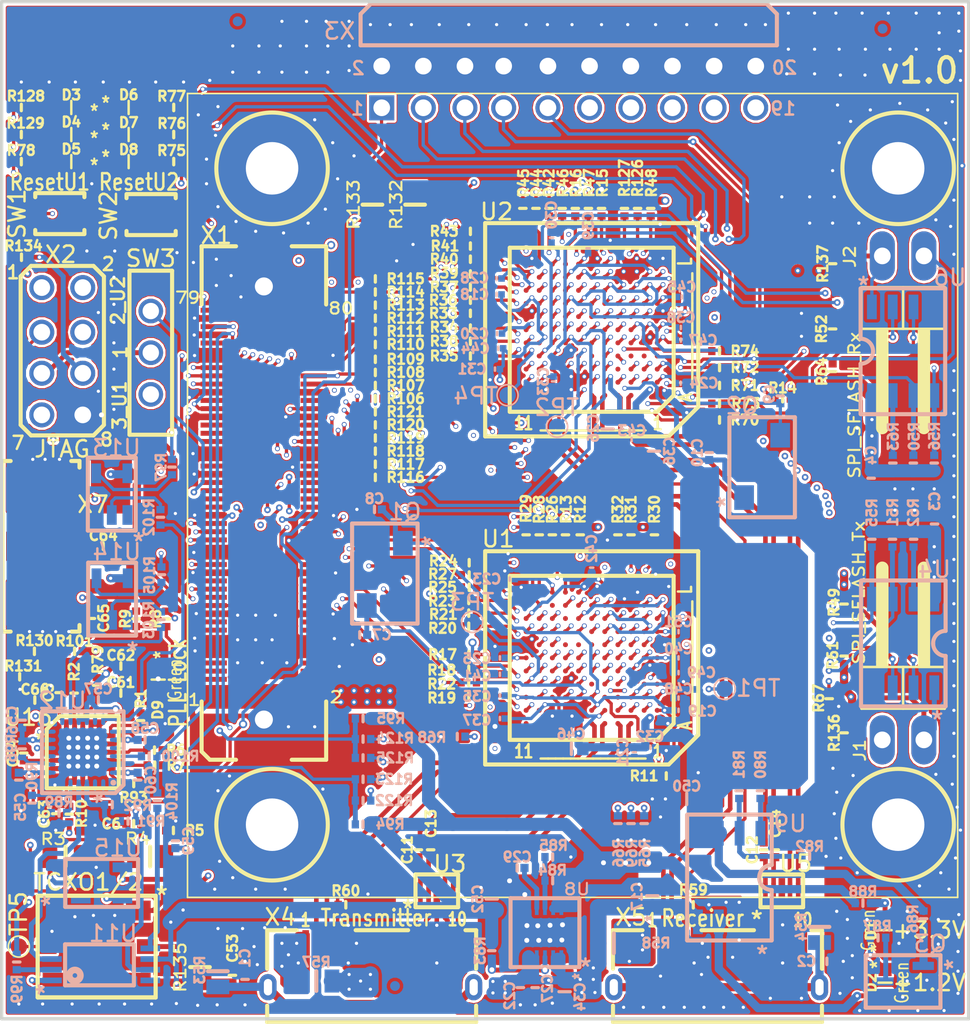
<source format=kicad_pcb>
(kicad_pcb (version 3) (host pcbnew "(2013-03-19 BZR 4004)-stable")
  (title_block (title "DigiRED v.1.0") (rev 1))
  (layers (15 Front.Cu mixed) (4 GND.Cu power) (3 Signal_1.Cu mixed) (2 Signal_2.Cu signal) (1 Power.Cu power) (0 Back.Cu mixed) (18 B.Paste user hide) (19 F.Paste user hide) (20 B.SilkS user) (21 F.SilkS user) (22 B.Mask user hide) (23 F.Mask user) (28 Edge.Cuts user))
  (net 0 "")
  (net 1 +1V2)
  (net 2 +3V3)
  (net 3 "/Clock Generator/CLK_EXT_BUFF")
  (net 4 "/Clock Generator/CLK_SYNTH")
  (net 5 "/Clock Generator/RXCLK_BUF")
  (net 6 "/Clock Generator/Ref ADF")
  (net 7 "/Clock Generator/TXCLK_BUF")
  (net 8 "/Clock Generator/Vc")
  (net 9 /Connectors/TMS)
  (net 10 "/Digital Interface/A0_Rx")
  (net 11 "/Digital Interface/A0_Tx")
  (net 12 "/Digital Interface/A1_Rx")
  (net 13 "/Digital Interface/A1_Tx")
  (net 14 "/Digital Interface/FLAGA")
  (net 15 "/Digital Interface/FLAGB")
  (net 16 "/Digital Interface/PKTEND_Rx")
  (net 17 "/Digital Interface/PKTEND_Tx")
  (net 18 "/Digital Interface/SLCS_Rx")
  (net 19 "/Digital Interface/SLCS_Tx")
  (net 20 "/Digital Interface/SLOE_Rx")
  (net 21 "/Digital Interface/SLOE_Tx")
  (net 22 "/Digital Interface/SLRD_Rx")
  (net 23 "/Digital Interface/SLRD_Tx")
  (net 24 "/Digital Interface/SLWR_Rx")
  (net 25 "/Digital Interface/SLWR_Tx")
  (net 26 "/USB3 Interface/OTG_ID_Rx")
  (net 27 "/USB3 Interface/OTG_ID_Tx")
  (net 28 CLK_Ext)
  (net 29 CLK_IN)
  (net 30 GND)
  (net 31 GPIO0_Rx)
  (net 32 GPIO0_Tx)
  (net 33 GPIO1_Rx)
  (net 34 GPIO1_Tx)
  (net 35 GPIO2_Rx)
  (net 36 GPIO2_Tx)
  (net 37 GPIO_Rx1)
  (net 38 GPIO_Rx2)
  (net 39 GPIO_Rx3)
  (net 40 GPIO_Rx4)
  (net 41 GPIO_Tx1)
  (net 42 GPIO_Tx2)
  (net 43 GPIO_Tx3)
  (net 44 GPIO_Tx4)
  (net 45 I2C_SCL_Rx)
  (net 46 I2C_SCL_Tx)
  (net 47 I2C_SDA_Rx)
  (net 48 I2C_SDA_Tx)
  (net 49 N-0000010)
  (net 50 N-00000100)
  (net 51 N-00000101)
  (net 52 N-00000102)
  (net 53 N-00000109)
  (net 54 N-00000110)
  (net 55 N-00000111)
  (net 56 N-00000113)
  (net 57 N-00000114)
  (net 58 N-00000115)
  (net 59 N-00000119)
  (net 60 N-00000120)
  (net 61 N-00000121)
  (net 62 N-00000122)
  (net 63 N-00000134)
  (net 64 N-00000135)
  (net 65 N-00000137)
  (net 66 N-00000138)
  (net 67 N-00000139)
  (net 68 N-00000140)
  (net 69 N-00000141)
  (net 70 N-00000142)
  (net 71 N-00000143)
  (net 72 N-00000144)
  (net 73 N-00000145)
  (net 74 N-00000146)
  (net 75 N-00000147)
  (net 76 N-00000148)
  (net 77 N-00000149)
  (net 78 N-00000150)
  (net 79 N-00000151)
  (net 80 N-00000152)
  (net 81 N-00000153)
  (net 82 N-00000154)
  (net 83 N-00000155)
  (net 84 N-00000156)
  (net 85 N-0000016)
  (net 86 N-00000162)
  (net 87 N-00000168)
  (net 88 N-00000169)
  (net 89 N-00000172)
  (net 90 N-00000173)
  (net 91 N-0000018)
  (net 92 N-0000019)
  (net 93 N-00000191)
  (net 94 N-00000197)
  (net 95 N-00000198)
  (net 96 N-00000199)
  (net 97 N-000002)
  (net 98 N-0000020)
  (net 99 N-00000202)
  (net 100 N-00000203)
  (net 101 N-00000204)
  (net 102 N-00000205)
  (net 103 N-00000206)
  (net 104 N-00000207)
  (net 105 N-0000021)
  (net 106 N-00000213)
  (net 107 N-00000214)
  (net 108 N-00000215)
  (net 109 N-00000216)
  (net 110 N-00000222)
  (net 111 N-00000224)
  (net 112 N-00000226)
  (net 113 N-00000228)
  (net 114 N-00000230)
  (net 115 N-00000231)
  (net 116 N-00000233)
  (net 117 N-00000234)
  (net 118 N-00000236)
  (net 119 N-00000238)
  (net 120 N-00000240)
  (net 121 N-00000242)
  (net 122 N-00000244)
  (net 123 N-00000246)
  (net 124 N-00000249)
  (net 125 N-00000251)
  (net 126 N-00000253)
  (net 127 N-00000255)
  (net 128 N-00000257)
  (net 129 N-00000259)
  (net 130 N-0000027)
  (net 131 N-00000282)
  (net 132 N-00000283)
  (net 133 N-00000284)
  (net 134 N-00000285)
  (net 135 N-00000286)
  (net 136 N-00000287)
  (net 137 N-00000288)
  (net 138 N-00000289)
  (net 139 N-0000029)
  (net 140 N-00000291)
  (net 141 N-000003)
  (net 142 N-0000030)
  (net 143 N-0000032)
  (net 144 N-0000035)
  (net 145 N-0000036)
  (net 146 N-0000037)
  (net 147 N-0000038)
  (net 148 N-0000039)
  (net 149 N-000004)
  (net 150 N-0000040)
  (net 151 N-0000041)
  (net 152 N-0000045)
  (net 153 N-0000046)
  (net 154 N-0000049)
  (net 155 N-000005)
  (net 156 N-0000050)
  (net 157 N-0000051)
  (net 158 N-0000053)
  (net 159 N-0000054)
  (net 160 N-0000055)
  (net 161 N-0000056)
  (net 162 N-0000057)
  (net 163 N-0000058)
  (net 164 N-0000059)
  (net 165 N-000006)
  (net 166 N-0000060)
  (net 167 N-0000061)
  (net 168 N-0000062)
  (net 169 N-000007)
  (net 170 N-0000070)
  (net 171 N-0000071)
  (net 172 N-0000072)
  (net 173 N-0000073)
  (net 174 N-0000074)
  (net 175 N-0000075)
  (net 176 N-0000076)
  (net 177 N-0000077)
  (net 178 N-0000078)
  (net 179 N-0000079)
  (net 180 N-000008)
  (net 181 N-0000080)
  (net 182 N-0000081)
  (net 183 N-0000082)
  (net 184 N-0000083)
  (net 185 N-0000084)
  (net 186 N-0000085)
  (net 187 N-0000086)
  (net 188 N-0000087)
  (net 189 N-000009)
  (net 190 N-0000093)
  (net 191 N-0000094)
  (net 192 N-0000095)
  (net 193 N-0000096)
  (net 194 N_SRST)
  (net 195 PPS)
  (net 196 RESET_Rx)
  (net 197 RESET_Tx)
  (net 198 RXCLK)
  (net 199 RXD0)
  (net 200 RXD1)
  (net 201 RXD10)
  (net 202 RXD11)
  (net 203 RXD2)
  (net 204 RXD3)
  (net 205 RXD4)
  (net 206 RXD5)
  (net 207 RXD6)
  (net 208 RXD7)
  (net 209 RXD8)
  (net 210 RXD9)
  (net 211 RXIQSEL)
  (net 212 SBCLK)
  (net 213 SBDIO)
  (net 214 SBEN_Rx)
  (net 215 SBEN_Tx)
  (net 216 SPI_MISO_Rx)
  (net 217 SPI_MISO_Tx)
  (net 218 SPI_MOSI_Rx)
  (net 219 SPI_MOSI_Tx)
  (net 220 SPI_SCK_Rx)
  (net 221 SPI_SCK_Tx)
  (net 222 SPI_SFLASH_Rx)
  (net 223 SPI_SFLASH_Tx)
  (net 224 SPI_SSN_Rx)
  (net 225 SPI_SSN_Tx)
  (net 226 TCK)
  (net 227 TDI)
  (net 228 TDO)
  (net 229 TMS_Rx)
  (net 230 TMS_Tx)
  (net 231 TRST#)
  (net 232 TXCLK)
  (net 233 TXD0)
  (net 234 TXD1)
  (net 235 TXD10)
  (net 236 TXD11)
  (net 237 TXD2)
  (net 238 TXD3)
  (net 239 TXD4)
  (net 240 TXD5)
  (net 241 TXD6)
  (net 242 TXD7)
  (net 243 TXD8)
  (net 244 TXD9)
  (net 245 TXIQSEL)
  (net 246 VBUS_+5V)
  (module Via_4_2 (layer Front.Cu) (at 168.1 107)
    (fp_text reference Via_4_2 hide)
    (fp_text value Val** hide)
    (pad 1 thru_hole circle (at 0 0) (size 0.39878 0.39878) (drill 0.19558) (layers *.Cu) (net 30 GND) (clearance 0.09906))
  )
  (module Via_4_2 (layer Front.Cu) (at 168.1 108.2)
    (fp_text reference Via_4_2 hide)
    (fp_text value Val** hide)
    (pad 1 thru_hole circle (at 0 0) (size 0.39878 0.39878) (drill 0.19558) (layers *.Cu) (net 30 GND) (clearance 0.09906))
  )
  (module Via_4_2 (layer Front.Cu) (at 168.1 111.2)
    (fp_text reference Via_4_2 hide)
    (fp_text value Val** hide)
    (pad 1 thru_hole circle (at 0 0) (size 0.39878 0.39878) (drill 0.19558) (layers *.Cu) (net 30 GND) (clearance 0.09906))
  )
  (module Via_4_2 (layer Front.Cu) (at 168.1 109.7)
    (fp_text reference Via_4_2 hide)
    (fp_text value Val** hide)
    (pad 1 thru_hole circle (at 0 0) (size 0.39878 0.39878) (drill 0.19558) (layers *.Cu) (net 30 GND) (clearance 0.09906))
  )
  (module Via_4_2 (layer Front.Cu) (at 168.1 104.7)
    (fp_text reference Via_4_2 hide)
    (fp_text value Val** hide)
    (pad 1 thru_hole circle (at 0 0) (size 0.39878 0.39878) (drill 0.19558) (layers *.Cu) (net 30 GND) (clearance 0.09906))
  )
  (module Via_4_2 (layer Front.Cu) (at 168.1 105.9)
    (fp_text reference Via_4_2 hide)
    (fp_text value Val** hide)
    (pad 1 thru_hole circle (at 0 0) (size 0.39878 0.39878) (drill 0.19558) (layers *.Cu) (net 30 GND) (clearance 0.09906))
  )
  (module Via_4_2 (layer Front.Cu) (at 168.1 103.3)
    (fp_text reference Via_4_2 hide)
    (fp_text value Val** hide)
    (pad 1 thru_hole circle (at 0 0) (size 0.39878 0.39878) (drill 0.19558) (layers *.Cu) (net 30 GND) (clearance 0.09906))
  )
  (module Via_4_2 (layer Front.Cu) (at 127.1 126.8 90)
    (fp_text reference Via_4_2 hide)
    (fp_text value Val** hide)
    (pad 1 thru_hole circle (at 0 0 90) (size 0.39878 0.39878) (drill 0.19558) (layers *.Cu) (net 50 N-00000100) (clearance 0.09906))
  )
  (module Via_4_2 (layer Front.Cu) (at 145.4 128.4 90)
    (fp_text reference Via_4_2 hide)
    (fp_text value Val** hide)
    (pad 1 thru_hole circle (at 0 0 90) (size 0.39878 0.39878) (drill 0.19558) (layers *.Cu) (net 246 VBUS_+5V) (clearance 0.09906))
  )
  (module Via_4_2 (layer Front.Cu) (at 145.3 127.6 90)
    (fp_text reference Via_4_2 hide)
    (fp_text value Val** hide)
    (pad 1 thru_hole circle (at 0 0 90) (size 0.39878 0.39878) (drill 0.19558) (layers *.Cu) (net 246 VBUS_+5V) (clearance 0.09906))
  )
  (module Via_4_2 (layer Front.Cu) (at 125.7 70.7 90)
    (fp_text reference Via_4_2 hide)
    (fp_text value Val** hide)
    (pad 1 thru_hole circle (at 0 0 90) (size 0.39878 0.39878) (drill 0.19558) (layers *.Cu) (net 30 GND) (clearance 0.09906))
  )
  (module Via_4_2 (layer Front.Cu) (at 124.1 70.7 90)
    (fp_text reference Via_4_2 hide)
    (fp_text value Val** hide)
    (pad 1 thru_hole circle (at 0 0 90) (size 0.39878 0.39878) (drill 0.19558) (layers *.Cu) (net 30 GND) (clearance 0.09906))
  )
  (module Via_4_2 (layer Front.Cu) (at 146.6 69.4 90)
    (fp_text reference Via_4_2 hide)
    (fp_text value Val** hide)
    (pad 1 thru_hole circle (at 0 0 90) (size 0.39878 0.39878) (drill 0.19558) (layers *.Cu) (net 30 GND) (clearance 0.09906))
  )
  (module Via_4_2 (layer Front.Cu) (at 144.8 69.4 90)
    (fp_text reference Via_4_2 hide)
    (fp_text value Val** hide)
    (pad 1 thru_hole circle (at 0 0 90) (size 0.39878 0.39878) (drill 0.19558) (layers *.Cu) (net 30 GND) (clearance 0.09906))
  )
  (module Via_4_2 (layer Front.Cu) (at 132.5 69.4 90)
    (fp_text reference Via_4_2 hide)
    (fp_text value Val** hide)
    (pad 1 thru_hole circle (at 0 0 90) (size 0.39878 0.39878) (drill 0.19558) (layers *.Cu) (net 30 GND) (clearance 0.09906))
  )
  (module Via_4_2 (layer Front.Cu) (at 133.7 69.4 90)
    (fp_text reference Via_4_2 hide)
    (fp_text value Val** hide)
    (pad 1 thru_hole circle (at 0 0 90) (size 0.39878 0.39878) (drill 0.19558) (layers *.Cu) (net 30 GND) (clearance 0.09906))
  )
  (module Via_4_2 (layer Front.Cu) (at 136.7 69.4 90)
    (fp_text reference Via_4_2 hide)
    (fp_text value Val** hide)
    (pad 1 thru_hole circle (at 0 0 90) (size 0.39878 0.39878) (drill 0.19558) (layers *.Cu) (net 30 GND) (clearance 0.09906))
  )
  (module Via_4_2 (layer Front.Cu) (at 135 69.4 90)
    (fp_text reference Via_4_2 hide)
    (fp_text value Val** hide)
    (pad 1 thru_hole circle (at 0 0 90) (size 0.39878 0.39878) (drill 0.19558) (layers *.Cu) (net 30 GND) (clearance 0.09906))
  )
  (module Via_4_2 (layer Front.Cu) (at 148.2 69.4 90)
    (fp_text reference Via_4_2 hide)
    (fp_text value Val** hide)
    (pad 1 thru_hole circle (at 0 0 90) (size 0.39878 0.39878) (drill 0.19558) (layers *.Cu) (net 30 GND) (clearance 0.09906))
  )
  (module Via_4_2 (layer Front.Cu) (at 149.9 69.4 90)
    (fp_text reference Via_4_2 hide)
    (fp_text value Val** hide)
    (pad 1 thru_hole circle (at 0 0 90) (size 0.39878 0.39878) (drill 0.19558) (layers *.Cu) (net 30 GND) (clearance 0.09906))
  )
  (module Via_4_2 (layer Front.Cu) (at 156.6 69.4 90)
    (fp_text reference Via_4_2 hide)
    (fp_text value Val** hide)
    (pad 1 thru_hole circle (at 0 0 90) (size 0.39878 0.39878) (drill 0.19558) (layers *.Cu) (net 30 GND) (clearance 0.09906))
  )
  (module Via_4_2 (layer Front.Cu) (at 155.4 69.4 90)
    (fp_text reference Via_4_2 hide)
    (fp_text value Val** hide)
    (pad 1 thru_hole circle (at 0 0 90) (size 0.39878 0.39878) (drill 0.19558) (layers *.Cu) (net 30 GND) (clearance 0.09906))
  )
  (module Via_4_2 (layer Front.Cu) (at 142 69.4 90)
    (fp_text reference Via_4_2 hide)
    (fp_text value Val** hide)
    (pad 1 thru_hole circle (at 0 0 90) (size 0.39878 0.39878) (drill 0.19558) (layers *.Cu) (net 30 GND) (clearance 0.09906))
  )
  (module Via_4_2 (layer Front.Cu) (at 143.3 69.4 90)
    (fp_text reference Via_4_2 hide)
    (fp_text value Val** hide)
    (pad 1 thru_hole circle (at 0 0 90) (size 0.39878 0.39878) (drill 0.19558) (layers *.Cu) (net 30 GND) (clearance 0.09906))
  )
  (module Via_4_2 (layer Front.Cu) (at 140.2 69.4 90)
    (fp_text reference Via_4_2 hide)
    (fp_text value Val** hide)
    (pad 1 thru_hole circle (at 0 0 90) (size 0.39878 0.39878) (drill 0.19558) (layers *.Cu) (net 30 GND) (clearance 0.09906))
  )
  (module Via_4_2 (layer Front.Cu) (at 138.5 69.4 90)
    (fp_text reference Via_4_2 hide)
    (fp_text value Val** hide)
    (pad 1 thru_hole circle (at 0 0 90) (size 0.39878 0.39878) (drill 0.19558) (layers *.Cu) (net 30 GND) (clearance 0.09906))
  )
  (module Via_4_2 (layer Front.Cu) (at 151.8 69.4 90)
    (fp_text reference Via_4_2 hide)
    (fp_text value Val** hide)
    (pad 1 thru_hole circle (at 0 0 90) (size 0.39878 0.39878) (drill 0.19558) (layers *.Cu) (net 30 GND) (clearance 0.09906))
  )
  (module Via_4_2 (layer Front.Cu) (at 153.6 69.4 90)
    (fp_text reference Via_4_2 hide)
    (fp_text value Val** hide)
    (pad 1 thru_hole circle (at 0 0 90) (size 0.39878 0.39878) (drill 0.19558) (layers *.Cu) (net 30 GND) (clearance 0.09906))
  )
  (module Via_4_2 (layer Front.Cu) (at 128.6 72.3 90)
    (fp_text reference Via_4_2 hide)
    (fp_text value Val** hide)
    (pad 1 thru_hole circle (at 0 0 90) (size 0.39878 0.39878) (drill 0.19558) (layers *.Cu) (net 30 GND) (clearance 0.09906))
  )
  (module Via_4_2 (layer Front.Cu) (at 127.1 72.3 90)
    (fp_text reference Via_4_2 hide)
    (fp_text value Val** hide)
    (pad 1 thru_hole circle (at 0 0 90) (size 0.39878 0.39878) (drill 0.19558) (layers *.Cu) (net 30 GND) (clearance 0.09906))
  )
  (module Via_4_2 (layer Front.Cu) (at 127 70.7 90)
    (fp_text reference Via_4_2 hide)
    (fp_text value Val** hide)
    (pad 1 thru_hole circle (at 0 0 90) (size 0.39878 0.39878) (drill 0.19558) (layers *.Cu) (net 30 GND) (clearance 0.09906))
  )
  (module Via_4_2 (layer Front.Cu) (at 128.6 70.7 90)
    (fp_text reference Via_4_2 hide)
    (fp_text value Val** hide)
    (pad 1 thru_hole circle (at 0 0 90) (size 0.39878 0.39878) (drill 0.19558) (layers *.Cu) (net 30 GND) (clearance 0.09906))
  )
  (module Via_4_2 (layer Front.Cu) (at 131.2 70.7 90)
    (fp_text reference Via_4_2 hide)
    (fp_text value Val** hide)
    (pad 1 thru_hole circle (at 0 0 90) (size 0.39878 0.39878) (drill 0.19558) (layers *.Cu) (net 30 GND) (clearance 0.09906))
  )
  (module Via_4_2 (layer Front.Cu) (at 129.9 70.7 90)
    (fp_text reference Via_4_2 hide)
    (fp_text value Val** hide)
    (pad 1 thru_hole circle (at 0 0 90) (size 0.39878 0.39878) (drill 0.19558) (layers *.Cu) (net 30 GND) (clearance 0.09906))
  )
  (module Via_4_2 (layer Front.Cu) (at 129.9 72.3 90)
    (fp_text reference Via_4_2 hide)
    (fp_text value Val** hide)
    (pad 1 thru_hole circle (at 0 0 90) (size 0.39878 0.39878) (drill 0.19558) (layers *.Cu) (net 30 GND) (clearance 0.09906))
  )
  (module Via_4_2 (layer Front.Cu) (at 131.2 72.2 90)
    (fp_text reference Via_4_2 hide)
    (fp_text value Val** hide)
    (pad 1 thru_hole circle (at 0 0 90) (size 0.39878 0.39878) (drill 0.19558) (layers *.Cu) (net 30 GND) (clearance 0.09906))
  )
  (module Via_4_2 (layer Front.Cu) (at 125.7 72.3 90)
    (fp_text reference Via_4_2 hide)
    (fp_text value Val** hide)
    (pad 1 thru_hole circle (at 0 0 90) (size 0.39878 0.39878) (drill 0.19558) (layers *.Cu) (net 30 GND) (clearance 0.09906))
  )
  (module Via_4_2 (layer Front.Cu) (at 124.1 72.3 90)
    (fp_text reference Via_4_2 hide)
    (fp_text value Val** hide)
    (pad 1 thru_hole circle (at 0 0 90) (size 0.39878 0.39878) (drill 0.19558) (layers *.Cu) (net 30 GND) (clearance 0.09906))
  )
  (module Via_4_2 (layer Front.Cu) (at 129.8 69.2 90)
    (fp_text reference Via_4_2 hide)
    (fp_text value Val** hide)
    (pad 1 thru_hole circle (at 0 0 90) (size 0.39878 0.39878) (drill 0.19558) (layers *.Cu) (net 30 GND) (clearance 0.09906))
  )
  (module Via_4_2 (layer Front.Cu) (at 131.2 69.2 90)
    (fp_text reference Via_4_2 hide)
    (fp_text value Val** hide)
    (pad 1 thru_hole circle (at 0 0 90) (size 0.39878 0.39878) (drill 0.19558) (layers *.Cu) (net 30 GND) (clearance 0.09906))
  )
  (module Via_4_2 (layer Front.Cu) (at 128.6 69.2 90)
    (fp_text reference Via_4_2 hide)
    (fp_text value Val** hide)
    (pad 1 thru_hole circle (at 0 0 90) (size 0.39878 0.39878) (drill 0.19558) (layers *.Cu) (net 30 GND) (clearance 0.09906))
  )
  (module Via_4_2 (layer Front.Cu) (at 127.1 69.2 90)
    (fp_text reference Via_4_2 hide)
    (fp_text value Val** hide)
    (pad 1 thru_hole circle (at 0 0 90) (size 0.39878 0.39878) (drill 0.19558) (layers *.Cu) (net 30 GND) (clearance 0.09906))
  )
  (module Via_4_2 (layer Front.Cu) (at 122 74.9 90)
    (fp_text reference Via_4_2 hide)
    (fp_text value Val** hide)
    (pad 1 thru_hole circle (at 0 0 90) (size 0.39878 0.39878) (drill 0.19558) (layers *.Cu) (net 30 GND) (clearance 0.09906))
  )
  (module Via_4_2 (layer Front.Cu) (at 123.2 74.4 90)
    (fp_text reference Via_4_2 hide)
    (fp_text value Val** hide)
    (pad 1 thru_hole circle (at 0 0 90) (size 0.39878 0.39878) (drill 0.19558) (layers *.Cu) (net 30 GND) (clearance 0.09906))
  )
  (module Via_4_2 (layer Front.Cu) (at 159.6 72.4 90)
    (fp_text reference Via_4_2 hide)
    (fp_text value Val** hide)
    (pad 1 thru_hole circle (at 0 0 90) (size 0.39878 0.39878) (drill 0.19558) (layers *.Cu) (net 30 GND) (clearance 0.09906))
  )
  (module Via_4_2 (layer Front.Cu) (at 161.175 72.475 90)
    (fp_text reference Via_4_2 hide)
    (fp_text value Val** hide)
    (pad 1 thru_hole circle (at 0 0 90) (size 0.39878 0.39878) (drill 0.19558) (layers *.Cu) (net 30 GND) (clearance 0.09906))
  )
  (module Via_4_2 (layer Front.Cu) (at 165.8 70.9 90)
    (fp_text reference Via_4_2 hide)
    (fp_text value Val** hide)
    (pad 1 thru_hole circle (at 0 0 90) (size 0.39878 0.39878) (drill 0.19558) (layers *.Cu) (net 30 GND) (clearance 0.09906))
  )
  (module Via_4_2 (layer Front.Cu) (at 167.2 70.9 90)
    (fp_text reference Via_4_2 hide)
    (fp_text value Val** hide)
    (pad 1 thru_hole circle (at 0 0 90) (size 0.39878 0.39878) (drill 0.19558) (layers *.Cu) (net 30 GND) (clearance 0.09906))
  )
  (module Via_4_2 (layer Front.Cu) (at 162.5 68.7 90)
    (fp_text reference Via_4_2 hide)
    (fp_text value Val** hide)
    (pad 1 thru_hole circle (at 0 0 90) (size 0.39878 0.39878) (drill 0.19558) (layers *.Cu) (net 30 GND) (clearance 0.09906))
  )
  (module Via_4_2 (layer Front.Cu) (at 167.2 69.9 90)
    (fp_text reference Via_4_2 hide)
    (fp_text value Val** hide)
    (pad 1 thru_hole circle (at 0 0 90) (size 0.39878 0.39878) (drill 0.19558) (layers *.Cu) (net 30 GND) (clearance 0.09906))
  )
  (module Via_4_2 (layer Front.Cu) (at 162.675 72.475 90)
    (fp_text reference Via_4_2 hide)
    (fp_text value Val** hide)
    (pad 1 thru_hole circle (at 0 0 90) (size 0.39878 0.39878) (drill 0.19558) (layers *.Cu) (net 30 GND) (clearance 0.09906))
  )
  (module Via_4_2 (layer Front.Cu) (at 162.7 70.9 90)
    (fp_text reference Via_4_2 hide)
    (fp_text value Val** hide)
    (pad 1 thru_hole circle (at 0 0 90) (size 0.39878 0.39878) (drill 0.19558) (layers *.Cu) (net 30 GND) (clearance 0.09906))
  )
  (module Via_4_2 (layer Front.Cu) (at 160.9 68.7 90)
    (fp_text reference Via_4_2 hide)
    (fp_text value Val** hide)
    (pad 1 thru_hole circle (at 0 0 90) (size 0.39878 0.39878) (drill 0.19558) (layers *.Cu) (net 30 GND) (clearance 0.09906))
  )
  (module Via_4_2 (layer Front.Cu) (at 159.6 68.7 90)
    (fp_text reference Via_4_2 hide)
    (fp_text value Val** hide)
    (pad 1 thru_hole circle (at 0 0 90) (size 0.39878 0.39878) (drill 0.19558) (layers *.Cu) (net 30 GND) (clearance 0.09906))
  )
  (module Via_4_2 (layer Front.Cu) (at 159.6 70.9 90)
    (fp_text reference Via_4_2 hide)
    (fp_text value Val** hide)
    (pad 1 thru_hole circle (at 0 0 90) (size 0.39878 0.39878) (drill 0.19558) (layers *.Cu) (net 30 GND) (clearance 0.09906))
  )
  (module Via_4_2 (layer Front.Cu) (at 161.1 70.9 90)
    (fp_text reference Via_4_2 hide)
    (fp_text value Val** hide)
    (pad 1 thru_hole circle (at 0 0 90) (size 0.39878 0.39878) (drill 0.19558) (layers *.Cu) (net 30 GND) (clearance 0.09906))
  )
  (module Via_4_2 (layer Front.Cu) (at 158 70.9 90)
    (fp_text reference Via_4_2 hide)
    (fp_text value Val** hide)
    (pad 1 thru_hole circle (at 0 0 90) (size 0.39878 0.39878) (drill 0.19558) (layers *.Cu) (net 30 GND) (clearance 0.09906))
  )
  (module Via_4_2 (layer Front.Cu) (at 164.1 68.7 90)
    (fp_text reference Via_4_2 hide)
    (fp_text value Val** hide)
    (pad 1 thru_hole circle (at 0 0 90) (size 0.39878 0.39878) (drill 0.19558) (layers *.Cu) (net 30 GND) (clearance 0.09906))
  )
  (module Via_4_2 (layer Front.Cu) (at 164.2 70.9 90)
    (fp_text reference Via_4_2 hide)
    (fp_text value Val** hide)
    (pad 1 thru_hole circle (at 0 0 90) (size 0.39878 0.39878) (drill 0.19558) (layers *.Cu) (net 30 GND) (clearance 0.09906))
  )
  (module Via_4_2 (layer Front.Cu) (at 158 68.7 90)
    (fp_text reference Via_4_2 hide)
    (fp_text value Val** hide)
    (pad 1 thru_hole circle (at 0 0 90) (size 0.39878 0.39878) (drill 0.19558) (layers *.Cu) (net 30 GND) (clearance 0.09906))
  )
  (module Via_4_2 (layer Front.Cu) (at 157.9 72.4 90)
    (fp_text reference Via_4_2 hide)
    (fp_text value Val** hide)
    (pad 1 thru_hole circle (at 0 0 90) (size 0.39878 0.39878) (drill 0.19558) (layers *.Cu) (net 30 GND) (clearance 0.09906))
  )
  (module Via_4_2 (layer Front.Cu) (at 157.6 79.9 90)
    (fp_text reference Via_4_2 hide)
    (fp_text value Val** hide)
    (pad 1 thru_hole circle (at 0 0 90) (size 0.39878 0.39878) (drill 0.19558) (layers *.Cu) (net 30 GND) (clearance 0.09906))
  )
  (module Via_4_2 (layer Front.Cu) (at 168.4 68.7)
    (fp_text reference Via_4_2 hide)
    (fp_text value Val** hide)
    (pad 1 thru_hole circle (at 0 0) (size 0.39878 0.39878) (drill 0.19558) (layers *.Cu) (net 30 GND) (clearance 0.09906))
  )
  (module Via_4_2 (layer Front.Cu) (at 165.8 68.7)
    (fp_text reference Via_4_2 hide)
    (fp_text value Val** hide)
    (pad 1 thru_hole circle (at 0 0) (size 0.39878 0.39878) (drill 0.19558) (layers *.Cu) (net 30 GND) (clearance 0.09906))
  )
  (module Via_4_2 (layer Front.Cu) (at 167.2 68.7)
    (fp_text reference Via_4_2 hide)
    (fp_text value Val** hide)
    (pad 1 thru_hole circle (at 0 0) (size 0.39878 0.39878) (drill 0.19558) (layers *.Cu) (net 30 GND) (clearance 0.09906))
  )
  (module Via_4_2 (layer Front.Cu) (at 168.4 69.8)
    (fp_text reference Via_4_2 hide)
    (fp_text value Val** hide)
    (pad 1 thru_hole circle (at 0 0) (size 0.39878 0.39878) (drill 0.19558) (layers *.Cu) (net 30 GND) (clearance 0.09906))
  )
  (module Via_4_2 (layer Front.Cu) (at 168 74.1)
    (fp_text reference Via_4_2 hide)
    (fp_text value Val** hide)
    (pad 1 thru_hole circle (at 0 0) (size 0.39878 0.39878) (drill 0.19558) (layers *.Cu) (net 30 GND) (clearance 0.09906))
  )
  (module Via_4_2 (layer Front.Cu) (at 168.5 72.8)
    (fp_text reference Via_4_2 hide)
    (fp_text value Val** hide)
    (pad 1 thru_hole circle (at 0 0) (size 0.39878 0.39878) (drill 0.19558) (layers *.Cu) (net 30 GND) (clearance 0.09906))
  )
  (module Via_4_2 (layer Front.Cu) (at 168.5 71)
    (fp_text reference Via_4_2 hide)
    (fp_text value Val** hide)
    (pad 1 thru_hole circle (at 0 0) (size 0.39878 0.39878) (drill 0.19558) (layers *.Cu) (net 30 GND) (clearance 0.09906))
  )
  (module Via_4_2 (layer Front.Cu) (at 161 74.3)
    (fp_text reference Via_4_2 hide)
    (fp_text value Val** hide)
    (pad 1 thru_hole circle (at 0 0) (size 0.39878 0.39878) (drill 0.19558) (layers *.Cu) (net 30 GND) (clearance 0.09906))
  )
  (module Via_4_2 (layer Front.Cu) (at 160.7 81.5)
    (fp_text reference Via_4_2 hide)
    (fp_text value Val** hide)
    (pad 1 thru_hole circle (at 0 0) (size 0.39878 0.39878) (drill 0.19558) (layers *.Cu) (net 30 GND) (clearance 0.09906))
  )
  (module Via_4_2 (layer Front.Cu) (at 159.3 81.5)
    (fp_text reference Via_4_2 hide)
    (fp_text value Val** hide)
    (pad 1 thru_hole circle (at 0 0) (size 0.39878 0.39878) (drill 0.19558) (layers *.Cu) (net 30 GND) (clearance 0.09906))
  )
  (module Via_4_2 (layer Front.Cu) (at 159.3 79.9)
    (fp_text reference Via_4_2 hide)
    (fp_text value Val** hide)
    (pad 1 thru_hole circle (at 0 0) (size 0.39878 0.39878) (drill 0.19558) (layers *.Cu) (net 30 GND) (clearance 0.09906))
  )
  (module Via_4_2 (layer Front.Cu) (at 162.3 81.5)
    (fp_text reference Via_4_2 hide)
    (fp_text value Val** hide)
    (pad 1 thru_hole circle (at 0 0) (size 0.39878 0.39878) (drill 0.19558) (layers *.Cu) (net 30 GND) (clearance 0.09906))
  )
  (module Via_4_2 (layer Front.Cu) (at 160.8 79.9)
    (fp_text reference Via_4_2 hide)
    (fp_text value Val** hide)
    (pad 1 thru_hole circle (at 0 0) (size 0.39878 0.39878) (drill 0.19558) (layers *.Cu) (net 30 GND) (clearance 0.09906))
  )
  (module Via_4_2 (layer Front.Cu) (at 161.8 75.3)
    (fp_text reference Via_4_2 hide)
    (fp_text value Val** hide)
    (pad 1 thru_hole circle (at 0 0) (size 0.39878 0.39878) (drill 0.19558) (layers *.Cu) (net 30 GND) (clearance 0.09906))
  )
  (module Via_4_2 (layer Front.Cu) (at 161.1 76.6)
    (fp_text reference Via_4_2 hide)
    (fp_text value Val** hide)
    (pad 1 thru_hole circle (at 0 0) (size 0.39878 0.39878) (drill 0.19558) (layers *.Cu) (net 30 GND) (clearance 0.09906))
  )
  (module Via_4_2 (layer Front.Cu) (at 160.7 78.3)
    (fp_text reference Via_4_2 hide)
    (fp_text value Val** hide)
    (pad 1 thru_hole circle (at 0 0) (size 0.39878 0.39878) (drill 0.19558) (layers *.Cu) (net 30 GND) (clearance 0.09906))
  )
  (module Via_4_2 (layer Front.Cu) (at 158.8 87)
    (fp_text reference Via_4_2 hide)
    (fp_text value Val** hide)
    (pad 1 thru_hole circle (at 0 0) (size 0.39878 0.39878) (drill 0.19558) (layers *.Cu) (net 30 GND) (clearance 0.09906))
  )
  (module Via_4_2 (layer Front.Cu) (at 168.1 76.4)
    (fp_text reference Via_4_2 hide)
    (fp_text value Val** hide)
    (pad 1 thru_hole circle (at 0 0) (size 0.39878 0.39878) (drill 0.19558) (layers *.Cu) (net 30 GND) (clearance 0.09906))
  )
  (module Via_4_2 (layer Front.Cu) (at 167.9 81.7)
    (fp_text reference Via_4_2 hide)
    (fp_text value Val** hide)
    (pad 1 thru_hole circle (at 0 0) (size 0.39878 0.39878) (drill 0.19558) (layers *.Cu) (net 30 GND) (clearance 0.09906))
  )
  (module Via_4_2 (layer Front.Cu) (at 168.1 83.4)
    (fp_text reference Via_4_2 hide)
    (fp_text value Val** hide)
    (pad 1 thru_hole circle (at 0 0) (size 0.39878 0.39878) (drill 0.19558) (layers *.Cu) (net 30 GND) (clearance 0.09906))
  )
  (module Via_4_2 (layer Front.Cu) (at 165.7 99)
    (fp_text reference Via_4_2 hide)
    (fp_text value Val** hide)
    (pad 1 thru_hole circle (at 0 0) (size 0.39878 0.39878) (drill 0.19558) (layers *.Cu) (net 30 GND) (clearance 0.09906))
  )
  (module Via_4_2 (layer Front.Cu) (at 162.2 94)
    (fp_text reference Via_4_2 hide)
    (fp_text value Val** hide)
    (pad 1 thru_hole circle (at 0 0) (size 0.39878 0.39878) (drill 0.19558) (layers *.Cu) (net 30 GND) (clearance 0.09906))
  )
  (module Via_4_2 (layer Front.Cu) (at 158.8 88.4)
    (fp_text reference Via_4_2 hide)
    (fp_text value Val** hide)
    (pad 1 thru_hole circle (at 0 0) (size 0.39878 0.39878) (drill 0.19558) (layers *.Cu) (net 30 GND) (clearance 0.09906))
  )
  (module Via_4_2 (layer Front.Cu) (at 161.7 93.1)
    (fp_text reference Via_4_2 hide)
    (fp_text value Val** hide)
    (pad 1 thru_hole circle (at 0 0) (size 0.39878 0.39878) (drill 0.19558) (layers *.Cu) (net 30 GND) (clearance 0.09906))
  )
  (module Via_4_2 (layer Front.Cu) (at 167.6 75.4)
    (fp_text reference Via_4_2 hide)
    (fp_text value Val** hide)
    (pad 1 thru_hole circle (at 0 0) (size 0.39878 0.39878) (drill 0.19558) (layers *.Cu) (net 30 GND) (clearance 0.09906))
  )
  (module Via_4_2 (layer Front.Cu) (at 166.5 74.6)
    (fp_text reference Via_4_2 hide)
    (fp_text value Val** hide)
    (pad 1 thru_hole circle (at 0 0) (size 0.39878 0.39878) (drill 0.19558) (layers *.Cu) (net 30 GND) (clearance 0.09906))
  )
  (module Via_4_2 (layer Front.Cu) (at 168.1 80.1)
    (fp_text reference Via_4_2 hide)
    (fp_text value Val** hide)
    (pad 1 thru_hole circle (at 0 0) (size 0.39878 0.39878) (drill 0.19558) (layers *.Cu) (net 30 GND) (clearance 0.09906))
  )
  (module Via_4_2 (layer Front.Cu) (at 167 81.3)
    (fp_text reference Via_4_2 hide)
    (fp_text value Val** hide)
    (pad 1 thru_hole circle (at 0 0) (size 0.39878 0.39878) (drill 0.19558) (layers *.Cu) (net 30 GND) (clearance 0.09906))
  )
  (module Via_4_2 (layer Front.Cu) (at 168.6 78)
    (fp_text reference Via_4_2 hide)
    (fp_text value Val** hide)
    (pad 1 thru_hole circle (at 0 0) (size 0.39878 0.39878) (drill 0.19558) (layers *.Cu) (net 30 GND) (clearance 0.09906))
  )
  (module Via_4_2 (layer Front.Cu) (at 163 74.6)
    (fp_text reference Via_4_2 hide)
    (fp_text value Val** hide)
    (pad 1 thru_hole circle (at 0 0) (size 0.39878 0.39878) (drill 0.19558) (layers *.Cu) (net 30 GND) (clearance 0.09906))
  )
  (module Via_4_2 (layer Front.Cu) (at 164.8 74.2)
    (fp_text reference Via_4_2 hide)
    (fp_text value Val** hide)
    (pad 1 thru_hole circle (at 0 0) (size 0.39878 0.39878) (drill 0.19558) (layers *.Cu) (net 30 GND) (clearance 0.09906))
  )
  (module Via_4_2 (layer Front.Cu) (at 161.95 115.17)
    (fp_text reference Via_4_2 hide)
    (fp_text value Val** hide)
    (pad 1 thru_hole circle (at 0 0) (size 0.39878 0.39878) (drill 0.19558) (layers *.Cu) (net 30 GND) (clearance 0.09906))
  )
  (module Via_4_2 (layer Front.Cu) (at 160.95 116.19)
    (fp_text reference Via_4_2 hide)
    (fp_text value Val** hide)
    (pad 1 thru_hole circle (at 0 0) (size 0.39878 0.39878) (drill 0.19558) (layers *.Cu) (net 30 GND) (clearance 0.09906))
  )
  (module Via_4_2 (layer Front.Cu) (at 160.72 114.73)
    (fp_text reference Via_4_2 hide)
    (fp_text value Val** hide)
    (pad 1 thru_hole circle (at 0 0) (size 0.39878 0.39878) (drill 0.19558) (layers *.Cu) (net 30 GND) (clearance 0.09906))
  )
  (module Via_4_2 (layer Front.Cu) (at 168.1 112.6)
    (fp_text reference Via_4_2 hide)
    (fp_text value Val** hide)
    (pad 1 thru_hole circle (at 0 0) (size 0.39878 0.39878) (drill 0.19558) (layers *.Cu) (net 30 GND) (clearance 0.09906))
  )
  (module Via_4_2 (layer Front.Cu) (at 168.1 90.5)
    (fp_text reference Via_4_2 hide)
    (fp_text value Val** hide)
    (pad 1 thru_hole circle (at 0 0) (size 0.39878 0.39878) (drill 0.19558) (layers *.Cu) (net 30 GND) (clearance 0.09906))
  )
  (module Via_4_2 (layer Front.Cu) (at 166.9 97.7)
    (fp_text reference Via_4_2 hide)
    (fp_text value Val** hide)
    (pad 1 thru_hole circle (at 0 0) (size 0.39878 0.39878) (drill 0.19558) (layers *.Cu) (net 30 GND) (clearance 0.09906))
  )
  (module Via_4_2 (layer Front.Cu) (at 168.1 99.4)
    (fp_text reference Via_4_2 hide)
    (fp_text value Val** hide)
    (pad 1 thru_hole circle (at 0 0) (size 0.39878 0.39878) (drill 0.19558) (layers *.Cu) (net 30 GND) (clearance 0.09906))
  )
  (module Via_4_2 (layer Front.Cu) (at 168.1 100.6)
    (fp_text reference Via_4_2 hide)
    (fp_text value Val** hide)
    (pad 1 thru_hole circle (at 0 0) (size 0.39878 0.39878) (drill 0.19558) (layers *.Cu) (net 30 GND) (clearance 0.09906))
  )
  (module Via_4_2 (layer Front.Cu) (at 168.1 102)
    (fp_text reference Via_4_2 hide)
    (fp_text value Val** hide)
    (pad 1 thru_hole circle (at 0 0) (size 0.39878 0.39878) (drill 0.19558) (layers *.Cu) (net 30 GND) (clearance 0.09906))
  )
  (module Via_4_2 (layer Front.Cu) (at 168.1 91.7)
    (fp_text reference Via_4_2 hide)
    (fp_text value Val** hide)
    (pad 1 thru_hole circle (at 0 0) (size 0.39878 0.39878) (drill 0.19558) (layers *.Cu) (net 30 GND) (clearance 0.09906))
  )
  (module Via_4_2 (layer Front.Cu) (at 168.1 93.1)
    (fp_text reference Via_4_2 hide)
    (fp_text value Val** hide)
    (pad 1 thru_hole circle (at 0 0) (size 0.39878 0.39878) (drill 0.19558) (layers *.Cu) (net 30 GND) (clearance 0.09906))
  )
  (module Via_4_2 (layer Front.Cu) (at 165.6 97.7)
    (fp_text reference Via_4_2 hide)
    (fp_text value Val** hide)
    (pad 1 thru_hole circle (at 0 0) (size 0.39878 0.39878) (drill 0.19558) (layers *.Cu) (net 30 GND) (clearance 0.09906))
  )
  (module Via_4_2 (layer Front.Cu) (at 164.5 97.7)
    (fp_text reference Via_4_2 hide)
    (fp_text value Val** hide)
    (pad 1 thru_hole circle (at 0 0) (size 0.39878 0.39878) (drill 0.19558) (layers *.Cu) (net 30 GND) (clearance 0.09906))
  )
  (module Via_4_2 (layer Front.Cu) (at 168.1 96.9)
    (fp_text reference Via_4_2 hide)
    (fp_text value Val** hide)
    (pad 1 thru_hole circle (at 0 0) (size 0.39878 0.39878) (drill 0.19558) (layers *.Cu) (net 30 GND) (clearance 0.09906))
  )
  (module Via_4_2 (layer Front.Cu) (at 168.1 98.2)
    (fp_text reference Via_4_2 hide)
    (fp_text value Val** hide)
    (pad 1 thru_hole circle (at 0 0) (size 0.39878 0.39878) (drill 0.19558) (layers *.Cu) (net 30 GND) (clearance 0.09906))
  )
  (module Via_4_2 (layer Front.Cu) (at 168.1 94.4)
    (fp_text reference Via_4_2 hide)
    (fp_text value Val** hide)
    (pad 1 thru_hole circle (at 0 0) (size 0.39878 0.39878) (drill 0.19558) (layers *.Cu) (net 30 GND) (clearance 0.09906))
  )
  (module Via_4_2 (layer Front.Cu) (at 168.1 95.7)
    (fp_text reference Via_4_2 hide)
    (fp_text value Val** hide)
    (pad 1 thru_hole circle (at 0 0) (size 0.39878 0.39878) (drill 0.19558) (layers *.Cu) (net 30 GND) (clearance 0.09906))
  )
  (module Via_4_2 (layer Front.Cu) (at 161.7 92.1)
    (fp_text reference Via_4_2 hide)
    (fp_text value Val** hide)
    (pad 1 thru_hole circle (at 0 0) (size 0.39878 0.39878) (drill 0.19558) (layers *.Cu) (net 30 GND) (clearance 0.09906))
  )
  (module Via_4_2 (layer Front.Cu) (at 164.5 99)
    (fp_text reference Via_4_2 hide)
    (fp_text value Val** hide)
    (pad 1 thru_hole circle (at 0 0) (size 0.39878 0.39878) (drill 0.19558) (layers *.Cu) (net 30 GND) (clearance 0.09906))
  )
  (module Via_4_2 (layer Front.Cu) (at 149.1 124.9 90)
    (fp_text reference Via_4_2 hide)
    (fp_text value Val** hide)
    (pad 1 thru_hole circle (at 0 0 90) (size 0.39878 0.39878) (drill 0.19558) (layers *.Cu) (net 51 N-00000101) (clearance 0.09906))
  )
  (module Via_4_2 (layer Front.Cu) (at 148.3 124.3 90)
    (fp_text reference Via_4_2 hide)
    (fp_text value Val** hide)
    (pad 1 thru_hole circle (at 0 0 90) (size 0.39878 0.39878) (drill 0.19558) (layers *.Cu) (net 51 N-00000101) (clearance 0.09906))
  )
  (module Via_4_2 (layer Front.Cu) (at 148.3 126.5 90)
    (fp_text reference Via_4_2 hide)
    (fp_text value Val** hide)
    (pad 1 thru_hole circle (at 0 0 90) (size 0.39878 0.39878) (drill 0.19558) (layers *.Cu) (net 51 N-00000101) (clearance 0.09906))
  )
  (module Via_4_2 (layer Front.Cu) (at 149.1 125.8 90)
    (fp_text reference Via_4_2 hide)
    (fp_text value Val** hide)
    (pad 1 thru_hole circle (at 0 0 90) (size 0.39878 0.39878) (drill 0.19558) (layers *.Cu) (net 51 N-00000101) (clearance 0.09906))
  )
  (module Via_4_2 (layer Front.Cu) (at 131.2 127.3 90)
    (fp_text reference Via_4_2 hide)
    (fp_text value Val** hide)
    (pad 1 thru_hole circle (at 0 0 90) (size 0.39878 0.39878) (drill 0.19558) (layers *.Cu) (net 246 VBUS_+5V) (clearance 0.09906))
  )
  (module Via_4_2 (layer Front.Cu) (at 128 125.4 90)
    (fp_text reference Via_4_2 hide)
    (fp_text value Val** hide)
    (pad 1 thru_hole circle (at 0 0 90) (size 0.39878 0.39878) (drill 0.19558) (layers *.Cu) (net 50 N-00000100) (clearance 0.09906))
  )
  (module Via_4_2 (layer Front.Cu) (at 127.5 126.1 90)
    (fp_text reference Via_4_2 hide)
    (fp_text value Val** hide)
    (pad 1 thru_hole circle (at 0 0 90) (size 0.39878 0.39878) (drill 0.19558) (layers *.Cu) (net 50 N-00000100) (clearance 0.09906))
  )
  (module Via_4_2 (layer Front.Cu) (at 146.1 126.9 90)
    (fp_text reference Via_4_2 hide)
    (fp_text value Val** hide)
    (pad 1 thru_hole circle (at 0 0 90) (size 0.39878 0.39878) (drill 0.19558) (layers *.Cu) (net 246 VBUS_+5V) (clearance 0.09906))
  )
  (module Via_4_2 (layer Front.Cu) (at 140.725 128.425 90)
    (fp_text reference Via_4_2 hide)
    (fp_text value Val** hide)
    (pad 1 thru_hole circle (at 0 0 90) (size 0.39878 0.39878) (drill 0.19558) (layers *.Cu) (net 246 VBUS_+5V) (clearance 0.09906))
  )
  (module Via_4_2 (layer Front.Cu) (at 139.975 128.425 90)
    (fp_text reference Via_4_2 hide)
    (fp_text value Val** hide)
    (pad 1 thru_hole circle (at 0 0 90) (size 0.39878 0.39878) (drill 0.19558) (layers *.Cu) (net 246 VBUS_+5V) (clearance 0.09906))
  )
  (module Via_4_2 (layer Front.Cu) (at 131.2 128.2 90)
    (fp_text reference Via_4_2 hide)
    (fp_text value Val** hide)
    (pad 1 thru_hole circle (at 0 0 90) (size 0.39878 0.39878) (drill 0.19558) (layers *.Cu) (net 246 VBUS_+5V) (clearance 0.09906))
  )
  (module Via_4_2 (layer Front.Cu) (at 132.5 127.3 90)
    (fp_text reference Via_4_2 hide)
    (fp_text value Val** hide)
    (pad 1 thru_hole circle (at 0 0 90) (size 0.39878 0.39878) (drill 0.19558) (layers *.Cu) (net 246 VBUS_+5V) (clearance 0.09906))
  )
  (module Via_4_2 (layer Front.Cu) (at 146.1 127.6 90)
    (fp_text reference Via_4_2 hide)
    (fp_text value Val** hide)
    (pad 1 thru_hole circle (at 0 0 90) (size 0.39878 0.39878) (drill 0.19558) (layers *.Cu) (net 246 VBUS_+5V) (clearance 0.09906))
  )
  (module Via_4_2 (layer Front.Cu) (at 146.2 128.4 90)
    (fp_text reference Via_4_2 hide)
    (fp_text value Val** hide)
    (pad 1 thru_hole circle (at 0 0 90) (size 0.39878 0.39878) (drill 0.19558) (layers *.Cu) (net 246 VBUS_+5V) (clearance 0.09906))
  )
  (module Via_4_2 (layer Front.Cu) (at 140.725 127.725 90)
    (fp_text reference Via_4_2 hide)
    (fp_text value Val** hide)
    (pad 1 thru_hole circle (at 0 0 90) (size 0.39878 0.39878) (drill 0.19558) (layers *.Cu) (net 246 VBUS_+5V) (clearance 0.09906))
  )
  (module Via_4_2 (layer Front.Cu) (at 139.975 127.725 90)
    (fp_text reference Via_4_2 hide)
    (fp_text value Val** hide)
    (pad 1 thru_hole circle (at 0 0 90) (size 0.39878 0.39878) (drill 0.19558) (layers *.Cu) (net 246 VBUS_+5V) (clearance 0.09906))
  )
  (module Via_4_2 (layer Front.Cu) (at 132.5 128.2 90)
    (fp_text reference Via_4_2 hide)
    (fp_text value Val** hide)
    (pad 1 thru_hole circle (at 0 0 90) (size 0.39878 0.39878) (drill 0.19558) (layers *.Cu) (net 246 VBUS_+5V) (clearance 0.09906))
  )
  (module Via_4_2 (layer Front.Cu) (at 131.9 127.7 90)
    (fp_text reference Via_4_2 hide)
    (fp_text value Val** hide)
    (pad 1 thru_hole circle (at 0 0 90) (size 0.39878 0.39878) (drill 0.19558) (layers *.Cu) (net 246 VBUS_+5V) (clearance 0.09906))
  )
  (module Via_4_2 (layer Front.Cu) (at 126.7 105.4)
    (fp_text reference Via_4_2 hide)
    (fp_text value Val** hide)
    (pad 1 thru_hole circle (at 0 0) (size 0.39878 0.39878) (drill 0.19558) (layers *.Cu) (net 30 GND) (clearance 0.09906))
  )
  (module Via_4_2 (layer Front.Cu) (at 115.7 118.2)
    (fp_text reference Via_4_2 hide)
    (fp_text value Val** hide)
    (pad 1 thru_hole circle (at 0 0) (size 0.39878 0.39878) (drill 0.19558) (layers *.Cu) (net 30 GND) (clearance 0.09906))
  )
  (module Via_4_2 (layer Front.Cu) (at 124.4 105.4)
    (fp_text reference Via_4_2 hide)
    (fp_text value Val** hide)
    (pad 1 thru_hole circle (at 0 0) (size 0.39878 0.39878) (drill 0.19558) (layers *.Cu) (net 30 GND) (clearance 0.09906))
  )
  (module Via_4_2 (layer Front.Cu) (at 125.5 105.4)
    (fp_text reference Via_4_2 hide)
    (fp_text value Val** hide)
    (pad 1 thru_hole circle (at 0 0) (size 0.39878 0.39878) (drill 0.19558) (layers *.Cu) (net 30 GND) (clearance 0.09906))
  )
  (module Via_4_2 (layer Front.Cu) (at 124.4 108.3)
    (fp_text reference Via_4_2 hide)
    (fp_text value Val** hide)
    (pad 1 thru_hole circle (at 0 0) (size 0.39878 0.39878) (drill 0.19558) (layers *.Cu) (net 30 GND) (clearance 0.09906))
  )
  (module Via_4_2 (layer Front.Cu) (at 124.4 106.9)
    (fp_text reference Via_4_2 hide)
    (fp_text value Val** hide)
    (pad 1 thru_hole circle (at 0 0) (size 0.39878 0.39878) (drill 0.19558) (layers *.Cu) (net 30 GND) (clearance 0.09906))
  )
  (module Via_4_2 (layer Front.Cu) (at 125.5 106.9)
    (fp_text reference Via_4_2 hide)
    (fp_text value Val** hide)
    (pad 1 thru_hole circle (at 0 0) (size 0.39878 0.39878) (drill 0.19558) (layers *.Cu) (net 30 GND) (clearance 0.09906))
  )
  (module Via_4_2 (layer Front.Cu) (at 126.5 106.9)
    (fp_text reference Via_4_2 hide)
    (fp_text value Val** hide)
    (pad 1 thru_hole circle (at 0 0) (size 0.39878 0.39878) (drill 0.19558) (layers *.Cu) (net 30 GND) (clearance 0.09906))
  )
  (module Via_4_2 (layer Front.Cu) (at 116.9 123.7)
    (fp_text reference Via_4_2 hide)
    (fp_text value Val** hide)
    (pad 1 thru_hole circle (at 0 0) (size 0.39878 0.39878) (drill 0.19558) (layers *.Cu) (net 30 GND) (clearance 0.09906))
  )
  (module Via_4_2 (layer Front.Cu) (at 127.5 112.2)
    (fp_text reference Via_4_2 hide)
    (fp_text value Val** hide)
    (pad 1 thru_hole circle (at 0 0) (size 0.39878 0.39878) (drill 0.19558) (layers *.Cu) (net 30 GND) (clearance 0.09906))
  )
  (module Via_4_2 (layer Front.Cu) (at 125.9 108.3)
    (fp_text reference Via_4_2 hide)
    (fp_text value Val** hide)
    (pad 1 thru_hole circle (at 0 0) (size 0.39878 0.39878) (drill 0.19558) (layers *.Cu) (net 30 GND) (clearance 0.09906))
  )
  (module Via_4_2 (layer Front.Cu) (at 127.4 108.3)
    (fp_text reference Via_4_2 hide)
    (fp_text value Val** hide)
    (pad 1 thru_hole circle (at 0 0) (size 0.39878 0.39878) (drill 0.19558) (layers *.Cu) (net 30 GND) (clearance 0.09906))
  )
  (module Via_4_2 (layer Front.Cu) (at 129.1 112.2)
    (fp_text reference Via_4_2 hide)
    (fp_text value Val** hide)
    (pad 1 thru_hole circle (at 0 0) (size 0.39878 0.39878) (drill 0.19558) (layers *.Cu) (net 30 GND) (clearance 0.09906))
  )
  (module Via_4_2 (layer Front.Cu) (at 125.4 125.6)
    (fp_text reference Via_4_2 hide)
    (fp_text value Val** hide)
    (pad 1 thru_hole circle (at 0 0) (size 0.39878 0.39878) (drill 0.19558) (layers *.Cu) (net 30 GND) (clearance 0.09906))
  )
  (module Via_4_2 (layer Front.Cu) (at 123.2 124.5)
    (fp_text reference Via_4_2 hide)
    (fp_text value Val** hide)
    (pad 1 thru_hole circle (at 0 0) (size 0.39878 0.39878) (drill 0.19558) (layers *.Cu) (net 30 GND) (clearance 0.09906))
  )
  (module Via_4_2 (layer Front.Cu) (at 115.6 123.7)
    (fp_text reference Via_4_2 hide)
    (fp_text value Val** hide)
    (pad 1 thru_hole circle (at 0 0) (size 0.39878 0.39878) (drill 0.19558) (layers *.Cu) (net 30 GND) (clearance 0.09906))
  )
  (module Via_4_2 (layer Front.Cu) (at 124.7 124.5)
    (fp_text reference Via_4_2 hide)
    (fp_text value Val** hide)
    (pad 1 thru_hole circle (at 0 0) (size 0.39878 0.39878) (drill 0.19558) (layers *.Cu) (net 30 GND) (clearance 0.09906))
  )
  (module Via_4_2 (layer Front.Cu) (at 116.9 83.2)
    (fp_text reference Via_4_2 hide)
    (fp_text value Val** hide)
    (pad 1 thru_hole circle (at 0 0) (size 0.39878 0.39878) (drill 0.19558) (layers *.Cu) (net 30 GND) (clearance 0.09906))
  )
  (module Via_4_2 (layer Front.Cu) (at 131.5 77.4)
    (fp_text reference Via_4_2 hide)
    (fp_text value Val** hide)
    (pad 1 thru_hole circle (at 0 0) (size 0.39878 0.39878) (drill 0.19558) (layers *.Cu) (net 30 GND) (clearance 0.09906))
  )
  (module Via_4_2 (layer Front.Cu) (at 115.2 83.2)
    (fp_text reference Via_4_2 hide)
    (fp_text value Val** hide)
    (pad 1 thru_hole circle (at 0 0) (size 0.39878 0.39878) (drill 0.19558) (layers *.Cu) (net 30 GND) (clearance 0.09906))
  )
  (module Via_4_2 (layer Front.Cu) (at 120.7 83.3)
    (fp_text reference Via_4_2 hide)
    (fp_text value Val** hide)
    (pad 1 thru_hole circle (at 0 0) (size 0.39878 0.39878) (drill 0.19558) (layers *.Cu) (net 30 GND) (clearance 0.09906))
  )
  (module Via_4_2 (layer Front.Cu) (at 120.6 99.2)
    (fp_text reference Via_4_2 hide)
    (fp_text value Val** hide)
    (pad 1 thru_hole circle (at 0 0) (size 0.39878 0.39878) (drill 0.19558) (layers *.Cu) (net 30 GND) (clearance 0.09906))
  )
  (module Via_4_2 (layer Front.Cu) (at 134.1 83.8)
    (fp_text reference Via_4_2 hide)
    (fp_text value Val** hide)
    (pad 1 thru_hole circle (at 0 0) (size 0.39878 0.39878) (drill 0.19558) (layers *.Cu) (net 30 GND) (clearance 0.09906))
  )
  (module Via_4_2 (layer Front.Cu) (at 115.5 79.1)
    (fp_text reference Via_4_2 hide)
    (fp_text value Val** hide)
    (pad 1 thru_hole circle (at 0 0) (size 0.39878 0.39878) (drill 0.19558) (layers *.Cu) (net 30 GND) (clearance 0.09906))
  )
  (module Via_4_2 (layer Front.Cu) (at 135.1 82.8)
    (fp_text reference Via_4_2 hide)
    (fp_text value Val** hide)
    (pad 1 thru_hole circle (at 0 0) (size 0.39878 0.39878) (drill 0.19558) (layers *.Cu) (net 30 GND) (clearance 0.09906))
  )
  (module Via_4_2 (layer Front.Cu) (at 121.1 72.9)
    (fp_text reference Via_4_2 hide)
    (fp_text value Val** hide)
    (pad 1 thru_hole circle (at 0 0) (size 0.39878 0.39878) (drill 0.19558) (layers *.Cu) (net 30 GND) (clearance 0.09906))
  )
  (module Via_4_2 (layer Front.Cu) (at 117.8 72.9)
    (fp_text reference Via_4_2 hide)
    (fp_text value Val** hide)
    (pad 1 thru_hole circle (at 0 0) (size 0.39878 0.39878) (drill 0.19558) (layers *.Cu) (net 30 GND) (clearance 0.09906))
  )
  (module Via_4_2 (layer Front.Cu) (at 119.4 72.9)
    (fp_text reference Via_4_2 hide)
    (fp_text value Val** hide)
    (pad 1 thru_hole circle (at 0 0) (size 0.39878 0.39878) (drill 0.19558) (layers *.Cu) (net 30 GND) (clearance 0.09906))
  )
  (module Via_4_2 (layer Front.Cu) (at 122.7 72.8)
    (fp_text reference Via_4_2 hide)
    (fp_text value Val** hide)
    (pad 1 thru_hole circle (at 0 0) (size 0.39878 0.39878) (drill 0.19558) (layers *.Cu) (net 30 GND) (clearance 0.09906))
  )
  (module Via_4_2 (layer Front.Cu) (at 116.2 72.9)
    (fp_text reference Via_4_2 hide)
    (fp_text value Val** hide)
    (pad 1 thru_hole circle (at 0 0) (size 0.39878 0.39878) (drill 0.19558) (layers *.Cu) (net 30 GND) (clearance 0.09906))
  )
  (module Via_4_2 (layer Front.Cu) (at 112.9 72.9)
    (fp_text reference Via_4_2 hide)
    (fp_text value Val** hide)
    (pad 1 thru_hole circle (at 0 0) (size 0.39878 0.39878) (drill 0.19558) (layers *.Cu) (net 30 GND) (clearance 0.09906))
  )
  (module Via_4_2 (layer Front.Cu) (at 111.2 72.9)
    (fp_text reference Via_4_2 hide)
    (fp_text value Val** hide)
    (pad 1 thru_hole circle (at 0 0) (size 0.39878 0.39878) (drill 0.19558) (layers *.Cu) (net 30 GND) (clearance 0.09906))
  )
  (module Via_4_2 (layer Front.Cu) (at 114.5 72.9)
    (fp_text reference Via_4_2 hide)
    (fp_text value Val** hide)
    (pad 1 thru_hole circle (at 0 0) (size 0.39878 0.39878) (drill 0.19558) (layers *.Cu) (net 30 GND) (clearance 0.09906))
  )
  (module Via_4_2 (layer Front.Cu) (at 123.05 76.15)
    (fp_text reference Via_4_2 hide)
    (fp_text value Val** hide)
    (pad 1 thru_hole circle (at 0 0) (size 0.39878 0.39878) (drill 0.19558) (layers *.Cu) (net 30 GND) (clearance 0.09906))
  )
  (module Fiducial (layer Back.Cu) (at 123.8 69.7)
    (fp_text reference Fiducial hide)
    (fp_text value VAL** hide)
    (pad 1 smd circle (at 0.6 -0.5) (size 0.6 0.6) (layers Back.Cu B.Mask) (clearance 0.2))
  )
  (module Fiducial (layer Back.Cu) (at 134.2 127.75)
    (fp_text reference Fiducial hide)
    (fp_text value VAL** hide)
    (pad 1 smd circle (at -0.2 0.25) (size 0.6 0.6) (layers Back.Cu B.Mask) (clearance 0.2))
  )
  (module Fiducial (layer Back.Cu) (at 163 72.2)
    (fp_text reference Fiducial hide)
    (fp_text value VAL** hide)
    (pad 1 smd circle (at 0.75 -2.55) (size 0.6 0.6) (layers Back.Cu B.Mask) (clearance 0.2))
  )
  (module Fiducial (layer Front.Cu) (at 144.6 127.1)
    (fp_text reference Fiducial hide)
    (fp_text value VAL** hide)
    (pad 1 smd circle (at 0 0) (size 0.6 0.6) (layers Front.Cu F.Mask) (clearance 0.2))
  )
  (module Fiducial (layer Front.Cu) (at 126 69.2)
    (fp_text reference Fiducial hide)
    (fp_text value VAL** hide)
    (pad 1 smd circle (at 0 0) (size 0.6 0.6) (layers Front.Cu F.Mask) (clearance 0.2))
  )
  (module Via_4_2 (layer Front.Cu) (at 122.5 77.6)
    (fp_text reference Via_4_2 hide)
    (fp_text value Val** hide)
    (pad 1 thru_hole circle (at 0 0) (size 0.39878 0.39878) (drill 0.19558) (layers *.Cu) (net 30 GND) (clearance 0.09906))
  )
  (module Via_4_2 (layer Front.Cu) (at 123.2 80.5)
    (fp_text reference Via_4_2 hide)
    (fp_text value Val** hide)
    (pad 1 thru_hole circle (at 0 0) (size 0.39878 0.39878) (drill 0.19558) (layers *.Cu) (net 30 GND) (clearance 0.09906))
  )
  (module Via_4_2 (layer Front.Cu) (at 122.5 79.1)
    (fp_text reference Via_4_2 hide)
    (fp_text value Val** hide)
    (pad 1 thru_hole circle (at 0 0) (size 0.39878 0.39878) (drill 0.19558) (layers *.Cu) (net 30 GND) (clearance 0.09906))
  )
  (module Via_4_2 (layer Front.Cu) (at 127.2 82.1)
    (fp_text reference Via_4_2 hide)
    (fp_text value Val** hide)
    (pad 1 thru_hole circle (at 0 0) (size 0.39878 0.39878) (drill 0.19558) (layers *.Cu) (net 30 GND) (clearance 0.09906))
  )
  (module Via_4_2 (layer Front.Cu) (at 129.75 80.65)
    (fp_text reference Via_4_2 hide)
    (fp_text value Val** hide)
    (pad 1 thru_hole circle (at 0 0) (size 0.39878 0.39878) (drill 0.19558) (layers *.Cu) (net 30 GND) (clearance 0.09906))
  )
  (module Via_4_2 (layer Front.Cu) (at 128.7 81.5)
    (fp_text reference Via_4_2 hide)
    (fp_text value Val** hide)
    (pad 1 thru_hole circle (at 0 0) (size 0.39878 0.39878) (drill 0.19558) (layers *.Cu) (net 30 GND) (clearance 0.09906))
  )
  (module Via_4_2 (layer Front.Cu) (at 130.2 76.6)
    (fp_text reference Via_4_2 hide)
    (fp_text value Val** hide)
    (pad 1 thru_hole circle (at 0 0) (size 0.39878 0.39878) (drill 0.19558) (layers *.Cu) (net 30 GND) (clearance 0.09906))
  )
  (module Via_4_2 (layer Front.Cu) (at 130.5 78.8)
    (fp_text reference Via_4_2 hide)
    (fp_text value Val** hide)
    (pad 1 thru_hole circle (at 0 0) (size 0.39878 0.39878) (drill 0.19558) (layers *.Cu) (net 30 GND) (clearance 0.09906))
  )
  (module Via_4_2 (layer Front.Cu) (at 125.5 82)
    (fp_text reference Via_4_2 hide)
    (fp_text value Val** hide)
    (pad 1 thru_hole circle (at 0 0) (size 0.39878 0.39878) (drill 0.19558) (layers *.Cu) (net 30 GND) (clearance 0.09906))
  )
  (module Via_4_2 (layer Front.Cu) (at 124.3 81.4)
    (fp_text reference Via_4_2 hide)
    (fp_text value Val** hide)
    (pad 1 thru_hole circle (at 0 0) (size 0.39878 0.39878) (drill 0.19558) (layers *.Cu) (net 30 GND) (clearance 0.09906))
  )
  (module Via_4_2 (layer Front.Cu) (at 129.1 75.2)
    (fp_text reference Via_4_2 hide)
    (fp_text value Val** hide)
    (pad 1 thru_hole circle (at 0 0) (size 0.39878 0.39878) (drill 0.19558) (layers *.Cu) (net 30 GND) (clearance 0.09906))
  )
  (module Via_4_2 (layer Front.Cu) (at 168.5 118.5)
    (fp_text reference Via_4_2 hide)
    (fp_text value Val** hide)
    (pad 1 thru_hole circle (at 0 0) (size 0.39878 0.39878) (drill 0.19558) (layers *.Cu) (net 30 GND) (clearance 0.09906))
  )
  (module Via_4_2 (layer Front.Cu) (at 168.3 117.1)
    (fp_text reference Via_4_2 hide)
    (fp_text value Val** hide)
    (pad 1 thru_hole circle (at 0 0) (size 0.39878 0.39878) (drill 0.19558) (layers *.Cu) (net 30 GND) (clearance 0.09906))
  )
  (module Via_4_2 (layer Front.Cu) (at 168.1 114)
    (fp_text reference Via_4_2 hide)
    (fp_text value Val** hide)
    (pad 1 thru_hole circle (at 0 0) (size 0.39878 0.39878) (drill 0.19558) (layers *.Cu) (net 30 GND) (clearance 0.09906))
  )
  (module Via_4_2 (layer Front.Cu) (at 166.45 127.65)
    (fp_text reference Via_4_2 hide)
    (fp_text value Val** hide)
    (pad 1 thru_hole circle (at 0 0) (size 0.39878 0.39878) (drill 0.19558) (layers *.Cu) (net 30 GND) (clearance 0.09906))
  )
  (module Via_4_2 (layer Front.Cu) (at 162.8 123.95)
    (fp_text reference Via_4_2 hide)
    (fp_text value Val** hide)
    (pad 1 thru_hole circle (at 0 0) (size 0.39878 0.39878) (drill 0.19558) (layers *.Cu) (net 30 GND) (clearance 0.09906))
  )
  (module Via_4_2 (layer Front.Cu) (at 161.9 127.5)
    (fp_text reference Via_4_2 hide)
    (fp_text value Val** hide)
    (pad 1 thru_hole circle (at 0 0) (size 0.39878 0.39878) (drill 0.19558) (layers *.Cu) (net 30 GND) (clearance 0.09906))
  )
  (module Via_4_2 (layer Front.Cu) (at 161.6 123.95)
    (fp_text reference Via_4_2 hide)
    (fp_text value Val** hide)
    (pad 1 thru_hole circle (at 0 0) (size 0.39878 0.39878) (drill 0.19558) (layers *.Cu) (net 30 GND) (clearance 0.09906))
  )
  (module Via_4_2 (layer Front.Cu) (at 162.35 129.5)
    (fp_text reference Via_4_2 hide)
    (fp_text value Val** hide)
    (pad 1 thru_hole circle (at 0 0) (size 0.39878 0.39878) (drill 0.19558) (layers *.Cu) (net 30 GND) (clearance 0.09906))
  )
  (module Via_4_2 (layer Front.Cu) (at 161.9 126.15)
    (fp_text reference Via_4_2 hide)
    (fp_text value Val** hide)
    (pad 1 thru_hole circle (at 0 0) (size 0.39878 0.39878) (drill 0.19558) (layers *.Cu) (net 30 GND) (clearance 0.09906))
  )
  (module Via_4_2 (layer Front.Cu) (at 164.15 129.5)
    (fp_text reference Via_4_2 hide)
    (fp_text value Val** hide)
    (pad 1 thru_hole circle (at 0 0) (size 0.39878 0.39878) (drill 0.19558) (layers *.Cu) (net 30 GND) (clearance 0.09906))
  )
  (module Via_4_2 (layer Front.Cu) (at 165.9 129.5)
    (fp_text reference Via_4_2 hide)
    (fp_text value Val** hide)
    (pad 1 thru_hole circle (at 0 0) (size 0.39878 0.39878) (drill 0.19558) (layers *.Cu) (net 30 GND) (clearance 0.09906))
  )
  (module Via_4_2 (layer Front.Cu) (at 160.8 117.5)
    (fp_text reference Via_4_2 hide)
    (fp_text value Val** hide)
    (pad 1 thru_hole circle (at 0 0) (size 0.39878 0.39878) (drill 0.19558) (layers *.Cu) (net 30 GND) (clearance 0.09906))
  )
  (module Via_4_2 (layer Front.Cu) (at 167 115.1)
    (fp_text reference Via_4_2 hide)
    (fp_text value Val** hide)
    (pad 1 thru_hole circle (at 0 0) (size 0.39878 0.39878) (drill 0.19558) (layers *.Cu) (net 30 GND) (clearance 0.09906))
  )
  (module Via_4_2 (layer Front.Cu) (at 162.2 121.1)
    (fp_text reference Via_4_2 hide)
    (fp_text value Val** hide)
    (pad 1 thru_hole circle (at 0 0) (size 0.39878 0.39878) (drill 0.19558) (layers *.Cu) (net 30 GND) (clearance 0.09906))
  )
  (module Via_4_2 (layer Front.Cu) (at 167.8 122.1)
    (fp_text reference Via_4_2 hide)
    (fp_text value Val** hide)
    (pad 1 thru_hole circle (at 0 0) (size 0.39878 0.39878) (drill 0.19558) (layers *.Cu) (net 30 GND) (clearance 0.09906))
  )
  (module Via_4_2 (layer Front.Cu) (at 168.35 124.85)
    (fp_text reference Via_4_2 hide)
    (fp_text value Val** hide)
    (pad 1 thru_hole circle (at 0 0) (size 0.39878 0.39878) (drill 0.19558) (layers *.Cu) (net 30 GND) (clearance 0.09906))
  )
  (module Via_4_2 (layer Front.Cu) (at 168.4 123.65)
    (fp_text reference Via_4_2 hide)
    (fp_text value Val** hide)
    (pad 1 thru_hole circle (at 0 0) (size 0.39878 0.39878) (drill 0.19558) (layers *.Cu) (net 30 GND) (clearance 0.09906))
  )
  (module Via_4_2 (layer Front.Cu) (at 152.7 127.3)
    (fp_text reference Via_4_2 hide)
    (fp_text value Val** hide)
    (pad 1 thru_hole circle (at 0 0) (size 0.39878 0.39878) (drill 0.19558) (layers *.Cu) (net 30 GND) (clearance 0.09906))
  )
  (module Via_4_2 (layer Front.Cu) (at 150.2 127.4)
    (fp_text reference Via_4_2 hide)
    (fp_text value Val** hide)
    (pad 1 thru_hole circle (at 0 0) (size 0.39878 0.39878) (drill 0.19558) (layers *.Cu) (net 30 GND) (clearance 0.09906))
  )
  (module Via_4_2 (layer Front.Cu) (at 125.5 122.1)
    (fp_text reference Via_4_2 hide)
    (fp_text value Val** hide)
    (pad 1 thru_hole circle (at 0 0) (size 0.39878 0.39878) (drill 0.19558) (layers *.Cu) (net 30 GND) (clearance 0.09906))
  )
  (module Via_4_2 (layer Front.Cu) (at 124.1 121.4)
    (fp_text reference Via_4_2 hide)
    (fp_text value Val** hide)
    (pad 1 thru_hole circle (at 0 0) (size 0.39878 0.39878) (drill 0.19558) (layers *.Cu) (net 30 GND) (clearance 0.09906))
  )
  (module Via_4_2 (layer Front.Cu) (at 123.3 120.4)
    (fp_text reference Via_4_2 hide)
    (fp_text value Val** hide)
    (pad 1 thru_hole circle (at 0 0) (size 0.39878 0.39878) (drill 0.19558) (layers *.Cu) (net 30 GND) (clearance 0.09906))
  )
  (module Via_4_2 (layer Front.Cu) (at 123.9 115.2)
    (fp_text reference Via_4_2 hide)
    (fp_text value Val** hide)
    (pad 1 thru_hole circle (at 0 0) (size 0.39878 0.39878) (drill 0.19558) (layers *.Cu) (net 30 GND) (clearance 0.09906))
  )
  (module Via_4_2 (layer Front.Cu) (at 123.2 116.1)
    (fp_text reference Via_4_2 hide)
    (fp_text value Val** hide)
    (pad 1 thru_hole circle (at 0 0) (size 0.39878 0.39878) (drill 0.19558) (layers *.Cu) (net 30 GND) (clearance 0.09906))
  )
  (module Via_4_2 (layer Front.Cu) (at 129.6 116)
    (fp_text reference Via_4_2 hide)
    (fp_text value Val** hide)
    (pad 1 thru_hole circle (at 0 0) (size 0.39878 0.39878) (drill 0.19558) (layers *.Cu) (net 30 GND) (clearance 0.09906))
  )
  (module Via_4_2 (layer Front.Cu) (at 127.3 122.1)
    (fp_text reference Via_4_2 hide)
    (fp_text value Val** hide)
    (pad 1 thru_hole circle (at 0 0) (size 0.39878 0.39878) (drill 0.19558) (layers *.Cu) (net 30 GND) (clearance 0.09906))
  )
  (module Via_4_2 (layer Front.Cu) (at 165.25 127.7)
    (fp_text reference Via_4_2 hide)
    (fp_text value Val** hide)
    (pad 1 thru_hole circle (at 0 0) (size 0.39878 0.39878) (drill 0.19558) (layers *.Cu) (net 30 GND) (clearance 0.09906))
  )
  (module Via_4_2 (layer Front.Cu) (at 155.25 129.3)
    (fp_text reference Via_4_2 hide)
    (fp_text value Val** hide)
    (pad 1 thru_hole circle (at 0 0) (size 0.39878 0.39878) (drill 0.19558) (layers *.Cu) (net 30 GND) (clearance 0.09906))
  )
  (module Via_4_2 (layer Front.Cu) (at 152.85 129.3)
    (fp_text reference Via_4_2 hide)
    (fp_text value Val** hide)
    (pad 1 thru_hole circle (at 0 0) (size 0.39878 0.39878) (drill 0.19558) (layers *.Cu) (net 30 GND) (clearance 0.09906))
  )
  (module Via_4_2 (layer Front.Cu) (at 154.05 129.3)
    (fp_text reference Via_4_2 hide)
    (fp_text value Val** hide)
    (pad 1 thru_hole circle (at 0 0) (size 0.39878 0.39878) (drill 0.19558) (layers *.Cu) (net 30 GND) (clearance 0.09906))
  )
  (module Via_4_2 (layer Front.Cu) (at 149.15 129.3)
    (fp_text reference Via_4_2 hide)
    (fp_text value Val** hide)
    (pad 1 thru_hole circle (at 0 0) (size 0.39878 0.39878) (drill 0.19558) (layers *.Cu) (net 30 GND) (clearance 0.09906))
  )
  (module Via_4_2 (layer Front.Cu) (at 147.95 129.3)
    (fp_text reference Via_4_2 hide)
    (fp_text value Val** hide)
    (pad 1 thru_hole circle (at 0 0) (size 0.39878 0.39878) (drill 0.19558) (layers *.Cu) (net 30 GND) (clearance 0.09906))
  )
  (module Via_4_2 (layer Front.Cu) (at 150.4 129.3)
    (fp_text reference Via_4_2 hide)
    (fp_text value Val** hide)
    (pad 1 thru_hole circle (at 0 0) (size 0.39878 0.39878) (drill 0.19558) (layers *.Cu) (net 30 GND) (clearance 0.09906))
  )
  (module Via_4_2 (layer Front.Cu) (at 151.65 129.3)
    (fp_text reference Via_4_2 hide)
    (fp_text value Val** hide)
    (pad 1 thru_hole circle (at 0 0) (size 0.39878 0.39878) (drill 0.19558) (layers *.Cu) (net 30 GND) (clearance 0.09906))
  )
  (module Via_4_2 (layer Front.Cu) (at 160.9 119)
    (fp_text reference Via_4_2 hide)
    (fp_text value Val** hide)
    (pad 1 thru_hole circle (at 0 0) (size 0.39878 0.39878) (drill 0.19558) (layers *.Cu) (net 30 GND) (clearance 0.09906))
  )
  (module Via_4_2 (layer Front.Cu) (at 161.2 120.2)
    (fp_text reference Via_4_2 hide)
    (fp_text value Val** hide)
    (pad 1 thru_hole circle (at 0 0) (size 0.39878 0.39878) (drill 0.19558) (layers *.Cu) (net 30 GND) (clearance 0.09906))
  )
  (module Via_4_2 (layer Front.Cu) (at 150.2 117.7)
    (fp_text reference Via_4_2 hide)
    (fp_text value Val** hide)
    (pad 1 thru_hole circle (at 0 0) (size 0.39878 0.39878) (drill 0.19558) (layers *.Cu) (net 30 GND) (clearance 0.09906))
  )
  (module Via_4_2 (layer Front.Cu) (at 149.7 116.6)
    (fp_text reference Via_4_2 hide)
    (fp_text value Val** hide)
    (pad 1 thru_hole circle (at 0 0) (size 0.39878 0.39878) (drill 0.19558) (layers *.Cu) (net 30 GND) (clearance 0.09906))
  )
  (module Via_4_2 (layer Front.Cu) (at 167.3 121.1)
    (fp_text reference Via_4_2 hide)
    (fp_text value Val** hide)
    (pad 1 thru_hole circle (at 0 0) (size 0.39878 0.39878) (drill 0.19558) (layers *.Cu) (net 30 GND) (clearance 0.09906))
  )
  (module Via_4_2 (layer Front.Cu) (at 168.35 125.9)
    (fp_text reference Via_4_2 hide)
    (fp_text value Val** hide)
    (pad 1 thru_hole circle (at 0 0) (size 0.39878 0.39878) (drill 0.19558) (layers *.Cu) (net 30 GND) (clearance 0.09906))
  )
  (module Via_4_2 (layer Front.Cu) (at 167.5 129.5)
    (fp_text reference Via_4_2 hide)
    (fp_text value Val** hide)
    (pad 1 thru_hole circle (at 0 0) (size 0.39878 0.39878) (drill 0.19558) (layers *.Cu) (net 30 GND) (clearance 0.09906))
  )
  (module Via_4_2 (layer Front.Cu) (at 168.35 127.1)
    (fp_text reference Via_4_2 hide)
    (fp_text value Val** hide)
    (pad 1 thru_hole circle (at 0 0) (size 0.39878 0.39878) (drill 0.19558) (layers *.Cu) (net 30 GND) (clearance 0.09906))
  )
  (module Via_4_2 (layer Front.Cu) (at 165.25 124.75)
    (fp_text reference Via_4_2 hide)
    (fp_text value Val** hide)
    (pad 1 thru_hole circle (at 0 0) (size 0.39878 0.39878) (drill 0.19558) (layers *.Cu) (net 30 GND) (clearance 0.09906))
  )
  (module Via_4_2 (layer Front.Cu) (at 168.35 128.45)
    (fp_text reference Via_4_2 hide)
    (fp_text value Val** hide)
    (pad 1 thru_hole circle (at 0 0) (size 0.39878 0.39878) (drill 0.19558) (layers *.Cu) (net 30 GND) (clearance 0.09906))
  )
  (module Via_4_2 (layer Front.Cu) (at 168.2 120.2)
    (fp_text reference Via_4_2 hide)
    (fp_text value Val** hide)
    (pad 1 thru_hole circle (at 0 0) (size 0.39878 0.39878) (drill 0.19558) (layers *.Cu) (net 30 GND) (clearance 0.09906))
  )
  (module Via_4_2 (layer Front.Cu) (at 168 115.7)
    (fp_text reference Via_4_2 hide)
    (fp_text value Val** hide)
    (pad 1 thru_hole circle (at 0 0) (size 0.39878 0.39878) (drill 0.19558) (layers *.Cu) (net 30 GND) (clearance 0.09906))
  )
  (module Via_4_2 (layer Front.Cu) (at 127.1 125.4)
    (fp_text reference Via_4_2 hide)
    (fp_text value Val** hide)
    (pad 1 thru_hole circle (at 0 0) (size 0.39878 0.39878) (drill 0.19558) (layers *.Cu) (net 50 N-00000100) (clearance 0.09906))
  )
  (module Via_4_2 (layer Front.Cu) (at 128.1 126.6)
    (fp_text reference Via_4_2 hide)
    (fp_text value Val** hide)
    (pad 1 thru_hole circle (at 0 0) (size 0.39878 0.39878) (drill 0.19558) (layers *.Cu) (net 50 N-00000100) (clearance 0.09906))
  )
  (module Via_4_2 (layer Front.Cu) (at 123 122.1)
    (fp_text reference Via_4_2 hide)
    (fp_text value Val** hide)
    (pad 1 thru_hole circle (at 0 0) (size 0.39878 0.39878) (drill 0.19558) (layers *.Cu) (net 30 GND) (clearance 0.09906))
  )
  (module Via_4_2 (layer Front.Cu) (at 125.6 126.7)
    (fp_text reference Via_4_2 hide)
    (fp_text value Val** hide)
    (pad 1 thru_hole circle (at 0 0) (size 0.39878 0.39878) (drill 0.19558) (layers *.Cu) (net 30 GND) (clearance 0.09906))
  )
  (module Via_4_2 (layer Front.Cu) (at 154.2 122.9)
    (fp_text reference Via_4_2 hide)
    (fp_text value Val** hide)
    (pad 1 thru_hole circle (at 0 0) (size 0.39878 0.39878) (drill 0.19558) (layers *.Cu) (net 30 GND) (clearance 0.09906))
  )
  (module Via_4_2 (layer Front.Cu) (at 161.6 125.1)
    (fp_text reference Via_4_2 hide)
    (fp_text value Val** hide)
    (pad 1 thru_hole circle (at 0 0) (size 0.39878 0.39878) (drill 0.19558) (layers *.Cu) (net 30 GND) (clearance 0.09906))
  )
  (module Via_4_2 (layer Front.Cu) (at 154.6 126.25)
    (fp_text reference Via_4_2 hide)
    (fp_text value Val** hide)
    (pad 1 thru_hole circle (at 0 0) (size 0.39878 0.39878) (drill 0.19558) (layers *.Cu) (net 30 GND) (clearance 0.09906))
  )
  (module Via_4_2 (layer Front.Cu) (at 165.25 123.45)
    (fp_text reference Via_4_2 hide)
    (fp_text value Val** hide)
    (pad 1 thru_hole circle (at 0 0) (size 0.39878 0.39878) (drill 0.19558) (layers *.Cu) (net 30 GND) (clearance 0.09906))
  )
  (module Via_4_2 (layer Front.Cu) (at 121.96 129.18)
    (fp_text reference Via_4_2 hide)
    (fp_text value Val** hide)
    (pad 1 thru_hole circle (at 0 0) (size 0.39878 0.39878) (drill 0.19558) (layers *.Cu) (net 30 GND) (clearance 0.09906))
  )
  (module Via_4_2 (layer Front.Cu) (at 120.66 129.07)
    (fp_text reference Via_4_2 hide)
    (fp_text value Val** hide)
    (pad 1 thru_hole circle (at 0 0) (size 0.39878 0.39878) (drill 0.19558) (layers *.Cu) (net 30 GND) (clearance 0.09906))
  )
  (module Via_4_2 (layer Front.Cu) (at 167.15 125.45)
    (fp_text reference Via_4_2 hide)
    (fp_text value Val** hide)
    (pad 1 thru_hole circle (at 0 0) (size 0.39878 0.39878) (drill 0.19558) (layers *.Cu) (net 30 GND) (clearance 0.09906))
  )
  (module Via_4_2 (layer Front.Cu) (at 167.15 123.95)
    (fp_text reference Via_4_2 hide)
    (fp_text value Val** hide)
    (pad 1 thru_hole circle (at 0 0) (size 0.39878 0.39878) (drill 0.19558) (layers *.Cu) (net 30 GND) (clearance 0.09906))
  )
  (module Via_4_2 (layer Front.Cu) (at 140.9 101.65)
    (fp_text reference Via_4_2 hide)
    (fp_text value Val** hide)
    (pad 1 thru_hole circle (at 0 0) (size 0.39878 0.39878) (drill 0.19558) (layers *.Cu) (net 30 GND) (clearance 0.09906))
  )
  (module Via_4_2 (layer Front.Cu) (at 166 121.9)
    (fp_text reference Via_4_2 hide)
    (fp_text value Val** hide)
    (pad 1 thru_hole circle (at 0 0) (size 0.39878 0.39878) (drill 0.19558) (layers *.Cu) (net 30 GND) (clearance 0.09906))
  )
  (module Via_4_2 (layer Front.Cu) (at 161.15 128.45)
    (fp_text reference Via_4_2 hide)
    (fp_text value Val** hide)
    (pad 1 thru_hole circle (at 0 0) (size 0.39878 0.39878) (drill 0.19558) (layers *.Cu) (net 30 GND) (clearance 0.09906))
  )
  (module Via_4_2 (layer Front.Cu) (at 149.9 102.9)
    (fp_text reference Via_4_2 hide)
    (fp_text value Val** hide)
    (pad 1 thru_hole circle (at 0 0) (size 0.39878 0.39878) (drill 0.19558) (layers *.Cu) (net 30 GND) (clearance 0.09906))
  )
  (module Via_4_2 (layer Front.Cu) (at 150.7 103.65)
    (fp_text reference Via_4_2 hide)
    (fp_text value Val** hide)
    (pad 1 thru_hole circle (at 0 0) (size 0.39878 0.39878) (drill 0.19558) (layers *.Cu) (net 30 GND) (clearance 0.09906))
  )
  (module Via_4_2 (layer Front.Cu) (at 124.85 129.15)
    (fp_text reference Via_4_2 hide)
    (fp_text value Val** hide)
    (pad 1 thru_hole circle (at 0 0) (size 0.39878 0.39878) (drill 0.19558) (layers *.Cu) (net 30 GND) (clearance 0.09906))
  )
  (module Via_4_2 (layer Front.Cu) (at 156.9 128.75)
    (fp_text reference Via_4_2 hide)
    (fp_text value Val** hide)
    (pad 1 thru_hole circle (at 0 0) (size 0.39878 0.39878) (drill 0.19558) (layers *.Cu) (net 30 GND) (clearance 0.09906))
  )
  (module Via_4_2 (layer Front.Cu) (at 153.1 126.25)
    (fp_text reference Via_4_2 hide)
    (fp_text value Val** hide)
    (pad 1 thru_hole circle (at 0 0) (size 0.39878 0.39878) (drill 0.19558) (layers *.Cu) (net 30 GND) (clearance 0.09906))
  )
  (module Via_4_2 (layer Front.Cu) (at 158.8 128.75)
    (fp_text reference Via_4_2 hide)
    (fp_text value Val** hide)
    (pad 1 thru_hole circle (at 0 0) (size 0.39878 0.39878) (drill 0.19558) (layers *.Cu) (net 30 GND) (clearance 0.09906))
  )
  (module Via_4_2 (layer Front.Cu) (at 127.3 124.45)
    (fp_text reference Via_4_2 hide)
    (fp_text value Val** hide)
    (pad 1 thru_hole circle (at 0 0) (size 0.39878 0.39878) (drill 0.19558) (layers *.Cu) (net 30 GND) (clearance 0.09906))
  )
  (module Via_4_2 (layer Front.Cu) (at 126.05 124.45)
    (fp_text reference Via_4_2 hide)
    (fp_text value Val** hide)
    (pad 1 thru_hole circle (at 0 0) (size 0.39878 0.39878) (drill 0.19558) (layers *.Cu) (net 30 GND) (clearance 0.09906))
  )
  (module Via_4_2 (layer Front.Cu) (at 117.5 129.1)
    (fp_text reference Via_4_2 hide)
    (fp_text value Val** hide)
    (pad 1 thru_hole circle (at 0 0) (size 0.39878 0.39878) (drill 0.19558) (layers *.Cu) (net 30 GND) (clearance 0.09906))
  )
  (module Via_4_2 (layer Front.Cu) (at 115.95 129.1)
    (fp_text reference Via_4_2 hide)
    (fp_text value Val** hide)
    (pad 1 thru_hole circle (at 0 0) (size 0.39878 0.39878) (drill 0.19558) (layers *.Cu) (net 30 GND) (clearance 0.09906))
  )
  (module Via_4_2 (layer Front.Cu) (at 112.5 129.1)
    (fp_text reference Via_4_2 hide)
    (fp_text value Val** hide)
    (pad 1 thru_hole circle (at 0 0) (size 0.39878 0.39878) (drill 0.19558) (layers *.Cu) (net 30 GND) (clearance 0.09906))
  )
  (module Via_4_2 (layer Front.Cu) (at 114.3 129.1)
    (fp_text reference Via_4_2 hide)
    (fp_text value Val** hide)
    (pad 1 thru_hole circle (at 0 0) (size 0.39878 0.39878) (drill 0.19558) (layers *.Cu) (net 30 GND) (clearance 0.09906))
  )
  (module Via_4_2 (layer Front.Cu) (at 119.15 129.1)
    (fp_text reference Via_4_2 hide)
    (fp_text value Val** hide)
    (pad 1 thru_hole circle (at 0 0) (size 0.39878 0.39878) (drill 0.19558) (layers *.Cu) (net 30 GND) (clearance 0.09906))
  )
  (module Via_4_2 (layer Front.Cu) (at 123.15 129.15)
    (fp_text reference Via_4_2 hide)
    (fp_text value Val** hide)
    (pad 1 thru_hole circle (at 0 0) (size 0.39878 0.39878) (drill 0.19558) (layers *.Cu) (net 30 GND) (clearance 0.09906))
  )
  (module Via_4_2 (layer Front.Cu) (at 111.05 129.1)
    (fp_text reference Via_4_2 hide)
    (fp_text value Val** hide)
    (pad 1 thru_hole circle (at 0 0) (size 0.39878 0.39878) (drill 0.19558) (layers *.Cu) (net 30 GND) (clearance 0.09906))
  )
  (module Via_4_2 (layer Front.Cu) (at 114.1 106.4)
    (fp_text reference Via_4_2 hide)
    (fp_text value Val** hide)
    (pad 1 thru_hole circle (at 0 0) (size 0.39878 0.39878) (drill 0.19558) (layers *.Cu) (net 30 GND) (clearance 0.09906))
  )
  (module Via_4_2 (layer Front.Cu) (at 113.3 106.4)
    (fp_text reference Via_4_2 hide)
    (fp_text value Val** hide)
    (pad 1 thru_hole circle (at 0 0) (size 0.39878 0.39878) (drill 0.19558) (layers *.Cu) (net 30 GND) (clearance 0.09906))
  )
  (module Via_4_2 (layer Front.Cu) (at 111.7 106.4)
    (fp_text reference Via_4_2 hide)
    (fp_text value Val** hide)
    (pad 1 thru_hole circle (at 0 0) (size 0.39878 0.39878) (drill 0.19558) (layers *.Cu) (net 30 GND) (clearance 0.09906))
  )
  (module Via_4_2 (layer Front.Cu) (at 112.5 106.4)
    (fp_text reference Via_4_2 hide)
    (fp_text value Val** hide)
    (pad 1 thru_hole circle (at 0 0) (size 0.39878 0.39878) (drill 0.19558) (layers *.Cu) (net 30 GND) (clearance 0.09906))
  )
  (module Via_4_2 (layer Front.Cu) (at 112.65 95.9)
    (fp_text reference Via_4_2 hide)
    (fp_text value Val** hide)
    (pad 1 thru_hole circle (at 0 0) (size 0.39878 0.39878) (drill 0.19558) (layers *.Cu) (net 30 GND) (clearance 0.09906))
  )
  (module Via_4_2 (layer Front.Cu) (at 111.9 95.9)
    (fp_text reference Via_4_2 hide)
    (fp_text value Val** hide)
    (pad 1 thru_hole circle (at 0 0) (size 0.39878 0.39878) (drill 0.19558) (layers *.Cu) (net 30 GND) (clearance 0.09906))
  )
  (module Via_4_2 (layer Front.Cu) (at 124 84.7)
    (fp_text reference Via_4_2 hide)
    (fp_text value Val** hide)
    (pad 1 thru_hole circle (at 0 0) (size 0.39878 0.39878) (drill 0.19558) (layers *.Cu) (net 30 GND) (clearance 0.09906))
  )
  (module Via_4_2 (layer Front.Cu) (at 123.1 83.7)
    (fp_text reference Via_4_2 hide)
    (fp_text value Val** hide)
    (pad 1 thru_hole circle (at 0 0) (size 0.39878 0.39878) (drill 0.19558) (layers *.Cu) (net 30 GND) (clearance 0.09906))
  )
  (module Via_4_2 (layer Front.Cu) (at 121.7 83.9)
    (fp_text reference Via_4_2 hide)
    (fp_text value Val** hide)
    (pad 1 thru_hole circle (at 0 0) (size 0.39878 0.39878) (drill 0.19558) (layers *.Cu) (net 30 GND) (clearance 0.09906))
  )
  (module Via_4_2 (layer Front.Cu) (at 123.1 85.3)
    (fp_text reference Via_4_2 hide)
    (fp_text value Val** hide)
    (pad 1 thru_hole circle (at 0 0) (size 0.39878 0.39878) (drill 0.19558) (layers *.Cu) (net 30 GND) (clearance 0.09906))
  )
  (module Via_4_2 (layer Front.Cu) (at 124.6 86)
    (fp_text reference Via_4_2 hide)
    (fp_text value Val** hide)
    (pad 1 thru_hole circle (at 0 0) (size 0.39878 0.39878) (drill 0.19558) (layers *.Cu) (net 30 GND) (clearance 0.09906))
  )
  (module Via_4_2 (layer Front.Cu) (at 113.53 95.9)
    (fp_text reference Via_4_2 hide)
    (fp_text value Val** hide)
    (pad 1 thru_hole circle (at 0 0) (size 0.39878 0.39878) (drill 0.19558) (layers *.Cu) (net 30 GND) (clearance 0.09906))
  )
  (module Via_4_2 (layer Front.Cu) (at 116.85 87.55)
    (fp_text reference Via_4_2 hide)
    (fp_text value Val** hide)
    (pad 1 thru_hole circle (at 0 0) (size 0.39878 0.39878) (drill 0.19558) (layers *.Cu) (net 30 GND) (clearance 0.09906))
  )
  (module Via_4_2 (layer Front.Cu) (at 116.85 90.4)
    (fp_text reference Via_4_2 hide)
    (fp_text value Val** hide)
    (pad 1 thru_hole circle (at 0 0) (size 0.39878 0.39878) (drill 0.19558) (layers *.Cu) (net 30 GND) (clearance 0.09906))
  )
  (module Via_4_2 (layer Front.Cu) (at 115.9 91.75)
    (fp_text reference Via_4_2 hide)
    (fp_text value Val** hide)
    (pad 1 thru_hole circle (at 0 0) (size 0.39878 0.39878) (drill 0.19558) (layers *.Cu) (net 30 GND) (clearance 0.09906))
  )
  (module Via_4_2 (layer Front.Cu) (at 116.85 92.85)
    (fp_text reference Via_4_2 hide)
    (fp_text value Val** hide)
    (pad 1 thru_hole circle (at 0 0) (size 0.39878 0.39878) (drill 0.19558) (layers *.Cu) (net 30 GND) (clearance 0.09906))
  )
  (module Via_4_2 (layer Front.Cu) (at 116.85 91.6)
    (fp_text reference Via_4_2 hide)
    (fp_text value Val** hide)
    (pad 1 thru_hole circle (at 0 0) (size 0.39878 0.39878) (drill 0.19558) (layers *.Cu) (net 30 GND) (clearance 0.09906))
  )
  (module Via_4_2 (layer Front.Cu) (at 116.85 88.8)
    (fp_text reference Via_4_2 hide)
    (fp_text value Val** hide)
    (pad 1 thru_hole circle (at 0 0) (size 0.39878 0.39878) (drill 0.19558) (layers *.Cu) (net 30 GND) (clearance 0.09906))
  )
  (module Via_4_2 (layer Front.Cu) (at 115.9 86.95)
    (fp_text reference Via_4_2 hide)
    (fp_text value Val** hide)
    (pad 1 thru_hole circle (at 0 0) (size 0.39878 0.39878) (drill 0.19558) (layers *.Cu) (net 30 GND) (clearance 0.09906))
  )
  (module Via_4_2 (layer Front.Cu) (at 116.85 86.45)
    (fp_text reference Via_4_2 hide)
    (fp_text value Val** hide)
    (pad 1 thru_hole circle (at 0 0) (size 0.39878 0.39878) (drill 0.19558) (layers *.Cu) (net 30 GND) (clearance 0.09906))
  )
  (module Via_4_2 (layer Front.Cu) (at 116.85 84.8)
    (fp_text reference Via_4_2 hide)
    (fp_text value Val** hide)
    (pad 1 thru_hole circle (at 0 0) (size 0.39878 0.39878) (drill 0.19558) (layers *.Cu) (net 30 GND) (clearance 0.09906))
  )
  (module TH_PINHD-4X2_V (layer Front.Cu) (at 113.7 89.4 270)
    (fp_text reference X2 (at -5.99 0.09 360) (layer F.SilkS))
    (fp_text value CONN_2X4 hide)
    (fp_text user 8 (at 5.3 -2.7 360) (layer F.SilkS) (effects (font (size 0.8 0.8))))
    (fp_text user 7 (at 5.5 2.7 360) (layer F.SilkS) (effects (font (size 0.8 0.8))))
    (fp_text user 2 (at -5.4 -2.8 360) (layer F.SilkS) (effects (font (size 0.8 0.8))))
    (fp_text user 1 (at -4.9 3 360) (layer F.SilkS) (effects (font (size 0.8 0.8))))
    (fp_text user JTAG (at 5.87 0.01 360) (layer F.SilkS))
    (pad 2 thru_hole oval (at -3.97 -1.25 270) (size 1.524 1.524) (drill 1.016) (layers *.Cu *.Paste *.Mask) (net 226 TCK))
    (pad 1 thru_hole circle (at -3.97 1.25 270) (size 1.524 1.524) (drill 1.016) (layers *.Cu *.Paste *.Mask) (net 231 TRST#))
    (pad 8 thru_hole rect (at 3.79 -1.25 270) (size 1.524 1.524) (drill 1.016) (layers *.Cu *.Paste *.Mask) (net 30 GND))
    (pad 7 thru_hole circle (at 3.79 1.25 270) (size 1.524 1.524) (drill 1.016) (layers *.Cu *.Paste *.Mask) (net 2 +3V3))
    (pad 3 thru_hole circle (at -1.25 1.25 270) (size 1.524 1.524) (drill 1.016) (layers *.Cu *.Paste *.Mask) (net 227 TDI))
    (pad 4 thru_hole oval (at -1.25 -1.25 270) (size 1.524 1.524) (drill 1.016) (layers *.Cu *.Paste *.Mask) (net 228 TDO))
    (pad 5 thru_hole circle (at 1.25 1.25 270) (size 1.524 1.524) (drill 1.016) (layers *.Cu *.Paste *.Mask) (net 9 /Connectors/TMS))
    (pad 6 thru_hole circle (at 1.25 -1.25 270) (size 1.524 1.524) (drill 1.016) (layers *.Cu *.Paste *.Mask) (net 194 N_SRST))
  )
  (module 3.2_hole (layer Front.Cu) (at 126.5 78.16)
    (fp_text reference H4 hide)
    (fp_text value 3.2_hole hide)
    (pad 1 thru_hole circle (at 0 0) (size 5.99948 5.99948) (drill 3.2004) (layers *.Cu *.Mask) (net 30 GND))
  )
  (module 3.2_hole (layer Front.Cu) (at 164.7 78.16)
    (fp_text reference H3 hide)
    (fp_text value 3.2_hole hide)
    (pad 1 thru_hole circle (at 0 0) (size 5.99948 5.99948) (drill 3.2004) (layers *.Cu *.Mask) (net 30 GND))
  )
  (module TSSOP-8 (layer Back.Cu) (at 116.07 126.66 90)
    (fp_text reference U11 (at 1.86 0.73 360) (layer B.SilkS) (effects (justify mirror)))
    (fp_text value CDCV304PW hide)
    (fp_text user * (at -1.55 -3.4 90) (layer B.SilkS) (effects (justify mirror)))
    (pad 1 smd rect (at -1.00076 -2.9972 90) (size 0.34798 1.19888) (layers Back.Cu B.Paste B.Mask) (net 160 N-0000055))
    (pad 2 smd rect (at -0.35052 -2.99974 90) (size 0.35052 1.19888) (layers Back.Cu B.Paste B.Mask) (net 92 N-0000019))
    (pad 3 smd rect (at 0.29972 -2.99974 90) (size 0.35052 1.19888) (layers Back.Cu B.Paste B.Mask) (net 4 "/Clock Generator/CLK_SYNTH"))
    (pad 4 smd rect (at 0.94996 -2.99974 90) (size 0.35052 1.19888) (layers Back.Cu B.Paste B.Mask) (net 30 GND))
    (pad 8 smd rect (at -1.00076 3.00228 90) (size 0.34798 1.19888) (layers Back.Cu B.Paste B.Mask))
    (pad 7 smd rect (at -0.35052 3.00228 90) (size 0.35052 1.19888) (layers Back.Cu B.Paste B.Mask) (net 6 "/Clock Generator/Ref ADF"))
    (pad 6 smd rect (at 0.29972 3.00228 90) (size 0.35052 1.19888) (layers Back.Cu B.Paste B.Mask) (net 2 +3V3))
    (pad 5 smd rect (at 0.94996 3.00228 90) (size 0.35052 1.19888) (layers Back.Cu B.Paste B.Mask) (net 91 N-0000018))
  )
  (module TP (layer Back.Cu) (at 138.71 105.81)
    (fp_text reference TP3 (at -0.01 -1.21) (layer B.SilkS) (effects (justify mirror)))
    (fp_text value TP hide)
    (pad 1 smd circle (at 0 0) (size 1 1) (layers Back.Cu B.Mask) (net 66 N-00000138))
  )
  (module TP (layer Back.Cu) (at 143.89 93.91)
    (fp_text reference TP2 (at -0.025 -1.175) (layer B.SilkS) (effects (justify mirror)))
    (fp_text value TP hide)
    (pad 1 smd circle (at 0 0) (size 1 1) (layers Back.Cu B.Mask) (net 52 N-00000102))
  )
  (module TP (layer Back.Cu) (at 154.11 109.89)
    (fp_text reference TP1 (at 2.05 -0.04) (layer B.SilkS) (effects (justify mirror)))
    (fp_text value TP hide)
    (pad 1 smd circle (at 0 0) (size 1 1) (layers Back.Cu B.Mask) (net 72 N-00000144))
  )
  (module TP (layer Back.Cu) (at 140.87 91.99)
    (fp_text reference TP4 (at -1.95 0.05) (layer B.SilkS) (effects (justify mirror)))
    (fp_text value TP hide)
    (pad 1 smd circle (at 0 0) (size 1 1) (layers Back.Cu B.Mask) (net 71 N-00000143))
  )
  (module SOT23 (layer Back.Cu) (at 165 127.725 270)
    (fp_text reference Q3 (at -2.305 -1.65 540) (layer B.SilkS) (effects (justify mirror)))
    (fp_text value MMBT3904 hide)
    (fp_text user * (at -1.025 -3.1 270) (layer B.SilkS) (effects (justify mirror)))
    (pad 1 smd rect (at -0.95 -1.23 270) (size 0.5 1.3) (layers Back.Cu B.Paste B.Mask) (net 141 N-000003))
    (pad 2 smd rect (at 0.95 -1.23 270) (size 0.5 1.3) (layers Back.Cu B.Paste B.Mask) (net 30 GND))
    (pad 3 smd rect (at 0 1.23 270) (size 0.5 1.3) (layers Back.Cu B.Paste B.Mask) (net 97 N-000002))
  )
  (module SOIC-8 (layer Back.Cu) (at 165 89.31)
    (fp_text reference U6 (at 2.86 -4.5) (layer B.SilkS) (effects (justify mirror)))
    (fp_text value M25P40 hide)
    (fp_text user * (at -2.42 -3.99) (layer B.SilkS) (effects (justify mirror)))
    (pad 1 smd rect (at -1.905 -2.7) (size 0.59944 1.5) (layers Back.Cu B.Paste B.Mask) (net 53 N-00000109))
    (pad 2 smd rect (at -0.635 -2.7) (size 0.59944 1.5) (layers Back.Cu B.Paste B.Mask) (net 216 SPI_MISO_Rx))
    (pad 3 smd rect (at 0.635 -2.7) (size 0.59944 1.5) (layers Back.Cu B.Paste B.Mask) (net 54 N-00000110))
    (pad 4 smd rect (at 1.905 -2.7) (size 0.59944 1.5) (layers Back.Cu B.Paste B.Mask) (net 30 GND))
    (pad 5 smd rect (at 1.905 2.7) (size 0.59944 1.5) (layers Back.Cu B.Paste B.Mask) (net 218 SPI_MOSI_Rx))
    (pad 6 smd rect (at 0.635 2.7) (size 0.59944 1.5) (layers Back.Cu B.Paste B.Mask) (net 220 SPI_SCK_Rx))
    (pad 7 smd rect (at -0.635 2.7) (size 0.59944 1.5) (layers Back.Cu B.Paste B.Mask) (net 55 N-00000111))
    (pad 8 smd rect (at -1.905 2.7) (size 0.59944 1.5) (layers Back.Cu B.Paste B.Mask) (net 2 +3V3))
  )
  (module SOIC-8 (layer Back.Cu) (at 154.39 121.39 180)
    (fp_text reference U9 (at -3.71 3.29 180) (layer B.SilkS) (effects (justify mirror)))
    (fp_text value TPS76801QD hide)
    (fp_text user * (at -2.01 -4.71 180) (layer B.SilkS) (effects (justify mirror)))
    (pad 1 smd rect (at -1.905 -2.7 180) (size 0.59944 1.5) (layers Back.Cu B.Paste B.Mask) (net 30 GND))
    (pad 2 smd rect (at -0.635 -2.7 180) (size 0.59944 1.5) (layers Back.Cu B.Paste B.Mask) (net 30 GND))
    (pad 3 smd rect (at 0.635 -2.7 180) (size 0.59944 1.5) (layers Back.Cu B.Paste B.Mask) (net 246 VBUS_+5V))
    (pad 4 smd rect (at 1.905 -2.7 180) (size 0.59944 1.5) (layers Back.Cu B.Paste B.Mask) (net 246 VBUS_+5V))
    (pad 5 smd rect (at 1.905 2.7 180) (size 0.59944 1.5) (layers Back.Cu B.Paste B.Mask) (net 1 +1V2))
    (pad 6 smd rect (at 0.635 2.7 180) (size 0.59944 1.5) (layers Back.Cu B.Paste B.Mask) (net 1 +1V2))
    (pad 7 smd rect (at -0.635 2.7 180) (size 0.59944 1.5) (layers Back.Cu B.Paste B.Mask) (net 165 N-000006))
    (pad 8 smd rect (at -1.905 2.7 180) (size 0.59944 1.5) (layers Back.Cu B.Paste B.Mask) (net 189 N-000009))
  )
  (module SMD_USB3110 (layer Front.Cu) (at 154.3 125.4)
    (fp_text reference X5 (at -5.9 -1.6) (layer F.SilkS))
    (fp_text value MINI-USB3110-30-A hide)
    (fp_text user 10 (at 4.58 -1.42) (layer F.SilkS) (effects (font (size 0.8 0.6))))
    (fp_text user 1 (at -4.6 -1.4) (layer F.SilkS) (effects (font (size 0.8 0.6))))
    (pad 11 thru_hole oval (at -6.95 2.675 180) (size 1.05 1.6) (drill oval 0.5 1) (layers *.Cu *.Paste *.Mask) (net 170 N-0000070))
    (pad 10 smd rect (at 4.65 0 180) (size 0.4 1.6) (layers Front.Cu F.Paste F.Mask) (net 80 N-00000152))
    (pad 9 smd rect (at 4 0 180) (size 0.4 1.6) (layers Front.Cu F.Paste F.Mask) (net 82 N-00000154))
    (pad 8 smd rect (at 3.35 0 180) (size 0.4 1.6) (layers Front.Cu F.Paste F.Mask) (net 30 GND))
    (pad 7 smd rect (at 2.7 0 180) (size 0.4 1.6) (layers Front.Cu F.Paste F.Mask) (net 83 N-00000155))
    (pad 6 smd rect (at 2.05 0 180) (size 0.4 1.6) (layers Front.Cu F.Paste F.Mask) (net 81 N-00000153))
    (pad 1 smd rect (at -4.65 0 180) (size 0.4 1.6) (layers Front.Cu F.Paste F.Mask) (net 51 N-00000101))
    (pad 2 smd rect (at -4 0 180) (size 0.4 1.6) (layers Front.Cu F.Paste F.Mask) (net 190 N-0000093))
    (pad 3 smd rect (at -3.35 0 180) (size 0.4 1.6) (layers Front.Cu F.Paste F.Mask) (net 191 N-0000094))
    (pad 4 smd rect (at -2.7 0 180) (size 0.4 1.6) (layers Front.Cu F.Paste F.Mask) (net 26 "/USB3 Interface/OTG_ID_Rx"))
    (pad 5 smd rect (at -2.05 0 180) (size 0.4 1.6) (layers Front.Cu F.Paste F.Mask) (net 30 GND))
    (pad 12 thru_hole oval (at 5.6 2.675 180) (size 1.05 1.6) (drill oval 0.5 1) (layers *.Cu *.Paste *.Mask) (net 170 N-0000070))
  )
  (module SMD_USB3110 (layer Front.Cu) (at 133.2 125.4)
    (fp_text reference X4 (at -6.2 -1.6) (layer F.SilkS))
    (fp_text value MINI-USB3110-30-A hide)
    (fp_text user 10 (at 4.6 -1.46) (layer F.SilkS) (effects (font (size 0.8 0.6))))
    (fp_text user 1 (at -4.65 -1.42) (layer F.SilkS) (effects (font (size 0.8 0.6))))
    (pad 11 thru_hole oval (at -6.95 2.675 180) (size 1.05 1.6) (drill oval 0.5 1) (layers *.Cu *.Paste *.Mask) (net 74 N-00000146))
    (pad 10 smd rect (at 4.65 0 180) (size 0.4 1.6) (layers Front.Cu F.Paste F.Mask) (net 75 N-00000147))
    (pad 9 smd rect (at 4 0 180) (size 0.4 1.6) (layers Front.Cu F.Paste F.Mask) (net 76 N-00000148))
    (pad 8 smd rect (at 3.35 0 180) (size 0.4 1.6) (layers Front.Cu F.Paste F.Mask) (net 30 GND))
    (pad 7 smd rect (at 2.7 0 180) (size 0.4 1.6) (layers Front.Cu F.Paste F.Mask) (net 73 N-00000145))
    (pad 6 smd rect (at 2.05 0 180) (size 0.4 1.6) (layers Front.Cu F.Paste F.Mask) (net 79 N-00000151))
    (pad 1 smd rect (at -4.65 0 180) (size 0.4 1.6) (layers Front.Cu F.Paste F.Mask) (net 50 N-00000100))
    (pad 2 smd rect (at -4 0 180) (size 0.4 1.6) (layers Front.Cu F.Paste F.Mask) (net 192 N-0000095))
    (pad 3 smd rect (at -3.35 0 180) (size 0.4 1.6) (layers Front.Cu F.Paste F.Mask) (net 193 N-0000096))
    (pad 4 smd rect (at -2.7 0 180) (size 0.4 1.6) (layers Front.Cu F.Paste F.Mask) (net 27 "/USB3 Interface/OTG_ID_Tx"))
    (pad 5 smd rect (at -2.05 0 180) (size 0.4 1.6) (layers Front.Cu F.Paste F.Mask) (net 30 GND))
    (pad 12 thru_hole oval (at 5.6 2.675 180) (size 1.05 1.6) (drill oval 0.5 1) (layers *.Cu *.Paste *.Mask) (net 74 N-00000146))
  )
  (module SMD_TXCO (layer Front.Cu) (at 115.8 125.6 180)
    (fp_text reference TCXO1/2 (at 0.51 3.93 180) (layer F.SilkS))
    (fp_text value RACON_TXCO hide)
    (fp_text user * (at -3.97 3.1 180) (layer F.SilkS))
    (pad 4 smd rect (at -2.54 -2.19964 180) (size 1.50114 1.19888) (layers Front.Cu F.Paste F.Mask) (net 2 +3V3))
    (pad 3 smd rect (at 2.54 -2.19964 180) (size 1.50114 1.19888) (layers Front.Cu F.Paste F.Mask) (net 160 N-0000055))
    (pad 2 smd rect (at 2.54 2.19964 180) (size 1.50114 1.19888) (layers Front.Cu F.Paste F.Mask) (net 30 GND))
    (pad 1 smd rect (at -2.54 2.19964 180) (size 1.50114 1.19888) (layers Front.Cu F.Paste F.Mask) (net 8 "/Clock Generator/Vc"))
  )
  (module SM_XO (layer Back.Cu) (at 156.4 96.33 90)
    (fp_text reference Q2 (at 3.69 -1.23 180) (layer B.SilkS) (effects (justify mirror)))
    (fp_text value 19.2MHz hide)
    (fp_text user * (at -2.17 -2.2 90) (layer B.SilkS) (effects (justify mirror)))
    (pad 4 smd rect (at -1.9 1.1 90) (size 1.5 1.2) (layers Back.Cu B.Paste B.Mask) (net 30 GND))
    (pad 3 smd rect (at 1.9 1.1 90) (size 1.5 1.2) (layers Back.Cu B.Paste B.Mask) (net 64 N-00000135))
    (pad 2 smd rect (at 1.9 -1.1 90) (size 1.5 1.2) (layers Back.Cu B.Paste B.Mask) (net 30 GND))
    (pad 1 smd rect (at -1.9 -1.1 90) (size 1.5 1.2) (layers Back.Cu B.Paste B.Mask) (net 63 N-00000134))
  )
  (module SM_XO (layer Back.Cu) (at 133.38 102.91 270)
    (fp_text reference Q1 (at -3.81 -1.22 540) (layer B.SilkS) (effects (justify mirror)))
    (fp_text value 19.2MHz hide)
    (fp_text user * (at -2 -2.84 270) (layer B.SilkS) (effects (justify mirror)))
    (pad 4 smd rect (at -1.9 1.1 270) (size 1.5 1.2) (layers Back.Cu B.Paste B.Mask) (net 30 GND))
    (pad 3 smd rect (at 1.9 1.1 270) (size 1.5 1.2) (layers Back.Cu B.Paste B.Mask) (net 78 N-00000150))
    (pad 2 smd rect (at 1.9 -1.1 270) (size 1.5 1.2) (layers Back.Cu B.Paste B.Mask) (net 30 GND))
    (pad 1 smd rect (at -1.9 -1.1 270) (size 1.5 1.2) (layers Back.Cu B.Paste B.Mask) (net 77 N-00000149))
  )
  (module RL_SM0805 (layer Back.Cu) (at 123.19 127.1 270)
    (fp_text reference R53 (at -0.07 1.1 270) (layer B.SilkS) (effects (font (size 0.6 0.6)) (justify mirror)))
    (fp_text value 220R/100MHz hide)
    (pad 1 smd rect (at -0.9525 0 270) (size 0.89916 1.39954) (layers Back.Cu B.Paste B.Mask) (net 30 GND))
    (pad 2 smd rect (at 0.9525 0 270) (size 0.89916 1.39954) (layers Back.Cu B.Paste B.Mask) (net 74 N-00000146))
  )
  (module RL_SM0805 (layer Back.Cu) (at 147.35 125.4 180)
    (fp_text reference R58 (at -2.58 0.01 180) (layer B.SilkS) (effects (font (size 0.6 0.6)) (justify mirror)))
    (fp_text value 220R/100MHz hide)
    (pad 1 smd rect (at -0.9525 0 180) (size 0.89916 1.39954) (layers Back.Cu B.Paste B.Mask) (net 51 N-00000101))
    (pad 2 smd rect (at 0.9525 0 180) (size 0.89916 1.39954) (layers Back.Cu B.Paste B.Mask) (net 246 VBUS_+5V))
  )
  (module RL_SM0805 (layer Back.Cu) (at 159.9 124.4 270)
    (fp_text reference R54 (at 0 1.1 270) (layer B.SilkS) (effects (font (size 0.6 0.6)) (justify mirror)))
    (fp_text value 220R/100MHz hide)
    (pad 1 smd rect (at -0.9525 0 270) (size 0.89916 1.39954) (layers Back.Cu B.Paste B.Mask) (net 30 GND))
    (pad 2 smd rect (at 0.9525 0 270) (size 0.89916 1.39954) (layers Back.Cu B.Paste B.Mask) (net 170 N-0000070))
  )
  (module RL_SM0805 (layer Back.Cu) (at 129.2 127.7)
    (fp_text reference R57 (at 0 -1.15) (layer B.SilkS) (effects (font (size 0.6 0.6)) (justify mirror)))
    (fp_text value 220R/100MHz hide)
    (pad 1 smd rect (at -0.9525 0) (size 0.89916 1.39954) (layers Back.Cu B.Paste B.Mask) (net 50 N-00000100))
    (pad 2 smd rect (at 0.9525 0) (size 0.89916 1.39954) (layers Back.Cu B.Paste B.Mask) (net 246 VBUS_+5V))
  )
  (module R_SM0402 (layer Front.Cu) (at 120.5 76.1)
    (fp_text reference R76 (at -0.12 -0.67) (layer F.SilkS) (effects (font (size 0.6 0.6))))
    (fp_text value 470 hide)
    (pad 1 smd rect (at -0.4699 0) (size 0.4445 0.4953) (layers Front.Cu F.Paste F.Mask) (net 62 N-00000122))
    (pad 2 smd rect (at 0.4699 0) (size 0.4445 0.4953) (layers Front.Cu F.Paste F.Mask) (net 61 N-00000121))
  )
  (module R_SM0402 (layer Front.Cu) (at 160.7 90.55 270)
    (fp_text reference R64 (at 0 0.65 270) (layer F.SilkS) (effects (font (size 0.6 0.6))))
    (fp_text value 4.7K hide)
    (pad 1 smd rect (at -0.4699 0 270) (size 0.4445 0.4953) (layers Front.Cu F.Paste F.Mask) (net 54 N-00000110))
    (pad 2 smd rect (at 0.4699 0 270) (size 0.4445 0.4953) (layers Front.Cu F.Paste F.Mask) (net 2 +3V3))
  )
  (module R_SM0402 (layer Front.Cu) (at 120.5 74.45)
    (fp_text reference R77 (at -0.13 -0.68) (layer F.SilkS) (effects (font (size 0.6 0.6))))
    (fp_text value 470 hide)
    (pad 1 smd rect (at -0.4699 0) (size 0.4445 0.4953) (layers Front.Cu F.Paste F.Mask) (net 181 N-0000080))
    (pad 2 smd rect (at 0.4699 0) (size 0.4445 0.4953) (layers Front.Cu F.Paste F.Mask) (net 179 N-0000079))
  )
  (module R_SM0402 (layer Front.Cu) (at 111.2 77.75 180)
    (fp_text reference R78 (at 0.01 0.68 180) (layer F.SilkS) (effects (font (size 0.6 0.6))))
    (fp_text value 470 hide)
    (pad 1 smd rect (at -0.4699 0 180) (size 0.4445 0.4953) (layers Front.Cu F.Paste F.Mask) (net 178 N-0000078))
    (pad 2 smd rect (at 0.4699 0 180) (size 0.4445 0.4953) (layers Front.Cu F.Paste F.Mask) (net 186 N-0000085))
  )
  (module R_SM0402 (layer Back.Cu) (at 139.9 125.85 90)
    (fp_text reference R83 (at 0 -0.7 90) (layer B.SilkS) (effects (font (size 0.6 0.6)) (justify mirror)))
    (fp_text value 1K hide)
    (pad 1 smd rect (at -0.4699 0 90) (size 0.4445 0.4953) (layers Back.Cu B.Paste B.Mask) (net 49 N-0000010))
    (pad 2 smd rect (at 0.4699 0 90) (size 0.4445 0.4953) (layers Back.Cu B.Paste B.Mask) (net 2 +3V3))
  )
  (module R_SM0402 (layer Front.Cu) (at 119.325 113.625 180)
    (fp_text reference R6 (at -1.3 0 180) (layer F.SilkS) (effects (font (size 0.6 0.6))))
    (fp_text value 22 hide)
    (pad 1 smd rect (at -0.4699 0 180) (size 0.4445 0.4953) (layers Front.Cu F.Paste F.Mask) (net 131 N-00000282))
    (pad 2 smd rect (at 0.4699 0 180) (size 0.4445 0.4953) (layers Front.Cu F.Paste F.Mask) (net 213 SBDIO))
  )
  (module R_SM0402 (layer Front.Cu) (at 114.125 117.525 270)
    (fp_text reference R10 (at -0.035 -0.745 270) (layer F.SilkS) (effects (font (size 0.6 0.6))))
    (fp_text value 0 hide)
    (pad 1 smd rect (at -0.4699 0 270) (size 0.4445 0.4953) (layers Front.Cu F.Paste F.Mask) (net 163 N-0000058))
    (pad 2 smd rect (at 0.4699 0 270) (size 0.4445 0.4953) (layers Front.Cu F.Paste F.Mask) (net 2 +3V3))
  )
  (module R_SM0402 (layer Front.Cu) (at 119.35 114.55 180)
    (fp_text reference R7 (at -1.3 0 180) (layer F.SilkS) (effects (font (size 0.6 0.6))))
    (fp_text value 22 hide)
    (pad 1 smd rect (at -0.4699 0 180) (size 0.4445 0.4953) (layers Front.Cu F.Paste F.Mask) (net 138 N-00000289))
    (pad 2 smd rect (at 0.4699 0 180) (size 0.4445 0.4953) (layers Front.Cu F.Paste F.Mask) (net 212 SBCLK))
  )
  (module R_SM0402 (layer Back.Cu) (at 143.62 121.58)
    (fp_text reference R84 (at -0.01 -0.63) (layer B.SilkS) (effects (font (size 0.6 0.6)) (justify mirror)))
    (fp_text value 3.57K hide)
    (pad 1 smd rect (at -0.4699 0) (size 0.4445 0.4953) (layers Back.Cu B.Paste B.Mask) (net 180 N-000008))
    (pad 2 smd rect (at 0.4699 0) (size 0.4445 0.4953) (layers Back.Cu B.Paste B.Mask) (net 2 +3V3))
  )
  (module R_SM0402 (layer Back.Cu) (at 143.62 120.14 180)
    (fp_text reference R85 (at -0.05 0.7 180) (layer B.SilkS) (effects (font (size 0.6 0.6)) (justify mirror)))
    (fp_text value 1.15K hide)
    (pad 1 smd rect (at -0.4699 0 180) (size 0.4445 0.4953) (layers Back.Cu B.Paste B.Mask) (net 30 GND))
    (pad 2 smd rect (at 0.4699 0 180) (size 0.4445 0.4953) (layers Back.Cu B.Paste B.Mask) (net 180 N-000008))
  )
  (module R_SM0402 (layer Front.Cu) (at 120.05 105.625 90)
    (fp_text reference R8 (at 0 -0.65 90) (layer F.SilkS) (effects (font (size 0.6 0.6))))
    (fp_text value 0 hide)
    (pad 1 smd rect (at -0.4699 0 90) (size 0.4445 0.4953) (layers Front.Cu F.Paste F.Mask) (net 152 N-0000045))
    (pad 2 smd rect (at 0.4699 0 90) (size 0.4445 0.4953) (layers Front.Cu F.Paste F.Mask) (net 215 SBEN_Tx))
  )
  (module R_SM0402 (layer Back.Cu) (at 156.3 116.1 90)
    (fp_text reference R80 (at 1.6 0 90) (layer B.SilkS) (effects (font (size 0.6 0.6)) (justify mirror)))
    (fp_text value 10K hide)
    (pad 1 smd rect (at -0.4699 0 90) (size 0.4445 0.4953) (layers Back.Cu B.Paste B.Mask) (net 189 N-000009))
    (pad 2 smd rect (at 0.4699 0 90) (size 0.4445 0.4953) (layers Back.Cu B.Paste B.Mask) (net 1 +1V2))
  )
  (module R_SM0402 (layer Front.Cu) (at 120.5 77.75)
    (fp_text reference R75 (at -0.13 -0.67) (layer F.SilkS) (effects (font (size 0.6 0.6))))
    (fp_text value 470 hide)
    (pad 1 smd rect (at -0.4699 0) (size 0.4445 0.4953) (layers Front.Cu F.Paste F.Mask) (net 60 N-00000120))
    (pad 2 smd rect (at 0.4699 0) (size 0.4445 0.4953) (layers Front.Cu F.Paste F.Mask) (net 59 N-00000119))
  )
  (module R_SM0402 (layer Front.Cu) (at 160.7 87.95 90)
    (fp_text reference R52 (at 0 -0.675 90) (layer F.SilkS) (effects (font (size 0.6 0.6))))
    (fp_text value 100K hide)
    (pad 1 smd rect (at -0.4699 0 90) (size 0.4445 0.4953) (layers Front.Cu F.Paste F.Mask) (net 216 SPI_MISO_Rx))
    (pad 2 smd rect (at 0.4699 0 90) (size 0.4445 0.4953) (layers Front.Cu F.Paste F.Mask) (net 2 +3V3))
  )
  (module R_SM0402 (layer Front.Cu) (at 118.2 105.62 90)
    (fp_text reference R9 (at 0 -0.65 90) (layer F.SilkS) (effects (font (size 0.6 0.6))))
    (fp_text value 0 hide)
    (pad 1 smd rect (at -0.4699 0 90) (size 0.4445 0.4953) (layers Front.Cu F.Paste F.Mask) (net 152 N-0000045))
    (pad 2 smd rect (at 0.4699 0 90) (size 0.4445 0.4953) (layers Front.Cu F.Paste F.Mask) (net 214 SBEN_Rx))
  )
  (module R_SM0402 (layer Back.Cu) (at 165.625 96.125 270)
    (fp_text reference R50 (at -1.625 -0.055 270) (layer B.SilkS) (effects (font (size 0.6 0.6)) (justify mirror)))
    (fp_text value 100K hide)
    (pad 1 smd rect (at -0.4699 0 270) (size 0.4445 0.4953) (layers Back.Cu B.Paste B.Mask) (net 220 SPI_SCK_Rx))
    (pad 2 smd rect (at 0.4699 0 270) (size 0.4445 0.4953) (layers Back.Cu B.Paste B.Mask) (net 2 +3V3))
  )
  (module R_SM0402 (layer Back.Cu) (at 166.9 96.125 270)
    (fp_text reference R56 (at -1.645 -0.02 270) (layer B.SilkS) (effects (font (size 0.6 0.6)) (justify mirror)))
    (fp_text value 100K hide)
    (pad 1 smd rect (at -0.4699 0 270) (size 0.4445 0.4953) (layers Back.Cu B.Paste B.Mask) (net 218 SPI_MOSI_Rx))
    (pad 2 smd rect (at 0.4699 0 270) (size 0.4445 0.4953) (layers Back.Cu B.Paste B.Mask) (net 2 +3V3))
  )
  (module R_SM0402 (layer Back.Cu) (at 164.375 96.125 270)
    (fp_text reference R63 (at -1.625 -0.025 270) (layer B.SilkS) (effects (font (size 0.6 0.6)) (justify mirror)))
    (fp_text value 4.7K hide)
    (pad 1 smd rect (at -0.4699 0 270) (size 0.4445 0.4953) (layers Back.Cu B.Paste B.Mask) (net 55 N-00000111))
    (pad 2 smd rect (at 0.4699 0 270) (size 0.4445 0.4953) (layers Back.Cu B.Paste B.Mask) (net 2 +3V3))
  )
  (module R_SM0402 (layer Front.Cu) (at 153.8 91.4 180)
    (fp_text reference R71 (at -1.55 0 180) (layer F.SilkS) (effects (font (size 0.6 0.6))))
    (fp_text value 200/1% hide)
    (pad 1 smd rect (at -0.4699 0 180) (size 0.4445 0.4953) (layers Front.Cu F.Paste F.Mask) (net 30 GND))
    (pad 2 smd rect (at 0.4699 0 180) (size 0.4445 0.4953) (layers Front.Cu F.Paste F.Mask) (net 175 N-0000075))
  )
  (module R_SM0402 (layer Front.Cu) (at 153.8 93.5 180)
    (fp_text reference R70 (at -1.55 0 180) (layer F.SilkS) (effects (font (size 0.6 0.6))))
    (fp_text value 6.04K/1% hide)
    (pad 1 smd rect (at -0.4699 0 180) (size 0.4445 0.4953) (layers Front.Cu F.Paste F.Mask) (net 30 GND))
    (pad 2 smd rect (at 0.4699 0 180) (size 0.4445 0.4953) (layers Front.Cu F.Paste F.Mask) (net 174 N-0000074))
  )
  (module R_SM0402 (layer Back.Cu) (at 148.4 118.1 90)
    (fp_text reference R69 (at -1.8 0.05 90) (layer B.SilkS) (effects (font (size 0.6 0.6)) (justify mirror)))
    (fp_text value 200/1% hide)
    (pad 1 smd rect (at -0.4699 0 90) (size 0.4445 0.4953) (layers Back.Cu B.Paste B.Mask) (net 30 GND))
    (pad 2 smd rect (at 0.4699 0 90) (size 0.4445 0.4953) (layers Back.Cu B.Paste B.Mask) (net 177 N-0000077))
  )
  (module R_SM0402 (layer Back.Cu) (at 137.8 112.8)
    (fp_text reference R68 (at -1.55 0.05) (layer B.SilkS) (effects (font (size 0.6 0.6)) (justify mirror)))
    (fp_text value 6.04K/1% hide)
    (pad 1 smd rect (at -0.4699 0) (size 0.4445 0.4953) (layers Back.Cu B.Paste B.Mask) (net 30 GND))
    (pad 2 smd rect (at 0.4699 0) (size 0.4445 0.4953) (layers Back.Cu B.Paste B.Mask) (net 176 N-0000076))
  )
  (module R_SM0402 (layer Front.Cu) (at 153.8 92.5 180)
    (fp_text reference R73 (at -1.6 0 180) (layer F.SilkS) (effects (font (size 0.6 0.6))))
    (fp_text value 10K hide)
    (pad 1 smd rect (at -0.4699 0 180) (size 0.4445 0.4953) (layers Front.Cu F.Paste F.Mask) (net 30 GND))
    (pad 2 smd rect (at 0.4699 0 180) (size 0.4445 0.4953) (layers Front.Cu F.Paste F.Mask) (net 173 N-0000073))
  )
  (module R_SM0402 (layer Front.Cu) (at 153.8 89.3 180)
    (fp_text reference R74 (at -1.55 0 180) (layer F.SilkS) (effects (font (size 0.6 0.6))))
    (fp_text value 10K hide)
    (pad 1 smd rect (at -0.4699 0 180) (size 0.4445 0.4953) (layers Front.Cu F.Paste F.Mask) (net 30 GND))
    (pad 2 smd rect (at 0.4699 0 180) (size 0.4445 0.4953) (layers Front.Cu F.Paste F.Mask) (net 172 N-0000072))
  )
  (module R_SM0402 (layer Back.Cu) (at 119.5 116.7 90)
    (fp_text reference R104 (at -0.04 0.9 90) (layer B.SilkS) (effects (font (size 0.6 0.6)) (justify mirror)))
    (fp_text value 0 hide)
    (pad 1 smd rect (at -0.4699 0 90) (size 0.4445 0.4953) (layers Back.Cu B.Paste B.Mask) (net 91 N-0000018))
    (pad 2 smd rect (at 0.4699 0 90) (size 0.4445 0.4953) (layers Back.Cu B.Paste B.Mask) (net 29 CLK_IN))
  )
  (module R_SM0402 (layer Back.Cu) (at 111.25 113.55 270)
    (fp_text reference R96 (at -0.05 0.65 270) (layer B.SilkS) (effects (font (size 0.6 0.6)) (justify mirror)))
    (fp_text value 2K2 hide)
    (pad 1 smd rect (at -0.4699 0 270) (size 0.4445 0.4953) (layers Back.Cu B.Paste B.Mask) (net 2 +3V3))
    (pad 2 smd rect (at 0.4699 0 270) (size 0.4445 0.4953) (layers Back.Cu B.Paste B.Mask) (net 130 N-0000027))
  )
  (module R_SM0402 (layer Back.Cu) (at 116.75 116.95 180)
    (fp_text reference R92 (at -1.55 -0.05 180) (layer B.SilkS) (effects (font (size 0.6 0.6)) (justify mirror)))
    (fp_text value 0 hide)
    (pad 1 smd rect (at -0.4699 0 180) (size 0.4445 0.4953) (layers Back.Cu B.Paste B.Mask) (net 30 GND))
    (pad 2 smd rect (at 0.4699 0 180) (size 0.4445 0.4953) (layers Back.Cu B.Paste B.Mask) (net 98 N-0000020))
  )
  (module R_SM0402 (layer Back.Cu) (at 111.85 116.85 90)
    (fp_text reference R90 (at 1.65 0 90) (layer B.SilkS) (effects (font (size 0.6 0.6)) (justify mirror)))
    (fp_text value 1K6 hide)
    (pad 1 smd rect (at -0.4699 0 90) (size 0.4445 0.4953) (layers Back.Cu B.Paste B.Mask) (net 30 GND))
    (pad 2 smd rect (at 0.4699 0 90) (size 0.4445 0.4953) (layers Back.Cu B.Paste B.Mask) (net 85 N-0000016))
  )
  (module R_SM0402 (layer Back.Cu) (at 113.5 117.45 180)
    (fp_text reference R89 (at 0 0.65 180) (layer B.SilkS) (effects (font (size 0.6 0.6)) (justify mirror)))
    (fp_text value 3K hide)
    (pad 1 smd rect (at -0.4699 0 180) (size 0.4445 0.4953) (layers Back.Cu B.Paste B.Mask) (net 85 N-0000016))
    (pad 2 smd rect (at 0.4699 0 180) (size 0.4445 0.4953) (layers Back.Cu B.Paste B.Mask) (net 2 +3V3))
  )
  (module R_SM0402 (layer Back.Cu) (at 117.71 117.95)
    (fp_text reference R91 (at 1.4 0.01) (layer B.SilkS) (effects (font (size 0.6 0.6)) (justify mirror)))
    (fp_text value 10K hide)
    (pad 1 smd rect (at -0.4699 0) (size 0.4445 0.4953) (layers Back.Cu B.Paste B.Mask) (net 98 N-0000020))
    (pad 2 smd rect (at 0.4699 0) (size 0.4445 0.4953) (layers Back.Cu B.Paste B.Mask) (net 2 +3V3))
  )
  (module R_SM0402 (layer Front.Cu) (at 114.425 110.15 270)
    (fp_text reference R2 (at -1.3 0 270) (layer F.SilkS) (effects (font (size 0.6 0.6))))
    (fp_text value 10K hide)
    (pad 1 smd rect (at -0.4699 0 270) (size 0.4445 0.4953) (layers Front.Cu F.Paste F.Mask) (net 30 GND))
    (pad 2 smd rect (at 0.4699 0 270) (size 0.4445 0.4953) (layers Front.Cu F.Paste F.Mask) (net 105 N-0000021))
  )
  (module R_SM0402 (layer Back.Cu) (at 110.92 126.54 90)
    (fp_text reference R99 (at -1.64 0.02 90) (layer B.SilkS) (effects (font (size 0.6 0.6)) (justify mirror)))
    (fp_text value 2K2 hide)
    (pad 1 smd rect (at -0.4699 0 90) (size 0.4445 0.4953) (layers Back.Cu B.Paste B.Mask) (net 92 N-0000019))
    (pad 2 smd rect (at 0.4699 0 90) (size 0.4445 0.4953) (layers Back.Cu B.Paste B.Mask) (net 2 +3V3))
  )
  (module R_SM0402 (layer Back.Cu) (at 132.05 118.15 180)
    (fp_text reference R94 (at -1.66 0.01 180) (layer B.SilkS) (effects (font (size 0.6 0.6)) (justify mirror)))
    (fp_text value 2K2 hide)
    (pad 1 smd rect (at -0.4699 0 180) (size 0.4445 0.4953) (layers Back.Cu B.Paste B.Mask) (net 2 +3V3))
    (pad 2 smd rect (at 0.4699 0 180) (size 0.4445 0.4953) (layers Back.Cu B.Paste B.Mask) (net 150 N-0000040))
  )
  (module R_SM0402 (layer Back.Cu) (at 132.05 111.7 180)
    (fp_text reference R95 (at -1.7 0 180) (layer B.SilkS) (effects (font (size 0.6 0.6)) (justify mirror)))
    (fp_text value 2K2 hide)
    (pad 1 smd rect (at -0.4699 0 180) (size 0.4445 0.4953) (layers Back.Cu B.Paste B.Mask) (net 2 +3V3))
    (pad 2 smd rect (at 0.4699 0 180) (size 0.4445 0.4953) (layers Back.Cu B.Paste B.Mask) (net 145 N-0000036))
  )
  (module R_SM0402 (layer Front.Cu) (at 118.06 115.66)
    (fp_text reference R93 (at 0 0.85) (layer F.SilkS) (effects (font (size 0.6 0.6))))
    (fp_text value 1K hide)
    (pad 1 smd rect (at -0.4699 0) (size 0.4445 0.4953) (layers Front.Cu F.Paste F.Mask) (net 166 N-0000060))
    (pad 2 smd rect (at 0.4699 0) (size 0.4445 0.4953) (layers Front.Cu F.Paste F.Mask) (net 2 +3V3))
  )
  (module R_SM0402 (layer Front.Cu) (at 138.5 104.5 180)
    (fp_text reference R23 (at 1.6 -0.05 180) (layer F.SilkS) (effects (font (size 0.6 0.6))))
    (fp_text value 22 hide)
    (pad 1 smd rect (at -0.4699 0 180) (size 0.4445 0.4953) (layers Front.Cu F.Paste F.Mask) (net 95 N-00000198))
    (pad 2 smd rect (at 0.4699 0 180) (size 0.4445 0.4953) (layers Front.Cu F.Paste F.Mask) (net 241 TXD6))
  )
  (module R_SM0402 (layer Back.Cu) (at 119.69 99.43 90)
    (fp_text reference R102 (at 0 -0.7 90) (layer B.SilkS) (effects (font (size 0.6 0.6)) (justify mirror)))
    (fp_text value 0 hide)
    (pad 1 smd rect (at -0.4699 0 90) (size 0.4445 0.4953) (layers Back.Cu B.Paste B.Mask) (net 147 N-0000038))
    (pad 2 smd rect (at 0.4699 0 90) (size 0.4445 0.4953) (layers Back.Cu B.Paste B.Mask) (net 7 "/Clock Generator/TXCLK_BUF"))
  )
  (module R_SM0402 (layer Front.Cu) (at 120.48 118.52 180)
    (fp_text reference R5 (at -1.3 0 180) (layer F.SilkS) (effects (font (size 0.6 0.6))))
    (fp_text value 0 hide)
    (pad 1 smd rect (at -0.4699 0 180) (size 0.4445 0.4953) (layers Front.Cu F.Paste F.Mask) (net 144 N-0000035))
    (pad 2 smd rect (at 0.4699 0 180) (size 0.4445 0.4953) (layers Front.Cu F.Paste F.Mask) (net 28 CLK_Ext))
  )
  (module R_SM0402 (layer Back.Cu) (at 119.72 105.67 90)
    (fp_text reference R103 (at -0.02 -0.74 90) (layer B.SilkS) (effects (font (size 0.6 0.6)) (justify mirror)))
    (fp_text value 0 hide)
    (pad 1 smd rect (at -0.4699 0 90) (size 0.4445 0.4953) (layers Back.Cu B.Paste B.Mask) (net 148 N-0000039))
    (pad 2 smd rect (at 0.4699 0 90) (size 0.4445 0.4953) (layers Back.Cu B.Paste B.Mask) (net 5 "/Clock Generator/RXCLK_BUF"))
  )
  (module R_SM0402 (layer Back.Cu) (at 119.75 102.93 90)
    (fp_text reference R105 (at -0.03 -0.72 90) (layer B.SilkS) (effects (font (size 0.6 0.6)) (justify mirror)))
    (fp_text value 0 hide)
    (pad 1 smd rect (at -0.4699 0 90) (size 0.4445 0.4953) (layers Back.Cu B.Paste B.Mask) (net 139 N-0000029))
    (pad 2 smd rect (at 0.4699 0 90) (size 0.4445 0.4953) (layers Back.Cu B.Paste B.Mask) (net 198 RXCLK))
  )
  (module R_SM0402 (layer Back.Cu) (at 120.39 96.37 90)
    (fp_text reference R97 (at -0.01 -0.66 90) (layer B.SilkS) (effects (font (size 0.6 0.6)) (justify mirror)))
    (fp_text value 0 hide)
    (pad 1 smd rect (at -0.4699 0 90) (size 0.4445 0.4953) (layers Back.Cu B.Paste B.Mask) (net 142 N-0000030))
    (pad 2 smd rect (at 0.4699 0 90) (size 0.4445 0.4953) (layers Back.Cu B.Paste B.Mask) (net 232 TXCLK))
  )
  (module R_SM0402 (layer Back.Cu) (at 119 114)
    (fp_text reference R100 (at 1.9 0) (layer B.SilkS) (effects (font (size 0.6 0.6)) (justify mirror)))
    (fp_text value 0 hide)
    (pad 1 smd rect (at -0.4699 0) (size 0.4445 0.4953) (layers Back.Cu B.Paste B.Mask) (net 146 N-0000037))
    (pad 2 smd rect (at 0.4699 0) (size 0.4445 0.4953) (layers Back.Cu B.Paste B.Mask) (net 29 CLK_IN))
  )
  (module R_SM0402 (layer Front.Cu) (at 118.475 111.825 90)
    (fp_text reference R1 (at 1.325 0.025 90) (layer F.SilkS) (effects (font (size 0.6 0.6))))
    (fp_text value 470 hide)
    (pad 1 smd rect (at -0.4699 0 90) (size 0.4445 0.4953) (layers Front.Cu F.Paste F.Mask) (net 156 N-0000050))
    (pad 2 smd rect (at 0.4699 0 90) (size 0.4445 0.4953) (layers Front.Cu F.Paste F.Mask) (net 154 N-0000049))
  )
  (module R_SM0402 (layer Back.Cu) (at 166.25 123.9 90)
    (fp_text reference R86 (at 0 -0.65 90) (layer B.SilkS) (effects (font (size 0.6 0.6)) (justify mirror)))
    (fp_text value 1K hide)
    (pad 1 smd rect (at -0.4699 0 90) (size 0.4445 0.4953) (layers Back.Cu B.Paste B.Mask) (net 141 N-000003))
    (pad 2 smd rect (at 0.4699 0 90) (size 0.4445 0.4953) (layers Back.Cu B.Paste B.Mask) (net 1 +1V2))
  )
  (module R_SM0402 (layer Back.Cu) (at 163.47 125.06 180)
    (fp_text reference R87 (at 0.04 0.7 180) (layer B.SilkS) (effects (font (size 0.6 0.6)) (justify mirror)))
    (fp_text value 750 hide)
    (pad 1 smd rect (at -0.4699 0 180) (size 0.4445 0.4953) (layers Back.Cu B.Paste B.Mask) (net 97 N-000002))
    (pad 2 smd rect (at 0.4699 0 180) (size 0.4445 0.4953) (layers Back.Cu B.Paste B.Mask) (net 155 N-000005))
  )
  (module R_SM0402 (layer Back.Cu) (at 162.55 122.95 180)
    (fp_text reference R88 (at 0 0.7 180) (layer B.SilkS) (effects (font (size 0.6 0.6)) (justify mirror)))
    (fp_text value 470 hide)
    (pad 1 smd rect (at -0.4699 0 180) (size 0.4445 0.4953) (layers Back.Cu B.Paste B.Mask) (net 149 N-000004))
    (pad 2 smd rect (at 0.4699 0 180) (size 0.4445 0.4953) (layers Back.Cu B.Paste B.Mask) (net 2 +3V3))
  )
  (module R_SM0402 (layer Back.Cu) (at 159.3 120.1 180)
    (fp_text reference R82 (at 0 0.6 180) (layer B.SilkS) (effects (font (size 0.6 0.6)) (justify mirror)))
    (fp_text value 30.1K hide)
    (pad 1 smd rect (at -0.4699 0 180) (size 0.4445 0.4953) (layers Back.Cu B.Paste B.Mask) (net 30 GND))
    (pad 2 smd rect (at 0.4699 0 180) (size 0.4445 0.4953) (layers Back.Cu B.Paste B.Mask) (net 165 N-000006))
  )
  (module R_SM0402 (layer Back.Cu) (at 155 116.1 90)
    (fp_text reference R81 (at 1.6 0 90) (layer B.SilkS) (effects (font (size 0.6 0.6)) (justify mirror)))
    (fp_text value 430 hide)
    (pad 1 smd rect (at -0.4699 0 90) (size 0.4445 0.4953) (layers Back.Cu B.Paste B.Mask) (net 165 N-000006))
    (pad 2 smd rect (at 0.4699 0 90) (size 0.4445 0.4953) (layers Back.Cu B.Paste B.Mask) (net 1 +1V2))
  )
  (module R_SM0402 (layer Front.Cu) (at 145.3 100.5 270)
    (fp_text reference R12 (at -1.55 0 270) (layer F.SilkS) (effects (font (size 0.6 0.6))))
    (fp_text value 10K hide)
    (pad 1 smd rect (at -0.4699 0 270) (size 0.4445 0.4953) (layers Front.Cu F.Paste F.Mask) (net 2 +3V3))
    (pad 2 smd rect (at 0.4699 0 270) (size 0.4445 0.4953) (layers Front.Cu F.Paste F.Mask) (net 89 N-00000172))
  )
  (module R_SM0402 (layer Front.Cu) (at 138.6 82.9 180)
    (fp_text reference R41 (at 1.55 0 180) (layer F.SilkS) (effects (font (size 0.6 0.6))))
    (fp_text value 22 hide)
    (pad 1 smd rect (at -0.4699 0 180) (size 0.4445 0.4953) (layers Front.Cu F.Paste F.Mask) (net 129 N-00000259))
    (pad 2 smd rect (at 0.4699 0 180) (size 0.4445 0.4953) (layers Front.Cu F.Paste F.Mask) (net 209 RXD8))
  )
  (module R_SM0402 (layer Front.Cu) (at 143.4 80.6 90)
    (fp_text reference R42 (at 1.55 0 90) (layer F.SilkS) (effects (font (size 0.6 0.6))))
    (fp_text value 22 hide)
    (pad 1 smd rect (at -0.4699 0 90) (size 0.4445 0.4953) (layers Front.Cu F.Paste F.Mask) (net 110 N-00000222))
    (pad 2 smd rect (at 0.4699 0 90) (size 0.4445 0.4953) (layers Front.Cu F.Paste F.Mask) (net 210 RXD9))
  )
  (module R_SM0402 (layer Front.Cu) (at 138.6 82 180)
    (fp_text reference R43 (at 1.6 0 180) (layer F.SilkS) (effects (font (size 0.6 0.6))))
    (fp_text value 22 hide)
    (pad 1 smd rect (at -0.4699 0 180) (size 0.4445 0.4953) (layers Front.Cu F.Paste F.Mask) (net 111 N-00000224))
    (pad 2 smd rect (at 0.4699 0 180) (size 0.4445 0.4953) (layers Front.Cu F.Paste F.Mask) (net 201 RXD10))
  )
  (module R_SM0402 (layer Front.Cu) (at 142.6 80.6 90)
    (fp_text reference R44 (at 1.55 0.05 90) (layer F.SilkS) (effects (font (size 0.6 0.6))))
    (fp_text value 22 hide)
    (pad 1 smd rect (at -0.4699 0 90) (size 0.4445 0.4953) (layers Front.Cu F.Paste F.Mask) (net 112 N-00000226))
    (pad 2 smd rect (at 0.4699 0 90) (size 0.4445 0.4953) (layers Front.Cu F.Paste F.Mask) (net 202 RXD11))
  )
  (module R_SM0402 (layer Front.Cu) (at 141.8 80.6 90)
    (fp_text reference R45 (at 1.55 0.05 90) (layer F.SilkS) (effects (font (size 0.6 0.6))))
    (fp_text value 22 hide)
    (pad 1 smd rect (at -0.4699 0 90) (size 0.4445 0.4953) (layers Front.Cu F.Paste F.Mask) (net 113 N-00000228))
    (pad 2 smd rect (at 0.4699 0 90) (size 0.4445 0.4953) (layers Front.Cu F.Paste F.Mask) (net 211 RXIQSEL))
  )
  (module R_SM0402 (layer Front.Cu) (at 144.2 80.6 90)
    (fp_text reference R46 (at 1.55 0.05 90) (layer F.SilkS) (effects (font (size 0.6 0.6))))
    (fp_text value 22 hide)
    (pad 1 smd rect (at -0.4699 0 90) (size 0.4445 0.4953) (layers Front.Cu F.Paste F.Mask) (net 114 N-00000230))
    (pad 2 smd rect (at 0.4699 0 90) (size 0.4445 0.4953) (layers Front.Cu F.Paste F.Mask) (net 14 "/Digital Interface/FLAGA"))
  )
  (module R_SM0402 (layer Front.Cu) (at 145.8 80.6 90)
    (fp_text reference R47 (at 1.55 0.05 90) (layer F.SilkS) (effects (font (size 0.6 0.6))))
    (fp_text value 22 hide)
    (pad 1 smd rect (at -0.4699 0 90) (size 0.4445 0.4953) (layers Front.Cu F.Paste F.Mask) (net 115 N-00000231))
    (pad 2 smd rect (at 0.4699 0 90) (size 0.4445 0.4953) (layers Front.Cu F.Paste F.Mask) (net 15 "/Digital Interface/FLAGB"))
  )
  (module R_SM0402 (layer Front.Cu) (at 149.6 80.6 270)
    (fp_text reference R48 (at -1.55 -0.05 270) (layer F.SilkS) (effects (font (size 0.6 0.6))))
    (fp_text value 0 hide)
    (pad 1 smd rect (at -0.4699 0 270) (size 0.4445 0.4953) (layers Front.Cu F.Paste F.Mask) (net 2 +3V3))
    (pad 2 smd rect (at 0.4699 0 270) (size 0.4445 0.4953) (layers Front.Cu F.Paste F.Mask) (net 106 N-00000213))
  )
  (module R_SM0402 (layer Front.Cu) (at 138.6 83.7 180)
    (fp_text reference R40 (at 1.6 0 180) (layer F.SilkS) (effects (font (size 0.6 0.6))))
    (fp_text value 22 hide)
    (pad 1 smd rect (at -0.4699 0 180) (size 0.4445 0.4953) (layers Front.Cu F.Paste F.Mask) (net 128 N-00000257))
    (pad 2 smd rect (at 0.4699 0 180) (size 0.4445 0.4953) (layers Front.Cu F.Paste F.Mask) (net 208 RXD7))
  )
  (module R_SM0402 (layer Front.Cu) (at 146.6 80.6 270)
    (fp_text reference R15 (at -1.55 -0.05 270) (layer F.SilkS) (effects (font (size 0.6 0.6))))
    (fp_text value 10K hide)
    (pad 1 smd rect (at -0.4699 0 270) (size 0.4445 0.4953) (layers Front.Cu F.Paste F.Mask) (net 30 GND))
    (pad 2 smd rect (at 0.4699 0 270) (size 0.4445 0.4953) (layers Front.Cu F.Paste F.Mask) (net 93 N-00000191))
  )
  (module R_SM0402 (layer Front.Cu) (at 138.5 109.5 180)
    (fp_text reference R22 (at 1.65 -0.1 180) (layer F.SilkS) (effects (font (size 0.6 0.6))))
    (fp_text value 22 hide)
    (pad 1 smd rect (at -0.4699 0 180) (size 0.4445 0.4953) (layers Front.Cu F.Paste F.Mask) (net 96 N-00000199))
    (pad 2 smd rect (at 0.4699 0 180) (size 0.4445 0.4953) (layers Front.Cu F.Paste F.Mask) (net 240 TXD5))
  )
  (module R_SM0402 (layer Front.Cu) (at 138.5 105.275 180)
    (fp_text reference R21 (at 1.55 -0.075 180) (layer F.SilkS) (effects (font (size 0.6 0.6))))
    (fp_text value 22 hide)
    (pad 1 smd rect (at -0.4699 0 180) (size 0.4445 0.4953) (layers Front.Cu F.Paste F.Mask) (net 101 N-00000204))
    (pad 2 smd rect (at 0.4699 0 180) (size 0.4445 0.4953) (layers Front.Cu F.Paste F.Mask) (net 239 TXD4))
  )
  (module R_SM0402 (layer Front.Cu) (at 138.5 106.075 180)
    (fp_text reference R20 (at 1.6 -0.125 180) (layer F.SilkS) (effects (font (size 0.6 0.6))))
    (fp_text value 22 hide)
    (pad 1 smd rect (at -0.4699 0 180) (size 0.4445 0.4953) (layers Front.Cu F.Paste F.Mask) (net 104 N-00000207))
    (pad 2 smd rect (at 0.4699 0 180) (size 0.4445 0.4953) (layers Front.Cu F.Paste F.Mask) (net 238 TXD3))
  )
  (module R_SM0402 (layer Front.Cu) (at 138.5 110.3 180)
    (fp_text reference R19 (at 1.65 -0.15 180) (layer F.SilkS) (effects (font (size 0.6 0.6))))
    (fp_text value 22 hide)
    (pad 1 smd rect (at -0.4699 0 180) (size 0.4445 0.4953) (layers Front.Cu F.Paste F.Mask) (net 90 N-00000173))
    (pad 2 smd rect (at 0.4699 0 180) (size 0.4445 0.4953) (layers Front.Cu F.Paste F.Mask) (net 237 TXD2))
  )
  (module R_SM0402 (layer Front.Cu) (at 138.5 108.7 180)
    (fp_text reference R18 (at 1.65 -0.05 180) (layer F.SilkS) (effects (font (size 0.6 0.6))))
    (fp_text value 22 hide)
    (pad 1 smd rect (at -0.4699 0 180) (size 0.4445 0.4953) (layers Front.Cu F.Paste F.Mask) (net 100 N-00000203))
    (pad 2 smd rect (at 0.4699 0 180) (size 0.4445 0.4953) (layers Front.Cu F.Paste F.Mask) (net 234 TXD1))
  )
  (module R_SM0402 (layer Back.Cu) (at 149.2 118.1 90)
    (fp_text reference R65 (at -1.8 0.05 90) (layer B.SilkS) (effects (font (size 0.6 0.6)) (justify mirror)))
    (fp_text value 10K hide)
    (pad 1 smd rect (at -0.4699 0 90) (size 0.4445 0.4953) (layers Back.Cu B.Paste B.Mask) (net 30 GND))
    (pad 2 smd rect (at 0.4699 0 90) (size 0.4445 0.4953) (layers Back.Cu B.Paste B.Mask) (net 188 N-0000087))
  )
  (module R_SM0402 (layer Front.Cu) (at 147.6 100.5 270)
    (fp_text reference R32 (at -1.55 0 270) (layer F.SilkS) (effects (font (size 0.6 0.6))))
    (fp_text value 0 hide)
    (pad 1 smd rect (at -0.4699 0 270) (size 0.4445 0.4953) (layers Front.Cu F.Paste F.Mask) (net 30 GND))
    (pad 2 smd rect (at 0.4699 0 270) (size 0.4445 0.4953) (layers Front.Cu F.Paste F.Mask) (net 86 N-00000162))
  )
  (module R_SM0402 (layer Front.Cu) (at 138.525 102.2 180)
    (fp_text reference R24 (at 1.575 0.1 180) (layer F.SilkS) (effects (font (size 0.6 0.6))))
    (fp_text value 22 hide)
    (pad 1 smd rect (at -0.4699 0 180) (size 0.4445 0.4953) (layers Front.Cu F.Paste F.Mask) (net 102 N-00000205))
    (pad 2 smd rect (at 0.4699 0 180) (size 0.4445 0.4953) (layers Front.Cu F.Paste F.Mask) (net 242 TXD7))
  )
  (module R_SM0402 (layer Front.Cu) (at 138.525 103.7 180)
    (fp_text reference R25 (at 1.625 0 180) (layer F.SilkS) (effects (font (size 0.6 0.6))))
    (fp_text value 22 hide)
    (pad 1 smd rect (at -0.4699 0 180) (size 0.4445 0.4953) (layers Front.Cu F.Paste F.Mask) (net 109 N-00000216))
    (pad 2 smd rect (at 0.4699 0 180) (size 0.4445 0.4953) (layers Front.Cu F.Paste F.Mask) (net 243 TXD8))
  )
  (module R_SM0402 (layer Front.Cu) (at 143.6 100.5 90)
    (fp_text reference R26 (at 1.55 0 90) (layer F.SilkS) (effects (font (size 0.6 0.6))))
    (fp_text value 22 hide)
    (pad 1 smd rect (at -0.4699 0 90) (size 0.4445 0.4953) (layers Front.Cu F.Paste F.Mask) (net 118 N-00000236))
    (pad 2 smd rect (at 0.4699 0 90) (size 0.4445 0.4953) (layers Front.Cu F.Paste F.Mask) (net 244 TXD9))
  )
  (module R_SM0402 (layer Front.Cu) (at 138.525 102.95 180)
    (fp_text reference R27 (at 1.625 0.05 180) (layer F.SilkS) (effects (font (size 0.6 0.6))))
    (fp_text value 22 hide)
    (pad 1 smd rect (at -0.4699 0 180) (size 0.4445 0.4953) (layers Front.Cu F.Paste F.Mask) (net 119 N-00000238))
    (pad 2 smd rect (at 0.4699 0 180) (size 0.4445 0.4953) (layers Front.Cu F.Paste F.Mask) (net 235 TXD10))
  )
  (module R_SM0402 (layer Front.Cu) (at 142.8 100.5 90)
    (fp_text reference R28 (at 1.55 0 90) (layer F.SilkS) (effects (font (size 0.6 0.6))))
    (fp_text value 22 hide)
    (pad 1 smd rect (at -0.4699 0 90) (size 0.4445 0.4953) (layers Front.Cu F.Paste F.Mask) (net 120 N-00000240))
    (pad 2 smd rect (at 0.4699 0 90) (size 0.4445 0.4953) (layers Front.Cu F.Paste F.Mask) (net 236 TXD11))
  )
  (module R_SM0402 (layer Front.Cu) (at 142 100.5 90)
    (fp_text reference R29 (at 1.6 0 90) (layer F.SilkS) (effects (font (size 0.6 0.6))))
    (fp_text value 22 hide)
    (pad 1 smd rect (at -0.4699 0 90) (size 0.4445 0.4953) (layers Front.Cu F.Paste F.Mask) (net 121 N-00000242))
    (pad 2 smd rect (at 0.4699 0 90) (size 0.4445 0.4953) (layers Front.Cu F.Paste F.Mask) (net 245 TXIQSEL))
  )
  (module R_SM0402 (layer Front.Cu) (at 149.83 100.5 270)
    (fp_text reference R30 (at -1.55 0 270) (layer F.SilkS) (effects (font (size 0.6 0.6))))
    (fp_text value 0 hide)
    (pad 1 smd rect (at -0.4699 0 270) (size 0.4445 0.4953) (layers Front.Cu F.Paste F.Mask) (net 2 +3V3))
    (pad 2 smd rect (at 0.4699 0 270) (size 0.4445 0.4953) (layers Front.Cu F.Paste F.Mask) (net 87 N-00000168))
  )
  (module R_SM0402 (layer Front.Cu) (at 148.4 100.5 270)
    (fp_text reference R31 (at -1.55 0 270) (layer F.SilkS) (effects (font (size 0.6 0.6))))
    (fp_text value 0 hide)
    (pad 1 smd rect (at -0.4699 0 270) (size 0.4445 0.4953) (layers Front.Cu F.Paste F.Mask) (net 2 +3V3))
    (pad 2 smd rect (at 0.4699 0 270) (size 0.4445 0.4953) (layers Front.Cu F.Paste F.Mask) (net 88 N-00000169))
  )
  (module R_SM0402 (layer Front.Cu) (at 153.8 90.3 180)
    (fp_text reference R72 (at -1.55 0 180) (layer F.SilkS) (effects (font (size 0.6 0.6))))
    (fp_text value 10K hide)
    (pad 1 smd rect (at -0.4699 0 180) (size 0.4445 0.4953) (layers Front.Cu F.Paste F.Mask) (net 30 GND))
    (pad 2 smd rect (at 0.4699 0 180) (size 0.4445 0.4953) (layers Front.Cu F.Paste F.Mask) (net 187 N-0000086))
  )
  (module R_SM0402 (layer Front.Cu) (at 138.6 87 180)
    (fp_text reference R33 (at 1.65 0 180) (layer F.SilkS) (effects (font (size 0.6 0.6))))
    (fp_text value 22 hide)
    (pad 1 smd rect (at -0.4699 0 180) (size 0.4445 0.4953) (layers Front.Cu F.Paste F.Mask) (net 122 N-00000244))
    (pad 2 smd rect (at 0.4699 0 180) (size 0.4445 0.4953) (layers Front.Cu F.Paste F.Mask) (net 199 RXD0))
  )
  (module R_SM0402 (layer Front.Cu) (at 138.6 87.9 180)
    (fp_text reference R34 (at 1.6 0.05 180) (layer F.SilkS) (effects (font (size 0.6 0.6))))
    (fp_text value 22 hide)
    (pad 1 smd rect (at -0.4699 0 180) (size 0.4445 0.4953) (layers Front.Cu F.Paste F.Mask) (net 123 N-00000246))
    (pad 2 smd rect (at 0.4699 0 180) (size 0.4445 0.4953) (layers Front.Cu F.Paste F.Mask) (net 200 RXD1))
  )
  (module R_SM0402 (layer Front.Cu) (at 138.6 89.6 180)
    (fp_text reference R35 (at 1.6 0 180) (layer F.SilkS) (effects (font (size 0.6 0.6))))
    (fp_text value 22 hide)
    (pad 1 smd rect (at -0.4699 0 180) (size 0.4445 0.4953) (layers Front.Cu F.Paste F.Mask) (net 117 N-00000234))
    (pad 2 smd rect (at 0.4699 0 180) (size 0.4445 0.4953) (layers Front.Cu F.Paste F.Mask) (net 203 RXD2))
  )
  (module R_SM0402 (layer Front.Cu) (at 138.6 86.2 180)
    (fp_text reference R36 (at 1.65 0 180) (layer F.SilkS) (effects (font (size 0.6 0.6))))
    (fp_text value 22 hide)
    (pad 1 smd rect (at -0.4699 0 180) (size 0.4445 0.4953) (layers Front.Cu F.Paste F.Mask) (net 124 N-00000249))
    (pad 2 smd rect (at 0.4699 0 180) (size 0.4445 0.4953) (layers Front.Cu F.Paste F.Mask) (net 204 RXD3))
  )
  (module R_SM0402 (layer Front.Cu) (at 138.6 85.4 180)
    (fp_text reference R37 (at 1.6 0 180) (layer F.SilkS) (effects (font (size 0.6 0.6))))
    (fp_text value 22 hide)
    (pad 1 smd rect (at -0.4699 0 180) (size 0.4445 0.4953) (layers Front.Cu F.Paste F.Mask) (net 125 N-00000251))
    (pad 2 smd rect (at 0.4699 0 180) (size 0.4445 0.4953) (layers Front.Cu F.Paste F.Mask) (net 205 RXD4))
  )
  (module R_SM0402 (layer Front.Cu) (at 138.6 88.7 180)
    (fp_text reference R38 (at 1.6 0 180) (layer F.SilkS) (effects (font (size 0.6 0.6))))
    (fp_text value 22 hide)
    (pad 1 smd rect (at -0.4699 0 180) (size 0.4445 0.4953) (layers Front.Cu F.Paste F.Mask) (net 126 N-00000253))
    (pad 2 smd rect (at 0.4699 0 180) (size 0.4445 0.4953) (layers Front.Cu F.Paste F.Mask) (net 206 RXD5))
  )
  (module R_SM0402 (layer Front.Cu) (at 138.6 84.6 180)
    (fp_text reference R39 (at 1.6 0.05 180) (layer F.SilkS) (effects (font (size 0.6 0.6))))
    (fp_text value 22 hide)
    (pad 1 smd rect (at -0.4699 0 180) (size 0.4445 0.4953) (layers Front.Cu F.Paste F.Mask) (net 127 N-00000255))
    (pad 2 smd rect (at 0.4699 0 180) (size 0.4445 0.4953) (layers Front.Cu F.Paste F.Mask) (net 207 RXD6))
  )
  (module R_SM0402 (layer Front.Cu) (at 160.49 110.49 90)
    (fp_text reference R67 (at 0.03 -0.64 90) (layer F.SilkS) (effects (font (size 0.6 0.6))))
    (fp_text value 10K hide)
    (pad 1 smd rect (at -0.4699 0 90) (size 0.4445 0.4953) (layers Front.Cu F.Paste F.Mask) (net 30 GND))
    (pad 2 smd rect (at 0.4699 0 90) (size 0.4445 0.4953) (layers Front.Cu F.Paste F.Mask) (net 171 N-0000071))
  )
  (module R_SM0402 (layer Front.Cu) (at 144.4 100.5 270)
    (fp_text reference R13 (at -1.55 -0.05 270) (layer F.SilkS) (effects (font (size 0.6 0.6))))
    (fp_text value 0 hide)
    (pad 1 smd rect (at -0.4699 0 270) (size 0.4445 0.4953) (layers Front.Cu F.Paste F.Mask) (net 2 +3V3))
    (pad 2 smd rect (at 0.4699 0 270) (size 0.4445 0.4953) (layers Front.Cu F.Paste F.Mask) (net 99 N-00000202))
  )
  (module R_SM0402 (layer Back.Cu) (at 164.35 100.77 90)
    (fp_text reference R51 (at 1.64 0.02 90) (layer B.SilkS) (effects (font (size 0.6 0.6)) (justify mirror)))
    (fp_text value 100K hide)
    (pad 1 smd rect (at -0.4699 0 90) (size 0.4445 0.4953) (layers Back.Cu B.Paste B.Mask) (net 221 SPI_SCK_Tx))
    (pad 2 smd rect (at 0.4699 0 90) (size 0.4445 0.4953) (layers Back.Cu B.Paste B.Mask) (net 2 +3V3))
  )
  (module R_SM0402 (layer Back.Cu) (at 165.64 100.77 90)
    (fp_text reference R62 (at 1.63 -0.01 90) (layer B.SilkS) (effects (font (size 0.6 0.6)) (justify mirror)))
    (fp_text value 4.7K hide)
    (pad 1 smd rect (at -0.4699 0 90) (size 0.4445 0.4953) (layers Back.Cu B.Paste B.Mask) (net 58 N-00000115))
    (pad 2 smd rect (at 0.4699 0 90) (size 0.4445 0.4953) (layers Back.Cu B.Paste B.Mask) (net 2 +3V3))
  )
  (module R_SM0402 (layer Front.Cu) (at 161.4 104.72 90)
    (fp_text reference R49 (at 0.1 -0.61 90) (layer F.SilkS) (effects (font (size 0.6 0.6))))
    (fp_text value 100K hide)
    (pad 1 smd rect (at -0.4699 0 90) (size 0.4445 0.4953) (layers Front.Cu F.Paste F.Mask) (net 217 SPI_MISO_Tx))
    (pad 2 smd rect (at 0.4699 0 90) (size 0.4445 0.4953) (layers Front.Cu F.Paste F.Mask) (net 2 +3V3))
  )
  (module R_SM0402 (layer Back.Cu) (at 163.09 100.77 90)
    (fp_text reference R55 (at 1.62 0.01 90) (layer B.SilkS) (effects (font (size 0.6 0.6)) (justify mirror)))
    (fp_text value 100K hide)
    (pad 1 smd rect (at -0.4699 0 90) (size 0.4445 0.4953) (layers Back.Cu B.Paste B.Mask) (net 219 SPI_MOSI_Tx))
    (pad 2 smd rect (at 0.4699 0 90) (size 0.4445 0.4953) (layers Back.Cu B.Paste B.Mask) (net 2 +3V3))
  )
  (module R_SM0402 (layer Front.Cu) (at 145 80.6 270)
    (fp_text reference R16 (at -1.55 -0.05 270) (layer F.SilkS) (effects (font (size 0.6 0.6))))
    (fp_text value 0 hide)
    (pad 1 smd rect (at -0.4699 0 270) (size 0.4445 0.4953) (layers Front.Cu F.Paste F.Mask) (net 2 +3V3))
    (pad 2 smd rect (at 0.4699 0 270) (size 0.4445 0.4953) (layers Front.Cu F.Paste F.Mask) (net 94 N-00000197))
  )
  (module R_SM0402 (layer Front.Cu) (at 161.4 107.89 270)
    (fp_text reference R61 (at -0.05 0.69 270) (layer F.SilkS) (effects (font (size 0.6 0.6))))
    (fp_text value 4.7K hide)
    (pad 1 smd rect (at -0.4699 0 270) (size 0.4445 0.4953) (layers Front.Cu F.Paste F.Mask) (net 56 N-00000113))
    (pad 2 smd rect (at 0.4699 0 270) (size 0.4445 0.4953) (layers Front.Cu F.Paste F.Mask) (net 2 +3V3))
  )
  (module R_SM0402 (layer Front.Cu) (at 152.2 123.05 180)
    (fp_text reference R59 (at 0 0.9 180) (layer F.SilkS) (effects (font (size 0.6 0.6))))
    (fp_text value 0 hide)
    (pad 1 smd rect (at -0.4699 0 180) (size 0.4445 0.4953) (layers Front.Cu F.Paste F.Mask) (net 30 GND))
    (pad 2 smd rect (at 0.4699 0 180) (size 0.4445 0.4953) (layers Front.Cu F.Paste F.Mask) (net 26 "/USB3 Interface/OTG_ID_Rx"))
  )
  (module R_SM0402 (layer Front.Cu) (at 131 123.05 180)
    (fp_text reference R60 (at 0 0.85 180) (layer F.SilkS) (effects (font (size 0.6 0.6))))
    (fp_text value 0 hide)
    (pad 1 smd rect (at -0.4699 0 180) (size 0.4445 0.4953) (layers Front.Cu F.Paste F.Mask) (net 30 GND))
    (pad 2 smd rect (at 0.4699 0 180) (size 0.4445 0.4953) (layers Front.Cu F.Paste F.Mask) (net 27 "/USB3 Interface/OTG_ID_Tx"))
  )
  (module R_SM0402 (layer Front.Cu) (at 150.55 115.2 180)
    (fp_text reference R11 (at 1.35 0 180) (layer F.SilkS) (effects (font (size 0.6 0.6))))
    (fp_text value 10K hide)
    (pad 1 smd rect (at -0.4699 0 180) (size 0.4445 0.4953) (layers Front.Cu F.Paste F.Mask) (net 2 +3V3))
    (pad 2 smd rect (at 0.4699 0 180) (size 0.4445 0.4953) (layers Front.Cu F.Paste F.Mask) (net 116 N-00000233))
  )
  (module R_SM0402 (layer Front.Cu) (at 157.65 92.2 180)
    (fp_text reference R14 (at 0 0.65 180) (layer F.SilkS) (effects (font (size 0.6 0.6))))
    (fp_text value 10K hide)
    (pad 1 smd rect (at -0.4699 0 180) (size 0.4445 0.4953) (layers Front.Cu F.Paste F.Mask) (net 2 +3V3))
    (pad 2 smd rect (at 0.4699 0 180) (size 0.4445 0.4953) (layers Front.Cu F.Paste F.Mask) (net 84 N-00000156))
  )
  (module R_SM0402 (layer Front.Cu) (at 138.5 107.8 180)
    (fp_text reference R17 (at 1.6 0 180) (layer F.SilkS) (effects (font (size 0.6 0.6))))
    (fp_text value 22 hide)
    (pad 1 smd rect (at -0.4699 0 180) (size 0.4445 0.4953) (layers Front.Cu F.Paste F.Mask) (net 103 N-00000206))
    (pad 2 smd rect (at 0.4699 0 180) (size 0.4445 0.4953) (layers Front.Cu F.Paste F.Mask) (net 233 TXD0))
  )
  (module R_SM0402 (layer Back.Cu) (at 147.6 118.1 90)
    (fp_text reference R66 (at -1.8 0.05 90) (layer B.SilkS) (effects (font (size 0.6 0.6)) (justify mirror)))
    (fp_text value 10K hide)
    (pad 1 smd rect (at -0.4699 0 90) (size 0.4445 0.4953) (layers Back.Cu B.Paste B.Mask) (net 30 GND))
    (pad 2 smd rect (at 0.4699 0 90) (size 0.4445 0.4953) (layers Back.Cu B.Paste B.Mask) (net 68 N-00000140))
  )
  (module LD_0603 (layer Front.Cu) (at 163.9 124.6 270)
    (fp_text reference D1 (at 0 0.85 270) (layer F.SilkS) (effects (font (size 0.6 0.6))))
    (fp_text value Green (at 0 1.025 270) (layer F.SilkS) (effects (font (size 0.79756 0.59944) (thickness 0.09906))))
    (fp_text user * (at 1.1 0.5 270) (layer F.SilkS) (effects (font (size 0.8 0.7) (thickness 0.125))))
    (pad 2 smd rect (at 0.8001 0 270) (size 0.79756 0.79756) (layers Front.Cu F.Paste F.Mask) (net 30 GND))
    (pad 1 smd rect (at -0.8001 0 270) (size 0.79756 0.79756) (layers Front.Cu F.Paste F.Mask) (net 149 N-000004))
  )
  (module LD_0603 (layer Front.Cu) (at 163.9 127.8 90)
    (fp_text reference D2 (at 0 -0.85 90) (layer F.SilkS) (effects (font (size 0.6 0.6))))
    (fp_text value Green (at 0 1.025 90) (layer F.SilkS) (effects (font (size 0.79756 0.59944) (thickness 0.09906))))
    (fp_text user * (at 1.1 -0.45 90) (layer F.SilkS) (effects (font (size 0.8 0.7) (thickness 0.125))))
    (pad 2 smd rect (at 0.8001 0 90) (size 0.79756 0.79756) (layers Front.Cu F.Paste F.Mask) (net 155 N-000005))
    (pad 1 smd rect (at -0.8001 0 90) (size 0.79756 0.79756) (layers Front.Cu F.Paste F.Mask) (net 246 VBUS_+5V))
  )
  (module FBGA_121_Ball_10x10 (layer Front.Cu) (at 146 88 180)
    (fp_text reference U2 (at 5.8 7.2 180) (layer F.SilkS))
    (fp_text value CYUSB3011 hide)
    (fp_text user "A _______________ L" (at -5.7 0 270) (layer F.SilkS) (effects (font (size 0.8 0.6))))
    (fp_text user "11 ______________ 1" (at 0.2 -5.7 180) (layer F.SilkS) (effects (font (size 0.8 0.6))))
    (pad L5 smd circle (at -0.8 4) (size 0.3 0.3) (layers Front.Cu F.Paste F.Mask) (net 1 +1V2))
    (pad L4 smd circle (at -1.6 4) (size 0.3 0.3) (layers Front.Cu F.Paste F.Mask) (net 108 N-00000215))
    (pad L3 smd circle (at -2.4 4) (size 0.3 0.3) (layers Front.Cu F.Paste F.Mask) (net 30 GND))
    (pad L2 smd circle (at -3.2 4) (size 0.3 0.3) (layers Front.Cu F.Paste F.Mask) (net 30 GND))
    (pad L10 smd circle (at 3.2 4) (size 0.3 0.3) (layers Front.Cu F.Paste F.Mask) (net 112 N-00000226))
    (pad L9 smd circle (at 2.4 4) (size 0.3 0.3) (layers Front.Cu F.Paste F.Mask) (net 2 +3V3))
    (pad L8 smd circle (at 1.6 4) (size 0.3 0.3) (layers Front.Cu F.Paste F.Mask) (net 94 N-00000197))
    (pad L7 smd circle (at 0.8 4) (size 0.3 0.3) (layers Front.Cu F.Paste F.Mask) (net 1 +1V2))
    (pad F7 smd circle (at 0.8 0) (size 0.3 0.3) (layers Front.Cu F.Paste F.Mask) (net 117 N-00000234))
    (pad F8 smd circle (at 1.6 0) (size 0.3 0.3) (layers Front.Cu F.Paste F.Mask) (net 126 N-00000253))
    (pad F9 smd circle (at 2.4 0) (size 0.3 0.3) (layers Front.Cu F.Paste F.Mask) (net 123 N-00000246))
    (pad F10 smd circle (at 3.2 0) (size 0.3 0.3) (layers Front.Cu F.Paste F.Mask) (net 122 N-00000244))
    (pad F2 smd circle (at -3.2 0) (size 0.3 0.3) (layers Front.Cu F.Paste F.Mask) (net 40 GPIO_Rx4))
    (pad F3 smd circle (at -2.4 0) (size 0.3 0.3) (layers Front.Cu F.Paste F.Mask) (net 39 GPIO_Rx3))
    (pad F4 smd circle (at -1.6 0) (size 0.3 0.3) (layers Front.Cu F.Paste F.Mask) (net 33 GPIO1_Rx))
    (pad F5 smd circle (at -0.8 0) (size 0.3 0.3) (layers Front.Cu F.Paste F.Mask) (net 59 N-00000119))
    (pad G1 smd circle (at -4 0.8) (size 0.3 0.3) (layers Front.Cu F.Paste F.Mask) (net 30 GND))
    (pad G6 smd circle (at 0 0.8) (size 0.3 0.3) (layers Front.Cu F.Paste F.Mask) (net 15 "/Digital Interface/FLAGB"))
    (pad G11 smd circle (at 4 0.8) (size 0.3 0.3) (layers Front.Cu F.Paste F.Mask) (net 30 GND))
    (pad G5 smd circle (at -0.8 0.8) (size 0.3 0.3) (layers Front.Cu F.Paste F.Mask) (net 37 GPIO_Rx1))
    (pad G4 smd circle (at -1.6 0.8) (size 0.3 0.3) (layers Front.Cu F.Paste F.Mask) (net 106 N-00000213))
    (pad G3 smd circle (at -2.4 0.8) (size 0.3 0.3) (layers Front.Cu F.Paste F.Mask) (net 196 RESET_Rx))
    (pad G2 smd circle (at -3.2 0.8) (size 0.3 0.3) (layers Front.Cu F.Paste F.Mask) (net 35 GPIO2_Rx))
    (pad G10 smd circle (at 3.2 0.8) (size 0.3 0.3) (layers Front.Cu F.Paste F.Mask) (net 124 N-00000249))
    (pad G9 smd circle (at 2.4 0.8) (size 0.3 0.3) (layers Front.Cu F.Paste F.Mask) (net 125 N-00000251))
    (pad G8 smd circle (at 1.6 0.8) (size 0.3 0.3) (layers Front.Cu F.Paste F.Mask) (net 195 PPS))
    (pad G7 smd circle (at 0.8 0.8) (size 0.3 0.3) (layers Front.Cu F.Paste F.Mask) (net 14 "/Digital Interface/FLAGA"))
    (pad H7 smd circle (at 0.8 1.6) (size 0.3 0.3) (layers Front.Cu F.Paste F.Mask) (net 22 "/Digital Interface/SLRD_Rx"))
    (pad H8 smd circle (at 1.6 1.6) (size 0.3 0.3) (layers Front.Cu F.Paste F.Mask) (net 16 "/Digital Interface/PKTEND_Rx"))
    (pad H9 smd circle (at 2.4 1.6) (size 0.3 0.3) (layers Front.Cu F.Paste F.Mask) (net 128 N-00000257))
    (pad H10 smd circle (at 3.2 1.6) (size 0.3 0.3) (layers Front.Cu F.Paste F.Mask) (net 127 N-00000255))
    (pad H2 smd circle (at -3.2 1.6) (size 0.3 0.3) (layers Front.Cu F.Paste F.Mask) (net 12 "/Digital Interface/A1_Rx"))
    (pad H3 smd circle (at -2.4 1.6) (size 0.3 0.3) (layers Front.Cu F.Paste F.Mask) (net 31 GPIO0_Rx))
    (pad H4 smd circle (at -1.6 1.6) (size 0.3 0.3) (layers Front.Cu F.Paste F.Mask) (net 107 N-00000214))
    (pad H5 smd circle (at -0.8 1.6) (size 0.3 0.3) (layers Front.Cu F.Paste F.Mask) (net 10 "/Digital Interface/A0_Rx"))
    (pad H11 smd circle (at 4 1.6) (size 0.3 0.3) (layers Front.Cu F.Paste F.Mask) (net 2 +3V3))
    (pad H6 smd circle (at 0 1.6) (size 0.3 0.3) (layers Front.Cu F.Paste F.Mask) (net 38 GPIO_Rx2))
    (pad H1 smd circle (at -4 1.6) (size 0.3 0.3) (layers Front.Cu F.Paste F.Mask) (net 1 +1V2))
    (pad J1 smd circle (at -4 2.4) (size 0.3 0.3) (layers Front.Cu F.Paste F.Mask) (net 10 "/Digital Interface/A0_Rx"))
    (pad J6 smd circle (at 0 2.4) (size 0.3 0.3) (layers Front.Cu F.Paste F.Mask) (net 198 RXCLK))
    (pad J11 smd circle (at 4 2.4) (size 0.3 0.3) (layers Front.Cu F.Paste F.Mask) (net 1 +1V2))
    (pad J5 smd circle (at -0.8 2.4) (size 0.3 0.3) (layers Front.Cu F.Paste F.Mask) (net 12 "/Digital Interface/A1_Rx"))
    (pad J4 smd circle (at -1.6 2.4) (size 0.3 0.3) (layers Front.Cu F.Paste F.Mask) (net 24 "/Digital Interface/SLWR_Rx"))
    (pad J3 smd circle (at -2.4 2.4) (size 0.3 0.3) (layers Front.Cu F.Paste F.Mask) (net 16 "/Digital Interface/PKTEND_Rx"))
    (pad J2 smd circle (at -3.2 2.4) (size 0.3 0.3) (layers Front.Cu F.Paste F.Mask) (net 22 "/Digital Interface/SLRD_Rx"))
    (pad J10 smd circle (at 3.2 2.4) (size 0.3 0.3) (layers Front.Cu F.Paste F.Mask) (net 129 N-00000259))
    (pad J9 smd circle (at 2.4 2.4) (size 0.3 0.3) (layers Front.Cu F.Paste F.Mask) (net 110 N-00000222))
    (pad J8 smd circle (at 1.6 2.4) (size 0.3 0.3) (layers Front.Cu F.Paste F.Mask) (net 115 N-00000231))
    (pad J7 smd circle (at 0.8 2.4) (size 0.3 0.3) (layers Front.Cu F.Paste F.Mask) (net 20 "/Digital Interface/SLOE_Rx"))
    (pad K7 smd circle (at 0.8 3.2) (size 0.3 0.3) (layers Front.Cu F.Paste F.Mask) (net 24 "/Digital Interface/SLWR_Rx"))
    (pad K8 smd circle (at 1.6 3.2) (size 0.3 0.3) (layers Front.Cu F.Paste F.Mask) (net 18 "/Digital Interface/SLCS_Rx"))
    (pad K9 smd circle (at 2.4 3.2) (size 0.3 0.3) (layers Front.Cu F.Paste F.Mask) (net 114 N-00000230))
    (pad K10 smd circle (at 3.2 3.2) (size 0.3 0.3) (layers Front.Cu F.Paste F.Mask) (net 113 N-00000228))
    (pad K2 smd circle (at -3.2 3.2) (size 0.3 0.3) (layers Front.Cu F.Paste F.Mask) (net 18 "/Digital Interface/SLCS_Rx"))
    (pad K3 smd circle (at -2.4 3.2) (size 0.3 0.3) (layers Front.Cu F.Paste F.Mask) (net 30 GND))
    (pad K4 smd circle (at -1.6 3.2) (size 0.3 0.3) (layers Front.Cu F.Paste F.Mask) (net 30 GND))
    (pad K5 smd circle (at -0.8 3.2) (size 0.3 0.3) (layers Front.Cu F.Paste F.Mask) (net 214 SBEN_Rx))
    (pad K11 smd circle (at 4 3.2) (size 0.3 0.3) (layers Front.Cu F.Paste F.Mask) (net 111 N-00000224))
    (pad K6 smd circle (at 0 3.2) (size 0.3 0.3) (layers Front.Cu F.Paste F.Mask) (net 93 N-00000191))
    (pad K1 smd circle (at -4 3.2) (size 0.3 0.3) (layers Front.Cu F.Paste F.Mask) (net 20 "/Digital Interface/SLOE_Rx"))
    (pad E1 smd circle (at -4 -0.8) (size 0.3 0.3) (layers Front.Cu F.Paste F.Mask) (net 61 N-00000121))
    (pad E6 smd circle (at 0 -0.8) (size 0.3 0.3) (layers Front.Cu F.Paste F.Mask) (net 172 N-0000072))
    (pad E11 smd circle (at 4 -0.8) (size 0.3 0.3) (layers Front.Cu F.Paste F.Mask) (net 246 VBUS_+5V))
    (pad E5 smd circle (at -0.8 -0.8) (size 0.3 0.3) (layers Front.Cu F.Paste F.Mask) (net 179 N-0000079))
    (pad E4 smd circle (at -1.6 -0.8) (size 0.3 0.3) (layers Front.Cu F.Paste F.Mask) (net 224 SPI_SSN_Rx))
    (pad E3 smd circle (at -2.4 -0.8) (size 0.3 0.3) (layers Front.Cu F.Paste F.Mask) (net 2 +3V3))
    (pad E2 smd circle (at -3.2 -0.8) (size 0.3 0.3) (layers Front.Cu F.Paste F.Mask) (net 30 GND))
    (pad E10 smd circle (at 3.2 -0.8) (size 0.3 0.3) (layers Front.Cu F.Paste F.Mask) (net 2 +3V3))
    (pad E9 smd circle (at 2.4 -0.8) (size 0.3 0.3) (layers Front.Cu F.Paste F.Mask) (net 1 +1V2))
    (pad E8 smd circle (at 1.6 -0.8) (size 0.3 0.3) (layers Front.Cu F.Paste F.Mask) (net 229 TMS_Rx))
    (pad E7 smd circle (at 0.8 -0.8) (size 0.3 0.3) (layers Front.Cu F.Paste F.Mask) (net 227 TDI))
    (pad D7 smd circle (at 0.8 -1.6) (size 0.3 0.3) (layers Front.Cu F.Paste F.Mask) (net 52 N-00000102))
    (pad D8 smd circle (at 1.6 -1.6) (size 0.3 0.3) (layers Front.Cu F.Paste F.Mask) (net 30 GND))
    (pad D9 smd circle (at 2.4 -1.6) (size 0.3 0.3) (layers Front.Cu F.Paste F.Mask) (net 45 I2C_SCL_Rx))
    (pad D10 smd circle (at 3.2 -1.6) (size 0.3 0.3) (layers Front.Cu F.Paste F.Mask) (net 47 I2C_SDA_Rx))
    (pad D2 smd circle (at -3.2 -1.6) (size 0.3 0.3) (layers Front.Cu F.Paste F.Mask))
    (pad D3 smd circle (at -2.4 -1.6) (size 0.3 0.3) (layers Front.Cu F.Paste F.Mask))
    (pad D4 smd circle (at -1.6 -1.6) (size 0.3 0.3) (layers Front.Cu F.Paste F.Mask) (net 220 SPI_SCK_Rx))
    (pad D5 smd circle (at -0.8 -1.6) (size 0.3 0.3) (layers Front.Cu F.Paste F.Mask) (net 218 SPI_MOSI_Rx))
    (pad D11 smd circle (at 4 -1.6) (size 0.3 0.3) (layers Front.Cu F.Paste F.Mask) (net 71 N-00000143))
    (pad D6 smd circle (at 0 -1.6) (size 0.3 0.3) (layers Front.Cu F.Paste F.Mask))
    (pad D1 smd circle (at -4 -1.6) (size 0.3 0.3) (layers Front.Cu F.Paste F.Mask))
    (pad C1 smd circle (at -4 -2.4) (size 0.3 0.3) (layers Front.Cu F.Paste F.Mask) (net 222 SPI_SFLASH_Rx))
    (pad C6 smd circle (at 0 -2.4) (size 0.3 0.3) (layers Front.Cu F.Paste F.Mask) (net 63 N-00000134))
    (pad C11 smd circle (at 4 -2.4) (size 0.3 0.3) (layers Front.Cu F.Paste F.Mask) (net 2 +3V3))
    (pad C5 smd circle (at -0.8 -2.4) (size 0.3 0.3) (layers Front.Cu F.Paste F.Mask) (net 84 N-00000156))
    (pad C4 smd circle (at -1.6 -2.4) (size 0.3 0.3) (layers Front.Cu F.Paste F.Mask))
    (pad C3 smd circle (at -2.4 -2.4) (size 0.3 0.3) (layers Front.Cu F.Paste F.Mask) (net 1 +1V2))
    (pad C2 smd circle (at -3.2 -2.4) (size 0.3 0.3) (layers Front.Cu F.Paste F.Mask) (net 216 SPI_MISO_Rx))
    (pad C10 smd circle (at 3.2 -2.4) (size 0.3 0.3) (layers Front.Cu F.Paste F.Mask) (net 228 TDO))
    (pad C9 smd circle (at 2.4 -2.4) (size 0.3 0.3) (layers Front.Cu F.Paste F.Mask) (net 26 "/USB3 Interface/OTG_ID_Rx"))
    (pad C8 smd circle (at 1.6 -2.4) (size 0.3 0.3) (layers Front.Cu F.Paste F.Mask) (net 174 N-0000074))
    (pad C7 smd circle (at 0.8 -2.4) (size 0.3 0.3) (layers Front.Cu F.Paste F.Mask) (net 64 N-00000135))
    (pad B7 smd circle (at 0.8 -3.2) (size 0.3 0.3) (layers Front.Cu F.Paste F.Mask) (net 30 GND))
    (pad B8 smd circle (at 1.6 -3.2) (size 0.3 0.3) (layers Front.Cu F.Paste F.Mask) (net 30 GND))
    (pad B9 smd circle (at 2.4 -3.2) (size 0.3 0.3) (layers Front.Cu F.Paste F.Mask) (net 30 GND))
    (pad B10 smd circle (at 3.2 -3.2) (size 0.3 0.3) (layers Front.Cu F.Paste F.Mask) (net 1 +1V2))
    (pad B2 smd circle (at -3.2 -3.2) (size 0.3 0.3) (layers Front.Cu F.Paste F.Mask) (net 187 N-0000086))
    (pad B3 smd circle (at -2.4 -3.2) (size 0.3 0.3) (layers Front.Cu F.Paste F.Mask) (net 175 N-0000075))
    (pad B4 smd circle (at -1.6 -3.2) (size 0.3 0.3) (layers Front.Cu F.Paste F.Mask) (net 173 N-0000073))
    (pad B5 smd circle (at -0.8 -3.2) (size 0.3 0.3) (layers Front.Cu F.Paste F.Mask) (net 1 +1V2))
    (pad B11 smd circle (at 4 -3.2) (size 0.3 0.3) (layers Front.Cu F.Paste F.Mask) (net 231 TRST#))
    (pad B6 smd circle (at 0 -3.2) (size 0.3 0.3) (layers Front.Cu F.Paste F.Mask) (net 2 +3V3))
    (pad B1 smd circle (at -4 -3.2) (size 0.3 0.3) (layers Front.Cu F.Paste F.Mask) (net 2 +3V3))
    (pad A1 smd circle (at -4 -4) (size 0.3 0.3) (layers Front.Cu F.Paste F.Mask) (net 30 GND))
    (pad A6 smd circle (at 0 -4) (size 0.3 0.3) (layers Front.Cu F.Paste F.Mask) (net 70 N-00000142))
    (pad A11 smd circle (at 4 -4) (size 0.3 0.3) (layers Front.Cu F.Paste F.Mask))
    (pad L1 smd circle (at -4 4) (size 0.3 0.3) (layers Front.Cu F.Paste F.Mask) (net 30 GND))
    (pad L6 smd circle (at 0 4) (size 0.3 0.3) (layers Front.Cu F.Paste F.Mask) (net 30 GND))
    (pad L11 smd circle (at 4 4) (size 0.3 0.3) (layers Front.Cu F.Paste F.Mask) (net 30 GND))
    (pad F11 smd circle (at 4 0) (size 0.3 0.3) (layers Front.Cu F.Paste F.Mask) (net 1 +1V2))
    (pad F6 smd circle (at 0 0) (size 0.3 0.3) (layers Front.Cu F.Paste F.Mask) (net 226 TCK))
    (pad F1 smd circle (at -4 0) (size 0.3 0.3) (layers Front.Cu F.Paste F.Mask) (net 2 +3V3))
    (pad A5 smd circle (at -0.8 -4) (size 0.3 0.3) (layers Front.Cu F.Paste F.Mask) (net 69 N-00000141))
    (pad A4 smd circle (at -1.6 -4) (size 0.3 0.3) (layers Front.Cu F.Paste F.Mask) (net 82 N-00000154))
    (pad A3 smd circle (at -2.4 -4) (size 0.3 0.3) (layers Front.Cu F.Paste F.Mask) (net 80 N-00000152))
    (pad A2 smd circle (at -3.2 -4) (size 0.3 0.3) (layers Front.Cu F.Paste F.Mask) (net 1 +1V2))
    (pad A10 smd circle (at 3.2 -4) (size 0.3 0.3) (layers Front.Cu F.Paste F.Mask) (net 190 N-0000093))
    (pad A9 smd circle (at 2.4 -4) (size 0.3 0.3) (layers Front.Cu F.Paste F.Mask) (net 191 N-0000094))
    (pad A8 smd circle (at 1.6 -4) (size 0.3 0.3) (layers Front.Cu F.Paste F.Mask) (net 30 GND))
    (pad A7 smd circle (at 0.8 -4) (size 0.3 0.3) (layers Front.Cu F.Paste F.Mask) (net 1 +1V2))
  )
  (module FBGA_121_Ball_10x10 (layer Front.Cu) (at 146 108 180)
    (fp_text reference U1 (at 5.7 7.25 180) (layer F.SilkS))
    (fp_text value CYUSB3011 hide)
    (fp_text user "A _______________ L" (at -5.7 0 270) (layer F.SilkS) (effects (font (size 0.8 0.6))))
    (fp_text user "11 ______________ 1" (at 0.2 -5.7 180) (layer F.SilkS) (effects (font (size 0.8 0.6))))
    (pad L5 smd circle (at -0.8 4) (size 0.3 0.3) (layers Front.Cu F.Paste F.Mask) (net 1 +1V2))
    (pad L4 smd circle (at -1.6 4) (size 0.3 0.3) (layers Front.Cu F.Paste F.Mask) (net 86 N-00000162))
    (pad L3 smd circle (at -2.4 4) (size 0.3 0.3) (layers Front.Cu F.Paste F.Mask) (net 30 GND))
    (pad L2 smd circle (at -3.2 4) (size 0.3 0.3) (layers Front.Cu F.Paste F.Mask) (net 30 GND))
    (pad L10 smd circle (at 3.2 4) (size 0.3 0.3) (layers Front.Cu F.Paste F.Mask) (net 120 N-00000240))
    (pad L9 smd circle (at 2.4 4) (size 0.3 0.3) (layers Front.Cu F.Paste F.Mask) (net 2 +3V3))
    (pad L8 smd circle (at 1.6 4) (size 0.3 0.3) (layers Front.Cu F.Paste F.Mask) (net 99 N-00000202))
    (pad L7 smd circle (at 0.8 4) (size 0.3 0.3) (layers Front.Cu F.Paste F.Mask) (net 1 +1V2))
    (pad F7 smd circle (at 0.8 0) (size 0.3 0.3) (layers Front.Cu F.Paste F.Mask) (net 90 N-00000173))
    (pad F8 smd circle (at 1.6 0) (size 0.3 0.3) (layers Front.Cu F.Paste F.Mask) (net 96 N-00000199))
    (pad F9 smd circle (at 2.4 0) (size 0.3 0.3) (layers Front.Cu F.Paste F.Mask) (net 100 N-00000203))
    (pad F10 smd circle (at 3.2 0) (size 0.3 0.3) (layers Front.Cu F.Paste F.Mask) (net 103 N-00000206))
    (pad F2 smd circle (at -3.2 0) (size 0.3 0.3) (layers Front.Cu F.Paste F.Mask) (net 44 GPIO_Tx4))
    (pad F3 smd circle (at -2.4 0) (size 0.3 0.3) (layers Front.Cu F.Paste F.Mask) (net 43 GPIO_Tx3))
    (pad F4 smd circle (at -1.6 0) (size 0.3 0.3) (layers Front.Cu F.Paste F.Mask) (net 34 GPIO1_Tx))
    (pad F5 smd circle (at -0.8 0) (size 0.3 0.3) (layers Front.Cu F.Paste F.Mask) (net 186 N-0000085))
    (pad G1 smd circle (at -4 0.8) (size 0.3 0.3) (layers Front.Cu F.Paste F.Mask) (net 30 GND))
    (pad G6 smd circle (at 0 0.8) (size 0.3 0.3) (layers Front.Cu F.Paste F.Mask))
    (pad G11 smd circle (at 4 0.8) (size 0.3 0.3) (layers Front.Cu F.Paste F.Mask) (net 30 GND))
    (pad G5 smd circle (at -0.8 0.8) (size 0.3 0.3) (layers Front.Cu F.Paste F.Mask) (net 41 GPIO_Tx1))
    (pad G4 smd circle (at -1.6 0.8) (size 0.3 0.3) (layers Front.Cu F.Paste F.Mask) (net 87 N-00000168))
    (pad G3 smd circle (at -2.4 0.8) (size 0.3 0.3) (layers Front.Cu F.Paste F.Mask) (net 197 RESET_Tx))
    (pad G2 smd circle (at -3.2 0.8) (size 0.3 0.3) (layers Front.Cu F.Paste F.Mask) (net 36 GPIO2_Tx))
    (pad G10 smd circle (at 3.2 0.8) (size 0.3 0.3) (layers Front.Cu F.Paste F.Mask) (net 104 N-00000207))
    (pad G9 smd circle (at 2.4 0.8) (size 0.3 0.3) (layers Front.Cu F.Paste F.Mask) (net 101 N-00000204))
    (pad G8 smd circle (at 1.6 0.8) (size 0.3 0.3) (layers Front.Cu F.Paste F.Mask))
    (pad G7 smd circle (at 0.8 0.8) (size 0.3 0.3) (layers Front.Cu F.Paste F.Mask))
    (pad H7 smd circle (at 0.8 1.6) (size 0.3 0.3) (layers Front.Cu F.Paste F.Mask) (net 23 "/Digital Interface/SLRD_Tx"))
    (pad H8 smd circle (at 1.6 1.6) (size 0.3 0.3) (layers Front.Cu F.Paste F.Mask) (net 17 "/Digital Interface/PKTEND_Tx"))
    (pad H9 smd circle (at 2.4 1.6) (size 0.3 0.3) (layers Front.Cu F.Paste F.Mask) (net 102 N-00000205))
    (pad H10 smd circle (at 3.2 1.6) (size 0.3 0.3) (layers Front.Cu F.Paste F.Mask) (net 95 N-00000198))
    (pad H2 smd circle (at -3.2 1.6) (size 0.3 0.3) (layers Front.Cu F.Paste F.Mask) (net 13 "/Digital Interface/A1_Tx"))
    (pad H3 smd circle (at -2.4 1.6) (size 0.3 0.3) (layers Front.Cu F.Paste F.Mask) (net 32 GPIO0_Tx))
    (pad H4 smd circle (at -1.6 1.6) (size 0.3 0.3) (layers Front.Cu F.Paste F.Mask) (net 88 N-00000169))
    (pad H5 smd circle (at -0.8 1.6) (size 0.3 0.3) (layers Front.Cu F.Paste F.Mask) (net 11 "/Digital Interface/A0_Tx"))
    (pad H11 smd circle (at 4 1.6) (size 0.3 0.3) (layers Front.Cu F.Paste F.Mask) (net 2 +3V3))
    (pad H6 smd circle (at 0 1.6) (size 0.3 0.3) (layers Front.Cu F.Paste F.Mask) (net 42 GPIO_Tx2))
    (pad H1 smd circle (at -4 1.6) (size 0.3 0.3) (layers Front.Cu F.Paste F.Mask) (net 1 +1V2))
    (pad J1 smd circle (at -4 2.4) (size 0.3 0.3) (layers Front.Cu F.Paste F.Mask) (net 11 "/Digital Interface/A0_Tx"))
    (pad J6 smd circle (at 0 2.4) (size 0.3 0.3) (layers Front.Cu F.Paste F.Mask) (net 232 TXCLK))
    (pad J11 smd circle (at 4 2.4) (size 0.3 0.3) (layers Front.Cu F.Paste F.Mask) (net 1 +1V2))
    (pad J5 smd circle (at -0.8 2.4) (size 0.3 0.3) (layers Front.Cu F.Paste F.Mask) (net 13 "/Digital Interface/A1_Tx"))
    (pad J4 smd circle (at -1.6 2.4) (size 0.3 0.3) (layers Front.Cu F.Paste F.Mask) (net 25 "/Digital Interface/SLWR_Tx"))
    (pad J3 smd circle (at -2.4 2.4) (size 0.3 0.3) (layers Front.Cu F.Paste F.Mask) (net 17 "/Digital Interface/PKTEND_Tx"))
    (pad J2 smd circle (at -3.2 2.4) (size 0.3 0.3) (layers Front.Cu F.Paste F.Mask) (net 23 "/Digital Interface/SLRD_Tx"))
    (pad J10 smd circle (at 3.2 2.4) (size 0.3 0.3) (layers Front.Cu F.Paste F.Mask) (net 109 N-00000216))
    (pad J9 smd circle (at 2.4 2.4) (size 0.3 0.3) (layers Front.Cu F.Paste F.Mask) (net 118 N-00000236))
    (pad J8 smd circle (at 1.6 2.4) (size 0.3 0.3) (layers Front.Cu F.Paste F.Mask))
    (pad J7 smd circle (at 0.8 2.4) (size 0.3 0.3) (layers Front.Cu F.Paste F.Mask) (net 21 "/Digital Interface/SLOE_Tx"))
    (pad K7 smd circle (at 0.8 3.2) (size 0.3 0.3) (layers Front.Cu F.Paste F.Mask) (net 25 "/Digital Interface/SLWR_Tx"))
    (pad K8 smd circle (at 1.6 3.2) (size 0.3 0.3) (layers Front.Cu F.Paste F.Mask) (net 19 "/Digital Interface/SLCS_Tx"))
    (pad K9 smd circle (at 2.4 3.2) (size 0.3 0.3) (layers Front.Cu F.Paste F.Mask))
    (pad K10 smd circle (at 3.2 3.2) (size 0.3 0.3) (layers Front.Cu F.Paste F.Mask) (net 121 N-00000242))
    (pad K2 smd circle (at -3.2 3.2) (size 0.3 0.3) (layers Front.Cu F.Paste F.Mask) (net 19 "/Digital Interface/SLCS_Tx"))
    (pad K3 smd circle (at -2.4 3.2) (size 0.3 0.3) (layers Front.Cu F.Paste F.Mask) (net 30 GND))
    (pad K4 smd circle (at -1.6 3.2) (size 0.3 0.3) (layers Front.Cu F.Paste F.Mask) (net 30 GND))
    (pad K5 smd circle (at -0.8 3.2) (size 0.3 0.3) (layers Front.Cu F.Paste F.Mask) (net 215 SBEN_Tx))
    (pad K11 smd circle (at 4 3.2) (size 0.3 0.3) (layers Front.Cu F.Paste F.Mask) (net 119 N-00000238))
    (pad K6 smd circle (at 0 3.2) (size 0.3 0.3) (layers Front.Cu F.Paste F.Mask) (net 89 N-00000172))
    (pad K1 smd circle (at -4 3.2) (size 0.3 0.3) (layers Front.Cu F.Paste F.Mask) (net 21 "/Digital Interface/SLOE_Tx"))
    (pad E1 smd circle (at -4 -0.8) (size 0.3 0.3) (layers Front.Cu F.Paste F.Mask) (net 185 N-0000084))
    (pad E6 smd circle (at 0 -0.8) (size 0.3 0.3) (layers Front.Cu F.Paste F.Mask) (net 171 N-0000071))
    (pad E11 smd circle (at 4 -0.8) (size 0.3 0.3) (layers Front.Cu F.Paste F.Mask) (net 246 VBUS_+5V))
    (pad E5 smd circle (at -0.8 -0.8) (size 0.3 0.3) (layers Front.Cu F.Paste F.Mask) (net 182 N-0000081))
    (pad E4 smd circle (at -1.6 -0.8) (size 0.3 0.3) (layers Front.Cu F.Paste F.Mask) (net 225 SPI_SSN_Tx))
    (pad E3 smd circle (at -2.4 -0.8) (size 0.3 0.3) (layers Front.Cu F.Paste F.Mask) (net 2 +3V3))
    (pad E2 smd circle (at -3.2 -0.8) (size 0.3 0.3) (layers Front.Cu F.Paste F.Mask) (net 30 GND))
    (pad E10 smd circle (at 3.2 -0.8) (size 0.3 0.3) (layers Front.Cu F.Paste F.Mask) (net 2 +3V3))
    (pad E9 smd circle (at 2.4 -0.8) (size 0.3 0.3) (layers Front.Cu F.Paste F.Mask) (net 1 +1V2))
    (pad E8 smd circle (at 1.6 -0.8) (size 0.3 0.3) (layers Front.Cu F.Paste F.Mask) (net 230 TMS_Tx))
    (pad E7 smd circle (at 0.8 -0.8) (size 0.3 0.3) (layers Front.Cu F.Paste F.Mask) (net 227 TDI))
    (pad D7 smd circle (at 0.8 -1.6) (size 0.3 0.3) (layers Front.Cu F.Paste F.Mask) (net 72 N-00000144))
    (pad D8 smd circle (at 1.6 -1.6) (size 0.3 0.3) (layers Front.Cu F.Paste F.Mask) (net 30 GND))
    (pad D9 smd circle (at 2.4 -1.6) (size 0.3 0.3) (layers Front.Cu F.Paste F.Mask) (net 46 I2C_SCL_Tx))
    (pad D10 smd circle (at 3.2 -1.6) (size 0.3 0.3) (layers Front.Cu F.Paste F.Mask) (net 48 I2C_SDA_Tx))
    (pad D2 smd circle (at -3.2 -1.6) (size 0.3 0.3) (layers Front.Cu F.Paste F.Mask))
    (pad D3 smd circle (at -2.4 -1.6) (size 0.3 0.3) (layers Front.Cu F.Paste F.Mask))
    (pad D4 smd circle (at -1.6 -1.6) (size 0.3 0.3) (layers Front.Cu F.Paste F.Mask) (net 221 SPI_SCK_Tx))
    (pad D5 smd circle (at -0.8 -1.6) (size 0.3 0.3) (layers Front.Cu F.Paste F.Mask) (net 219 SPI_MOSI_Tx))
    (pad D11 smd circle (at 4 -1.6) (size 0.3 0.3) (layers Front.Cu F.Paste F.Mask) (net 66 N-00000138))
    (pad D6 smd circle (at 0 -1.6) (size 0.3 0.3) (layers Front.Cu F.Paste F.Mask))
    (pad D1 smd circle (at -4 -1.6) (size 0.3 0.3) (layers Front.Cu F.Paste F.Mask))
    (pad C1 smd circle (at -4 -2.4) (size 0.3 0.3) (layers Front.Cu F.Paste F.Mask) (net 223 SPI_SFLASH_Tx))
    (pad C6 smd circle (at 0 -2.4) (size 0.3 0.3) (layers Front.Cu F.Paste F.Mask) (net 77 N-00000149))
    (pad C11 smd circle (at 4 -2.4) (size 0.3 0.3) (layers Front.Cu F.Paste F.Mask) (net 2 +3V3))
    (pad C5 smd circle (at -0.8 -2.4) (size 0.3 0.3) (layers Front.Cu F.Paste F.Mask) (net 116 N-00000233))
    (pad C4 smd circle (at -1.6 -2.4) (size 0.3 0.3) (layers Front.Cu F.Paste F.Mask))
    (pad C3 smd circle (at -2.4 -2.4) (size 0.3 0.3) (layers Front.Cu F.Paste F.Mask) (net 1 +1V2))
    (pad C2 smd circle (at -3.2 -2.4) (size 0.3 0.3) (layers Front.Cu F.Paste F.Mask) (net 217 SPI_MISO_Tx))
    (pad C10 smd circle (at 3.2 -2.4) (size 0.3 0.3) (layers Front.Cu F.Paste F.Mask) (net 228 TDO))
    (pad C9 smd circle (at 2.4 -2.4) (size 0.3 0.3) (layers Front.Cu F.Paste F.Mask) (net 27 "/USB3 Interface/OTG_ID_Tx"))
    (pad C8 smd circle (at 1.6 -2.4) (size 0.3 0.3) (layers Front.Cu F.Paste F.Mask) (net 176 N-0000076))
    (pad C7 smd circle (at 0.8 -2.4) (size 0.3 0.3) (layers Front.Cu F.Paste F.Mask) (net 78 N-00000150))
    (pad B7 smd circle (at 0.8 -3.2) (size 0.3 0.3) (layers Front.Cu F.Paste F.Mask) (net 30 GND))
    (pad B8 smd circle (at 1.6 -3.2) (size 0.3 0.3) (layers Front.Cu F.Paste F.Mask) (net 30 GND))
    (pad B9 smd circle (at 2.4 -3.2) (size 0.3 0.3) (layers Front.Cu F.Paste F.Mask) (net 30 GND))
    (pad B10 smd circle (at 3.2 -3.2) (size 0.3 0.3) (layers Front.Cu F.Paste F.Mask) (net 1 +1V2))
    (pad B2 smd circle (at -3.2 -3.2) (size 0.3 0.3) (layers Front.Cu F.Paste F.Mask) (net 188 N-0000087))
    (pad B3 smd circle (at -2.4 -3.2) (size 0.3 0.3) (layers Front.Cu F.Paste F.Mask) (net 177 N-0000077))
    (pad B4 smd circle (at -1.6 -3.2) (size 0.3 0.3) (layers Front.Cu F.Paste F.Mask) (net 68 N-00000140))
    (pad B5 smd circle (at -0.8 -3.2) (size 0.3 0.3) (layers Front.Cu F.Paste F.Mask) (net 1 +1V2))
    (pad B11 smd circle (at 4 -3.2) (size 0.3 0.3) (layers Front.Cu F.Paste F.Mask) (net 231 TRST#))
    (pad B6 smd circle (at 0 -3.2) (size 0.3 0.3) (layers Front.Cu F.Paste F.Mask) (net 2 +3V3))
    (pad B1 smd circle (at -4 -3.2) (size 0.3 0.3) (layers Front.Cu F.Paste F.Mask) (net 2 +3V3))
    (pad A1 smd circle (at -4 -4) (size 0.3 0.3) (layers Front.Cu F.Paste F.Mask) (net 30 GND))
    (pad A6 smd circle (at 0 -4) (size 0.3 0.3) (layers Front.Cu F.Paste F.Mask) (net 67 N-00000139))
    (pad A11 smd circle (at 4 -4) (size 0.3 0.3) (layers Front.Cu F.Paste F.Mask))
    (pad L1 smd circle (at -4 4) (size 0.3 0.3) (layers Front.Cu F.Paste F.Mask) (net 30 GND))
    (pad L6 smd circle (at 0 4) (size 0.3 0.3) (layers Front.Cu F.Paste F.Mask) (net 30 GND))
    (pad L11 smd circle (at 4 4) (size 0.3 0.3) (layers Front.Cu F.Paste F.Mask) (net 30 GND))
    (pad F11 smd circle (at 4 0) (size 0.3 0.3) (layers Front.Cu F.Paste F.Mask) (net 1 +1V2))
    (pad F6 smd circle (at 0 0) (size 0.3 0.3) (layers Front.Cu F.Paste F.Mask) (net 226 TCK))
    (pad F1 smd circle (at -4 0) (size 0.3 0.3) (layers Front.Cu F.Paste F.Mask) (net 2 +3V3))
    (pad A5 smd circle (at -0.8 -4) (size 0.3 0.3) (layers Front.Cu F.Paste F.Mask) (net 65 N-00000137))
    (pad A4 smd circle (at -1.6 -4) (size 0.3 0.3) (layers Front.Cu F.Paste F.Mask) (net 76 N-00000148))
    (pad A3 smd circle (at -2.4 -4) (size 0.3 0.3) (layers Front.Cu F.Paste F.Mask) (net 75 N-00000147))
    (pad A2 smd circle (at -3.2 -4) (size 0.3 0.3) (layers Front.Cu F.Paste F.Mask) (net 1 +1V2))
    (pad A10 smd circle (at 3.2 -4) (size 0.3 0.3) (layers Front.Cu F.Paste F.Mask) (net 192 N-0000095))
    (pad A9 smd circle (at 2.4 -4) (size 0.3 0.3) (layers Front.Cu F.Paste F.Mask) (net 193 N-0000096))
    (pad A8 smd circle (at 1.6 -4) (size 0.3 0.3) (layers Front.Cu F.Paste F.Mask) (net 30 GND))
    (pad A7 smd circle (at 0.8 -4) (size 0.3 0.3) (layers Front.Cu F.Paste F.Mask) (net 1 +1V2))
  )
  (module C_TANT_SM0603 (layer Back.Cu) (at 149.7 122.5 90)
    (fp_text reference C17 (at -0.05 -0.925 90) (layer B.SilkS) (effects (font (size 0.6 0.6)) (justify mirror)))
    (fp_text value 4.7uF hide)
    (fp_text user * (at -1.375 0 90) (layer B.SilkS) (effects (font (size 0.8 0.5) (thickness 0.125)) (justify mirror)))
    (pad 1 smd rect (at -0.7 0 90) (size 0.6985 0.79756) (layers Back.Cu B.Paste B.Mask) (net 246 VBUS_+5V))
    (pad 2 smd rect (at 0.7 0 90) (size 0.6985 0.79756) (layers Back.Cu B.Paste B.Mask) (net 30 GND))
  )
  (module C_TANT_SM0603 (layer Back.Cu) (at 144.35 128.35 270)
    (fp_text reference C34 (at 0.31 -0.94 270) (layer B.SilkS) (effects (font (size 0.6 0.6)) (justify mirror)))
    (fp_text value 4.7uF hide)
    (fp_text user * (at -0.94 -0.94 270) (layer B.SilkS) (effects (font (size 0.8 0.5) (thickness 0.125)) (justify mirror)))
    (pad 1 smd rect (at -0.7 0 270) (size 0.6985 0.79756) (layers Back.Cu B.Paste B.Mask) (net 246 VBUS_+5V))
    (pad 2 smd rect (at 0.7 0 270) (size 0.6985 0.79756) (layers Back.Cu B.Paste B.Mask) (net 30 GND))
  )
  (module C_SM0603 (layer Back.Cu) (at 144.76 113.54 180)
    (fp_text reference C46 (at 0.01 0.89 180) (layer B.SilkS) (effects (font (size 0.6 0.6)) (justify mirror)))
    (fp_text value 2.2uF hide)
    (pad 1 smd rect (at -0.7 0 180) (size 0.6985 0.79756) (layers Back.Cu B.Paste B.Mask) (net 1 +1V2))
    (pad 2 smd rect (at 0.7 0 180) (size 0.6985 0.79756) (layers Back.Cu B.Paste B.Mask) (net 30 GND))
  )
  (module C_SM0603 (layer Back.Cu) (at 146.97 94.05 270)
    (fp_text reference C26 (at -0.05 0.87 270) (layer B.SilkS) (effects (font (size 0.6 0.6)) (justify mirror)))
    (fp_text value 2.2uF hide)
    (pad 1 smd rect (at -0.7 0 270) (size 0.6985 0.79756) (layers Back.Cu B.Paste B.Mask) (net 1 +1V2))
    (pad 2 smd rect (at 0.7 0 270) (size 0.6985 0.79756) (layers Back.Cu B.Paste B.Mask) (net 30 GND))
  )
  (module C_SM0603 (layer Back.Cu) (at 149.8 95.4 270)
    (fp_text reference C36 (at 0 -0.95 270) (layer B.SilkS) (effects (font (size 0.6 0.6)) (justify mirror)))
    (fp_text value 2.2uF hide)
    (pad 1 smd rect (at -0.7 0 270) (size 0.6985 0.79756) (layers Back.Cu B.Paste B.Mask) (net 1 +1V2))
    (pad 2 smd rect (at 0.7 0 270) (size 0.6985 0.79756) (layers Back.Cu B.Paste B.Mask) (net 30 GND))
  )
  (module C_SM0402 (layer Front.Cu) (at 156.5 119.7 90)
    (fp_text reference C12 (at 0 -0.7 90) (layer F.SilkS) (effects (font (size 0.6 0.6))))
    (fp_text value 0.1uF hide)
    (pad 1 smd rect (at -0.44958 0 90) (size 0.4953 0.4953) (layers Front.Cu F.Paste F.Mask) (net 81 N-00000153))
    (pad 2 smd rect (at 0.44958 0 90) (size 0.4953 0.4953) (layers Front.Cu F.Paste F.Mask) (net 70 N-00000142))
  )
  (module C_SM0402 (layer Back.Cu) (at 111.05 115.45 270)
    (fp_text reference C55 (at 1.65 -0.1 270) (layer B.SilkS) (effects (font (size 0.6 0.6)) (justify mirror)))
    (fp_text value 0.1uF hide)
    (pad 1 smd rect (at -0.44958 0 270) (size 0.4953 0.4953) (layers Back.Cu B.Paste B.Mask) (net 2 +3V3))
    (pad 2 smd rect (at 0.44958 0 270) (size 0.4953 0.4953) (layers Back.Cu B.Paste B.Mask) (net 30 GND))
  )
  (module C_SM0402 (layer Back.Cu) (at 111.25 111.8 90)
    (fp_text reference C56 (at 0 -0.6 90) (layer B.SilkS) (effects (font (size 0.6 0.6)) (justify mirror)))
    (fp_text value 0.1uF hide)
    (pad 1 smd rect (at -0.44958 0 90) (size 0.4953 0.4953) (layers Back.Cu B.Paste B.Mask) (net 2 +3V3))
    (pad 2 smd rect (at 0.44958 0 90) (size 0.4953 0.4953) (layers Back.Cu B.Paste B.Mask) (net 30 GND))
  )
  (module C_SM0402 (layer Back.Cu) (at 166.92 99.84 90)
    (fp_text reference C3 (at 1.39 0.01 90) (layer B.SilkS) (effects (font (size 0.6 0.6)) (justify mirror)))
    (fp_text value 0.1uF hide)
    (pad 1 smd rect (at -0.44958 0 90) (size 0.4953 0.4953) (layers Back.Cu B.Paste B.Mask) (net 2 +3V3))
    (pad 2 smd rect (at 0.44958 0 90) (size 0.4953 0.4953) (layers Back.Cu B.Paste B.Mask) (net 30 GND))
  )
  (module C_SM0402 (layer Back.Cu) (at 115.9 110.55)
    (fp_text reference C57 (at 0 -0.65) (layer B.SilkS) (effects (font (size 0.6 0.6)) (justify mirror)))
    (fp_text value 0.1uF hide)
    (pad 1 smd rect (at -0.44958 0) (size 0.4953 0.4953) (layers Back.Cu B.Paste B.Mask) (net 2 +3V3))
    (pad 2 smd rect (at 0.44958 0) (size 0.4953 0.4953) (layers Back.Cu B.Paste B.Mask) (net 30 GND))
  )
  (module C_SM0402 (layer Front.Cu) (at 136.175 119.7 90)
    (fp_text reference C13 (at 1.6 0.025 90) (layer F.SilkS) (effects (font (size 0.6 0.6))))
    (fp_text value 0.1uF hide)
    (pad 1 smd rect (at -0.44958 0 90) (size 0.4953 0.4953) (layers Front.Cu F.Paste F.Mask) (net 73 N-00000145))
    (pad 2 smd rect (at 0.44958 0 90) (size 0.4953 0.4953) (layers Front.Cu F.Paste F.Mask) (net 65 N-00000137))
  )
  (module C_SM0402 (layer Front.Cu) (at 135.425 119.7 90)
    (fp_text reference C11 (at 0 -0.675 90) (layer F.SilkS) (effects (font (size 0.6 0.6))))
    (fp_text value 0.1uF hide)
    (pad 1 smd rect (at -0.44958 0 90) (size 0.4953 0.4953) (layers Front.Cu F.Paste F.Mask) (net 79 N-00000151))
    (pad 2 smd rect (at 0.44958 0 90) (size 0.4953 0.4953) (layers Front.Cu F.Paste F.Mask) (net 67 N-00000139))
  )
  (module C_SM0402 (layer Back.Cu) (at 124.85 127.6 270)
    (fp_text reference C1 (at -1.3 0 270) (layer B.SilkS) (effects (font (size 0.6 0.6)) (justify mirror)))
    (fp_text value 0.1uF hide)
    (pad 1 smd rect (at -0.44958 0 270) (size 0.4953 0.4953) (layers Back.Cu B.Paste B.Mask) (net 30 GND))
    (pad 2 smd rect (at 0.44958 0 270) (size 0.4953 0.4953) (layers Back.Cu B.Paste B.Mask) (net 74 N-00000146))
  )
  (module C_SM0402 (layer Back.Cu) (at 118.75 113)
    (fp_text reference C58 (at 0 -0.7) (layer B.SilkS) (effects (font (size 0.6 0.6)) (justify mirror)))
    (fp_text value 0.1uF hide)
    (pad 1 smd rect (at -0.44958 0) (size 0.4953 0.4953) (layers Back.Cu B.Paste B.Mask) (net 2 +3V3))
    (pad 2 smd rect (at 0.44958 0) (size 0.4953 0.4953) (layers Back.Cu B.Paste B.Mask) (net 30 GND))
  )
  (module C_SM0402 (layer Front.Cu) (at 157.2 119.7 90)
    (fp_text reference C14 (at 1.6 0 90) (layer F.SilkS) (effects (font (size 0.6 0.6))))
    (fp_text value 0.1uF hide)
    (pad 1 smd rect (at -0.44958 0 90) (size 0.4953 0.4953) (layers Front.Cu F.Paste F.Mask) (net 83 N-00000155))
    (pad 2 smd rect (at 0.44958 0 90) (size 0.4953 0.4953) (layers Front.Cu F.Paste F.Mask) (net 69 N-00000141))
  )
  (module C_SM0402 (layer Back.Cu) (at 163.05 97.05 270)
    (fp_text reference C4 (at -1.4 0 270) (layer B.SilkS) (effects (font (size 0.6 0.6)) (justify mirror)))
    (fp_text value 0.1uF hide)
    (pad 1 smd rect (at -0.44958 0 270) (size 0.4953 0.4953) (layers Back.Cu B.Paste B.Mask) (net 2 +3V3))
    (pad 2 smd rect (at 0.44958 0 270) (size 0.4953 0.4953) (layers Back.Cu B.Paste B.Mask) (net 30 GND))
  )
  (module C_SM0402 (layer Back.Cu) (at 118.3 115.45 270)
    (fp_text reference C60 (at 0 -0.8 270) (layer B.SilkS) (effects (font (size 0.6 0.6)) (justify mirror)))
    (fp_text value 0.1uF hide)
    (pad 1 smd rect (at -0.44958 0 270) (size 0.4953 0.4953) (layers Back.Cu B.Paste B.Mask) (net 2 +3V3))
    (pad 2 smd rect (at 0.44958 0 270) (size 0.4953 0.4953) (layers Back.Cu B.Paste B.Mask) (net 30 GND))
  )
  (module C_SM0402 (layer Front.Cu) (at 124.08 127.35 90)
    (fp_text reference C53 (at 1.65 0.01 90) (layer F.SilkS) (effects (font (size 0.6 0.6))))
    (fp_text value 0.1uF hide)
    (pad 1 smd rect (at -0.44958 0 90) (size 0.4953 0.4953) (layers Front.Cu F.Paste F.Mask) (net 2 +3V3))
    (pad 2 smd rect (at 0.44958 0 90) (size 0.4953 0.4953) (layers Front.Cu F.Paste F.Mask) (net 30 GND))
  )
  (module C_SM0402 (layer Front.Cu) (at 111.35 113.8 270)
    (fp_text reference C54 (at 0 0.65 270) (layer F.SilkS) (effects (font (size 0.6 0.6))))
    (fp_text value 220pF hide)
    (pad 1 smd rect (at -0.44958 0 270) (size 0.4953 0.4953) (layers Front.Cu F.Paste F.Mask) (net 30 GND))
    (pad 2 smd rect (at 0.44958 0 270) (size 0.4953 0.4953) (layers Front.Cu F.Paste F.Mask) (net 153 N-0000046))
  )
  (module C_SM0402 (layer Back.Cu) (at 120.6 119.15 90)
    (fp_text reference C59 (at 0 0.8 90) (layer B.SilkS) (effects (font (size 0.6 0.6)) (justify mirror)))
    (fp_text value 0.1uF hide)
    (pad 1 smd rect (at -0.44958 0 90) (size 0.4953 0.4953) (layers Back.Cu B.Paste B.Mask) (net 2 +3V3))
    (pad 2 smd rect (at 0.44958 0 90) (size 0.4953 0.4953) (layers Back.Cu B.Paste B.Mask) (net 30 GND))
  )
  (module C_SM0402 (layer Front.Cu) (at 118.06 118.11)
    (fp_text reference C6 (at -1.37 0.01) (layer F.SilkS) (effects (font (size 0.6 0.6))))
    (fp_text value 10nF hide)
    (pad 1 smd rect (at -0.44958 0) (size 0.4953 0.4953) (layers Front.Cu F.Paste F.Mask) (net 158 N-0000053))
    (pad 2 smd rect (at 0.44958 0) (size 0.4953 0.4953) (layers Front.Cu F.Paste F.Mask) (net 6 "/Clock Generator/Ref ADF"))
  )
  (module C_SM0402 (layer Back.Cu) (at 142.55 128.1 270)
    (fp_text reference C27 (at 0.05 -0.75 270) (layer B.SilkS) (effects (font (size 0.6 0.6)) (justify mirror)))
    (fp_text value 1uF hide)
    (pad 1 smd rect (at -0.44958 0 270) (size 0.4953 0.4953) (layers Back.Cu B.Paste B.Mask) (net 246 VBUS_+5V))
    (pad 2 smd rect (at 0.44958 0 270) (size 0.4953 0.4953) (layers Back.Cu B.Paste B.Mask) (net 30 GND))
  )
  (module C_SM0402 (layer Back.Cu) (at 160.35 126.5 180)
    (fp_text reference C2 (at 1.25 0 180) (layer B.SilkS) (effects (font (size 0.6 0.6)) (justify mirror)))
    (fp_text value 0.1uF hide)
    (pad 1 smd rect (at -0.44958 0 180) (size 0.4953 0.4953) (layers Back.Cu B.Paste B.Mask) (net 30 GND))
    (pad 2 smd rect (at 0.44958 0 180) (size 0.4953 0.4953) (layers Back.Cu B.Paste B.Mask) (net 170 N-0000070))
  )
  (module C_SM0402 (layer Front.Cu) (at 113.51 110.12 270)
    (fp_text reference C5 (at 0 0.66 270) (layer F.SilkS) (effects (font (size 0.6 0.6))))
    (fp_text value 22pF hide)
    (pad 1 smd rect (at -0.44958 0 270) (size 0.4953 0.4953) (layers Front.Cu F.Paste F.Mask) (net 30 GND))
    (pad 2 smd rect (at 0.44958 0 270) (size 0.4953 0.4953) (layers Front.Cu F.Paste F.Mask) (net 162 N-0000057))
  )
  (module C_SM0402 (layer Back.Cu) (at 141.65 128.1 270)
    (fp_text reference C22 (at 0.5 0.65 270) (layer B.SilkS) (effects (font (size 0.6 0.6)) (justify mirror)))
    (fp_text value 1uF hide)
    (pad 1 smd rect (at -0.44958 0 270) (size 0.4953 0.4953) (layers Back.Cu B.Paste B.Mask) (net 246 VBUS_+5V))
    (pad 2 smd rect (at 0.44958 0 270) (size 0.4953 0.4953) (layers Back.Cu B.Paste B.Mask) (net 30 GND))
  )
  (module C_SM0402 (layer Back.Cu) (at 141.45 120.8 180)
    (fp_text reference C29 (at -0.01 0.66 180) (layer B.SilkS) (effects (font (size 0.6 0.6)) (justify mirror)))
    (fp_text value 560pF hide)
    (pad 1 smd rect (at -0.44958 0 180) (size 0.4953 0.4953) (layers Back.Cu B.Paste B.Mask) (net 169 N-000007))
    (pad 2 smd rect (at 0.44958 0 180) (size 0.4953 0.4953) (layers Back.Cu B.Paste B.Mask) (net 30 GND))
  )
  (module C_SM0201 (layer Back.Cu) (at 151.3 106.4)
    (fp_text reference C51 (at 0 -0.6) (layer B.SilkS) (effects (font (size 0.6 0.6)) (justify mirror)))
    (fp_text value 10nF hide)
    (pad 1 smd rect (at -0.3 0) (size 0.4 0.4) (layers Back.Cu B.Paste B.Mask) (net 1 +1V2) (clearance 0.08))
    (pad 2 smd rect (at 0.3 0) (size 0.4 0.4) (layers Back.Cu B.Paste B.Mask) (net 30 GND) (clearance 0.08))
  )
  (module C_SM0201 (layer Back.Cu) (at 151.5 86)
    (fp_text reference C45 (at 0 -0.6) (layer B.SilkS) (effects (font (size 0.6 0.6)) (justify mirror)))
    (fp_text value 10nF hide)
    (pad 1 smd rect (at -0.3 0) (size 0.4 0.4) (layers Back.Cu B.Paste B.Mask) (net 1 +1V2) (clearance 0.08))
    (pad 2 smd rect (at 0.3 0) (size 0.4 0.4) (layers Back.Cu B.Paste B.Mask) (net 30 GND) (clearance 0.08))
  )
  (module C_SM0201 (layer Back.Cu) (at 140.4 108 180)
    (fp_text reference C25 (at 1.4 -0.05 180) (layer B.SilkS) (effects (font (size 0.6 0.6)) (justify mirror)))
    (fp_text value 0.1uF hide)
    (pad 1 smd rect (at -0.3 0 180) (size 0.4 0.4) (layers Back.Cu B.Paste B.Mask) (net 1 +1V2) (clearance 0.08))
    (pad 2 smd rect (at 0.3 0 180) (size 0.4 0.4) (layers Back.Cu B.Paste B.Mask) (net 30 GND) (clearance 0.08))
  )
  (module C_SM0201 (layer Back.Cu) (at 140.23 88.23 180)
    (fp_text reference C20 (at 1.38 -0.02 180) (layer B.SilkS) (effects (font (size 0.6 0.6)) (justify mirror)))
    (fp_text value 0.1uF hide)
    (pad 1 smd rect (at -0.3 0 180) (size 0.4 0.4) (layers Back.Cu B.Paste B.Mask) (net 1 +1V2) (clearance 0.08))
    (pad 2 smd rect (at 0.3 0 180) (size 0.4 0.4) (layers Back.Cu B.Paste B.Mask) (net 30 GND) (clearance 0.08))
  )
  (module C_SM0201 (layer Back.Cu) (at 151.3 110.45)
    (fp_text reference C48 (at 0 -0.55) (layer B.SilkS) (effects (font (size 0.6 0.6)) (justify mirror)))
    (fp_text value 0.1uF hide)
    (pad 1 smd rect (at -0.3 0) (size 0.4 0.4) (layers Back.Cu B.Paste B.Mask) (net 1 +1V2) (clearance 0.08))
    (pad 2 smd rect (at 0.3 0) (size 0.4 0.4) (layers Back.Cu B.Paste B.Mask) (net 30 GND) (clearance 0.08))
  )
  (module C_SM0201 (layer Back.Cu) (at 140.2 85.85 180)
    (fp_text reference C18 (at 1.35 0 180) (layer B.SilkS) (effects (font (size 0.6 0.6)) (justify mirror)))
    (fp_text value 0.1uF hide)
    (pad 1 smd rect (at -0.3 0 180) (size 0.4 0.4) (layers Back.Cu B.Paste B.Mask) (net 2 +3V3) (clearance 0.08))
    (pad 2 smd rect (at 0.3 0 180) (size 0.4 0.4) (layers Back.Cu B.Paste B.Mask) (net 30 GND) (clearance 0.08))
  )
  (module C_SM0201 (layer Back.Cu) (at 140.3 89.13 180)
    (fp_text reference C44 (at 1.4 -0.02 180) (layer B.SilkS) (effects (font (size 0.6 0.6)) (justify mirror)))
    (fp_text value 10nF hide)
    (pad 1 smd rect (at -0.3 0 180) (size 0.4 0.4) (layers Back.Cu B.Paste B.Mask) (net 2 +3V3) (clearance 0.08))
    (pad 2 smd rect (at 0.3 0 180) (size 0.4 0.4) (layers Back.Cu B.Paste B.Mask) (net 30 GND) (clearance 0.08))
  )
  (module C_SM0201 (layer Back.Cu) (at 141 103.2 180)
    (fp_text reference C23 (at 1.4 0 180) (layer B.SilkS) (effects (font (size 0.6 0.6)) (justify mirror)))
    (fp_text value 0.1uF hide)
    (pad 1 smd rect (at -0.3 0 180) (size 0.4 0.4) (layers Back.Cu B.Paste B.Mask) (net 2 +3V3) (clearance 0.08))
    (pad 2 smd rect (at 0.3 0 180) (size 0.4 0.4) (layers Back.Cu B.Paste B.Mask) (net 30 GND) (clearance 0.08))
  )
  (module C_SM0201 (layer Back.Cu) (at 143.55 82.39 90)
    (fp_text reference C30 (at 1.39 0 90) (layer B.SilkS) (effects (font (size 0.6 0.6)) (justify mirror)))
    (fp_text value 10nF hide)
    (pad 1 smd rect (at -0.3 0 90) (size 0.4 0.4) (layers Back.Cu B.Paste B.Mask) (net 2 +3V3) (clearance 0.08))
    (pad 2 smd rect (at 0.3 0 90) (size 0.4 0.4) (layers Back.Cu B.Paste B.Mask) (net 30 GND) (clearance 0.08))
  )
  (module C_SM0201 (layer Back.Cu) (at 151.3 111.2)
    (fp_text reference C19 (at 1.45 0.05) (layer B.SilkS) (effects (font (size 0.6 0.6)) (justify mirror)))
    (fp_text value 0.1uF hide)
    (pad 1 smd rect (at -0.3 0) (size 0.4 0.4) (layers Back.Cu B.Paste B.Mask) (net 2 +3V3) (clearance 0.08))
    (pad 2 smd rect (at 0.3 0) (size 0.4 0.4) (layers Back.Cu B.Paste B.Mask) (net 30 GND) (clearance 0.08))
  )
  (module C_SM0201 (layer Back.Cu) (at 151.43 91.26)
    (fp_text reference C24 (at 1.42 -0.01) (layer B.SilkS) (effects (font (size 0.6 0.6)) (justify mirror)))
    (fp_text value 10nF hide)
    (pad 1 smd rect (at -0.3 0) (size 0.4 0.4) (layers Back.Cu B.Paste B.Mask) (net 2 +3V3) (clearance 0.08))
    (pad 2 smd rect (at 0.3 0) (size 0.4 0.4) (layers Back.Cu B.Paste B.Mask) (net 30 GND) (clearance 0.08))
  )
  (module C_SM0201 (layer Back.Cu) (at 140.1 90.4 180)
    (fp_text reference C31 (at 1.4 0 180) (layer B.SilkS) (effects (font (size 0.6 0.6)) (justify mirror)))
    (fp_text value 0.1uF hide)
    (pad 1 smd rect (at -0.3 0 180) (size 0.4 0.4) (layers Back.Cu B.Paste B.Mask) (net 2 +3V3) (clearance 0.08))
    (pad 2 smd rect (at 0.3 0 180) (size 0.4 0.4) (layers Back.Cu B.Paste B.Mask) (net 30 GND) (clearance 0.08))
  )
  (module C_SM0201 (layer Back.Cu) (at 140.4 110.3 180)
    (fp_text reference C35 (at 1.4 -0.05 180) (layer B.SilkS) (effects (font (size 0.6 0.6)) (justify mirror)))
    (fp_text value 10nF hide)
    (pad 1 smd rect (at -0.3 0 180) (size 0.4 0.4) (layers Back.Cu B.Paste B.Mask) (net 2 +3V3) (clearance 0.08))
    (pad 2 smd rect (at 0.3 0 180) (size 0.4 0.4) (layers Back.Cu B.Paste B.Mask) (net 30 GND) (clearance 0.08))
  )
  (module C_SM0201 (layer Back.Cu) (at 148.44 94.7 180)
    (fp_text reference C43 (at -0.01 0.55 180) (layer B.SilkS) (effects (font (size 0.6 0.6)) (justify mirror)))
    (fp_text value 0.1uF hide)
    (pad 1 smd rect (at -0.3 0 180) (size 0.4 0.4) (layers Back.Cu B.Paste B.Mask) (net 1 +1V2) (clearance 0.08))
    (pad 2 smd rect (at 0.3 0 180) (size 0.4 0.4) (layers Back.Cu B.Paste B.Mask) (net 30 GND) (clearance 0.08))
  )
  (module C_SM0201 (layer Back.Cu) (at 148.6 113.75 270)
    (fp_text reference C21 (at 0 0.7 270) (layer B.SilkS) (effects (font (size 0.6 0.6)) (justify mirror)))
    (fp_text value 0.1uF hide)
    (pad 1 smd rect (at -0.3 0 270) (size 0.4 0.4) (layers Back.Cu B.Paste B.Mask) (net 1 +1V2) (clearance 0.08))
    (pad 2 smd rect (at 0.3 0 270) (size 0.4 0.4) (layers Back.Cu B.Paste B.Mask) (net 30 GND) (clearance 0.08))
  )
  (module C_SM0201 (layer Back.Cu) (at 149.58 113.45)
    (fp_text reference C32 (at -0.03 -0.65) (layer B.SilkS) (effects (font (size 0.6 0.6)) (justify mirror)))
    (fp_text value 0.1uF hide)
    (pad 1 smd rect (at -0.3 0) (size 0.4 0.4) (layers Back.Cu B.Paste B.Mask) (net 1 +1V2) (clearance 0.08))
    (pad 2 smd rect (at 0.3 0) (size 0.4 0.4) (layers Back.Cu B.Paste B.Mask) (net 30 GND) (clearance 0.08))
  )
  (module C_SM0201 (layer Back.Cu) (at 140.2 84.875 180)
    (fp_text reference C28 (at 1.35 0.025 180) (layer B.SilkS) (effects (font (size 0.6 0.6)) (justify mirror)))
    (fp_text value 0.1uF hide)
    (pad 1 smd rect (at -0.3 0 180) (size 0.4 0.4) (layers Back.Cu B.Paste B.Mask) (net 1 +1V2) (clearance 0.08))
    (pad 2 smd rect (at 0.3 0 180) (size 0.4 0.4) (layers Back.Cu B.Paste B.Mask) (net 30 GND) (clearance 0.08))
  )
  (module C_SM0201 (layer Back.Cu) (at 140.4 109 180)
    (fp_text reference C41 (at 1.4 -0.1 180) (layer B.SilkS) (effects (font (size 0.6 0.6)) (justify mirror)))
    (fp_text value 0.1uF hide)
    (pad 1 smd rect (at -0.3 0 180) (size 0.4 0.4) (layers Back.Cu B.Paste B.Mask) (net 2 +3V3) (clearance 0.08))
    (pad 2 smd rect (at 0.3 0 180) (size 0.4 0.4) (layers Back.Cu B.Paste B.Mask) (net 30 GND) (clearance 0.08))
  )
  (module C_SM0201 (layer Back.Cu) (at 145.78 83.03 90)
    (fp_text reference C39 (at 1.38 0.02 90) (layer B.SilkS) (effects (font (size 0.6 0.6)) (justify mirror)))
    (fp_text value 0.1uF hide)
    (pad 1 smd rect (at -0.3 0 90) (size 0.4 0.4) (layers Back.Cu B.Paste B.Mask) (net 1 +1V2) (clearance 0.08))
    (pad 2 smd rect (at 0.3 0 90) (size 0.4 0.4) (layers Back.Cu B.Paste B.Mask) (net 30 GND) (clearance 0.08))
  )
  (module C_SM0201 (layer Back.Cu) (at 151.3 108.9)
    (fp_text reference C49 (at 1.4 0) (layer B.SilkS) (effects (font (size 0.6 0.6)) (justify mirror)))
    (fp_text value 10nF hide)
    (pad 1 smd rect (at -0.3 0) (size 0.4 0.4) (layers Back.Cu B.Paste B.Mask) (net 2 +3V3) (clearance 0.08))
    (pad 2 smd rect (at 0.3 0) (size 0.4 0.4) (layers Back.Cu B.Paste B.Mask) (net 30 GND) (clearance 0.08))
  )
  (module C_SM0201 (layer Back.Cu) (at 151.44 88.63)
    (fp_text reference C47 (at 1.36 0.02) (layer B.SilkS) (effects (font (size 0.6 0.6)) (justify mirror)))
    (fp_text value 0.1uF hide)
    (pad 1 smd rect (at -0.3 0) (size 0.4 0.4) (layers Back.Cu B.Paste B.Mask) (net 2 +3V3) (clearance 0.08))
    (pad 2 smd rect (at 0.3 0) (size 0.4 0.4) (layers Back.Cu B.Paste B.Mask) (net 30 GND) (clearance 0.08))
  )
  (module C_SM0201 (layer Back.Cu) (at 151.3 108)
    (fp_text reference C40 (at 0 -0.55) (layer B.SilkS) (effects (font (size 0.6 0.6)) (justify mirror)))
    (fp_text value 10nF hide)
    (pad 1 smd rect (at -0.3 0) (size 0.4 0.4) (layers Back.Cu B.Paste B.Mask) (net 2 +3V3) (clearance 0.08))
    (pad 2 smd rect (at 0.3 0) (size 0.4 0.4) (layers Back.Cu B.Paste B.Mask) (net 30 GND) (clearance 0.08))
  )
  (module C_SM0201 (layer Back.Cu) (at 146 102.5 90)
    (fp_text reference C42 (at 1.16 0 90) (layer B.SilkS) (effects (font (size 0.6 0.6)) (justify mirror)))
    (fp_text value 0.1uF hide)
    (pad 1 smd rect (at -0.3 0 90) (size 0.4 0.4) (layers Back.Cu B.Paste B.Mask) (net 1 +1V2) (clearance 0.08))
    (pad 2 smd rect (at 0.3 0 90) (size 0.4 0.4) (layers Back.Cu B.Paste B.Mask) (net 30 GND) (clearance 0.08))
  )
  (module C_SM0201 (layer Back.Cu) (at 151.44 87.86)
    (fp_text reference C38 (at 0.01 -0.61) (layer B.SilkS) (effects (font (size 0.6 0.6)) (justify mirror)))
    (fp_text value 0.1uF hide)
    (pad 1 smd rect (at -0.3 0) (size 0.4 0.4) (layers Back.Cu B.Paste B.Mask) (net 2 +3V3) (clearance 0.08))
    (pad 2 smd rect (at 0.3 0) (size 0.4 0.4) (layers Back.Cu B.Paste B.Mask) (net 30 GND) (clearance 0.08))
  )
  (module C_SM0201 (layer Back.Cu) (at 140.4 111.7 180)
    (fp_text reference C37 (at 1.4 -0.1 180) (layer B.SilkS) (effects (font (size 0.6 0.6)) (justify mirror)))
    (fp_text value 10nF hide)
    (pad 1 smd rect (at -0.3 0 180) (size 0.4 0.4) (layers Back.Cu B.Paste B.Mask) (net 1 +1V2) (clearance 0.08))
    (pad 2 smd rect (at 0.3 0 180) (size 0.4 0.4) (layers Back.Cu B.Paste B.Mask) (net 30 GND) (clearance 0.08))
  )
  (module C_SM0201 (layer Back.Cu) (at 143.675 91.15 270)
    (fp_text reference C33 (at 0 0.625 270) (layer B.SilkS) (effects (font (size 0.6 0.6)) (justify mirror)))
    (fp_text value 10nF hide)
    (pad 1 smd rect (at -0.3 0 270) (size 0.4 0.4) (layers Back.Cu B.Paste B.Mask) (net 1 +1V2) (clearance 0.08))
    (pad 2 smd rect (at 0.3 0 270) (size 0.4 0.4) (layers Back.Cu B.Paste B.Mask) (net 30 GND) (clearance 0.08))
  )
  (module 3.2_hole (layer Front.Cu) (at 164.7 118.17)
    (fp_text reference H1 hide)
    (fp_text value 3.2_hole hide)
    (pad 1 thru_hole circle (at 0 0) (size 5.99948 5.99948) (drill 3.2004) (layers *.Cu *.Mask) (net 30 GND))
  )
  (module 3.2_hole (layer Front.Cu) (at 126.5 118.17)
    (fp_text reference H2 hide)
    (fp_text value 3.2_hole hide)
    (pad 1 thru_hole circle (at 0 0) (size 5.99948 5.99948) (drill 3.2004) (layers *.Cu *.Mask) (net 30 GND))
  )
  (module SOT23-5 (layer Back.Cu) (at 116.74 104.42 180)
    (fp_text reference U14 (at -0.29 2.88 180) (layer B.SilkS) (effects (justify mirror)))
    (fp_text value SN74LVC1G04DBVR hide)
    (fp_text user * (at -1.25 -3.18 180) (layer B.SilkS) (effects (justify mirror)))
    (pad 1 smd rect (at -0.9525 -1.27 180) (size 0.59944 1.19888) (layers Back.Cu B.Paste B.Mask))
    (pad 3 smd rect (at 0.9525 -1.27 180) (size 0.59944 1.19888) (layers Back.Cu B.Paste B.Mask) (net 30 GND))
    (pad 5 smd rect (at -0.9525 1.27 180) (size 0.59944 1.19888) (layers Back.Cu B.Paste B.Mask) (net 2 +3V3))
    (pad 2 smd rect (at 0 -1.27 180) (size 0.59944 1.19888) (layers Back.Cu B.Paste B.Mask) (net 5 "/Clock Generator/RXCLK_BUF"))
    (pad 4 smd rect (at 0.9525 1.27 180) (size 0.59944 1.19888) (layers Back.Cu B.Paste B.Mask) (net 139 N-0000029))
  )
  (module SOT23-5 (layer Back.Cu) (at 116.72 98.02 180)
    (fp_text reference U13 (at -0.29 2.81 180) (layer B.SilkS) (effects (justify mirror)))
    (fp_text value SN74LVC1G04DBVR hide)
    (fp_text user * (at -1.64 -2.92 180) (layer B.SilkS) (effects (justify mirror)))
    (pad 1 smd rect (at -0.9525 -1.27 180) (size 0.59944 1.19888) (layers Back.Cu B.Paste B.Mask))
    (pad 3 smd rect (at 0.9525 -1.27 180) (size 0.59944 1.19888) (layers Back.Cu B.Paste B.Mask) (net 30 GND))
    (pad 5 smd rect (at -0.9525 1.27 180) (size 0.59944 1.19888) (layers Back.Cu B.Paste B.Mask) (net 2 +3V3))
    (pad 2 smd rect (at 0 -1.27 180) (size 0.59944 1.19888) (layers Back.Cu B.Paste B.Mask) (net 7 "/Clock Generator/TXCLK_BUF"))
    (pad 4 smd rect (at 0.9525 1.27 180) (size 0.59944 1.19888) (layers Back.Cu B.Paste B.Mask) (net 142 N-0000030))
  )
  (module R_SM0402 (layer Back.Cu) (at 132.05 114.1 180)
    (fp_text reference R125 (at -1.95 0 180) (layer B.SilkS) (effects (font (size 0.6 0.6)) (justify mirror)))
    (fp_text value 0 hide)
    (pad 1 smd rect (at -0.4699 0 180) (size 0.4445 0.4953) (layers Back.Cu B.Paste B.Mask) (net 47 I2C_SDA_Rx))
    (pad 2 smd rect (at 0.4699 0 180) (size 0.4445 0.4953) (layers Back.Cu B.Paste B.Mask) (net 145 N-0000036))
  )
  (module R_SM0402 (layer Back.Cu) (at 132.05 115.4 180)
    (fp_text reference R123 (at -1.9 0 180) (layer B.SilkS) (effects (font (size 0.6 0.6)) (justify mirror)))
    (fp_text value 0 hide)
    (pad 1 smd rect (at -0.4699 0 180) (size 0.4445 0.4953) (layers Back.Cu B.Paste B.Mask) (net 45 I2C_SCL_Rx))
    (pad 2 smd rect (at 0.4699 0 180) (size 0.4445 0.4953) (layers Back.Cu B.Paste B.Mask) (net 150 N-0000040))
  )
  (module R_SM0402 (layer Back.Cu) (at 132.05 112.95 180)
    (fp_text reference R124 (at -1.95 0.05 180) (layer B.SilkS) (effects (font (size 0.6 0.6)) (justify mirror)))
    (fp_text value 0 hide)
    (pad 1 smd rect (at -0.4699 0 180) (size 0.4445 0.4953) (layers Back.Cu B.Paste B.Mask) (net 48 I2C_SDA_Tx))
    (pad 2 smd rect (at 0.4699 0 180) (size 0.4445 0.4953) (layers Back.Cu B.Paste B.Mask) (net 145 N-0000036))
  )
  (module R_SM0402 (layer Back.Cu) (at 132.05 116.7 180)
    (fp_text reference R122 (at -1.9 0 180) (layer B.SilkS) (effects (font (size 0.6 0.6)) (justify mirror)))
    (fp_text value 0 hide)
    (pad 1 smd rect (at -0.4699 0 180) (size 0.4445 0.4953) (layers Back.Cu B.Paste B.Mask) (net 46 I2C_SCL_Tx))
    (pad 2 smd rect (at 0.4699 0 180) (size 0.4445 0.4953) (layers Back.Cu B.Paste B.Mask) (net 150 N-0000040))
  )
  (module R_SM0402 (layer Front.Cu) (at 111.2 76.1 180)
    (fp_text reference R129 (at -0.26 0.69 180) (layer F.SilkS) (effects (font (size 0.6 0.6))))
    (fp_text value 470 hide)
    (pad 1 smd rect (at -0.4699 0 180) (size 0.4445 0.4953) (layers Front.Cu F.Paste F.Mask) (net 184 N-0000083))
    (pad 2 smd rect (at 0.4699 0 180) (size 0.4445 0.4953) (layers Front.Cu F.Paste F.Mask) (net 185 N-0000084))
  )
  (module R_SM0402 (layer Front.Cu) (at 111.2 74.45 180)
    (fp_text reference R128 (at -0.28 0.69 180) (layer F.SilkS) (effects (font (size 0.6 0.6))))
    (fp_text value 470 hide)
    (pad 1 smd rect (at -0.4699 0 180) (size 0.4445 0.4953) (layers Front.Cu F.Paste F.Mask) (net 183 N-0000082))
    (pad 2 smd rect (at 0.4699 0 180) (size 0.4445 0.4953) (layers Front.Cu F.Paste F.Mask) (net 182 N-0000081))
  )
  (module R_SM0402 (layer Front.Cu) (at 132.8 92.2)
    (fp_text reference R106 (at 1.85 0) (layer F.SilkS) (effects (font (size 0.6 0.6))))
    (fp_text value 22 hide)
    (pad 1 smd rect (at -0.4699 0) (size 0.4445 0.4953) (layers Front.Cu F.Paste F.Mask) (net 132 N-00000283))
    (pad 2 smd rect (at 0.4699 0) (size 0.4445 0.4953) (layers Front.Cu F.Paste F.Mask) (net 197 RESET_Tx))
  )
  (module R_SM0402 (layer Front.Cu) (at 148 80.6 270)
    (fp_text reference R127 (at -1.85 0 270) (layer F.SilkS) (effects (font (size 0.6 0.6))))
    (fp_text value 0 hide)
    (pad 1 smd rect (at -0.4699 0 270) (size 0.4445 0.4953) (layers Front.Cu F.Paste F.Mask) (net 30 GND))
    (pad 2 smd rect (at 0.4699 0 270) (size 0.4445 0.4953) (layers Front.Cu F.Paste F.Mask) (net 108 N-00000215))
  )
  (module R_SM0402 (layer Front.Cu) (at 132.8 85.7)
    (fp_text reference R114 (at 1.85 0) (layer F.SilkS) (effects (font (size 0.6 0.6))))
    (fp_text value 22 hide)
    (pad 1 smd rect (at -0.4699 0) (size 0.4445 0.4953) (layers Front.Cu F.Paste F.Mask) (net 135 N-00000286))
    (pad 2 smd rect (at 0.4699 0) (size 0.4445 0.4953) (layers Front.Cu F.Paste F.Mask) (net 225 SPI_SSN_Tx))
  )
  (module R_SM0402 (layer Front.Cu) (at 132.8 91.4)
    (fp_text reference R107 (at 1.85 0) (layer F.SilkS) (effects (font (size 0.6 0.6))))
    (fp_text value 22 hide)
    (pad 1 smd rect (at -0.4699 0) (size 0.4445 0.4953) (layers Front.Cu F.Paste F.Mask) (net 132 N-00000283))
    (pad 2 smd rect (at 0.4699 0) (size 0.4445 0.4953) (layers Front.Cu F.Paste F.Mask) (net 196 RESET_Rx))
  )
  (module R_SM0402 (layer Front.Cu) (at 132.8 90.6)
    (fp_text reference R108 (at 1.85 0) (layer F.SilkS) (effects (font (size 0.6 0.6))))
    (fp_text value 22 hide)
    (pad 1 smd rect (at -0.4699 0) (size 0.4445 0.4953) (layers Front.Cu F.Paste F.Mask) (net 131 N-00000282))
    (pad 2 smd rect (at 0.4699 0) (size 0.4445 0.4953) (layers Front.Cu F.Paste F.Mask) (net 219 SPI_MOSI_Tx))
  )
  (module R_SM0402 (layer Front.Cu) (at 132.8 89.8)
    (fp_text reference R109 (at 1.85 0) (layer F.SilkS) (effects (font (size 0.6 0.6))))
    (fp_text value 22 hide)
    (pad 1 smd rect (at -0.4699 0) (size 0.4445 0.4953) (layers Front.Cu F.Paste F.Mask) (net 131 N-00000282))
    (pad 2 smd rect (at 0.4699 0) (size 0.4445 0.4953) (layers Front.Cu F.Paste F.Mask) (net 218 SPI_MOSI_Rx))
  )
  (module R_SM0402 (layer Front.Cu) (at 132.8 88.9)
    (fp_text reference R110 (at 1.85 0) (layer F.SilkS) (effects (font (size 0.6 0.6))))
    (fp_text value 22 hide)
    (pad 1 smd rect (at -0.4699 0) (size 0.4445 0.4953) (layers Front.Cu F.Paste F.Mask) (net 134 N-00000285))
    (pad 2 smd rect (at 0.4699 0) (size 0.4445 0.4953) (layers Front.Cu F.Paste F.Mask) (net 217 SPI_MISO_Tx))
  )
  (module R_SM0402 (layer Front.Cu) (at 132.8 88.1)
    (fp_text reference R111 (at 1.85 0) (layer F.SilkS) (effects (font (size 0.6 0.6))))
    (fp_text value 22 hide)
    (pad 1 smd rect (at -0.4699 0) (size 0.4445 0.4953) (layers Front.Cu F.Paste F.Mask) (net 134 N-00000285))
    (pad 2 smd rect (at 0.4699 0) (size 0.4445 0.4953) (layers Front.Cu F.Paste F.Mask) (net 216 SPI_MISO_Rx))
  )
  (module R_SM0402 (layer Front.Cu) (at 132.8 87.3)
    (fp_text reference R112 (at 1.85 0) (layer F.SilkS) (effects (font (size 0.6 0.6))))
    (fp_text value 22 hide)
    (pad 1 smd rect (at -0.4699 0) (size 0.4445 0.4953) (layers Front.Cu F.Paste F.Mask) (net 138 N-00000289))
    (pad 2 smd rect (at 0.4699 0) (size 0.4445 0.4953) (layers Front.Cu F.Paste F.Mask) (net 221 SPI_SCK_Tx))
  )
  (module R_SM0402 (layer Front.Cu) (at 132.8 86.5)
    (fp_text reference R113 (at 1.85 0) (layer F.SilkS) (effects (font (size 0.6 0.6))))
    (fp_text value 22 hide)
    (pad 1 smd rect (at -0.4699 0) (size 0.4445 0.4953) (layers Front.Cu F.Paste F.Mask) (net 138 N-00000289))
    (pad 2 smd rect (at 0.4699 0) (size 0.4445 0.4953) (layers Front.Cu F.Paste F.Mask) (net 220 SPI_SCK_Rx))
  )
  (module R_SM0402 (layer Front.Cu) (at 148.8 80.6 270)
    (fp_text reference R126 (at -1.85 0 270) (layer F.SilkS) (effects (font (size 0.6 0.6))))
    (fp_text value 0 hide)
    (pad 1 smd rect (at -0.4699 0 270) (size 0.4445 0.4953) (layers Front.Cu F.Paste F.Mask) (net 2 +3V3))
    (pad 2 smd rect (at 0.4699 0 270) (size 0.4445 0.4953) (layers Front.Cu F.Paste F.Mask) (net 107 N-00000214))
  )
  (module R_SM0402 (layer Front.Cu) (at 132.8 84.9)
    (fp_text reference R115 (at 1.85 0) (layer F.SilkS) (effects (font (size 0.6 0.6))))
    (fp_text value 22 hide)
    (pad 1 smd rect (at -0.4699 0) (size 0.4445 0.4953) (layers Front.Cu F.Paste F.Mask) (net 135 N-00000286))
    (pad 2 smd rect (at 0.4699 0) (size 0.4445 0.4953) (layers Front.Cu F.Paste F.Mask) (net 224 SPI_SSN_Rx))
  )
  (module R_SM0402 (layer Front.Cu) (at 132.8 97 180)
    (fp_text reference R116 (at -1.85 0 180) (layer F.SilkS) (effects (font (size 0.6 0.6))))
    (fp_text value 0 hide)
    (pad 1 smd rect (at -0.4699 0 180) (size 0.4445 0.4953) (layers Front.Cu F.Paste F.Mask) (net 32 GPIO0_Tx))
    (pad 2 smd rect (at 0.4699 0 180) (size 0.4445 0.4953) (layers Front.Cu F.Paste F.Mask) (net 133 N-00000284))
  )
  (module R_SM0402 (layer Front.Cu) (at 132.8 96.2 180)
    (fp_text reference R117 (at -1.85 0 180) (layer F.SilkS) (effects (font (size 0.6 0.6))))
    (fp_text value 0 hide)
    (pad 1 smd rect (at -0.4699 0 180) (size 0.4445 0.4953) (layers Front.Cu F.Paste F.Mask) (net 31 GPIO0_Rx))
    (pad 2 smd rect (at 0.4699 0 180) (size 0.4445 0.4953) (layers Front.Cu F.Paste F.Mask) (net 133 N-00000284))
  )
  (module R_SM0402 (layer Front.Cu) (at 132.8 95.4 180)
    (fp_text reference R118 (at -1.85 0 180) (layer F.SilkS) (effects (font (size 0.6 0.6))))
    (fp_text value 0 hide)
    (pad 1 smd rect (at -0.4699 0 180) (size 0.4445 0.4953) (layers Front.Cu F.Paste F.Mask) (net 34 GPIO1_Tx))
    (pad 2 smd rect (at 0.4699 0 180) (size 0.4445 0.4953) (layers Front.Cu F.Paste F.Mask) (net 136 N-00000287))
  )
  (module R_SM0402 (layer Front.Cu) (at 132.8 94.6 180)
    (fp_text reference R119 (at -1.85 0 180) (layer F.SilkS) (effects (font (size 0.6 0.6))))
    (fp_text value 0 hide)
    (pad 1 smd rect (at -0.4699 0 180) (size 0.4445 0.4953) (layers Front.Cu F.Paste F.Mask) (net 33 GPIO1_Rx))
    (pad 2 smd rect (at 0.4699 0 180) (size 0.4445 0.4953) (layers Front.Cu F.Paste F.Mask) (net 136 N-00000287))
  )
  (module R_SM0402 (layer Front.Cu) (at 132.8 93.8 180)
    (fp_text reference R120 (at -1.85 0 180) (layer F.SilkS) (effects (font (size 0.6 0.6))))
    (fp_text value 0 hide)
    (pad 1 smd rect (at -0.4699 0 180) (size 0.4445 0.4953) (layers Front.Cu F.Paste F.Mask) (net 36 GPIO2_Tx))
    (pad 2 smd rect (at 0.4699 0 180) (size 0.4445 0.4953) (layers Front.Cu F.Paste F.Mask) (net 137 N-00000288))
  )
  (module R_SM0402 (layer Front.Cu) (at 132.8 93 180)
    (fp_text reference R121 (at -1.85 0 180) (layer F.SilkS) (effects (font (size 0.6 0.6))))
    (fp_text value 0 hide)
    (pad 1 smd rect (at -0.4699 0 180) (size 0.4445 0.4953) (layers Front.Cu F.Paste F.Mask) (net 35 GPIO2_Rx))
    (pad 2 smd rect (at 0.4699 0 180) (size 0.4445 0.4953) (layers Front.Cu F.Paste F.Mask) (net 137 N-00000288))
  )
  (module QFN24 (layer Back.Cu) (at 114.95 113.75 90)
    (fp_text reference U12 (at 3.15 -1.25 180) (layer B.SilkS) (effects (justify mirror)))
    (fp_text value SI5356 hide)
    (fp_text user * (at -2.8 1.25 90) (layer B.SilkS) (effects (justify mirror)))
    (pad EPAD smd rect (at 0 0 180) (size 2.4 2.4) (layers Back.Cu B.Mask) (net 30 GND))
    (pad 1 smd oval (at -1.99898 1.24968 270) (size 0.7 0.24892) (layers Back.Cu B.Paste B.Mask))
    (pad 2 smd oval (at -1.99898 0.7493 270) (size 0.7 0.24892) (layers Back.Cu B.Paste B.Mask))
    (pad 3 smd oval (at -1.99898 0.24892 270) (size 0.7 0.24892) (layers Back.Cu B.Paste B.Mask) (net 98 N-0000020))
    (pad 4 smd oval (at -1.99898 -0.24892 270) (size 0.7 0.24892) (layers Back.Cu B.Paste B.Mask) (net 4 "/Clock Generator/CLK_SYNTH"))
    (pad 5 smd oval (at -1.99898 -0.7493 270) (size 0.7 0.24892) (layers Back.Cu B.Paste B.Mask) (net 85 N-0000016))
    (pad 6 smd oval (at -1.99898 -1.24968 270) (size 0.7 0.24892) (layers Back.Cu B.Paste B.Mask) (net 30 GND))
    (pad 7 smd oval (at -1.24968 -1.99898 180) (size 0.7 0.24892) (layers Back.Cu B.Paste B.Mask) (net 2 +3V3))
    (pad 8 smd oval (at -0.7493 -1.99898 180) (size 0.7 0.24892) (layers Back.Cu B.Paste B.Mask) (net 130 N-0000027))
    (pad 9 smd oval (at -0.24892 -1.99898 180) (size 0.7 0.24892) (layers Back.Cu B.Paste B.Mask))
    (pad 10 smd oval (at 0.24892 -1.99898 180) (size 0.7 0.24892) (layers Back.Cu B.Paste B.Mask) (net 151 N-0000041))
    (pad 11 smd oval (at 0.7493 -1.99898 180) (size 0.7 0.24892) (layers Back.Cu B.Paste B.Mask) (net 2 +3V3))
    (pad 12 smd oval (at 1.24968 -1.99898 180) (size 0.7 0.24892) (layers Back.Cu B.Paste B.Mask) (net 150 N-0000040))
    (pad 13 smd oval (at 1.99898 -1.24968 270) (size 0.7 0.24892) (layers Back.Cu B.Paste B.Mask))
    (pad 14 smd oval (at 1.99898 -0.7493 270) (size 0.7 0.24892) (layers Back.Cu B.Paste B.Mask) (net 148 N-0000039))
    (pad 15 smd oval (at 1.99898 -0.24892 270) (size 0.7 0.24892) (layers Back.Cu B.Paste B.Mask) (net 2 +3V3))
    (pad 16 smd oval (at 1.99898 0.24892 270) (size 0.7 0.24892) (layers Back.Cu B.Paste B.Mask) (net 2 +3V3))
    (pad 17 smd oval (at 1.99898 0.7493 270) (size 0.7 0.24892) (layers Back.Cu B.Paste B.Mask))
    (pad 18 smd oval (at 1.99898 1.24968 270) (size 0.7 0.24892) (layers Back.Cu B.Paste B.Mask) (net 147 N-0000038))
    (pad 19 smd oval (at 1.24968 1.99898 180) (size 0.7 0.24892) (layers Back.Cu B.Paste B.Mask) (net 145 N-0000036))
    (pad 20 smd oval (at 0.7493 1.99898 180) (size 0.7 0.24892) (layers Back.Cu B.Paste B.Mask) (net 2 +3V3))
    (pad 21 smd oval (at 0.24892 1.99898 180) (size 0.7 0.24892) (layers Back.Cu B.Paste B.Mask))
    (pad 22 smd oval (at -0.24892 1.99898 180) (size 0.7 0.24892) (layers Back.Cu B.Paste B.Mask) (net 146 N-0000037))
    (pad 23 smd oval (at -0.7493 1.99898 180) (size 0.7 0.24892) (layers Back.Cu B.Paste B.Mask) (net 30 GND))
    (pad 24 smd oval (at -1.24968 1.99898 180) (size 0.7 0.24892) (layers Back.Cu B.Paste B.Mask) (net 2 +3V3))
  )
  (module SOIC-8 (layer Back.Cu) (at 165 107.12 180)
    (fp_text reference U4 (at -1.91 4.51 180) (layer B.SilkS) (effects (justify mirror)))
    (fp_text value M25P40 hide)
    (fp_text user * (at -2.08 -4.68 180) (layer B.SilkS) (effects (justify mirror)))
    (pad 1 smd rect (at -1.905 -2.7 180) (size 0.59944 1.5) (layers Back.Cu B.Paste B.Mask) (net 57 N-00000114))
    (pad 2 smd rect (at -0.635 -2.7 180) (size 0.59944 1.5) (layers Back.Cu B.Paste B.Mask) (net 217 SPI_MISO_Tx))
    (pad 3 smd rect (at 0.635 -2.7 180) (size 0.59944 1.5) (layers Back.Cu B.Paste B.Mask) (net 56 N-00000113))
    (pad 4 smd rect (at 1.905 -2.7 180) (size 0.59944 1.5) (layers Back.Cu B.Paste B.Mask) (net 30 GND))
    (pad 5 smd rect (at 1.905 2.7 180) (size 0.59944 1.5) (layers Back.Cu B.Paste B.Mask) (net 219 SPI_MOSI_Tx))
    (pad 6 smd rect (at 0.635 2.7 180) (size 0.59944 1.5) (layers Back.Cu B.Paste B.Mask) (net 221 SPI_SCK_Tx))
    (pad 7 smd rect (at -0.635 2.7 180) (size 0.59944 1.5) (layers Back.Cu B.Paste B.Mask) (net 58 N-00000115))
    (pad 8 smd rect (at -1.905 2.7 180) (size 0.59944 1.5) (layers Back.Cu B.Paste B.Mask) (net 2 +3V3))
  )
  (module SMD_FX10B-80S_8_SV (layer Front.Cu) (at 126 98.56 90)
    (fp_text reference X1 (at 16.31 -2.9 180) (layer F.SilkS))
    (fp_text value FX10B-80S/8-SV hide)
    (fp_text user 80 (at 11.86 4.7 180) (layer F.SilkS) (effects (font (size 0.6985 0.79756) (thickness 0.12446))))
    (fp_text user 79 (at 12.51 -4.65 180) (layer F.SilkS) (effects (font (size 0.6985 0.79756) (thickness 0.12446))))
    (fp_text user 1 (at -12 -4.25 180) (layer F.SilkS) (effects (font (size 0.6985 0.79756) (thickness 0.12446))))
    (fp_text user 2 (at -11.84 4.4 180) (layer F.SilkS) (effects (font (size 0.6985 0.79756) (thickness 0.12446))))
    (pad 79 smd rect (at 11.75004 -3.0607 90) (size 0.29972 1.6002) (layers Front.Cu F.Paste F.Mask))
    (pad 77 smd rect (at 11.24966 -3.0607 90) (size 0.29972 1.6002) (layers Front.Cu F.Paste F.Mask) (net 30 GND))
    (pad 75 smd rect (at 10.74928 -3.0607 90) (size 0.29972 1.6002) (layers Front.Cu F.Paste F.Mask) (net 29 CLK_IN))
    (pad 73 smd rect (at 10.2489 -3.0607 90) (size 0.29972 1.6002) (layers Front.Cu F.Paste F.Mask) (net 30 GND))
    (pad 71 smd rect (at 9.75106 -3.0607 90) (size 0.29972 1.6002) (layers Front.Cu F.Paste F.Mask))
    (pad 87 smd rect (at 8.99922 -3.0607 90) (size 0.70104 1.6002) (layers Front.Cu F.Paste F.Mask) (net 30 GND))
    (pad 69 smd rect (at 8.24992 -3.0607 90) (size 0.29972 1.6002) (layers Front.Cu F.Paste F.Mask) (net 137 N-00000288))
    (pad 67 smd rect (at 7.74954 -3.0607 90) (size 0.29972 1.6002) (layers Front.Cu F.Paste F.Mask) (net 136 N-00000287))
    (pad 65 smd rect (at 7.24916 -3.0607 90) (size 0.29972 1.6002) (layers Front.Cu F.Paste F.Mask) (net 133 N-00000284))
    (pad 63 smd rect (at 6.74878 -3.0607 90) (size 0.29972 1.6002) (layers Front.Cu F.Paste F.Mask) (net 30 GND))
    (pad 61 smd rect (at 6.25094 -3.0607 90) (size 0.29972 1.6002) (layers Front.Cu F.Paste F.Mask))
    (pad 59 smd rect (at 5.75056 -3.0607 90) (size 0.29972 1.6002) (layers Front.Cu F.Paste F.Mask) (net 198 RXCLK))
    (pad 57 smd rect (at 5.25018 -3.0607 90) (size 0.29972 1.6002) (layers Front.Cu F.Paste F.Mask) (net 30 GND))
    (pad 55 smd rect (at 4.7498 -3.0607 90) (size 0.29972 1.6002) (layers Front.Cu F.Paste F.Mask) (net 201 RXD10))
    (pad 53 smd rect (at 4.24942 -3.0607 90) (size 0.29972 1.6002) (layers Front.Cu F.Paste F.Mask) (net 209 RXD8))
    (pad 51 smd rect (at 3.74904 -3.0607 90) (size 0.29972 1.6002) (layers Front.Cu F.Paste F.Mask) (net 207 RXD6))
    (pad 85 smd rect (at 2.99974 -3.0607 90) (size 0.70104 1.6002) (layers Front.Cu F.Paste F.Mask) (net 30 GND))
    (pad 49 smd rect (at 2.25044 -3.0607 90) (size 0.29972 1.6002) (layers Front.Cu F.Paste F.Mask) (net 205 RXD4))
    (pad 47 smd rect (at 1.75006 -3.0607 90) (size 0.29972 1.6002) (layers Front.Cu F.Paste F.Mask) (net 30 GND))
    (pad 45 smd rect (at 1.24968 -3.0607 90) (size 0.29972 1.6002) (layers Front.Cu F.Paste F.Mask) (net 203 RXD2))
    (pad 43 smd rect (at 0.7493 -3.0607 90) (size 0.29972 1.6002) (layers Front.Cu F.Paste F.Mask) (net 199 RXD0))
    (pad 41 smd rect (at 0.24892 -3.0607 90) (size 0.29972 1.6002) (layers Front.Cu F.Paste F.Mask))
    (pad 39 smd rect (at -0.24892 -3.0607 90) (size 0.29972 1.6002) (layers Front.Cu F.Paste F.Mask) (net 211 RXIQSEL))
    (pad 37 smd rect (at -0.7493 -3.0607 90) (size 0.29972 1.6002) (layers Front.Cu F.Paste F.Mask) (net 30 GND))
    (pad 35 smd rect (at -1.24968 -3.0607 90) (size 0.29972 1.6002) (layers Front.Cu F.Paste F.Mask) (net 235 TXD10))
    (pad 33 smd rect (at -1.75006 -3.0607 90) (size 0.29972 1.6002) (layers Front.Cu F.Paste F.Mask) (net 243 TXD8))
    (pad 31 smd rect (at -2.25044 -3.0607 90) (size 0.29972 1.6002) (layers Front.Cu F.Paste F.Mask) (net 241 TXD6))
    (pad 83 smd rect (at -3.00228 -3.0607 90) (size 0.70104 1.6002) (layers Front.Cu F.Paste F.Mask) (net 30 GND))
    (pad 29 smd rect (at -3.74904 -3.0607 90) (size 0.29972 1.6002) (layers Front.Cu F.Paste F.Mask) (net 239 TXD4))
    (pad 27 smd rect (at -4.24942 -3.0607 90) (size 0.29972 1.6002) (layers Front.Cu F.Paste F.Mask) (net 30 GND))
    (pad 25 smd rect (at -4.7498 -3.0607 90) (size 0.29972 1.6002) (layers Front.Cu F.Paste F.Mask) (net 237 TXD2))
    (pad 23 smd rect (at -5.25018 -3.0607 90) (size 0.29972 1.6002) (layers Front.Cu F.Paste F.Mask) (net 233 TXD0))
    (pad 21 smd rect (at -5.75056 -3.0607 90) (size 0.29972 1.6002) (layers Front.Cu F.Paste F.Mask))
    (pad 19 smd rect (at -6.25094 -3.0607 90) (size 0.29972 1.6002) (layers Front.Cu F.Paste F.Mask) (net 245 TXIQSEL))
    (pad 17 smd rect (at -6.74878 -3.0607 90) (size 0.29972 1.6002) (layers Front.Cu F.Paste F.Mask) (net 30 GND))
    (pad 15 smd rect (at -7.24916 -3.0607 90) (size 0.29972 1.6002) (layers Front.Cu F.Paste F.Mask))
    (pad 13 smd rect (at -7.74954 -3.0607 90) (size 0.29972 1.6002) (layers Front.Cu F.Paste F.Mask))
    (pad 11 smd rect (at -8.24992 -3.0607 90) (size 0.29972 1.6002) (layers Front.Cu F.Paste F.Mask) (net 30 GND))
    (pad 81 smd rect (at -9.00176 -3.0607 90) (size 0.70104 1.6002) (layers Front.Cu F.Paste F.Mask) (net 30 GND))
    (pad 9 smd rect (at -9.75106 -3.0607 90) (size 0.29972 1.6002) (layers Front.Cu F.Paste F.Mask))
    (pad 7 smd rect (at -10.2489 -3.0607 90) (size 0.29972 1.6002) (layers Front.Cu F.Paste F.Mask))
    (pad 5 smd rect (at -10.74928 -3.0607 90) (size 0.29972 1.6002) (layers Front.Cu F.Paste F.Mask) (net 30 GND))
    (pad 3 smd rect (at -11.24966 -3.0607 90) (size 0.29972 1.6002) (layers Front.Cu F.Paste F.Mask) (net 246 VBUS_+5V))
    (pad 1 smd rect (at -11.75004 -3.0607 90) (size 0.29972 1.6002) (layers Front.Cu F.Paste F.Mask) (net 246 VBUS_+5V))
    (pad 2 smd rect (at -11.75512 3.04038 90) (size 0.29972 1.6002) (layers Front.Cu F.Paste F.Mask) (net 246 VBUS_+5V))
    (pad 4 smd rect (at -11.25474 3.04038 90) (size 0.29972 1.6002) (layers Front.Cu F.Paste F.Mask) (net 246 VBUS_+5V))
    (pad 6 smd rect (at -10.75436 3.04038 90) (size 0.29972 1.6002) (layers Front.Cu F.Paste F.Mask) (net 30 GND))
    (pad 8 smd rect (at -10.25398 3.04038 90) (size 0.29972 1.6002) (layers Front.Cu F.Paste F.Mask))
    (pad 10 smd rect (at -9.75614 3.04038 90) (size 0.29972 1.6002) (layers Front.Cu F.Paste F.Mask))
    (pad 82 smd rect (at -9.00684 3.04038 90) (size 0.70104 1.6002) (layers Front.Cu F.Paste F.Mask) (net 30 GND))
    (pad 12 smd rect (at -8.255 3.04038 90) (size 0.29972 1.6002) (layers Front.Cu F.Paste F.Mask) (net 30 GND))
    (pad 14 smd rect (at -7.75462 3.04038 90) (size 0.29972 1.6002) (layers Front.Cu F.Paste F.Mask))
    (pad 16 smd rect (at -7.25424 3.04038 90) (size 0.29972 1.6002) (layers Front.Cu F.Paste F.Mask))
    (pad 18 smd rect (at -6.75386 3.04038 90) (size 0.29972 1.6002) (layers Front.Cu F.Paste F.Mask) (net 30 GND))
    (pad 20 smd rect (at -6.25602 3.04038 90) (size 0.29972 1.6002) (layers Front.Cu F.Paste F.Mask))
    (pad 22 smd rect (at -5.75564 3.04038 90) (size 0.29972 1.6002) (layers Front.Cu F.Paste F.Mask))
    (pad 24 smd rect (at -5.25526 3.04038 90) (size 0.29972 1.6002) (layers Front.Cu F.Paste F.Mask) (net 234 TXD1))
    (pad 26 smd rect (at -4.75488 3.04038 90) (size 0.29972 1.6002) (layers Front.Cu F.Paste F.Mask) (net 238 TXD3))
    (pad 28 smd rect (at -4.2545 3.04038 90) (size 0.29972 1.6002) (layers Front.Cu F.Paste F.Mask) (net 30 GND))
    (pad 30 smd rect (at -3.75412 3.04038 90) (size 0.29972 1.6002) (layers Front.Cu F.Paste F.Mask) (net 240 TXD5))
    (pad 84 smd rect (at -3.00482 3.04038 90) (size 0.70104 1.6002) (layers Front.Cu F.Paste F.Mask) (net 30 GND))
    (pad 32 smd rect (at -2.25298 3.04038 90) (size 0.29972 1.6002) (layers Front.Cu F.Paste F.Mask) (net 242 TXD7))
    (pad 34 smd rect (at -1.7526 3.04038 90) (size 0.29972 1.6002) (layers Front.Cu F.Paste F.Mask) (net 244 TXD9))
    (pad 36 smd rect (at -1.25222 3.04038 90) (size 0.29972 1.6002) (layers Front.Cu F.Paste F.Mask) (net 236 TXD11))
    (pad 38 smd rect (at -0.75184 3.04038 90) (size 0.29972 1.6002) (layers Front.Cu F.Paste F.Mask) (net 30 GND))
    (pad 40 smd rect (at -0.254 3.04038 90) (size 0.29972 1.6002) (layers Front.Cu F.Paste F.Mask))
    (pad 42 smd rect (at 0.24638 3.04038 90) (size 0.29972 1.6002) (layers Front.Cu F.Paste F.Mask))
    (pad 44 smd rect (at 0.74676 3.04038 90) (size 0.29972 1.6002) (layers Front.Cu F.Paste F.Mask) (net 200 RXD1))
    (pad 46 smd rect (at 1.24714 3.04038 90) (size 0.29972 1.6002) (layers Front.Cu F.Paste F.Mask) (net 204 RXD3))
    (pad 48 smd rect (at 1.74752 3.04038 90) (size 0.29972 1.6002) (layers Front.Cu F.Paste F.Mask) (net 30 GND))
    (pad 50 smd rect (at 2.2479 3.04038 90) (size 0.29972 1.6002) (layers Front.Cu F.Paste F.Mask) (net 206 RXD5))
    (pad 86 smd rect (at 2.9972 3.04038 90) (size 0.70104 1.6002) (layers Front.Cu F.Paste F.Mask) (net 30 GND))
    (pad 52 smd rect (at 3.74904 3.04038 90) (size 0.29972 1.6002) (layers Front.Cu F.Paste F.Mask) (net 208 RXD7))
    (pad 54 smd rect (at 4.24942 3.04038 90) (size 0.29972 1.6002) (layers Front.Cu F.Paste F.Mask) (net 210 RXD9))
    (pad 56 smd rect (at 4.7498 3.04038 90) (size 0.29972 1.6002) (layers Front.Cu F.Paste F.Mask) (net 202 RXD11))
    (pad 58 smd rect (at 5.25018 3.04038 90) (size 0.29972 1.6002) (layers Front.Cu F.Paste F.Mask) (net 30 GND))
    (pad 60 smd rect (at 5.74802 3.04038 90) (size 0.29972 1.6002) (layers Front.Cu F.Paste F.Mask) (net 232 TXCLK))
    (pad 62 smd rect (at 6.2484 3.04038 90) (size 0.29972 1.6002) (layers Front.Cu F.Paste F.Mask))
    (pad 64 smd rect (at 6.74878 3.04038 90) (size 0.29972 1.6002) (layers Front.Cu F.Paste F.Mask) (net 30 GND))
    (pad 66 smd rect (at 7.24916 3.04038 90) (size 0.29972 1.6002) (layers Front.Cu F.Paste F.Mask) (net 132 N-00000283))
    (pad 68 smd rect (at 7.74954 3.04038 90) (size 0.29972 1.6002) (layers Front.Cu F.Paste F.Mask) (net 131 N-00000282))
    (pad 70 smd rect (at 8.24992 3.04038 90) (size 0.29972 1.6002) (layers Front.Cu F.Paste F.Mask) (net 134 N-00000285))
    (pad 88 smd rect (at 8.99922 3.04038 90) (size 0.70104 1.6002) (layers Front.Cu F.Paste F.Mask) (net 30 GND))
    (pad 72 smd rect (at 9.75106 3.04038 90) (size 0.29972 1.6002) (layers Front.Cu F.Paste F.Mask) (net 138 N-00000289))
    (pad 74 smd rect (at 10.2489 3.04038 90) (size 0.29972 1.6002) (layers Front.Cu F.Paste F.Mask) (net 135 N-00000286))
    (pad 76 smd rect (at 10.74928 3.04038 90) (size 0.29972 1.6002) (layers Front.Cu F.Paste F.Mask))
    (pad 78 smd rect (at 11.24966 3.04038 90) (size 0.29972 1.6002) (layers Front.Cu F.Paste F.Mask))
    (pad 80 smd rect (at 11.75004 3.04038 90) (size 0.29972 1.6002) (layers Front.Cu F.Paste F.Mask))
    (pad 90 thru_hole circle (at -13.20038 0 90) (size 1.09728 1.09728) (drill 1.09728) (layers *.Cu *.Mask) (net 30 GND))
    (pad 89 thru_hole circle (at 13.20038 0 90) (size 1.09728 1.09728) (drill 1.09728) (layers *.Cu *.Mask) (net 30 GND))
    (pad 90 smd rect (at -14.95044 0 90) (size 1.6002 3.0988) (layers Front.Cu F.Paste F.Mask) (net 30 GND))
    (pad 89 smd rect (at 14.95044 0 90) (size 1.6002 3.0988) (layers Front.Cu F.Paste F.Mask) (net 30 GND))
  )
  (module C_SM0603 (layer Back.Cu) (at 139.9 122.7 90)
    (fp_text reference C52 (at 0 -0.85 90) (layer B.SilkS) (effects (font (size 0.6 0.6)) (justify mirror)))
    (fp_text value 10uF hide)
    (pad 1 smd rect (at -0.7 0 90) (size 0.6985 0.79756) (layers Back.Cu B.Paste B.Mask) (net 2 +3V3))
    (pad 2 smd rect (at 0.7 0 90) (size 0.6985 0.79756) (layers Back.Cu B.Paste B.Mask) (net 30 GND))
  )
  (module C_SM0603 (layer Back.Cu) (at 151.8 116.6 180)
    (fp_text reference C50 (at 0 0.775 180) (layer B.SilkS) (effects (font (size 0.6 0.6)) (justify mirror)))
    (fp_text value 10uF hide)
    (pad 1 smd rect (at -0.7 0 180) (size 0.6985 0.79756) (layers Back.Cu B.Paste B.Mask) (net 1 +1V2))
    (pad 2 smd rect (at 0.7 0 180) (size 0.6985 0.79756) (layers Back.Cu B.Paste B.Mask) (net 30 GND))
  )
  (module C_SM0402 (layer Back.Cu) (at 132.75 98.95)
    (fp_text reference C8 (at 0 -0.65) (layer B.SilkS) (effects (font (size 0.6 0.6)) (justify mirror)))
    (fp_text value 13pF hide)
    (pad 1 smd rect (at -0.44958 0) (size 0.4953 0.4953) (layers Back.Cu B.Paste B.Mask) (net 30 GND))
    (pad 2 smd rect (at 0.44958 0) (size 0.4953 0.4953) (layers Back.Cu B.Paste B.Mask) (net 77 N-00000149))
  )
  (module C_SM0402 (layer Back.Cu) (at 153.17 95.49 270)
    (fp_text reference C10 (at 0 0.72 270) (layer B.SilkS) (effects (font (size 0.6 0.6)) (justify mirror)))
    (fp_text value 13pF hide)
    (pad 1 smd rect (at -0.44958 0 270) (size 0.4953 0.4953) (layers Back.Cu B.Paste B.Mask) (net 30 GND))
    (pad 2 smd rect (at 0.44958 0 270) (size 0.4953 0.4953) (layers Back.Cu B.Paste B.Mask) (net 63 N-00000134))
  )
  (module C_SM0402 (layer Back.Cu) (at 157.51 92.03 270)
    (fp_text reference C9 (at -0.1 0.675 270) (layer B.SilkS) (effects (font (size 0.6 0.6)) (justify mirror)))
    (fp_text value 13pF hide)
    (pad 1 smd rect (at -0.44958 0 270) (size 0.4953 0.4953) (layers Back.Cu B.Paste B.Mask) (net 30 GND))
    (pad 2 smd rect (at 0.44958 0 270) (size 0.4953 0.4953) (layers Back.Cu B.Paste B.Mask) (net 64 N-00000135))
  )
  (module C_SM0402 (layer Back.Cu) (at 131.85 106.6)
    (fp_text reference C7 (at 1.35 0) (layer B.SilkS) (effects (font (size 0.6 0.6)) (justify mirror)))
    (fp_text value 13pF hide)
    (pad 1 smd rect (at -0.44958 0) (size 0.4953 0.4953) (layers Back.Cu B.Paste B.Mask) (net 30 GND))
    (pad 2 smd rect (at 0.44958 0) (size 0.4953 0.4953) (layers Back.Cu B.Paste B.Mask) (net 78 N-00000150))
  )
  (module SOT23-5 (layer Back.Cu) (at 116.1 121.72 90)
    (fp_text reference U15 (at 2.12 1 180) (layer B.SilkS) (effects (justify mirror)))
    (fp_text value SN74LVC1G04DBVR hide)
    (fp_text user * (at -1.1 -3.1 90) (layer B.SilkS) (effects (justify mirror)))
    (pad 1 smd rect (at -0.9525 -1.27 90) (size 0.59944 1.19888) (layers Back.Cu B.Paste B.Mask))
    (pad 3 smd rect (at 0.9525 -1.27 90) (size 0.59944 1.19888) (layers Back.Cu B.Paste B.Mask) (net 30 GND))
    (pad 5 smd rect (at -0.9525 1.27 90) (size 0.59944 1.19888) (layers Back.Cu B.Paste B.Mask) (net 2 +3V3))
    (pad 2 smd rect (at 0 -1.27 90) (size 0.59944 1.19888) (layers Back.Cu B.Paste B.Mask) (net 3 "/Clock Generator/CLK_EXT_BUFF"))
    (pad 4 smd rect (at 0.9525 1.27 90) (size 0.59944 1.19888) (layers Back.Cu B.Paste B.Mask) (net 144 N-0000035))
  )
  (module R_SM0402 (layer Front.Cu) (at 115.8 109.675 90)
    (fp_text reference R79 (at 1.575 0.075 90) (layer F.SilkS) (effects (font (size 0.6 0.6))))
    (fp_text value 10 hide)
    (pad 1 smd rect (at -0.4699 0 90) (size 0.4445 0.4953) (layers Front.Cu F.Paste F.Mask) (net 164 N-0000059))
    (pad 2 smd rect (at 0.4699 0 90) (size 0.4445 0.4953) (layers Front.Cu F.Paste F.Mask) (net 2 +3V3))
  )
  (module R_SM0402 (layer Front.Cu) (at 114.45 107.6 180)
    (fp_text reference R101 (at 0 0.625 180) (layer F.SilkS) (effects (font (size 0.6 0.6))))
    (fp_text value 0 hide)
    (pad 1 smd rect (at -0.4699 0 180) (size 0.4445 0.4953) (layers Front.Cu F.Paste F.Mask) (net 8 "/Clock Generator/Vc"))
    (pad 2 smd rect (at 0.4699 0 180) (size 0.4445 0.4953) (layers Front.Cu F.Paste F.Mask) (net 161 N-0000056))
  )
  (module R_SM0402 (layer Front.Cu) (at 112 107.6 180)
    (fp_text reference R130 (at 0 0.65 180) (layer F.SilkS) (effects (font (size 0.6 0.6))))
    (fp_text value 470 hide)
    (pad 1 smd rect (at -0.4699 0 180) (size 0.4445 0.4953) (layers Front.Cu F.Paste F.Mask) (net 161 N-0000056))
    (pad 2 smd rect (at 0.4699 0 180) (size 0.4445 0.4953) (layers Front.Cu F.Paste F.Mask) (net 162 N-0000057))
  )
  (module R_SM0402 (layer Front.Cu) (at 111.1 109.15)
    (fp_text reference R131 (at 0.225 -0.65) (layer F.SilkS) (effects (font (size 0.6 0.6))))
    (fp_text value 330 hide)
    (pad 1 smd rect (at -0.4699 0) (size 0.4445 0.4953) (layers Front.Cu F.Paste F.Mask) (net 30 GND))
    (pad 2 smd rect (at 0.4699 0) (size 0.4445 0.4953) (layers Front.Cu F.Paste F.Mask) (net 159 N-0000054))
  )
  (module R_SM0402 (layer Front.Cu) (at 111.21 83.58)
    (fp_text reference R134 (at 0.12 -0.69) (layer F.SilkS) (effects (font (size 0.6 0.6))))
    (fp_text value 10K hide)
    (pad 1 smd rect (at -0.4699 0) (size 0.4445 0.4953) (layers Front.Cu F.Paste F.Mask) (net 2 +3V3))
    (pad 2 smd rect (at 0.4699 0) (size 0.4445 0.4953) (layers Front.Cu F.Paste F.Mask) (net 194 N_SRST))
  )
  (module LD_0603 (layer Front.Cu) (at 119.55 109.325 90)
    (fp_text reference D9 (at -1.85 -0.025 90) (layer F.SilkS) (effects (font (size 0.6 0.6))))
    (fp_text value Green (at 0 1.025 90) (layer F.SilkS) (effects (font (size 0.79756 0.59944) (thickness 0.09906))))
    (fp_text user * (at 1.5 0.175 90) (layer F.SilkS) (effects (font (size 0.8 0.7) (thickness 0.125))))
    (pad 2 smd rect (at 0.8001 0 90) (size 0.79756 0.79756) (layers Front.Cu F.Paste F.Mask) (net 30 GND))
    (pad 1 smd rect (at -0.8001 0 90) (size 0.79756 0.79756) (layers Front.Cu F.Paste F.Mask) (net 154 N-0000049))
  )
  (module C_SM0402 (layer Front.Cu) (at 116.2 101.2 180)
    (fp_text reference C64 (at 0 0.65 180) (layer F.SilkS) (effects (font (size 0.6 0.6))))
    (fp_text value 10nF hide)
    (pad 1 smd rect (at -0.44958 0 180) (size 0.4953 0.4953) (layers Front.Cu F.Paste F.Mask) (net 168 N-0000062))
    (pad 2 smd rect (at 0.44958 0 180) (size 0.4953 0.4953) (layers Front.Cu F.Paste F.Mask) (net 167 N-0000061))
  )
  (module C_SM0402 (layer Front.Cu) (at 113.3 117.5 270)
    (fp_text reference C63 (at 0.03 0.69 270) (layer F.SilkS) (effects (font (size 0.6 0.6))))
    (fp_text value 0.1uF hide)
    (pad 1 smd rect (at -0.44958 0 270) (size 0.4953 0.4953) (layers Front.Cu F.Paste F.Mask) (net 163 N-0000058))
    (pad 2 smd rect (at 0.44958 0 270) (size 0.4953 0.4953) (layers Front.Cu F.Paste F.Mask) (net 30 GND))
  )
  (module C_SM0402 (layer Front.Cu) (at 117.275 108.5 180)
    (fp_text reference C62 (at 0 0.65 180) (layer F.SilkS) (effects (font (size 0.6 0.6))))
    (fp_text value 0.1uF hide)
    (pad 1 smd rect (at -0.44958 0 180) (size 0.4953 0.4953) (layers Front.Cu F.Paste F.Mask) (net 30 GND))
    (pad 2 smd rect (at 0.44958 0 180) (size 0.4953 0.4953) (layers Front.Cu F.Paste F.Mask) (net 2 +3V3))
  )
  (module C_SM0402 (layer Front.Cu) (at 117.275 110.15 180)
    (fp_text reference C61 (at 0 0.65 180) (layer F.SilkS) (effects (font (size 0.6 0.6))))
    (fp_text value 0.1uF hide)
    (pad 1 smd rect (at -0.44958 0 180) (size 0.4953 0.4953) (layers Front.Cu F.Paste F.Mask) (net 30 GND))
    (pad 2 smd rect (at 0.44958 0 180) (size 0.4953 0.4953) (layers Front.Cu F.Paste F.Mask) (net 164 N-0000059))
  )
  (module C_SM0402 (layer Front.Cu) (at 115.475 105.6 270)
    (fp_text reference C65 (at -0.025 -0.75 270) (layer F.SilkS) (effects (font (size 0.6 0.6))))
    (fp_text value 22pF hide)
    (pad 1 smd rect (at -0.44958 0 270) (size 0.4953 0.4953) (layers Front.Cu F.Paste F.Mask) (net 30 GND))
    (pad 2 smd rect (at 0.44958 0 270) (size 0.4953 0.4953) (layers Front.Cu F.Paste F.Mask) (net 161 N-0000056))
  )
  (module C_SM0402 (layer Front.Cu) (at 112.025 110.575)
    (fp_text reference C66 (at 0 -0.65) (layer F.SilkS) (effects (font (size 0.6 0.6))))
    (fp_text value 22pF hide)
    (pad 1 smd rect (at -0.44958 0) (size 0.4953 0.4953) (layers Front.Cu F.Paste F.Mask) (net 159 N-0000054))
    (pad 2 smd rect (at 0.44958 0) (size 0.4953 0.4953) (layers Front.Cu F.Paste F.Mask) (net 162 N-0000057))
  )
  (module Via_3_2 (layer Front.Cu) (at 117.875 107.425)
    (fp_text reference Via_3_2 hide)
    (fp_text value Val** hide)
  )
  (module R_SM0805 (layer Front.Cu) (at 135.225 80.375 270)
    (fp_text reference R132 (at 0 1.15 270) (layer F.SilkS) (effects (font (size 0.6985 0.79756) (thickness 0.12446))))
    (fp_text value 0 hide)
    (pad 1 smd rect (at -0.9525 0 270) (size 0.89916 1.39954) (layers Front.Cu F.Paste F.Mask) (net 140 N-00000291))
    (pad 2 smd rect (at 0.9525 0 270) (size 0.89916 1.39954) (layers Front.Cu F.Paste F.Mask) (net 195 PPS))
  )
  (module R_SM0805 (layer Front.Cu) (at 132.625 80.375 270)
    (fp_text reference R133 (at 0 1.15 270) (layer F.SilkS) (effects (font (size 0.6985 0.79756) (thickness 0.12446))))
    (fp_text value 0 hide)
    (pad 1 smd rect (at -0.9525 0 270) (size 0.89916 1.39954) (layers Front.Cu F.Paste F.Mask) (net 140 N-00000291))
    (pad 2 smd rect (at 0.9525 0 270) (size 0.89916 1.39954) (layers Front.Cu F.Paste F.Mask) (net 28 CLK_Ext))
  )
  (module R_SM0805 (layer Front.Cu) (at 119.06 120.11)
    (fp_text reference R4 (at -0.76 -1.09) (layer F.SilkS) (effects (font (size 0.6985 0.79756) (thickness 0.12446))))
    (fp_text value 0 hide)
    (pad 1 smd rect (at -0.9525 0) (size 0.89916 1.39954) (layers Front.Cu F.Paste F.Mask) (net 151 N-0000041))
    (pad 2 smd rect (at 0.9525 0) (size 0.89916 1.39954) (layers Front.Cu F.Paste F.Mask) (net 28 CLK_Ext))
  )
  (module R_SM0805 (layer Front.Cu) (at 113.9 120.11 180)
    (fp_text reference R3 (at 0.75 1.07 180) (layer F.SilkS) (effects (font (size 0.6985 0.79756) (thickness 0.12446))))
    (fp_text value 0 hide)
    (pad 1 smd rect (at -0.9525 0 180) (size 0.89916 1.39954) (layers Front.Cu F.Paste F.Mask) (net 151 N-0000041))
    (pad 2 smd rect (at 0.9525 0 180) (size 0.89916 1.39954) (layers Front.Cu F.Paste F.Mask) (net 3 "/Clock Generator/CLK_EXT_BUFF"))
  )
  (module Fiducial (layer Front.Cu) (at 165.4 69.7)
    (fp_text reference Fiducial hide)
    (fp_text value VAL** hide)
    (pad 1 smd circle (at 0 0) (size 0.6 0.6) (layers Front.Cu F.Mask) (clearance 0.2))
  )
  (module 20Lead_LFCSP_VQ (layer Front.Cu) (at 114.95 113.75)
    (fp_text reference U16 (at -3.325 -2.125) (layer F.SilkS))
    (fp_text value ADF4002 hide)
    (fp_text user * (at -2.6 -0.75) (layer F.SilkS) (effects (font (size 0.8 0.8))))
    (pad 8 smd rect (at 0 1.7) (size 0.3 0.6) (layers Front.Cu F.Paste F.Mask) (net 168 N-0000062) (clearance 0.1))
    (pad 9 smd rect (at 0.5 1.7) (size 0.3 0.6) (layers Front.Cu F.Paste F.Mask) (net 30 GND))
    (pad 10 smd rect (at 1 1.7) (size 0.3 0.6) (layers Front.Cu F.Paste F.Mask) (net 30 GND))
    (pad 7 smd rect (at -0.5 1.7) (size 0.3 0.6) (layers Front.Cu F.Paste F.Mask) (net 163 N-0000058))
    (pad 6 smd rect (at -1 1.7) (size 0.3 0.6) (layers Front.Cu F.Paste F.Mask) (net 163 N-0000058))
    (pad 20 smd rect (at -1 -1.7) (size 0.3 0.6) (layers Front.Cu F.Paste F.Mask) (net 162 N-0000057))
    (pad 19 smd rect (at -0.5 -1.7) (size 0.3 0.6) (layers Front.Cu F.Paste F.Mask) (net 105 N-0000021))
    (pad 18 smd rect (at 0 -1.7) (size 0.3 0.6) (layers Front.Cu F.Paste F.Mask) (net 164 N-0000059))
    (pad 17 smd rect (at 0.5 -1.7) (size 0.3 0.6) (layers Front.Cu F.Paste F.Mask) (net 2 +3V3))
    (pad 16 smd rect (at 1 -1.7) (size 0.3 0.6) (layers Front.Cu F.Paste F.Mask) (net 2 +3V3))
    (pad 15 smd rect (at 1.7 -1 90) (size 0.3 0.6) (layers Front.Cu F.Paste F.Mask) (net 156 N-0000050))
    (pad 14 smd rect (at 1.7 -0.5 90) (size 0.3 0.6) (layers Front.Cu F.Paste F.Mask) (net 152 N-0000045))
    (pad 13 smd rect (at 1.7 0 90) (size 0.3 0.6) (layers Front.Cu F.Paste F.Mask) (net 213 SBDIO))
    (pad 12 smd rect (at 1.7 0.5 90) (size 0.3 0.6) (layers Front.Cu F.Paste F.Mask) (net 212 SBCLK))
    (pad 11 smd rect (at 1.7 1 90) (size 0.3 0.6) (layers Front.Cu F.Paste F.Mask) (net 166 N-0000060))
    (pad 3 smd rect (at -1.7 0 90) (size 0.3 0.6) (layers Front.Cu F.Paste F.Mask) (net 30 GND))
    (pad 2 smd rect (at -1.7 -0.5 90) (size 0.3 0.6) (layers Front.Cu F.Paste F.Mask) (net 30 GND))
    (pad 1 smd rect (at -1.7 -1 90) (size 0.3 0.6) (layers Front.Cu F.Paste F.Mask) (net 30 GND))
    (pad 4 smd rect (at -1.7 0.5 90) (size 0.3 0.6) (layers Front.Cu F.Paste F.Mask) (net 153 N-0000046))
    (pad 5 smd rect (at -1.7 1 90) (size 0.3 0.6) (layers Front.Cu F.Paste F.Mask) (net 158 N-0000053))
    (pad 1 smd rect (at 0 0) (size 2.2 2.2) (layers Front.Cu F.Paste F.Mask) (net 30 GND) (clearance 0.2))
  )
  (module TP (layer Front.Cu) (at 111.05 125.6)
    (fp_text reference TP5 (at -0.02 -2.01 90) (layer F.SilkS))
    (fp_text value TP hide)
    (pad 1 smd circle (at 0 0) (size 1 1) (layers Front.Cu F.Mask) (net 143 N-0000032))
  )
  (module uDFN-10 (layer Front.Cu) (at 136.55 122.2 180)
    (fp_text reference U3 (at -0.8 1.64 180) (layer F.SilkS))
    (fp_text value SP3010-04UTG hide)
    (fp_text user * (at 1.76 -1.11 180) (layer F.SilkS))
    (pad 8 smd rect (at 0 0.437 180) (size 0.4 0.675) (layers Front.Cu F.Paste F.Mask) (net 30 GND))
    (pad 3 smd rect (at 0 -0.437 180) (size 0.4 0.675) (layers Front.Cu F.Paste F.Mask) (net 30 GND))
    (pad 2 smd rect (at 0.5 -0.437 180) (size 0.2 0.675) (layers Front.Cu F.Paste F.Mask) (net 73 N-00000145))
    (pad 1 smd rect (at 1 -0.437 180) (size 0.2 0.675) (layers Front.Cu F.Paste F.Mask) (net 79 N-00000151))
    (pad 9 smd rect (at 0.5 0.437 180) (size 0.2 0.675) (layers Front.Cu F.Paste F.Mask) (net 73 N-00000145))
    (pad 10 smd rect (at 1 0.437 180) (size 0.2 0.675) (layers Front.Cu F.Paste F.Mask) (net 79 N-00000151))
    (pad 7 smd rect (at -0.5 0.437 180) (size 0.2 0.675) (layers Front.Cu F.Paste F.Mask) (net 76 N-00000148))
    (pad 6 smd rect (at -1 0.437 180) (size 0.2 0.675) (layers Front.Cu F.Paste F.Mask) (net 75 N-00000147))
    (pad 5 smd rect (at -1 -0.437 180) (size 0.2 0.675) (layers Front.Cu F.Paste F.Mask) (net 75 N-00000147))
    (pad 4 smd rect (at -0.5 -0.437 180) (size 0.2 0.675) (layers Front.Cu F.Paste F.Mask) (net 76 N-00000148))
  )
  (module uDFN-10 (layer Front.Cu) (at 157.6 122.2 180)
    (fp_text reference U5 (at -0.85 1.67 180) (layer F.SilkS))
    (fp_text value SP3010-04UTG hide)
    (fp_text user * (at 1.53 -1.77 180) (layer F.SilkS))
    (pad 8 smd rect (at 0 0.437 180) (size 0.4 0.675) (layers Front.Cu F.Paste F.Mask) (net 30 GND))
    (pad 3 smd rect (at 0 -0.437 180) (size 0.4 0.675) (layers Front.Cu F.Paste F.Mask) (net 30 GND))
    (pad 2 smd rect (at 0.5 -0.437 180) (size 0.2 0.675) (layers Front.Cu F.Paste F.Mask) (net 83 N-00000155))
    (pad 1 smd rect (at 1 -0.437 180) (size 0.2 0.675) (layers Front.Cu F.Paste F.Mask) (net 81 N-00000153))
    (pad 9 smd rect (at 0.5 0.437 180) (size 0.2 0.675) (layers Front.Cu F.Paste F.Mask) (net 83 N-00000155))
    (pad 10 smd rect (at 1 0.437 180) (size 0.2 0.675) (layers Front.Cu F.Paste F.Mask) (net 81 N-00000153))
    (pad 7 smd rect (at -0.5 0.437 180) (size 0.2 0.675) (layers Front.Cu F.Paste F.Mask) (net 82 N-00000154))
    (pad 6 smd rect (at -1 0.437 180) (size 0.2 0.675) (layers Front.Cu F.Paste F.Mask) (net 80 N-00000152))
    (pad 5 smd rect (at -1 -0.437 180) (size 0.2 0.675) (layers Front.Cu F.Paste F.Mask) (net 80 N-00000152))
    (pad 4 smd rect (at -0.5 -0.437 180) (size 0.2 0.675) (layers Front.Cu F.Paste F.Mask) (net 82 N-00000154))
  )
  (module SW_B3U-1000P (layer Front.Cu) (at 113.55 80.92 180)
    (fp_text reference SW1 (at 2.61 -0.01 270) (layer F.SilkS))
    (fp_text value T_SWITCH hide)
    (pad 2 smd rect (at 1.7 0 180) (size 0.8 1.7) (layers Front.Cu F.Paste F.Mask) (net 116 N-00000233))
    (pad 1 smd rect (at -1.7 0 180) (size 0.8 1.7) (layers Front.Cu F.Paste F.Mask) (net 30 GND))
  )
  (module SW_B3U-1000P (layer Front.Cu) (at 119.12 80.98)
    (fp_text reference SW2 (at -2.6 0.07 90) (layer F.SilkS))
    (fp_text value T_SWITCH hide)
    (pad 2 smd rect (at 1.7 0) (size 0.8 1.7) (layers Front.Cu F.Paste F.Mask) (net 84 N-00000156))
    (pad 1 smd rect (at -1.7 0) (size 0.8 1.7) (layers Front.Cu F.Paste F.Mask) (net 30 GND))
  )
  (module LD_0603 (layer Front.Cu) (at 114.25 74.45)
    (fp_text reference D3 (at 0 -0.76) (layer F.SilkS) (effects (font (size 0.6 0.6))))
    (fp_text value Yellow hide)
    (fp_text user * (at 1.4 0.25) (layer F.SilkS) (effects (font (size 0.8 0.7) (thickness 0.125))))
    (pad 2 smd rect (at 0.8001 0) (size 0.79756 0.79756) (layers Front.Cu F.Paste F.Mask) (net 30 GND))
    (pad 1 smd rect (at -0.8001 0) (size 0.79756 0.79756) (layers Front.Cu F.Paste F.Mask) (net 183 N-0000082))
  )
  (module LD_0603 (layer Front.Cu) (at 114.25 76.1)
    (fp_text reference D4 (at 0 -0.76) (layer F.SilkS) (effects (font (size 0.6 0.6))))
    (fp_text value Yellow hide)
    (fp_text user * (at 1.4 0.25) (layer F.SilkS) (effects (font (size 0.8 0.7) (thickness 0.125))))
    (pad 2 smd rect (at 0.8001 0) (size 0.79756 0.79756) (layers Front.Cu F.Paste F.Mask) (net 30 GND))
    (pad 1 smd rect (at -0.8001 0) (size 0.79756 0.79756) (layers Front.Cu F.Paste F.Mask) (net 184 N-0000083))
  )
  (module LD_0603 (layer Front.Cu) (at 114.25 77.75)
    (fp_text reference D5 (at 0 -0.76) (layer F.SilkS) (effects (font (size 0.6 0.6))))
    (fp_text value Yellow hide)
    (fp_text user * (at 1.4 0.25) (layer F.SilkS) (effects (font (size 0.8 0.7) (thickness 0.125))))
    (pad 2 smd rect (at 0.8001 0) (size 0.79756 0.79756) (layers Front.Cu F.Paste F.Mask) (net 30 GND))
    (pad 1 smd rect (at -0.8001 0) (size 0.79756 0.79756) (layers Front.Cu F.Paste F.Mask) (net 178 N-0000078))
  )
  (module LD_0603 (layer Front.Cu) (at 117.75 74.45 180)
    (fp_text reference D6 (at 0 0.77 180) (layer F.SilkS) (effects (font (size 0.6 0.6))))
    (fp_text value Yellow hide)
    (fp_text user * (at 1.4 0.25 180) (layer F.SilkS) (effects (font (size 0.8 0.7) (thickness 0.125))))
    (pad 2 smd rect (at 0.8001 0 180) (size 0.79756 0.79756) (layers Front.Cu F.Paste F.Mask) (net 30 GND))
    (pad 1 smd rect (at -0.8001 0 180) (size 0.79756 0.79756) (layers Front.Cu F.Paste F.Mask) (net 181 N-0000080))
  )
  (module LD_0603 (layer Front.Cu) (at 117.75 76.1 180)
    (fp_text reference D7 (at 0 0.73 180) (layer F.SilkS) (effects (font (size 0.6 0.6))))
    (fp_text value Yellow hide)
    (fp_text user * (at 1.4 0.25 180) (layer F.SilkS) (effects (font (size 0.8 0.7) (thickness 0.125))))
    (pad 2 smd rect (at 0.8001 0 180) (size 0.79756 0.79756) (layers Front.Cu F.Paste F.Mask) (net 30 GND))
    (pad 1 smd rect (at -0.8001 0 180) (size 0.79756 0.79756) (layers Front.Cu F.Paste F.Mask) (net 62 N-00000122))
  )
  (module LD_0603 (layer Front.Cu) (at 117.75 77.75 180)
    (fp_text reference D8 (at 0 0.73 180) (layer F.SilkS) (effects (font (size 0.6 0.6))))
    (fp_text value Yellow hide)
    (fp_text user * (at 1.4 0.25 180) (layer F.SilkS) (effects (font (size 0.8 0.7) (thickness 0.125))))
    (pad 2 smd rect (at 0.8001 0 180) (size 0.79756 0.79756) (layers Front.Cu F.Paste F.Mask) (net 30 GND))
    (pad 1 smd rect (at -0.8001 0 180) (size 0.79756 0.79756) (layers Front.Cu F.Paste F.Mask) (net 60 N-00000120))
  )
  (module SON-10 (layer Back.Cu) (at 143.05 124.85 180)
    (fp_text reference U8 (at -2.05 2.75 180) (layer B.SilkS) (effects (font (size 0.6985 0.79756) (thickness 0.12446)) (justify mirror)))
    (fp_text value TPS74801SON hide)
    (fp_text user * (at -2.57 -2.02 360) (layer B.SilkS) (effects (justify mirror)))
    (pad 11 smd rect (at -1.73 -0.15 180) (size 0.5 0.26) (layers Back.Cu B.Paste B.Mask) (net 30 GND) (clearance 0.1))
    (pad 11 smd rect (at -1.73 0.35 180) (size 0.5 0.26) (layers Back.Cu B.Paste B.Mask) (net 30 GND) (clearance 0.1))
    (pad 11 smd rect (at 1.53 0.35 180) (size 0.5 0.26) (layers Back.Cu B.Paste B.Mask) (net 30 GND) (clearance 0.1))
    (pad 11 smd rect (at 1.53 -0.15 180) (size 0.5 0.26) (layers Back.Cu B.Paste B.Mask) (net 30 GND) (clearance 0.1))
    (pad 11 smd rect (at -0.75 0.5 180) (size 1.05 0.68) (layers Back.Cu B.Paste B.Mask) (net 30 GND))
    (pad 11 smd rect (at 0.55 0.5 180) (size 1.05 0.68) (layers Back.Cu B.Paste B.Mask) (net 30 GND))
    (pad 11 smd rect (at 0.55 -0.3 180) (size 1.05 0.68) (layers Back.Cu B.Paste B.Mask) (net 30 GND))
    (pad 11 smd rect (at -0.75 -0.3 180) (size 1.05 0.68) (layers Back.Cu B.Paste B.Mask) (net 30 GND))
    (pad 6 smd rect (at 0.9 1.575 180) (size 0.23 0.8) (layers Back.Cu B.Paste B.Mask) (net 30 GND))
    (pad 5 smd rect (at 0.9 -1.375 180) (size 0.23 0.8) (layers Back.Cu B.Paste B.Mask) (net 246 VBUS_+5V))
    (pad 10 smd rect (at -1.1 1.575 180) (size 0.23 0.8) (layers Back.Cu B.Paste B.Mask) (net 2 +3V3))
    (pad 9 smd rect (at -0.6 1.575 180) (size 0.23 0.8) (layers Back.Cu B.Paste B.Mask) (net 2 +3V3))
    (pad 8 smd rect (at -0.1 1.575 180) (size 0.23 0.8) (layers Back.Cu B.Paste B.Mask) (net 180 N-000008))
    (pad 7 smd rect (at 0.4 1.575 180) (size 0.23 0.8) (layers Back.Cu B.Paste B.Mask) (net 169 N-000007))
    (pad 4 smd rect (at 0.4 -1.375 180) (size 0.23 0.8) (layers Back.Cu B.Paste B.Mask) (net 246 VBUS_+5V))
    (pad 3 smd rect (at -0.1 -1.375 180) (size 0.23 0.8) (layers Back.Cu B.Paste B.Mask) (net 49 N-0000010))
    (pad 2 smd rect (at -0.6 -1.375 180) (size 0.23 0.8) (layers Back.Cu B.Paste B.Mask) (net 246 VBUS_+5V))
    (pad 1 smd rect (at -1.1 -1.375 180) (size 0.23 0.8) (layers Back.Cu B.Paste B.Mask) (net 246 VBUS_+5V))
    (pad 11 connect rect (at -0.1 0.1 180) (size 3 1.6) (layers Back.Cu B.Mask) (net 30 GND) (clearance 0.1))
  )
  (module SMD_TXCO_Pluto+ (layer Front.Cu) (at 115.8 125.6)
    (fp_text reference TCXO2 hide)
    (fp_text value RACON_TXCO_PLUTO+ hide)
    (fp_text user "" (at 4.2 -1.8) (layer F.SilkS))
    (pad 2 smd rect (at -2.54 -2.19964) (size 1.50114 1.19888) (layers Front.Cu F.Paste F.Mask) (net 30 GND))
    (pad 1 smd rect (at 2.54 -2.19964) (size 1.50114 1.19888) (layers Front.Cu F.Paste F.Mask) (net 8 "/Clock Generator/Vc"))
    (pad 5 smd rect (at 2.54 2.19964) (size 1.50114 1.19888) (layers Front.Cu F.Paste F.Mask) (net 2 +3V3))
    (pad 4 smd rect (at -2.54 2.19964) (size 1.50114 1.19888) (layers Front.Cu F.Paste F.Mask) (net 160 N-0000055))
    (pad 6 smd rect (at 3.05 0 90) (size 0.9 1.2) (layers Front.Cu F.Paste F.Mask) (net 157 N-0000051))
    (pad 3 smd rect (at -3.05 0 90) (size 0.9 1.2) (layers Front.Cu F.Paste F.Mask) (net 143 N-0000032))
  )
  (module DigiRED_Logo (layer Front.Cu) (at 116.9 70.6)
    (fp_text reference G*** hide)
    (fp_text value LOGO hide)
    (fp_poly (pts (xy 6.477 -2.159) (xy 0.10668 -2.13868) (xy -6.26364 -2.11582) (xy -6.28904 0.10668) (xy -6.3119 2.32918) (xy -6.33222 0.0635) (xy -6.35 -2.19964) (xy 0.0635 -2.17932) (xy 6.477 -2.159) (xy 6.477 -2.159)) (layer Front.Cu) (width 0.00254))
    (fp_poly (pts (xy -3.81 -0.0508) (xy -3.85572 0.381) (xy -4.00304 0.69342) (xy -4.26212 0.89408) (xy -4.26212 -0.00508) (xy -4.29768 -0.30988) (xy -4.42976 -0.55626) (xy -4.47802 -0.59944) (xy -4.69138 -0.71882) (xy -4.87934 -0.762) (xy -4.97586 -0.75438) (xy -5.03682 -0.70866) (xy -5.0673 -0.59182) (xy -5.08 -0.37084) (xy -5.08 -0.04064) (xy -5.08 0.30734) (xy -5.0673 0.5207) (xy -5.03428 0.62992) (xy -4.97078 0.67056) (xy -4.87934 0.67818) (xy -4.66344 0.62484) (xy -4.47802 0.51562) (xy -4.32308 0.2921) (xy -4.26212 -0.00508) (xy -4.26212 0.89408) (xy -4.6482 0.99568) (xy -5.01396 1.016) (xy -5.54736 1.016) (xy -5.54736 -0.04064) (xy -5.54736 -1.09982) (xy -4.97078 -1.09982) (xy -4.65074 -1.08712) (xy -4.3815 -1.0541) (xy -4.2291 -1.01346) (xy -4.02336 -0.81534) (xy -3.87604 -0.50038) (xy -3.81254 -0.1143) (xy -3.81 -0.0508) (xy -3.81 -0.0508)) (layer Front.Cu) (width 0.00254))
    (fp_poly (pts (xy -3.00736 1.016) (xy -3.21818 1.016) (xy -3.3147 1.01092) (xy -3.37566 0.97536) (xy -3.41122 0.8763) (xy -3.42646 0.6858) (xy -3.429 0.37084) (xy -3.429 0.17018) (xy -3.429 -0.67818) (xy -3.21818 -0.67818) (xy -3.12166 -0.67056) (xy -3.0607 -0.635) (xy -3.02768 -0.53848) (xy -3.0099 -0.34798) (xy -3.00736 -0.03302) (xy -3.00736 0.17018) (xy -3.00736 1.016) (xy -3.00736 1.016)) (layer Front.Cu) (width 0.00254))
    (fp_poly (pts (xy -0.97536 0.17018) (xy -0.98298 0.48006) (xy -1.0414 0.75946) (xy -1.20904 0.93218) (xy -1.50114 1.00838) (xy -1.67386 1.016) (xy -1.96088 0.98806) (xy -2.17678 0.8763) (xy -2.29362 0.76962) (xy -2.49682 0.46736) (xy -2.55524 0.14224) (xy -2.48412 -0.17018) (xy -2.30124 -0.43434) (xy -2.01676 -0.61468) (xy -1.67386 -0.67564) (xy -1.40716 -0.65024) (xy -1.19126 -0.58674) (xy -1.14808 -0.56134) (xy -1.04394 -0.46736) (xy -1.05156 -0.37084) (xy -1.1303 -0.24638) (xy -1.22936 -0.13716) (xy -1.27 -0.14224) (xy -1.27 -0.14732) (xy -1.34366 -0.27432) (xy -1.52146 -0.3683) (xy -1.73482 -0.40132) (xy -1.81864 -0.38862) (xy -1.99898 -0.2667) (xy -2.12852 -0.04572) (xy -2.17932 0.20574) (xy -2.16154 0.33528) (xy -2.02946 0.54102) (xy -1.8161 0.68834) (xy -1.5875 0.73406) (xy -1.52908 0.72136) (xy -1.37922 0.62738) (xy -1.35636 0.51562) (xy -1.4478 0.44196) (xy -1.56718 0.4445) (xy -1.7272 0.44704) (xy -1.778 0.35052) (xy -1.778 0.32766) (xy -1.7526 0.23114) (xy -1.64084 0.18288) (xy -1.40716 0.17018) (xy -1.37668 0.17018) (xy -0.97536 0.17018) (xy -0.97536 0.17018)) (layer Front.Cu) (width 0.00254))
    (fp_poly (pts (xy -0.21336 1.016) (xy -0.42418 1.016) (xy -0.5207 1.01092) (xy -0.58166 0.97536) (xy -0.61722 0.8763) (xy -0.63246 0.6858) (xy -0.635 0.37084) (xy -0.635 0.17018) (xy -0.635 -0.67818) (xy -0.42418 -0.67818) (xy -0.32766 -0.67056) (xy -0.2667 -0.635) (xy -0.23368 -0.53848) (xy -0.2159 -0.34798) (xy -0.21336 -0.03302) (xy -0.21336 0.17018) (xy -0.21336 1.016) (xy -0.21336 1.016)) (layer Front.Cu) (width 0.00254))
    (fp_poly (pts (xy 2.01676 0.9525) (xy 1.96088 0.9906) (xy 1.78308 1.01346) (xy 1.69418 1.016) (xy 1.49098 1.00076) (xy 1.49098 -0.53594) (xy 1.40208 -0.66802) (xy 1.19634 -0.7493) (xy 1.04648 -0.762) (xy 0.85344 -0.74676) (xy 0.7747 -0.66802) (xy 0.762 -0.508) (xy 0.77724 -0.33528) (xy 0.86614 -0.2667) (xy 1.04648 -0.254) (xy 1.27508 -0.28956) (xy 1.43256 -0.37592) (xy 1.43764 -0.381) (xy 1.49098 -0.53594) (xy 1.49098 1.00076) (xy 1.48844 1.00076) (xy 1.39192 0.95758) (xy 1.39192 0.93726) (xy 1.39446 0.79756) (xy 1.31572 0.58928) (xy 1.18872 0.36322) (xy 1.04648 0.1778) (xy 0.92202 0.08636) (xy 0.90424 0.08636) (xy 0.81534 0.10414) (xy 0.77216 0.1905) (xy 0.76454 0.381) (xy 0.7747 0.55118) (xy 0.80264 1.016) (xy 0.54864 1.016) (xy 0.29464 1.016) (xy 0.29464 -0.04064) (xy 0.29464 -1.09982) (xy 0.9525 -1.09982) (xy 1.39446 -1.07442) (xy 1.69672 -0.9906) (xy 1.87198 -0.83566) (xy 1.9431 -0.59944) (xy 1.94564 -0.51308) (xy 1.89484 -0.28194) (xy 1.77292 -0.09144) (xy 1.61798 0) (xy 1.6002 0) (xy 1.59258 0.06858) (xy 1.65608 0.2413) (xy 1.7526 0.4445) (xy 1.88468 0.69342) (xy 1.9812 0.88138) (xy 2.01676 0.9525) (xy 2.01676 0.9525)) (layer Front.Cu) (width 0.00254))
    (fp_poly (pts (xy 3.89382 0.82296) (xy 3.8862 0.91186) (xy 3.84048 0.97028) (xy 3.72618 1.00076) (xy 3.51028 1.01346) (xy 3.15976 1.016) (xy 3.1115 1.016) (xy 2.32664 1.016) (xy 2.32664 -0.04064) (xy 2.32664 -1.09982) (xy 3.1115 -1.09982) (xy 3.47726 -1.09728) (xy 3.70586 -1.08712) (xy 3.83032 -1.05918) (xy 3.88366 -1.00584) (xy 3.89382 -0.91694) (xy 3.89382 -0.90678) (xy 3.88366 -0.80264) (xy 3.82778 -0.74676) (xy 3.68808 -0.73152) (xy 3.42646 -0.74168) (xy 3.34264 -0.74676) (xy 2.794 -0.78232) (xy 2.794 -0.508) (xy 2.80162 -0.33528) (xy 2.86512 -0.26416) (xy 3.02768 -0.25908) (xy 3.13182 -0.26924) (xy 3.34772 -0.2794) (xy 3.44424 -0.2413) (xy 3.46964 -0.12446) (xy 3.46964 -0.08382) (xy 3.4544 0.05334) (xy 3.3782 0.10668) (xy 3.19532 0.10414) (xy 3.13182 0.09906) (xy 2.794 0.06604) (xy 2.794 0.38354) (xy 2.794 0.6985) (xy 3.34264 0.66294) (xy 3.63982 0.6477) (xy 3.80238 0.65532) (xy 3.87604 0.70104) (xy 3.89382 0.79248) (xy 3.89382 0.82296) (xy 3.89382 0.82296)) (layer Front.Cu) (width 0.00254))
    (fp_poly (pts (xy 5.842 -0.0508) (xy 5.79628 0.381) (xy 5.64896 0.69342) (xy 5.38988 0.89408) (xy 5.37464 0.89662) (xy 5.37464 -0.04064) (xy 5.35432 -0.32258) (xy 5.27558 -0.50038) (xy 5.17398 -0.59944) (xy 4.96062 -0.71882) (xy 4.77266 -0.762) (xy 4.67614 -0.75438) (xy 4.61518 -0.70866) (xy 4.5847 -0.59182) (xy 4.572 -0.37084) (xy 4.572 -0.04064) (xy 4.572 0.30734) (xy 4.5847 0.5207) (xy 4.61772 0.62992) (xy 4.68122 0.67056) (xy 4.77266 0.67818) (xy 4.98856 0.62484) (xy 5.17398 0.51562) (xy 5.3086 0.36576) (xy 5.36702 0.16256) (xy 5.37464 -0.04064) (xy 5.37464 0.89662) (xy 5.0038 0.99568) (xy 4.63804 1.016) (xy 4.10464 1.016) (xy 4.10464 -0.04064) (xy 4.10464 -1.09982) (xy 4.68122 -1.09982) (xy 5.00126 -1.08712) (xy 5.2705 -1.0541) (xy 5.4229 -1.01346) (xy 5.62864 -0.81534) (xy 5.77596 -0.50038) (xy 5.83946 -0.1143) (xy 5.842 -0.0508) (xy 5.842 -0.0508)) (layer Front.Cu) (width 0.00254))
  )
  (module SMA (layer Front.Cu) (at 110.25 101.2)
    (fp_text reference X7 (at 5.325 -2.55) (layer F.SilkS))
    (fp_text value SMA hide)
    (pad 1 smd rect (at 2.11582 0 180) (size 4.191 1.778) (layers Front.Cu F.Paste F.Mask) (net 167 N-0000061))
    (pad 2 smd rect (at 2.11582 3.49504 180) (size 4.191 2.667) (layers Front.Cu F.Paste F.Mask) (net 30 GND))
    (pad 3 smd rect (at 2.11582 3.49504 180) (size 4.191 2.667) (layers Back.Cu B.Paste B.Mask) (net 30 GND))
    (pad 5 smd rect (at 2.11582 -3.49504 180) (size 4.191 2.667) (layers Back.Cu B.Paste B.Mask) (net 30 GND))
    (pad 4 smd rect (at 2.11582 -3.49504 180) (size 4.191 2.667) (layers Front.Cu F.Paste F.Mask) (net 30 GND))
  )
  (module SW_2POS_TH (layer Front.Cu) (at 119.1 89.4 90)
    (fp_text reference SW3 (at 5.75 0 180) (layer F.SilkS))
    (fp_text value P_SWITCH hide)
    (fp_text user 2_U2 (at 3.2 -2 90) (layer F.SilkS) (effects (font (size 0.8 0.8))))
    (fp_text user 1 (at 0.03 -1.85 90) (layer F.SilkS) (effects (font (size 0.8 0.8))))
    (fp_text user 3_U1 (at -3.2 -1.9 90) (layer F.SilkS) (effects (font (size 0.8 0.8))))
    (pad 1 thru_hole circle (at 0 0 90) (size 1.5 1.5) (drill 1) (layers *.Cu *.Paste *.Mask) (net 9 /Connectors/TMS))
    (pad 2 thru_hole circle (at 2.54 0 90) (size 1.5 1.5) (drill 1) (layers *.Cu *.Paste *.Mask) (net 229 TMS_Rx))
    (pad 3 thru_hole circle (at -2.54 0 90) (size 1.5 1.5) (drill 1) (layers *.Cu *.Paste *.Mask) (net 230 TMS_Tx))
  )
  (module R_SM0805 (layer Front.Cu) (at 122.1 126.85 90)
    (fp_text reference R135 (at -0.02 -1.2 90) (layer F.SilkS) (effects (font (size 0.6985 0.79756) (thickness 0.12446))))
    (fp_text value 0 hide)
    (pad 1 smd rect (at -0.9525 0 90) (size 0.89916 1.39954) (layers Front.Cu F.Paste F.Mask) (net 2 +3V3))
    (pad 2 smd rect (at 0.9525 0 90) (size 0.89916 1.39954) (layers Front.Cu F.Paste F.Mask) (net 157 N-0000051))
  )
  (module Via_4_2 (layer Front.Cu) (at 131.5 110.7)
    (fp_text reference Via_4_2 hide)
    (fp_text value Val** hide)
    (pad 1 thru_hole circle (at 0 0) (size 0.39878 0.39878) (drill 0.19558) (layers *.Cu) (net 246 VBUS_+5V) (clearance 0.09906))
  )
  (module Via_4_2 (layer Front.Cu) (at 131.5 110)
    (fp_text reference Via_4_2 hide)
    (fp_text value Val** hide)
    (pad 1 thru_hole circle (at 0 0) (size 0.39878 0.39878) (drill 0.19558) (layers *.Cu) (net 246 VBUS_+5V) (clearance 0.09906))
  )
  (module Via_4_2 (layer Front.Cu) (at 130.7 110.7)
    (fp_text reference Via_4_2 hide)
    (fp_text value Val** hide)
    (pad 1 thru_hole circle (at 0 0) (size 0.39878 0.39878) (drill 0.19558) (layers *.Cu) (net 246 VBUS_+5V) (clearance 0.09906))
  )
  (module Via_4_2 (layer Front.Cu) (at 130.7 110)
    (fp_text reference Via_4_2 hide)
    (fp_text value Val** hide)
    (pad 1 thru_hole circle (at 0 0) (size 0.39878 0.39878) (drill 0.19558) (layers *.Cu) (net 246 VBUS_+5V) (clearance 0.09906))
  )
  (module Via_4_2 (layer Front.Cu) (at 133.7 110)
    (fp_text reference Via_4_2 hide)
    (fp_text value Val** hide)
    (pad 1 thru_hole circle (at 0 0) (size 0.39878 0.39878) (drill 0.19558) (layers *.Cu) (net 246 VBUS_+5V) (clearance 0.09906))
  )
  (module Via_4_2 (layer Front.Cu) (at 132.3 110)
    (fp_text reference Via_4_2 hide)
    (fp_text value Val** hide)
    (pad 1 thru_hole circle (at 0 0) (size 0.39878 0.39878) (drill 0.19558) (layers *.Cu) (net 246 VBUS_+5V) (clearance 0.09906))
  )
  (module Via_4_2 (layer Front.Cu) (at 133 110.7)
    (fp_text reference Via_4_2 hide)
    (fp_text value Val** hide)
    (pad 1 thru_hole circle (at 0 0) (size 0.39878 0.39878) (drill 0.19558) (layers *.Cu) (net 246 VBUS_+5V) (clearance 0.09906))
  )
  (module Via_4_2 (layer Front.Cu) (at 132.3 110.7)
    (fp_text reference Via_4_2 hide)
    (fp_text value Val** hide)
    (pad 1 thru_hole circle (at 0 0) (size 0.39878 0.39878) (drill 0.19558) (layers *.Cu) (net 246 VBUS_+5V) (clearance 0.09906))
  )
  (module Via_4_2 (layer Front.Cu) (at 133.7 110.7)
    (fp_text reference Via_4_2 hide)
    (fp_text value Val** hide)
    (pad 1 thru_hole circle (at 0 0) (size 0.39878 0.39878) (drill 0.19558) (layers *.Cu) (net 246 VBUS_+5V) (clearance 0.09906))
  )
  (module Via_4_2 (layer Front.Cu) (at 133 110)
    (fp_text reference Via_4_2 hide)
    (fp_text value Val** hide)
    (pad 1 thru_hole circle (at 0 0) (size 0.39878 0.39878) (drill 0.19558) (layers *.Cu) (net 246 VBUS_+5V) (clearance 0.09906))
  )
  (module TH_PINHD-1X2_RA (layer Front.Cu) (at 165 113)
    (fp_text reference J1 (at -2.64 0.64 90) (layer F.SilkS) (effects (font (size 0.6985 0.79756) (thickness 0.12446))))
    (fp_text value CONN_2X1 hide)
    (fp_text user SPI_SFLASH_Tx (at -2.7 -8.97 90) (layer F.SilkS) (effects (font (size 0.6985 0.79502) (thickness 0.12192))))
    (pad 1 thru_hole oval (at -1.27 0) (size 1.524 2.99466) (drill 1.016) (layers *.Cu *.Paste *.Mask) (net 223 SPI_SFLASH_Tx))
    (pad 2 thru_hole oval (at 1.26746 0) (size 1.524 2.99466) (drill 1.016) (layers *.Cu *.Paste *.Mask) (net 57 N-00000114))
  )
  (module TH_PINHD-1X2_RA (layer Front.Cu) (at 165 83.5 180)
    (fp_text reference J2 (at 3.25 -0.04 270) (layer F.SilkS) (effects (font (size 0.6985 0.79756) (thickness 0.12446))))
    (fp_text value CONN_2X1 hide)
    (fp_text user SPI_SFLASH_Rx (at 2.97 -9.1 270) (layer F.SilkS) (effects (font (size 0.6985 0.79502) (thickness 0.12192))))
    (pad 1 thru_hole oval (at -1.27 0 180) (size 1.524 2.99466) (drill 1.016) (layers *.Cu *.Paste *.Mask) (net 222 SPI_SFLASH_Rx))
    (pad 2 thru_hole oval (at 1.26746 0 180) (size 1.524 2.99466) (drill 1.016) (layers *.Cu *.Paste *.Mask) (net 53 N-00000109))
  )
  (module R_SM0402 (layer Front.Cu) (at 161.4 112.57 90)
    (fp_text reference R136 (at -0.01 -0.6 90) (layer F.SilkS) (effects (font (size 0.6 0.6))))
    (fp_text value 4.7K hide)
    (pad 1 smd rect (at -0.4699 0 90) (size 0.4445 0.4953) (layers Front.Cu F.Paste F.Mask) (net 57 N-00000114))
    (pad 2 smd rect (at 0.4699 0 90) (size 0.4445 0.4953) (layers Front.Cu F.Paste F.Mask) (net 2 +3V3))
  )
  (module R_SM0402 (layer Front.Cu) (at 160.7 83.975 270)
    (fp_text reference R137 (at 0.005 0.6 270) (layer F.SilkS) (effects (font (size 0.6 0.6))))
    (fp_text value 4.7K hide)
    (pad 1 smd rect (at -0.4699 0 270) (size 0.4445 0.4953) (layers Front.Cu F.Paste F.Mask) (net 53 N-00000109))
    (pad 2 smd rect (at 0.4699 0 270) (size 0.4445 0.4953) (layers Front.Cu F.Paste F.Mask) (net 2 +3V3))
  )
  (module TH_PINHD-10X2_HRA (layer Back.Cu) (at 144.6 73.2)
    (fp_text reference X3 (at -13.99 -3.4) (layer B.SilkS) (effects (justify mirror)))
    (fp_text value CONN_2X10 hide)
    (fp_text user 20 (at 13.16 -1.17) (layer B.SilkS) (effects (font (size 0.8 0.8)) (justify mirror)))
    (fp_text user 19 (at 13.08 1.32) (layer B.SilkS) (effects (font (size 0.8 0.8)) (justify mirror)))
    (fp_text user 2 (at -12.85 -1.14) (layer B.SilkS) (effects (font (size 0.8 0.8)) (justify mirror)))
    (fp_text user 1 (at -12.9 1.32) (layer B.SilkS) (effects (font (size 0.8 0.8)) (justify mirror)))
    (pad 3 thru_hole circle (at -8.87 1.27) (size 1.524 1.524) (drill 1.016) (layers *.Cu *.Paste *.Mask) (net 37 GPIO_Rx1))
    (pad 4 thru_hole circle (at -8.87 -1.27) (size 1.524 1.524) (drill 1.016) (layers *.Cu *.Paste *.Mask) (net 30 GND))
    (pad 1 thru_hole rect (at -11.41 1.27) (size 1.524 1.524) (drill 1.016) (layers *.Cu *.Paste *.Mask) (net 140 N-00000291))
    (pad 2 thru_hole circle (at -11.41 -1.27) (size 1.524 1.524) (drill 1.016) (layers *.Cu *.Paste *.Mask) (net 30 GND))
    (pad 6 thru_hole circle (at -6.33 -1.27) (size 1.524 1.524) (drill 1.016) (layers *.Cu *.Paste *.Mask) (net 30 GND))
    (pad 5 thru_hole circle (at -6.33 1.27) (size 1.524 1.524) (drill 1.016) (layers *.Cu *.Paste *.Mask) (net 38 GPIO_Rx2))
    (pad 20 thru_hole circle (at 11.41 -1.27) (size 1.524 1.524) (drill 1.016) (layers *.Cu *.Paste *.Mask) (net 30 GND))
    (pad 16 thru_hole circle (at 6.33 -1.27) (size 1.524 1.524) (drill 1.016) (layers *.Cu *.Paste *.Mask) (net 30 GND))
    (pad 18 thru_hole circle (at 8.87 -1.27) (size 1.524 1.524) (drill 1.016) (layers *.Cu *.Paste *.Mask) (net 30 GND))
    (pad 17 thru_hole circle (at 8.87 1.27) (size 1.524 1.524) (drill 1.016) (layers *.Cu *.Paste *.Mask) (net 44 GPIO_Tx4))
    (pad 15 thru_hole circle (at 6.33 1.27) (size 1.524 1.524) (drill 1.016) (layers *.Cu *.Paste *.Mask) (net 43 GPIO_Tx3))
    (pad 13 thru_hole circle (at 3.79 1.27) (size 1.524 1.524) (drill 1.016) (layers *.Cu *.Paste *.Mask) (net 42 GPIO_Tx2))
    (pad 7 thru_hole oval (at -3.97 1.27) (size 1.524 1.524) (drill 1.016) (layers *.Cu *.Paste *.Mask) (net 39 GPIO_Rx3))
    (pad 8 thru_hole circle (at -3.97 -1.27) (size 1.524 1.524) (drill 1.016) (layers *.Cu *.Paste *.Mask) (net 30 GND))
    (pad 19 thru_hole circle (at 11.41 1.27) (size 1.524 1.524) (drill 1.016) (layers *.Cu *.Paste *.Mask) (net 246 VBUS_+5V))
    (pad 14 thru_hole circle (at 3.79 -1.27) (size 1.524 1.524) (drill 1.016) (layers *.Cu *.Paste *.Mask) (net 30 GND))
    (pad 10 thru_hole circle (at -1.27 -1.27) (size 1.524 1.524) (drill 1.016) (layers *.Cu *.Paste *.Mask) (net 30 GND))
    (pad 9 thru_hole oval (at -1.27 1.27) (size 1.524 1.524) (drill 1.016) (layers *.Cu *.Paste *.Mask) (net 40 GPIO_Rx4))
    (pad 12 thru_hole circle (at 1.27 -1.27) (size 1.524 1.524) (drill 1.016) (layers *.Cu *.Paste *.Mask) (net 30 GND))
    (pad 11 thru_hole circle (at 1.27 1.27) (size 1.524 1.524) (drill 1.016) (layers *.Cu *.Paste *.Mask) (net 41 GPIO_Tx1))
  )
  (gr_text "PLL Lock" (at 120.75 109.525 90) (layer F.SilkS) (effects (font (size 1 0.8))))
  (gr_text ResetU1 (at 112.94 79) (layer F.SilkS) (effects (font (size 1 0.8))))
  (gr_text ResetU2 (at 118.38 79) (layer F.SilkS) (effects (font (size 1 0.8))))
  (gr_text v1.0 (at 166 72.2) (layer F.SilkS) (effects (font (size 1.5 1.5) (thickness 0.25))))
  (gr_text +1.2V (at 166.6 127.8) (layer F.SilkS) (effects (font (size 1 1))))
  (gr_text +3.3V (at 166.6 124.6) (layer F.SilkS) (effects (font (size 1 1))))
  (gr_line (start 110 68) (end 110 130) (angle 90) (layer Edge.Cuts) (width 0.2))
  (gr_text Receiver (at 152.775 123.875) (layer F.SilkS) (effects (font (size 1 0.8))))
  (gr_text Transmitter (at 132.85 123.85) (layer F.SilkS) (effects (font (size 1 0.8))))
  (gr_line (start 121.34 73.6) (end 168.33 73.6) (angle 90) (layer F.SilkS) (width 0.1))
  (gr_line (start 121.34 73.6) (end 121.34 122.6) (angle 90) (layer F.SilkS) (width 0.1))
  (gr_line (start 121.34 122.6) (end 168.33 122.6) (angle 90) (layer F.SilkS) (width 0.1))
  (gr_line (start 168.33 73.6) (end 168.33 122.6) (angle 90) (layer F.SilkS) (width 0.1))
  (gr_line (start 169 68) (end 110 68) (angle 90) (layer Edge.Cuts) (width 0.2))
  (gr_line (start 169 130) (end 110 130) (angle 90) (layer Edge.Cuts) (width 0.2))
  (gr_line (start 169 130) (end 169 68) (angle 90) (layer Edge.Cuts) (width 0.2))
  (segment (start 132.8 92.5301) (end 132.8 91.95) (width 0.2) (layer Back.Cu) (net 0))
  (segment (start 118.25 96.29) (end 118.25 95.5725) (width 0.3) (layer Front.Cu) (net 0))
  (segment (start 118.46 96.5) (end 118.25 96.29) (width 0.3) (layer Front.Cu) (net 0))
  (segment (start 118.2475 100.9225) (end 118.24 100.93) (width 0.3) (layer Front.Cu) (net 0))
  (segment (start 118.2475 100.9225) (end 118.2475 99.775) (width 0.5) (layer Front.Cu) (net 0))
  (segment (start 118.2475 99.775) (end 118.2475 97.48) (width 0.5) (layer Front.Cu) (net 0))
  (segment (start 118.2475 97.48) (end 118.25 97.4775) (width 0.5) (layer Front.Cu) (net 0))
  (segment (start 120.4 95.44) (end 119.67 94.71) (width 0.3) (layer Front.Cu) (net 0))
  (segment (start 119.67 94.71) (end 117.11 94.71) (width 0.3) (layer Front.Cu) (net 0))
  (segment (start 117.11 94.71) (end 116.75 95.07) (width 0.3) (layer Front.Cu) (net 0))
  (segment (start 116.75 95.07) (end 116.75 95.94) (width 0.3) (layer Front.Cu) (net 0))
  (segment (start 120.4 95.5551) (end 120.4 95.44) (width 0.3) (layer Front.Cu) (net 0))
  (segment (start 120.84 76.83) (end 120.86 76.83) (width 0.5) (layer Front.Cu) (net 0))
  (via (at 116.91 109.39) (size 0.4) (drill 0.2) (layers Front.Cu Back.Cu) (net 0))
  (segment (start 165.0199 122.2) (end 165.0199 122.1999) (width 0.5) (layer Back.Cu) (net 1))
  (segment (start 166.25 123.4301) (end 165.0199 122.2) (width 0.5) (layer Back.Cu) (net 1))
  (segment (start 153.755 120.555) (end 153.755 118.69) (width 0.5) (layer Back.Cu) (net 1))
  (segment (start 154.37 121.17) (end 153.755 120.555) (width 0.5) (layer Back.Cu) (net 1))
  (segment (start 161.47 121.17) (end 154.37 121.17) (width 0.5) (layer Back.Cu) (net 1))
  (segment (start 162.01 121.71) (end 161.47 121.17) (width 0.5) (layer Back.Cu) (net 1))
  (segment (start 164.53 121.71) (end 162.01 121.71) (width 0.5) (layer Back.Cu) (net 1))
  (segment (start 165.0199 122.1999) (end 164.53 121.71) (width 0.5) (layer Back.Cu) (net 1))
  (segment (start 152.275 109.925) (end 152.525 109.925) (width 0.4) (layer Back.Cu) (net 1))
  (segment (start 152.275 109.925) (end 151.1 109.925) (width 0.4) (layer Back.Cu) (net 1))
  (segment (start 151 110.025) (end 151.1 109.925) (width 0.4) (layer Back.Cu) (net 1))
  (segment (start 152.525 109.925) (end 152.6 110) (width 0.4) (layer Back.Cu) (net 1))
  (segment (start 149.28 112.725) (end 151.65 112.725) (width 0.8) (layer Back.Cu) (net 1))
  (segment (start 151.65 112.725) (end 152.425 113.5) (width 0.8) (layer Back.Cu) (net 1))
  (segment (start 155 115.6301) (end 156.3 115.6301) (width 0.5) (layer Back.Cu) (net 1))
  (segment (start 152.5 115.65) (end 154.9801 115.65) (width 0.5) (layer Back.Cu) (net 1))
  (segment (start 154.9801 115.65) (end 155 115.6301) (width 0.5) (layer Back.Cu) (net 1))
  (via (at 152.5 115) (size 0.4) (drill 0.2) (layers Front.Cu Back.Cu) (net 1))
  (segment (start 152.5 115) (end 152.475 115) (width 0.5) (layer Back.Cu) (net 1))
  (segment (start 152.475 115) (end 152.425 114.95) (width 0.5) (layer Back.Cu) (net 1))
  (segment (start 152.5 115.65) (end 152.5 115) (width 1) (layer Back.Cu) (net 1))
  (segment (start 148.7 93.3) (end 148.7 93.6) (width 1) (layer Back.Cu) (net 1))
  (segment (start 148.7 93.6) (end 149.8 94.7) (width 1) (layer Back.Cu) (net 1))
  (segment (start 151 105.725) (end 151 105.3) (width 0.5) (layer Back.Cu) (net 1))
  (segment (start 151.375 104.925) (end 152.4 104.925) (width 0.5) (layer Back.Cu) (net 1))
  (segment (start 152.4 104.925) (end 152.425 104.925) (width 0.5) (layer Back.Cu) (net 1))
  (segment (start 151 105.3) (end 151.375 104.925) (width 0.5) (layer Back.Cu) (net 1))
  (segment (start 146.8 104) (end 146.8 103.58) (width 0.2) (layer Front.Cu) (net 1))
  (via (at 146.42 103.2) (size 0.3) (drill 0.2) (layers Front.Cu Back.Cu) (net 1))
  (segment (start 146.42 103.2) (end 146 103.2) (width 0.3) (layer Back.Cu) (net 1))
  (segment (start 146.8 103.58) (end 146.42 103.2) (width 0.2) (layer Front.Cu) (net 1))
  (segment (start 152.425 97.1) (end 150.025 94.7) (width 1) (layer Back.Cu) (net 1))
  (segment (start 150.025 94.7) (end 148.74 94.7) (width 0.5) (layer Back.Cu) (net 1))
  (segment (start 148.7 92.5) (end 148.7 93.3) (width 0.4) (layer Back.Cu) (net 1))
  (segment (start 148.7 93.3) (end 148.7 94.66) (width 0.4) (layer Back.Cu) (net 1))
  (segment (start 149.55 91.65) (end 148.7 92.5) (width 0.4) (layer Back.Cu) (net 1))
  (segment (start 148.7 94.66) (end 148.74 94.7) (width 0.4) (layer Back.Cu) (net 1))
  (segment (start 151 106.4) (end 151 105.725) (width 0.3) (layer Back.Cu) (net 1))
  (segment (start 151 105.725) (end 151.025 105.7) (width 0.3) (layer Back.Cu) (net 1))
  (segment (start 149.28 113.45) (end 149.28 112.725) (width 0.5) (layer Back.Cu) (net 1))
  (segment (start 149.28 112.725) (end 149.28 112.7) (width 0.5) (layer Back.Cu) (net 1))
  (segment (start 149.28 112.7) (end 149.28 111.92) (width 0.5) (layer Back.Cu) (net 1))
  (segment (start 149.28 111.92) (end 149.55 111.65) (width 0.5) (layer Back.Cu) (net 1))
  (segment (start 149.28 113.45) (end 148.6 113.45) (width 0.5) (layer Back.Cu) (net 1))
  (segment (start 148.6 113.45) (end 145.55 113.45) (width 0.5) (layer Back.Cu) (net 1))
  (segment (start 145.55 113.45) (end 145.46 113.54) (width 0.5) (layer Back.Cu) (net 1))
  (segment (start 145.55 113.45) (end 145.46 113.54) (width 0.5) (layer Back.Cu) (net 1))
  (segment (start 143.675 90.85) (end 143.15 90.85) (width 0.2) (layer Back.Cu) (net 1))
  (segment (start 152.5 116.6) (end 152.5 115.65) (width 1) (layer Back.Cu) (net 1))
  (segment (start 152.485 118.69) (end 152.485 116.615) (width 1) (layer Back.Cu) (net 1))
  (segment (start 152.485 116.615) (end 152.5 116.6) (width 1) (layer Back.Cu) (net 1))
  (segment (start 153.755 118.69) (end 152.485 118.69) (width 1) (layer Back.Cu) (net 1))
  (segment (start 148.75 110.05) (end 149.2 109.6) (width 0.2) (layer Back.Cu) (net 1))
  (segment (start 150.575 109.6) (end 151 110.025) (width 0.2) (layer Back.Cu) (net 1))
  (segment (start 149.2 109.6) (end 150.575 109.6) (width 0.2) (layer Back.Cu) (net 1))
  (via (at 147.15 83.65) (size 0.3) (drill 0.2) (layers Front.Cu Back.Cu) (net 1))
  (segment (start 146.8 84) (end 147.15 83.65) (width 0.2) (layer Front.Cu) (net 1))
  (via (at 149.55 91.65) (size 0.3) (drill 0.2) (layers Front.Cu Back.Cu) (net 1))
  (segment (start 149.2 92) (end 149.55 91.65) (width 0.2) (layer Front.Cu) (net 1))
  (via (at 148.75 90.05) (size 0.3) (drill 0.2) (layers Front.Cu Back.Cu) (net 1))
  (segment (start 148.75 90.05) (end 148.4 90.4) (width 0.2) (layer Front.Cu) (net 1))
  (segment (start 147.15 90.85) (end 147.15 91.59) (width 0.3) (layer Back.Cu) (net 1))
  (segment (start 147.7 92.14) (end 147.7 93.35) (width 0.3) (layer Back.Cu) (net 1))
  (segment (start 147.15 91.59) (end 147.7 92.14) (width 0.3) (layer Back.Cu) (net 1))
  (via (at 147.15 90.85) (size 0.3) (drill 0.2) (layers Front.Cu Back.Cu) (net 1))
  (segment (start 146.8 91.2) (end 147.15 90.85) (width 0.2) (layer Front.Cu) (net 1))
  (via (at 145.55 91.65) (size 0.3) (drill 0.2) (layers Front.Cu Back.Cu) (net 1))
  (segment (start 145.55 91.65) (end 145.2 92) (width 0.2) (layer Front.Cu) (net 1))
  (via (at 143.95 88.45) (size 0.3) (drill 0.2) (layers Front.Cu Back.Cu) (net 1))
  (segment (start 143.6 88.8) (end 143.95 88.45) (width 0.2) (layer Front.Cu) (net 1))
  (via (at 148.75 110.05) (size 0.3) (drill 0.2) (layers Front.Cu Back.Cu) (net 1))
  (segment (start 148.4 110.4) (end 148.75 110.05) (width 0.2) (layer Front.Cu) (net 1))
  (segment (start 142.35 85.25) (end 142.29 85.25) (width 0.2) (layer Back.Cu) (net 1))
  (via (at 142.35 85.25) (size 0.3) (drill 0.2) (layers Front.Cu Back.Cu) (net 1))
  (segment (start 142 85.6) (end 142.35 85.25) (width 0.2) (layer Front.Cu) (net 1))
  (segment (start 141.065 84.31) (end 140.5 84.875) (width 0.2) (layer Back.Cu) (net 1))
  (segment (start 141.55 84.31) (end 141.065 84.31) (width 0.2) (layer Back.Cu) (net 1))
  (segment (start 141.92 84.68) (end 141.55 84.31) (width 0.2) (layer Back.Cu) (net 1))
  (segment (start 141.92 84.88) (end 141.92 84.68) (width 0.2) (layer Back.Cu) (net 1))
  (segment (start 142.29 85.25) (end 141.92 84.88) (width 0.2) (layer Back.Cu) (net 1))
  (segment (start 140.7 111.7) (end 142.3 111.7) (width 0.2) (layer Back.Cu) (net 1))
  (segment (start 142.3 111.7) (end 143.15 110.85) (width 0.2) (layer Back.Cu) (net 1))
  (via (at 144 108.45) (size 0.3) (drill 0.2) (layers Front.Cu Back.Cu) (net 1))
  (segment (start 144 108.45) (end 143.6 108.8) (width 0.2) (layer Front.Cu) (net 1))
  (via (at 149.55 111.65) (size 0.3) (drill 0.2) (layers Front.Cu Back.Cu) (net 1))
  (segment (start 149.55 111.65) (end 149.2 112) (width 0.2) (layer Front.Cu) (net 1))
  (segment (start 146.45 111.55) (end 145.78 111.55) (width 0.2) (layer Back.Cu) (net 1))
  (via (at 143.15 110.85) (size 0.3) (drill 0.2) (layers Front.Cu Back.Cu) (net 1))
  (segment (start 143.15 110.85) (end 142.8 111.2) (width 0.2) (layer Front.Cu) (net 1))
  (segment (start 145.08 110.85) (end 143.15 110.85) (width 0.2) (layer Back.Cu) (net 1))
  (segment (start 145.78 111.55) (end 145.08 110.85) (width 0.2) (layer Back.Cu) (net 1))
  (segment (start 146.45 111.55) (end 146.25 111.55) (width 0.2) (layer Back.Cu) (net 1))
  (via (at 146.45 111.55) (size 0.3) (drill 0.2) (layers Front.Cu Back.Cu) (net 1))
  (segment (start 146.8 111.2) (end 146.45 111.55) (width 0.2) (layer Front.Cu) (net 1))
  (segment (start 146.25 111.55) (end 145.2 112.6) (width 0.2) (layer Back.Cu) (net 1))
  (segment (start 145.55 103.65) (end 144.25 103.65) (width 0.2) (layer Back.Cu) (net 1))
  (via (at 142.35 105.25) (size 0.3) (drill 0.2) (layers Front.Cu Back.Cu) (net 1))
  (segment (start 142.35 105.25) (end 142 105.6) (width 0.2) (layer Front.Cu) (net 1))
  (segment (start 142.99 104.61) (end 142.35 105.25) (width 0.2) (layer Back.Cu) (net 1))
  (segment (start 143.29 104.61) (end 142.99 104.61) (width 0.2) (layer Back.Cu) (net 1))
  (segment (start 144.25 103.65) (end 143.29 104.61) (width 0.2) (layer Back.Cu) (net 1))
  (segment (start 145.78 83.33) (end 145.78 83.42) (width 0.2) (layer Back.Cu) (net 1))
  (via (at 145.55 83.65) (size 0.3) (drill 0.2) (layers Front.Cu Back.Cu) (net 1))
  (segment (start 145.55 83.65) (end 145.2 84) (width 0.2) (layer Front.Cu) (net 1))
  (segment (start 145.78 83.42) (end 145.55 83.65) (width 0.2) (layer Back.Cu) (net 1))
  (segment (start 146.97 93.35) (end 147.7 93.35) (width 1) (layer Back.Cu) (net 1))
  (segment (start 147.7 93.35) (end 148.52 93.35) (width 1) (layer Back.Cu) (net 1))
  (segment (start 148.83 94.61) (end 148.74 94.7) (width 0.2) (layer Back.Cu) (net 1))
  (segment (start 151 110.025) (end 151 110.45) (width 0.4) (layer Back.Cu) (net 1))
  (segment (start 142.35 87.65) (end 142.125 87.65) (width 0.2) (layer Back.Cu) (net 1))
  (via (at 142.35 87.65) (size 0.3) (drill 0.2) (layers Front.Cu Back.Cu) (net 1))
  (segment (start 142 88) (end 142.35 87.65) (width 0.2) (layer Front.Cu) (net 1))
  (segment (start 140.885 87.875) (end 140.53 88.23) (width 0.2) (layer Back.Cu) (net 1))
  (segment (start 141.9 87.875) (end 140.885 87.875) (width 0.2) (layer Back.Cu) (net 1))
  (segment (start 142.125 87.65) (end 141.9 87.875) (width 0.2) (layer Back.Cu) (net 1))
  (via (at 143.15 90.85) (size 0.3) (drill 0.2) (layers Front.Cu Back.Cu) (net 1))
  (segment (start 143.15 90.85) (end 142.8 91.2) (width 0.2) (layer Front.Cu) (net 1))
  (segment (start 151.2 86) (end 150.4 86) (width 0.2) (layer Back.Cu) (net 1))
  (via (at 150.35 86.05) (size 0.3) (drill 0.2) (layers Front.Cu Back.Cu) (net 1))
  (segment (start 150.35 86.05) (end 150 86.4) (width 0.2) (layer Front.Cu) (net 1))
  (segment (start 150.4 86) (end 150.35 86.05) (width 0.2) (layer Back.Cu) (net 1))
  (segment (start 140.7 108) (end 141.45 108) (width 0.2) (layer Back.Cu) (net 1))
  (via (at 141.45 108) (size 0.3) (drill 0.2) (layers Front.Cu Back.Cu) (net 1))
  (segment (start 141.45 108) (end 142 108) (width 0.2) (layer Front.Cu) (net 1))
  (segment (start 150 106.4) (end 150.5 106.4) (width 0.2) (layer Front.Cu) (net 1))
  (segment (start 150.5 106.4) (end 151 106.4) (width 0.2) (layer Back.Cu) (net 1))
  (via (at 150.5 106.4) (size 0.3) (drill 0.2) (layers Front.Cu Back.Cu) (net 1))
  (segment (start 145.2 112.6) (end 145.2 113.28) (width 0.5) (layer Back.Cu) (net 1))
  (segment (start 145.2 113.28) (end 145.46 113.54) (width 0.5) (layer Back.Cu) (net 1))
  (via (at 145.2 112.6) (size 0.3) (drill 0.2) (layers Front.Cu Back.Cu) (net 1))
  (segment (start 145.2 112) (end 145.2 112.6) (width 0.5) (layer Front.Cu) (net 1))
  (segment (start 145.55 103.65) (end 146 103.2) (width 0.5) (layer Back.Cu) (net 1))
  (via (at 145.55 103.65) (size 0.3) (drill 0.2) (layers Front.Cu Back.Cu) (net 1))
  (segment (start 145.2 104) (end 145.55 103.65) (width 0.2) (layer Front.Cu) (net 1))
  (segment (start 146 103.2) (end 146 102.8) (width 0.5) (layer Back.Cu) (net 1))
  (via (at 161.4 109.19) (size 0.4) (drill 0.2) (layers Front.Cu Back.Cu) (net 2))
  (segment (start 161.82 110.37) (end 161.89 110.37) (width 0.5) (layer Front.Cu) (net 2))
  (via (at 161.82 110.37) (size 0.4) (drill 0.2) (layers Front.Cu Back.Cu) (net 2))
  (segment (start 161.4 108.3599) (end 161.4 109.19) (width 0.5) (layer Front.Cu) (net 2))
  (segment (start 161.4 109.19) (end 161.4 109.88) (width 0.5) (layer Front.Cu) (net 2))
  (segment (start 161.4 109.88) (end 161.89 110.37) (width 0.5) (layer Front.Cu) (net 2))
  (segment (start 161.4 111.5) (end 161.4 112.1001) (width 0.5) (layer Front.Cu) (net 2))
  (segment (start 161.89 110.37) (end 161.89 111.01) (width 0.5) (layer Front.Cu) (net 2))
  (segment (start 161.89 111.01) (end 161.4 111.5) (width 0.5) (layer Front.Cu) (net 2))
  (segment (start 161.4 103.53) (end 161.4 102.85) (width 0.5) (layer Front.Cu) (net 2))
  (via (at 161.4 102.85) (size 0.4) (drill 0.2) (layers Front.Cu Back.Cu) (net 2))
  (via (at 161.4 103.53) (size 0.4) (drill 0.2) (layers Front.Cu Back.Cu) (net 2))
  (segment (start 161.4 103.53) (end 161.4 104.2501) (width 0.5) (layer Front.Cu) (net 2))
  (segment (start 166.92 103.075) (end 166.92 104.405) (width 0.8) (layer Back.Cu) (net 2))
  (segment (start 145.3 100.0301) (end 144.4 100.0301) (width 0.5) (layer Front.Cu) (net 2))
  (segment (start 146.4 100.0301) (end 145.3 100.0301) (width 0.5) (layer Front.Cu) (net 2))
  (via (at 146.4 100.0301) (size 0.4) (drill 0.2) (layers Front.Cu Back.Cu) (net 2))
  (via (at 149.13 100.0301) (size 0.3) (drill 0.2) (layers Front.Cu Back.Cu) (net 2))
  (segment (start 149.13 100.0301) (end 149.13 100.03) (width 0.2) (layer Back.Cu) (net 2))
  (segment (start 149.83 100.0301) (end 149.13 100.0301) (width 0.5) (layer Front.Cu) (net 2))
  (segment (start 149.13 100.0301) (end 148.4 100.0301) (width 0.5) (layer Front.Cu) (net 2))
  (via (at 145 79.47) (size 0.4) (drill 0.2) (layers Front.Cu Back.Cu) (net 2))
  (segment (start 145 79.47) (end 145 80.1301) (width 0.3) (layer Front.Cu) (net 2))
  (segment (start 159.85 84.4) (end 159.85 84.4449) (width 0.8) (layer Front.Cu) (net 2))
  (via (at 159.85 84.4) (size 0.4) (drill 0.2) (layers Front.Cu Back.Cu) (net 2))
  (segment (start 158.575 84.4449) (end 158.5551 84.4449) (width 0.8) (layer Front.Cu) (net 2))
  (segment (start 158.575 84.4) (end 158.575 84.4449) (width 0.8) (layer Front.Cu) (net 2))
  (via (at 158.575 84.4) (size 0.4) (drill 0.2) (layers Front.Cu Back.Cu) (net 2))
  (segment (start 160.7 84.4449) (end 159.85 84.4449) (width 0.8) (layer Front.Cu) (net 2))
  (segment (start 159.85 84.4449) (end 158.5551 84.4449) (width 0.8) (layer Front.Cu) (net 2))
  (segment (start 158.5551 84.4449) (end 158.55 84.45) (width 0.8) (layer Front.Cu) (net 2))
  (via (at 166.9 102.175) (size 0.4) (drill 0.2) (layers Front.Cu Back.Cu) (net 2))
  (segment (start 166.9 102.175) (end 166.92 102.175) (width 0.8) (layer Back.Cu) (net 2))
  (segment (start 163.1 94.475) (end 163.1 95.475) (width 0.8) (layer Front.Cu) (net 2))
  (segment (start 163.1 95.475) (end 163.095 95.475) (width 0.8) (layer Back.Cu) (net 2))
  (via (at 163.1 95.475) (size 0.4) (drill 0.2) (layers Front.Cu Back.Cu) (net 2))
  (segment (start 163.1 94.475) (end 163.095 94.475) (width 0.8) (layer Back.Cu) (net 2))
  (via (at 163.1 94.475) (size 0.4) (drill 0.2) (layers Front.Cu Back.Cu) (net 2))
  (segment (start 160.7 91.0199) (end 162.0699 91.0199) (width 0.8) (layer Front.Cu) (net 2))
  (segment (start 163.1 93.475) (end 163.095 93.475) (width 0.8) (layer Back.Cu) (net 2))
  (via (at 163.1 93.475) (size 0.4) (drill 0.2) (layers Front.Cu Back.Cu) (net 2))
  (segment (start 163.1 92.05) (end 163.1 93.475) (width 0.8) (layer Front.Cu) (net 2))
  (segment (start 162.0699 91.0199) (end 163.1 92.05) (width 0.8) (layer Front.Cu) (net 2))
  (segment (start 160.7 84.4449) (end 160.7699 84.4449) (width 0.8) (layer Front.Cu) (net 2))
  (segment (start 161.3949 87.4801) (end 160.7 87.4801) (width 0.8) (layer Front.Cu) (net 2))
  (segment (start 161.775 87.1) (end 161.3949 87.4801) (width 0.8) (layer Front.Cu) (net 2))
  (segment (start 161.775 85.45) (end 161.775 87.1) (width 0.8) (layer Front.Cu) (net 2))
  (segment (start 160.7699 84.4449) (end 161.775 85.45) (width 0.8) (layer Front.Cu) (net 2))
  (segment (start 166.9 101.225) (end 166.92 101.225) (width 0.8) (layer Back.Cu) (net 2))
  (via (at 166.9 101.225) (size 0.4) (drill 0.2) (layers Front.Cu Back.Cu) (net 2))
  (segment (start 166.9 103.075) (end 166.92 103.075) (width 0.8) (layer Back.Cu) (net 2))
  (via (at 166.9 103.075) (size 0.4) (drill 0.2) (layers Front.Cu Back.Cu) (net 2))
  (segment (start 166.92 100.28958) (end 166.92 101.225) (width 0.8) (layer Back.Cu) (net 2))
  (segment (start 166.92 101.225) (end 166.92 102.175) (width 0.8) (layer Back.Cu) (net 2))
  (segment (start 166.92 102.175) (end 166.92 103.075) (width 0.8) (layer Back.Cu) (net 2))
  (segment (start 166.92 104.405) (end 166.905 104.42) (width 0.8) (layer Back.Cu) (net 2))
  (segment (start 165.64 100.3001) (end 166.90948 100.3001) (width 0.8) (layer Back.Cu) (net 2))
  (segment (start 166.90948 100.3001) (end 166.92 100.28958) (width 0.8) (layer Back.Cu) (net 2))
  (segment (start 164.35 100.3001) (end 165.64 100.3001) (width 0.8) (layer Back.Cu) (net 2))
  (segment (start 163.09 100.3001) (end 164.35 100.3001) (width 0.8) (layer Back.Cu) (net 2))
  (segment (start 163.095 92.01) (end 163.095 93.475) (width 0.8) (layer Back.Cu) (net 2))
  (segment (start 163.095 93.475) (end 163.095 94.475) (width 0.8) (layer Back.Cu) (net 2))
  (segment (start 163.095 94.475) (end 163.095 95.475) (width 0.8) (layer Back.Cu) (net 2))
  (segment (start 163.095 95.475) (end 163.095 96.55542) (width 0.8) (layer Back.Cu) (net 2))
  (segment (start 163.095 96.55542) (end 163.05 96.60042) (width 0.8) (layer Back.Cu) (net 2))
  (segment (start 165.625 96.5949) (end 166.9 96.5949) (width 0.8) (layer Back.Cu) (net 2))
  (segment (start 164.375 96.5949) (end 165.625 96.5949) (width 0.8) (layer Back.Cu) (net 2))
  (segment (start 163.05 96.60042) (end 164.36948 96.60042) (width 0.8) (layer Back.Cu) (net 2))
  (segment (start 164.36948 96.60042) (end 164.375 96.5949) (width 0.8) (layer Back.Cu) (net 2))
  (segment (start 150.4899 80.1301) (end 150.49 80.13) (width 0.5) (layer Front.Cu) (net 2))
  (via (at 150.49 80.13) (size 0.5) (layers Front.Cu Back.Cu) (net 2))
  (segment (start 150.4899 80.1301) (end 149.6 80.1301) (width 0.5) (layer Front.Cu) (net 2))
  (segment (start 116.65 96.81) (end 117.6125 96.81) (width 0.5) (layer Back.Cu) (net 2))
  (via (at 116.65 96.81) (size 0.4) (drill 0.2) (layers Front.Cu Back.Cu) (net 2))
  (segment (start 117.6125 96.81) (end 117.6725 96.75) (width 0.5) (layer Back.Cu) (net 2))
  (segment (start 116.65 103.15) (end 117.6925 103.15) (width 0.5) (layer Back.Cu) (net 2))
  (via (at 116.65 103.15) (size 0.4) (drill 0.2) (layers Front.Cu Back.Cu) (net 2))
  (segment (start 116.62 103.14) (end 116.64 103.14) (width 0.5) (layer Front.Cu) (net 2))
  (segment (start 116.64 103.14) (end 116.65 103.15) (width 0.5) (layer Front.Cu) (net 2))
  (via (at 112.07 111.55) (size 0.4) (drill 0.2) (layers Front.Cu Back.Cu) (net 2))
  (segment (start 110.7401 83.58) (end 110.7401 83.7501) (width 0.5) (layer Front.Cu) (net 2))
  (via (at 111.58 84.59) (size 0.4) (drill 0.2) (layers Front.Cu Back.Cu) (net 2))
  (segment (start 110.7401 83.7501) (end 111.58 84.59) (width 0.5) (layer Front.Cu) (net 2))
  (segment (start 116.1149 109.2051) (end 116.36 108.96) (width 0.2) (layer Front.Cu) (net 2))
  (segment (start 110.92 126.0701) (end 110.92 123.64) (width 0.3) (layer Back.Cu) (net 2))
  (via (at 111.66 122.9) (size 0.4) (drill 0.2) (layers Front.Cu Back.Cu) (net 2))
  (segment (start 110.92 123.64) (end 111.66 122.9) (width 0.3) (layer Back.Cu) (net 2))
  (segment (start 120.32 124.11) (end 120.32 126.25) (width 0.3) (layer Back.Cu) (net 2))
  (segment (start 121.06 123.37) (end 120.32 124.11) (width 1) (layer Back.Cu) (net 2))
  (via (at 120.32 124.11) (size 0.4) (drill 0.2) (layers Front.Cu Back.Cu) (net 2))
  (segment (start 122.825 123.375) (end 121.075 123.375) (width 1) (layer Back.Cu) (net 2))
  (segment (start 137.899948 123.379351) (end 122.825 123.375) (width 1) (layer Back.Cu) (net 2))
  (segment (start 139.399977 123.379784) (end 137.899948 123.379351) (width 1) (layer Back.Cu) (net 2))
  (via (at 121.07 123.37) (size 0.4) (drill 0.2) (layers Front.Cu Back.Cu) (net 2))
  (segment (start 121.075 123.375) (end 121.07 123.37) (width 1) (layer Back.Cu) (net 2))
  (segment (start 121.07 123.37) (end 121.06 123.37) (width 1) (layer Back.Cu) (net 2))
  (segment (start 120.32 126.25) (end 120.20972 126.36028) (width 0.3) (layer Back.Cu) (net 2))
  (segment (start 117.37 122.6725) (end 116.4125 122.6725) (width 0.3) (layer Back.Cu) (net 2))
  (via (at 116.41 122.67) (size 0.4) (drill 0.2) (layers Front.Cu Back.Cu) (net 2))
  (segment (start 116.4125 122.6725) (end 116.41 122.67) (width 0.3) (layer Back.Cu) (net 2))
  (segment (start 119.07228 126.36028) (end 120.20972 126.36028) (width 0.3) (layer Back.Cu) (net 2))
  (segment (start 120.20972 126.36028) (end 120.29028 126.36028) (width 0.3) (layer Back.Cu) (net 2))
  (segment (start 120.29028 126.36028) (end 120.66 126.73) (width 0.3) (layer Back.Cu) (net 2))
  (segment (start 120.66 126.73) (end 120.66 127.84) (width 0.3) (layer Back.Cu) (net 2))
  (via (at 120.66 127.84) (size 0.4) (drill 0.2) (layers Front.Cu Back.Cu) (net 2))
  (segment (start 120.66 127.84) (end 120.66 127.79964) (width 0.3) (layer Front.Cu) (net 2))
  (segment (start 118.1799 117.95) (end 118.1799 117.3601) (width 0.3) (layer Back.Cu) (net 2))
  (via (at 118.18 117.36) (size 0.4) (drill 0.2) (layers Front.Cu Back.Cu) (net 2))
  (segment (start 118.1799 117.3601) (end 118.18 117.36) (width 0.3) (layer Back.Cu) (net 2))
  (segment (start 124.08 127.79958) (end 122.10292 127.79958) (width 0.5) (layer Front.Cu) (net 2))
  (segment (start 122.10292 127.79958) (end 122.1 127.8025) (width 0.3) (layer Front.Cu) (net 2))
  (segment (start 118.33 127.79964) (end 120.66 127.79964) (width 0.5) (layer Front.Cu) (net 2))
  (segment (start 120.66 127.79964) (end 122.09714 127.79964) (width 0.5) (layer Front.Cu) (net 2))
  (segment (start 122.09714 127.79964) (end 122.1 127.8025) (width 0.2) (layer Front.Cu) (net 2))
  (segment (start 149.6199 80.15) (end 149.6 80.1301) (width 0.5) (layer Front.Cu) (net 2))
  (via (at 111.65 114.99968) (size 0.4) (drill 0.2) (layers Front.Cu Back.Cu) (net 2))
  (segment (start 139.9 123.4) (end 138.1 123.4) (width 1) (layer Back.Cu) (net 2))
  (segment (start 132.85 118.15) (end 132.5199 118.15) (width 1) (layer Back.Cu) (net 2))
  (segment (start 138.1 123.4) (end 132.85 118.15) (width 1) (layer Back.Cu) (net 2))
  (segment (start 139.399977 123.379784) (end 138.679784 123.379784) (width 1) (layer Back.Cu) (net 2))
  (segment (start 149.48 120.5) (end 150.89 120.5) (width 0.8) (layer Back.Cu) (net 2))
  (segment (start 152.9 122.1) (end 161.2301 122.1) (width 0.5) (layer Back.Cu) (net 2))
  (segment (start 162.0801 122.95) (end 161.2301 122.1) (width 0.5) (layer Back.Cu) (net 2))
  (via (at 149.48 120.5) (size 0.5) (layers Front.Cu Back.Cu) (net 2))
  (segment (start 146.72 120.49) (end 148.06 120.49) (width 0.8) (layer Back.Cu) (net 2))
  (segment (start 140.83 118.15) (end 137.53 118.15) (width 0.8) (layer Back.Cu) (net 2))
  (segment (start 144.38 118.15) (end 146.72 120.49) (width 0.8) (layer Back.Cu) (net 2))
  (via (at 146.72 120.49) (size 0.5) (layers Front.Cu Back.Cu) (net 2))
  (segment (start 140.83 118.15) (end 144.38 118.15) (width 0.8) (layer Back.Cu) (net 2))
  (via (at 148.07 120.5) (size 0.5) (layers Front.Cu Back.Cu) (net 2))
  (segment (start 148.06 120.49) (end 148.07 120.5) (width 0.8) (layer Back.Cu) (net 2))
  (segment (start 149.48 120.5) (end 148.07 120.5) (width 0.8) (layer Back.Cu) (net 2))
  (segment (start 152.49 122.1) (end 152.9 122.1) (width 0.8) (layer Back.Cu) (net 2))
  (segment (start 150.89 120.5) (end 152.49 122.1) (width 0.8) (layer Back.Cu) (net 2))
  (segment (start 132.5199 111.7) (end 133.77 111.7) (width 0.8) (layer Back.Cu) (net 2))
  (segment (start 136.05 116.67) (end 137.53 118.15) (width 0.8) (layer Back.Cu) (net 2))
  (segment (start 136.05 113.98) (end 136.05 116.67) (width 0.8) (layer Back.Cu) (net 2))
  (segment (start 133.77 111.7) (end 136.05 113.98) (width 0.8) (layer Back.Cu) (net 2))
  (segment (start 132.5199 118.15) (end 137.53 118.15) (width 0.8) (layer Back.Cu) (net 2))
  (segment (start 144.09 121.52) (end 144.0899 123.2149) (width 0.5) (layer Back.Cu) (net 2))
  (segment (start 144.0899 123.2149) (end 144.0298 123.275) (width 0.3) (layer Back.Cu) (net 2))
  (segment (start 144.0298 123.275) (end 143.65 123.275) (width 0.5) (layer Back.Cu) (net 2))
  (segment (start 140.15 123.38) (end 139.399977 123.379784) (width 1) (layer Back.Cu) (net 2))
  (segment (start 146.35 90.85) (end 146 91.2) (width 0.2) (layer Front.Cu) (net 2))
  (via (at 146.35 90.85) (size 0.3) (drill 0.2) (layers Front.Cu Back.Cu) (net 2))
  (segment (start 149.6 80.1301) (end 148.8 80.1301) (width 0.5) (layer Front.Cu) (net 2))
  (segment (start 110.765 83.6049) (end 110.7401 83.58) (width 0.4) (layer Front.Cu) (net 2))
  (segment (start 158.1199 92.2) (end 158.1199 91.4401) (width 0.3) (layer Front.Cu) (net 2))
  (segment (start 158.1199 91.4401) (end 158.12 91.44) (width 0.3) (layer Front.Cu) (net 2))
  (segment (start 115.95 112.05) (end 116.04 112.05) (width 0.2) (layer Front.Cu) (net 2))
  (segment (start 115.45042 110.71042) (end 115.88 111.14) (width 0.3) (layer Back.Cu) (net 2))
  (segment (start 115.88 111.14) (end 116.95 111.14) (width 0.3) (layer Back.Cu) (net 2))
  (via (at 116.95 111.14) (size 0.5) (layers Front.Cu Back.Cu) (net 2))
  (segment (start 115.45042 110.71042) (end 115.45042 110.55) (width 0.3) (layer Back.Cu) (net 2))
  (segment (start 116.04 112.05) (end 116.95 111.14) (width 0.3) (layer Front.Cu) (net 2))
  (segment (start 115.45042 110.55) (end 115.45042 109.86958) (width 0.3) (layer Back.Cu) (net 2))
  (via (at 116.36 108.96) (size 0.5) (layers Front.Cu Back.Cu) (net 2))
  (segment (start 115.45042 109.86958) (end 116.36 108.96) (width 0.3) (layer Back.Cu) (net 2))
  (segment (start 116.36 108.96) (end 116.36271 108.96271) (width 0.3) (layer Front.Cu) (net 2))
  (segment (start 117.7 114.99968) (end 118.13968 114.99968) (width 0.3) (layer Front.Cu) (net 2))
  (segment (start 118.5449 115.4049) (end 118.5449 115.675) (width 0.3) (layer Front.Cu) (net 2))
  (segment (start 118.13968 114.99968) (end 118.5449 115.4049) (width 0.3) (layer Front.Cu) (net 2))
  (segment (start 114.125 117.9949) (end 114.125 118.665) (width 0.3) (layer Front.Cu) (net 2))
  (via (at 114.12 118.67) (size 0.4) (drill 0.2) (layers Front.Cu Back.Cu) (net 2))
  (segment (start 114.125 118.665) (end 114.12 118.67) (width 0.3) (layer Front.Cu) (net 2))
  (segment (start 115.45 112.05) (end 115.95 112.05) (width 0.3) (layer Front.Cu) (net 2))
  (segment (start 115.8 109.2051) (end 116.12032 109.2051) (width 0.3) (layer Front.Cu) (net 2))
  (segment (start 116.12032 109.2051) (end 116.36271 108.96271) (width 0.3) (layer Front.Cu) (net 2))
  (segment (start 116.36271 108.96271) (end 116.82542 108.5) (width 0.3) (layer Front.Cu) (net 2))
  (segment (start 143.15 88.45) (end 142.75 88.05) (width 0.2) (layer Back.Cu) (net 2))
  (segment (start 142.75 86.45) (end 142.35 86.05) (width 0.2) (layer Back.Cu) (net 2))
  (segment (start 142.75 88.05) (end 142.75 86.45) (width 0.2) (layer Back.Cu) (net 2))
  (segment (start 139.925 123.375) (end 139.9 123.4) (width 0.5) (layer Back.Cu) (net 2))
  (segment (start 140.4 90.4) (end 140.4 91.05) (width 0.2) (layer Back.Cu) (net 2))
  (via (at 140.4 91.05) (size 0.4) (drill 0.2) (layers Front.Cu Back.Cu) (net 2))
  (via (at 117.7 114.99968) (size 0.4) (drill 0.2) (layers Front.Cu Back.Cu) (net 2))
  (segment (start 117.7 114.99968) (end 117.7 115) (width 0.3) (layer Front.Cu) (net 2))
  (segment (start 116.94898 114.99968) (end 117.7 114.99968) (width 0.3) (layer Back.Cu) (net 2))
  (segment (start 117.7 114.99968) (end 118.29926 114.99968) (width 0.3) (layer Back.Cu) (net 2))
  (segment (start 118.29926 114.99968) (end 118.3 115.00042) (width 0.3) (layer Back.Cu) (net 2))
  (segment (start 111.05 115.00042) (end 111.64926 115.00042) (width 0.3) (layer Back.Cu) (net 2))
  (segment (start 111.64926 115.00042) (end 111.65 114.99968) (width 0.3) (layer Back.Cu) (net 2))
  (segment (start 112.95102 114.99968) (end 111.65 114.99968) (width 0.3) (layer Back.Cu) (net 2))
  (segment (start 111.05074 114.99968) (end 111.05 115.00042) (width 0.3) (layer Back.Cu) (net 2))
  (via (at 117.7 113) (size 0.4) (drill 0.2) (layers Front.Cu Back.Cu) (net 2))
  (segment (start 118.30042 113) (end 117.7 113) (width 0.3) (layer Back.Cu) (net 2))
  (segment (start 117.7 113) (end 116.94968 113) (width 0.3) (layer Back.Cu) (net 2))
  (segment (start 116.94968 113) (end 116.94898 113.0007) (width 0.3) (layer Back.Cu) (net 2))
  (segment (start 115.19892 111.75102) (end 115.19892 111.05) (width 0.3) (layer Back.Cu) (net 2))
  (segment (start 115.19892 110.8015) (end 115.45042 110.55) (width 0.3) (layer Back.Cu) (net 2))
  (segment (start 115.19892 111.05) (end 115.19892 110.8015) (width 0.3) (layer Back.Cu) (net 2))
  (segment (start 114.70108 111.75102) (end 115.19892 111.75102) (width 0.3) (layer Back.Cu) (net 2))
  (segment (start 112.95102 113.0007) (end 111.9 113.0007) (width 0.3) (layer Back.Cu) (net 2))
  (segment (start 113.0301 117.45) (end 113 117.45) (width 0.3) (layer Back.Cu) (net 2))
  (via (at 112.55 117.9) (size 0.4) (drill 0.2) (layers Front.Cu Back.Cu) (net 2))
  (segment (start 113 117.45) (end 112.55 117.9) (width 0.3) (layer Back.Cu) (net 2))
  (segment (start 120.6 119.59958) (end 121.24958 119.59958) (width 0.3) (layer Back.Cu) (net 2))
  (via (at 121.25 119.6) (size 0.4) (drill 0.2) (layers Front.Cu Back.Cu) (net 2))
  (segment (start 121.24958 119.59958) (end 121.25 119.6) (width 0.3) (layer Back.Cu) (net 2))
  (segment (start 120.5993 119.60028) (end 120.6 119.59958) (width 0.3) (layer Back.Cu) (net 2))
  (segment (start 139.9 123.4) (end 139.9 125.3801) (width 0.8) (layer Back.Cu) (net 2))
  (segment (start 150 91.2) (end 150.35 90.85) (width 0.2) (layer Front.Cu) (net 2))
  (via (at 148.75 88.45) (size 0.3) (drill 0.2) (layers Front.Cu Back.Cu) (net 2))
  (segment (start 148.75 88.45) (end 148.4 88.8) (width 0.2) (layer Front.Cu) (net 2))
  (via (at 142.35 90.05) (size 0.3) (drill 0.2) (layers Front.Cu Back.Cu) (net 2))
  (segment (start 142 90.4) (end 142.35 90.05) (width 0.2) (layer Front.Cu) (net 2))
  (via (at 142.35 106.05) (size 0.3) (drill 0.2) (layers Front.Cu Back.Cu) (net 2))
  (segment (start 142 106.4) (end 142.35 106.05) (width 0.2) (layer Front.Cu) (net 2))
  (segment (start 142.8 108.8) (end 143.15 108.45) (width 0.2) (layer Front.Cu) (net 2))
  (via (at 143.15 108.45) (size 0.3) (drill 0.2) (layers Front.Cu Back.Cu) (net 2))
  (segment (start 151 108) (end 151 108.9) (width 0.5) (layer Back.Cu) (net 2))
  (segment (start 140.7 108.72) (end 140.41 108.43) (width 0.2) (layer Back.Cu) (net 2))
  (segment (start 140.41 108.43) (end 139.3 108.43) (width 0.2) (layer Back.Cu) (net 2))
  (segment (start 139.3 108.43) (end 138.73 107.86) (width 0.2) (layer Back.Cu) (net 2))
  (segment (start 138.73 107.86) (end 138.73 107.07) (width 0.2) (layer Back.Cu) (net 2))
  (via (at 138.73 107.07) (size 0.5) (layers Front.Cu Back.Cu) (net 2))
  (segment (start 140.7 108.72) (end 140.7 109) (width 0.2) (layer Back.Cu) (net 2))
  (segment (start 140.5 85.85) (end 140.5 86.29) (width 0.2) (layer Back.Cu) (net 2))
  (segment (start 140.5 86.29) (end 141.03 86.82) (width 0.2) (layer Back.Cu) (net 2))
  (segment (start 141.03 86.82) (end 141.58 86.82) (width 0.2) (layer Back.Cu) (net 2))
  (segment (start 141.58 86.82) (end 142.35 86.05) (width 0.2) (layer Back.Cu) (net 2))
  (via (at 142.35 86.05) (size 0.3) (drill 0.2) (layers Front.Cu Back.Cu) (net 2))
  (segment (start 142.35 86.05) (end 142 86.4) (width 0.2) (layer Front.Cu) (net 2))
  (segment (start 140.7 110.3) (end 141.38 110.3) (width 0.2) (layer Back.Cu) (net 2))
  (segment (start 141.38 110.3) (end 141.49 110.41) (width 0.2) (layer Back.Cu) (net 2))
  (segment (start 150.5 108) (end 149.77 108) (width 0.2) (layer Back.Cu) (net 2))
  (segment (start 149.77 108) (end 149.76 108.01) (width 0.2) (layer Back.Cu) (net 2))
  (segment (start 149.76 108.01) (end 149.19 108.01) (width 0.2) (layer Back.Cu) (net 2))
  (segment (start 149.19 108.01) (end 148.75 108.45) (width 0.2) (layer Back.Cu) (net 2))
  (segment (start 148.75 108.45) (end 148.4 108.8) (width 0.2) (layer Front.Cu) (net 2))
  (via (at 148.75 108.45) (size 0.3) (drill 0.2) (layers Front.Cu Back.Cu) (net 2))
  (segment (start 141.49 110.41) (end 142.42 110.41) (width 0.2) (layer Back.Cu) (net 2))
  (segment (start 142.42 110.41) (end 142.46 110.45) (width 0.2) (layer Back.Cu) (net 2))
  (segment (start 142.46 110.45) (end 145.95 110.45) (width 0.2) (layer Back.Cu) (net 2))
  (segment (start 142 110.4) (end 141.5 110.4) (width 0.2) (layer Front.Cu) (net 2))
  (via (at 141.49 110.41) (size 0.3) (drill 0.2) (layers Front.Cu Back.Cu) (net 2))
  (segment (start 141.5 110.4) (end 141.49 110.41) (width 0.2) (layer Front.Cu) (net 2))
  (segment (start 146.35 110.85) (end 146 111.2) (width 0.2) (layer Front.Cu) (net 2))
  (segment (start 151.13 91.26) (end 151.13 91.15) (width 0.2) (layer Back.Cu) (net 2))
  (segment (start 151.13 91.15) (end 150.83 90.85) (width 0.2) (layer Back.Cu) (net 2))
  (segment (start 150.83 90.85) (end 150.35 90.85) (width 0.2) (layer Back.Cu) (net 2))
  (via (at 150.35 90.85) (size 0.3) (drill 0.2) (layers Front.Cu Back.Cu) (net 2))
  (segment (start 143.55 82.69) (end 143.55 82.79) (width 0.2) (layer Back.Cu) (net 2))
  (segment (start 143.95 83.19) (end 143.95 83.65) (width 0.2) (layer Back.Cu) (net 2))
  (segment (start 143.55 82.79) (end 143.95 83.19) (width 0.2) (layer Back.Cu) (net 2))
  (via (at 143.95 83.65) (size 0.3) (drill 0.2) (layers Front.Cu Back.Cu) (net 2))
  (segment (start 143.95 83.65) (end 143.6 84) (width 0.2) (layer Front.Cu) (net 2))
  (segment (start 151.14 87.86) (end 151.14 88.63) (width 0.2) (layer Back.Cu) (net 2))
  (segment (start 151.14 87.86) (end 151.14 87.83) (width 0.2) (layer Back.Cu) (net 2))
  (segment (start 151.14 87.83) (end 150.96 87.65) (width 0.2) (layer Back.Cu) (net 2))
  (segment (start 150.96 87.65) (end 150.35 87.65) (width 0.2) (layer Back.Cu) (net 2))
  (via (at 150.35 87.65) (size 0.3) (drill 0.2) (layers Front.Cu Back.Cu) (net 2))
  (segment (start 150.35 87.65) (end 150 88) (width 0.2) (layer Front.Cu) (net 2))
  (segment (start 140.6 89.13) (end 140.6 90.2) (width 0.2) (layer Back.Cu) (net 2))
  (segment (start 140.6 90.2) (end 140.4 90.4) (width 0.2) (layer Back.Cu) (net 2))
  (segment (start 143.15 88.45) (end 142.775 88.825) (width 0.2) (layer Back.Cu) (net 2))
  (segment (start 142.775 88.825) (end 142.2 88.825) (width 0.2) (layer Back.Cu) (net 2))
  (segment (start 142.2 88.825) (end 141.925 89.1) (width 0.2) (layer Back.Cu) (net 2))
  (segment (start 141.925 89.1) (end 141.925 89.35) (width 0.2) (layer Back.Cu) (net 2))
  (segment (start 141.925 89.35) (end 141.65 89.625) (width 0.2) (layer Back.Cu) (net 2))
  (segment (start 141.65 89.625) (end 141.095 89.625) (width 0.2) (layer Back.Cu) (net 2))
  (segment (start 141.095 89.625) (end 140.6 89.13) (width 0.2) (layer Back.Cu) (net 2))
  (via (at 143.15 88.45) (size 0.3) (drill 0.2) (layers Front.Cu Back.Cu) (net 2))
  (segment (start 142.8 88.8) (end 143.15 88.45) (width 0.2) (layer Front.Cu) (net 2))
  (segment (start 149.3 100.0301) (end 148.4 100.0301) (width 0.5) (layer Front.Cu) (net 2))
  (segment (start 151.0199 115.2) (end 151.0199 112.2801) (width 0.2) (layer Front.Cu) (net 2))
  (segment (start 151.0199 112.2801) (end 151.15 112.15) (width 0.2) (layer Front.Cu) (net 2))
  (segment (start 151.15 112.15) (end 151.15 111.9) (width 0.2) (layer Front.Cu) (net 2))
  (segment (start 151.15 111.9) (end 150.45 111.2) (width 0.2) (layer Front.Cu) (net 2))
  (segment (start 141.3 103.2) (end 143.23 103.2) (width 0.2) (layer Back.Cu) (net 2))
  (segment (start 143.6 103.57) (end 143.6 104) (width 0.2) (layer Front.Cu) (net 2))
  (segment (start 143.23 103.2) (end 143.6 103.57) (width 0.2) (layer Back.Cu) (net 2))
  (segment (start 150 111.2) (end 150.45 111.2) (width 0.2) (layer Front.Cu) (net 2))
  (segment (start 150.45 111.2) (end 151 111.2) (width 0.4) (layer Back.Cu) (net 2))
  (segment (start 151 108) (end 150.5 108) (width 0.2) (layer Back.Cu) (net 2))
  (segment (start 150.5 108) (end 150 108) (width 0.2) (layer Front.Cu) (net 2))
  (via (at 111.9 113) (size 0.4) (drill 0.2) (layers Front.Cu Back.Cu) (net 2))
  (segment (start 111.9 113) (end 111.9 113.0007) (width 0.3) (layer Back.Cu) (net 2))
  (segment (start 111.25 112.24958) (end 111.25 113.0801) (width 0.3) (layer Back.Cu) (net 2))
  (segment (start 111.9 113.0007) (end 111.3294 113.0007) (width 0.3) (layer Back.Cu) (net 2))
  (segment (start 111.3294 113.0007) (end 111.25 113.0801) (width 0.3) (layer Back.Cu) (net 2))
  (via (at 158.12 91.44) (size 0.3) (drill 0.2) (layers Front.Cu Back.Cu) (net 2))
  (segment (start 150.45 111.2) (end 150.45 111.07) (width 0.2) (layer Back.Cu) (net 2))
  (segment (start 150.45 111.07) (end 149.8 110.42) (width 0.2) (layer Back.Cu) (net 2))
  (segment (start 149.8 110.42) (end 146.78 110.42) (width 0.2) (layer Back.Cu) (net 2))
  (segment (start 146.78 110.42) (end 146.35 110.85) (width 0.2) (layer Back.Cu) (net 2))
  (segment (start 145.95 110.45) (end 146.35 110.85) (width 0.2) (layer Back.Cu) (net 2))
  (via (at 146.35 110.85) (size 0.3) (drill 0.2) (layers Front.Cu Back.Cu) (net 2))
  (via (at 143.6 103.57) (size 0.3) (drill 0.2) (layers Front.Cu Back.Cu) (net 2))
  (via (at 150.45 111.2) (size 0.3) (drill 0.2) (layers Front.Cu Back.Cu) (net 2))
  (via (at 150.5 108) (size 0.3) (drill 0.2) (layers Front.Cu Back.Cu) (net 2))
  (segment (start 112.96 121.39) (end 112.96 120.1225) (width 0.3) (layer Front.Cu) (net 3))
  (segment (start 113.29 121.72) (end 112.96 121.39) (width 0.3) (layer Back.Cu) (net 3))
  (via (at 112.96 121.39) (size 0.4) (drill 0.2) (layers Front.Cu Back.Cu) (net 3))
  (segment (start 114.83 121.72) (end 113.29 121.72) (width 0.3) (layer Back.Cu) (net 3))
  (segment (start 112.96 120.1225) (end 112.9475 120.11) (width 0.3) (layer Front.Cu) (net 3))
  (segment (start 113.07026 126.36028) (end 112.30028 126.36028) (width 0.3) (layer Back.Cu) (net 4))
  (segment (start 113.89 119.92) (end 114.70108 119.10892) (width 0.3) (layer Back.Cu) (net 4))
  (segment (start 112.76 119.92) (end 113.89 119.92) (width 0.3) (layer Back.Cu) (net 4))
  (segment (start 112.35 120.33) (end 112.76 119.92) (width 0.3) (layer Back.Cu) (net 4))
  (segment (start 112.35 123.71) (end 112.35 120.33) (width 0.3) (layer Back.Cu) (net 4))
  (segment (start 111.81 124.25) (end 112.35 123.71) (width 0.3) (layer Back.Cu) (net 4))
  (segment (start 111.81 125.87) (end 111.81 124.25) (width 0.3) (layer Back.Cu) (net 4))
  (segment (start 112.30028 126.36028) (end 111.81 125.87) (width 0.3) (layer Back.Cu) (net 4))
  (segment (start 114.70108 119.10892) (end 114.70108 115.74898) (width 0.3) (layer Back.Cu) (net 4))
  (segment (start 116.74 105.69) (end 116.74 104.76) (width 0.2) (layer Back.Cu) (net 5))
  (segment (start 119.0499 104.53) (end 119.72 105.2001) (width 0.2) (layer Back.Cu) (net 5))
  (segment (start 116.97 104.53) (end 119.0499 104.53) (width 0.2) (layer Back.Cu) (net 5))
  (segment (start 116.74 104.76) (end 116.97 104.53) (width 0.2) (layer Back.Cu) (net 5))
  (segment (start 118.51 119.1) (end 118.51 118.14042) (width 0.3) (layer Front.Cu) (net 6))
  (segment (start 118.02052 127.01052) (end 117.69 126.68) (width 0.3) (layer Back.Cu) (net 6))
  (segment (start 117.69 126.68) (end 117.69 125.06) (width 0.3) (layer Back.Cu) (net 6))
  (segment (start 117.69 125.06) (end 118.51 124.24) (width 0.3) (layer Back.Cu) (net 6))
  (segment (start 118.51 124.24) (end 118.51 119.1) (width 0.3) (layer Back.Cu) (net 6))
  (via (at 118.51 119.1) (size 0.4) (drill 0.2) (layers Front.Cu Back.Cu) (net 6))
  (segment (start 119.07228 127.01052) (end 118.02052 127.01052) (width 0.3) (layer Back.Cu) (net 6))
  (segment (start 118.51 118.14042) (end 118.50958 118.14) (width 0.3) (layer Front.Cu) (net 6))
  (segment (start 119.69 98.9601) (end 119.69 98.63) (width 0.2) (layer Back.Cu) (net 7))
  (segment (start 116.72 98.46) (end 116.72 99.29) (width 0.2) (layer Back.Cu) (net 7))
  (segment (start 116.93 98.25) (end 116.72 98.46) (width 0.2) (layer Back.Cu) (net 7))
  (segment (start 119.31 98.25) (end 116.93 98.25) (width 0.2) (layer Back.Cu) (net 7))
  (segment (start 119.69 98.63) (end 119.31 98.25) (width 0.2) (layer Back.Cu) (net 7))
  (segment (start 118.33 123.40036) (end 119.25964 123.40036) (width 0.3) (layer Front.Cu) (net 8))
  (segment (start 115.72 107.6) (end 115.73 107.61) (width 0.5) (layer Front.Cu) (net 8))
  (via (at 115.73 107.61) (size 0.4) (drill 0.2) (layers Front.Cu Back.Cu) (net 8))
  (segment (start 115.72 107.6) (end 114.9199 107.6) (width 0.5) (layer Front.Cu) (net 8))
  (via (at 122.6 121.28) (size 0.4) (drill 0.2) (layers Front.Cu Back.Cu) (net 8))
  (segment (start 121.89 121.99) (end 122.6 121.28) (width 0.3) (layer Front.Cu) (net 8))
  (segment (start 120 121.99) (end 121.89 121.99) (width 0.3) (layer Front.Cu) (net 8))
  (segment (start 119.85 122.14) (end 120 121.99) (width 0.3) (layer Front.Cu) (net 8))
  (segment (start 119.85 122.81) (end 119.85 122.14) (width 0.3) (layer Front.Cu) (net 8))
  (segment (start 119.25964 123.40036) (end 119.85 122.81) (width 0.3) (layer Front.Cu) (net 8))
  (segment (start 119.1 89.4) (end 114 89.4) (width 0.3) (layer Front.Cu) (net 9))
  (segment (start 112.75 90.65) (end 112.45 90.65) (width 0.3) (layer Front.Cu) (net 9))
  (segment (start 114 89.4) (end 112.75 90.65) (width 0.3) (layer Front.Cu) (net 9))
  (segment (start 150.35 85.25) (end 150 85.6) (width 0.2) (layer Front.Cu) (net 10))
  (via (at 150.35 85.25) (size 0.3) (drill 0.2) (layers Front.Cu Back.Cu) (net 10))
  (via (at 147.15 86.05) (size 0.3) (drill 0.2) (layers Front.Cu Back.Cu) (net 10))
  (segment (start 146.8 86.4) (end 147.15 86.05) (width 0.2) (layer Front.Cu) (net 10))
  (segment (start 147.15 106.05) (end 147.35 106.05) (width 0.2) (layer Back.Cu) (net 11))
  (via (at 147.15 106.05) (size 0.3) (drill 0.2) (layers Front.Cu Back.Cu) (net 11))
  (segment (start 146.8 106.4) (end 147.15 106.05) (width 0.2) (layer Front.Cu) (net 11))
  (via (at 150.35 105.25) (size 0.3) (drill 0.2) (layers Front.Cu Back.Cu) (net 11))
  (segment (start 150.35 105.25) (end 150 105.6) (width 0.2) (layer Front.Cu) (net 11))
  (segment (start 150.35 105.84) (end 150.35 105.25) (width 0.2) (layer Back.Cu) (net 11))
  (segment (start 149.75 106.44) (end 150.35 105.84) (width 0.2) (layer Back.Cu) (net 11))
  (segment (start 147.74 106.44) (end 149.75 106.44) (width 0.2) (layer Back.Cu) (net 11))
  (segment (start 147.35 106.05) (end 147.74 106.44) (width 0.2) (layer Back.Cu) (net 11))
  (segment (start 147.15 85.25) (end 147.2 85.25) (width 0.2) (layer Back.Cu) (net 12))
  (via (at 147.15 85.25) (size 0.3) (drill 0.2) (layers Front.Cu Back.Cu) (net 12))
  (segment (start 146.8 85.6) (end 147.15 85.25) (width 0.2) (layer Front.Cu) (net 12))
  (via (at 149.55 86.05) (size 0.3) (drill 0.2) (layers Front.Cu Back.Cu) (net 12))
  (segment (start 149.55 86.05) (end 149.2 86.4) (width 0.2) (layer Front.Cu) (net 12))
  (segment (start 149.15 85.65) (end 149.55 86.05) (width 0.2) (layer Back.Cu) (net 12))
  (segment (start 147.6 85.65) (end 149.15 85.65) (width 0.2) (layer Back.Cu) (net 12))
  (segment (start 147.2 85.25) (end 147.6 85.65) (width 0.2) (layer Back.Cu) (net 12))
  (segment (start 147.15 105.25) (end 147.27 105.25) (width 0.2) (layer Back.Cu) (net 13))
  (via (at 147.15 105.25) (size 0.3) (drill 0.2) (layers Front.Cu Back.Cu) (net 13))
  (segment (start 146.8 105.6) (end 147.15 105.25) (width 0.2) (layer Front.Cu) (net 13))
  (via (at 149.55 106.05) (size 0.3) (drill 0.2) (layers Front.Cu Back.Cu) (net 13))
  (segment (start 149.55 106.05) (end 149.2 106.4) (width 0.2) (layer Front.Cu) (net 13))
  (segment (start 149.16 105.66) (end 149.55 106.05) (width 0.2) (layer Back.Cu) (net 13))
  (segment (start 147.68 105.66) (end 149.16 105.66) (width 0.2) (layer Back.Cu) (net 13))
  (segment (start 147.27 105.25) (end 147.68 105.66) (width 0.2) (layer Back.Cu) (net 13))
  (via (at 145.55 86.85) (size 0.3) (drill 0.2) (layers Front.Cu Back.Cu) (net 14))
  (segment (start 145.2 87.2) (end 145.55 86.85) (width 0.2) (layer Front.Cu) (net 14))
  (via (at 144.6 82.19) (size 0.3) (drill 0.2) (layers Front.Cu Back.Cu) (net 14))
  (segment (start 144.2 79.41) (end 144.2 80.1301) (width 0.2) (layer Front.Cu) (net 14))
  (via (at 144.21 79.4) (size 0.3) (drill 0.2) (layers Front.Cu Back.Cu) (net 14))
  (segment (start 144.2 79.41) (end 144.21 79.4) (width 0.2) (layer Front.Cu) (net 14))
  (segment (start 145.8 80.1301) (end 145.8 79.46) (width 0.2) (layer Front.Cu) (net 15))
  (via (at 145.8 79.46) (size 0.3) (drill 0.2) (layers Front.Cu Back.Cu) (net 15))
  (segment (start 146.35 86.85) (end 146 87.2) (width 0.2) (layer Front.Cu) (net 15))
  (via (at 146.35 86.85) (size 0.3) (drill 0.2) (layers Front.Cu Back.Cu) (net 15))
  (segment (start 150.7 87.21) (end 146.11 87.21) (width 0.2) (layer Back.Cu) (net 16))
  (segment (start 144.75 86.05) (end 144.4 86.4) (width 0.2) (layer Front.Cu) (net 16))
  (via (at 144.75 86.05) (size 0.3) (drill 0.2) (layers Front.Cu Back.Cu) (net 16))
  (segment (start 145.15 86.45) (end 144.75 86.05) (width 0.2) (layer Back.Cu) (net 16))
  (segment (start 145.9 86.45) (end 145.15 86.45) (width 0.2) (layer Back.Cu) (net 16))
  (segment (start 145.96 86.51) (end 145.9 86.45) (width 0.2) (layer Back.Cu) (net 16))
  (segment (start 145.96 87.06) (end 145.96 86.51) (width 0.2) (layer Back.Cu) (net 16))
  (segment (start 146.11 87.21) (end 145.96 87.06) (width 0.2) (layer Back.Cu) (net 16))
  (segment (start 150.71 84.88) (end 149.12 84.88) (width 0.2) (layer Back.Cu) (net 16))
  (via (at 148.75 85.25) (size 0.3) (drill 0.2) (layers Front.Cu Back.Cu) (net 16))
  (segment (start 148.4 85.6) (end 148.75 85.25) (width 0.2) (layer Front.Cu) (net 16))
  (segment (start 151.7 85.27) (end 151.31 84.88) (width 0.2) (layer Front.Cu) (net 16))
  (segment (start 151.31 84.88) (end 150.71 84.88) (width 0.2) (layer Front.Cu) (net 16))
  (via (at 150.71 84.88) (size 0.3) (drill 0.2) (layers Front.Cu Back.Cu) (net 16))
  (via (at 151.7 86.89) (size 0.3) (drill 0.2) (layers Front.Cu Back.Cu) (net 16))
  (segment (start 151.38 87.21) (end 151.7 86.89) (width 0.2) (layer Back.Cu) (net 16))
  (segment (start 150.7 87.21) (end 151.38 87.21) (width 0.2) (layer Back.Cu) (net 16))
  (segment (start 150.71 87.22) (end 150.7 87.21) (width 0.2) (layer Back.Cu) (net 16))
  (segment (start 151.7 86.89) (end 151.7 85.27) (width 0.2) (layer Front.Cu) (net 16))
  (segment (start 149.12 84.88) (end 148.75 85.25) (width 0.2) (layer Back.Cu) (net 16))
  (via (at 144.75 106.05) (size 0.3) (drill 0.2) (layers Front.Cu Back.Cu) (net 17))
  (segment (start 144.4 106.4) (end 144.75 106.05) (width 0.2) (layer Front.Cu) (net 17))
  (via (at 148.75 105.25) (size 0.3) (drill 0.2) (layers Front.Cu Back.Cu) (net 17))
  (segment (start 148.75 105.25) (end 148.4 105.6) (width 0.2) (layer Front.Cu) (net 17))
  (segment (start 144.75 84.45) (end 144.79 84.45) (width 0.2) (layer Back.Cu) (net 18))
  (via (at 144.75 84.45) (size 0.3) (drill 0.2) (layers Front.Cu Back.Cu) (net 18))
  (segment (start 144.4 84.8) (end 144.75 84.45) (width 0.2) (layer Front.Cu) (net 18))
  (via (at 149.55 84.45) (size 0.3) (drill 0.2) (layers Front.Cu Back.Cu) (net 18))
  (segment (start 149.55 84.45) (end 149.2 84.8) (width 0.2) (layer Front.Cu) (net 18))
  (segment (start 149.17 84.07) (end 149.55 84.45) (width 0.2) (layer Back.Cu) (net 18))
  (segment (start 145.17 84.07) (end 149.17 84.07) (width 0.2) (layer Back.Cu) (net 18))
  (segment (start 144.79 84.45) (end 145.17 84.07) (width 0.2) (layer Back.Cu) (net 18))
  (via (at 144.85 104.35) (size 0.3) (drill 0.2) (layers Front.Cu Back.Cu) (net 19))
  (segment (start 144.4 104.8) (end 144.75 104.45) (width 0.2) (layer Front.Cu) (net 19))
  (segment (start 144.85 104.35) (end 144.75 104.45) (width 0.2) (layer Front.Cu) (net 19))
  (via (at 149.55 104.45) (size 0.3) (drill 0.2) (layers Front.Cu Back.Cu) (net 19))
  (segment (start 149.55 104.45) (end 149.2 104.8) (width 0.2) (layer Front.Cu) (net 19))
  (segment (start 145.2 85.6) (end 145.55 85.25) (width 0.2) (layer Front.Cu) (net 20))
  (via (at 145.55 85.25) (size 0.3) (drill 0.2) (layers Front.Cu Back.Cu) (net 20))
  (via (at 150.35 84.45) (size 0.3) (drill 0.2) (layers Front.Cu Back.Cu) (net 20))
  (segment (start 150.35 84.45) (end 150 84.8) (width 0.2) (layer Front.Cu) (net 20))
  (segment (start 145.55 105.25) (end 145.73 105.25) (width 0.2) (layer Back.Cu) (net 21))
  (via (at 145.55 105.25) (size 0.3) (drill 0.2) (layers Front.Cu Back.Cu) (net 21))
  (segment (start 145.2 105.6) (end 145.55 105.25) (width 0.2) (layer Front.Cu) (net 21))
  (via (at 150.35 104.45) (size 0.3) (drill 0.2) (layers Front.Cu Back.Cu) (net 21))
  (segment (start 150.35 104.45) (end 150 104.8) (width 0.2) (layer Front.Cu) (net 21))
  (segment (start 149.98 104.82) (end 150.35 104.45) (width 0.2) (layer Back.Cu) (net 21))
  (segment (start 146.16 104.82) (end 149.98 104.82) (width 0.2) (layer Back.Cu) (net 21))
  (segment (start 145.73 105.25) (end 146.16 104.82) (width 0.2) (layer Back.Cu) (net 21))
  (segment (start 149.71 86.44) (end 146.93 86.44) (width 0.2) (layer Back.Cu) (net 22))
  (segment (start 145.55 86.05) (end 145.2 86.4) (width 0.2) (layer Front.Cu) (net 22))
  (via (at 145.55 86.05) (size 0.3) (drill 0.2) (layers Front.Cu Back.Cu) (net 22))
  (segment (start 145.96 85.64) (end 145.55 86.05) (width 0.2) (layer Back.Cu) (net 22))
  (segment (start 146.7 85.64) (end 145.96 85.64) (width 0.2) (layer Back.Cu) (net 22))
  (segment (start 146.77 85.71) (end 146.7 85.64) (width 0.2) (layer Back.Cu) (net 22))
  (segment (start 146.77 86.28) (end 146.77 85.71) (width 0.2) (layer Back.Cu) (net 22))
  (segment (start 146.93 86.44) (end 146.77 86.28) (width 0.2) (layer Back.Cu) (net 22))
  (segment (start 149.55 85.25) (end 149.55 85.27) (width 0.2) (layer Back.Cu) (net 22))
  (via (at 149.55 85.25) (size 0.3) (drill 0.2) (layers Front.Cu Back.Cu) (net 22))
  (segment (start 149.55 85.25) (end 149.2 85.6) (width 0.2) (layer Front.Cu) (net 22))
  (segment (start 149.97 86.18) (end 149.71 86.44) (width 0.2) (layer Back.Cu) (net 22))
  (segment (start 149.71 86.44) (end 149.7 86.45) (width 0.2) (layer Back.Cu) (net 22))
  (segment (start 149.97 85.69) (end 149.97 86.18) (width 0.2) (layer Back.Cu) (net 22))
  (segment (start 149.55 85.27) (end 149.97 85.69) (width 0.2) (layer Back.Cu) (net 22))
  (segment (start 149.2 105.6) (end 149.55 105.25) (width 0.2) (layer Front.Cu) (net 23))
  (via (at 149.55 105.25) (size 0.3) (drill 0.2) (layers Front.Cu Back.Cu) (net 23))
  (segment (start 145.55 106.05) (end 145.2 106.4) (width 0.2) (layer Front.Cu) (net 23))
  (via (at 145.55 106.05) (size 0.3) (drill 0.2) (layers Front.Cu Back.Cu) (net 23))
  (segment (start 145.55 84.45) (end 145.62 84.45) (width 0.2) (layer Back.Cu) (net 24))
  (via (at 145.55 84.45) (size 0.3) (drill 0.2) (layers Front.Cu Back.Cu) (net 24))
  (segment (start 145.2 84.8) (end 145.55 84.45) (width 0.2) (layer Front.Cu) (net 24))
  (via (at 147.95 85.25) (size 0.3) (drill 0.2) (layers Front.Cu Back.Cu) (net 24))
  (segment (start 147.95 85.25) (end 147.6 85.6) (width 0.2) (layer Front.Cu) (net 24))
  (segment (start 147.53 84.83) (end 147.95 85.25) (width 0.2) (layer Back.Cu) (net 24))
  (segment (start 146 84.83) (end 147.53 84.83) (width 0.2) (layer Back.Cu) (net 24))
  (segment (start 145.62 84.45) (end 146 84.83) (width 0.2) (layer Back.Cu) (net 24))
  (via (at 145.55 104.45) (size 0.3) (drill 0.2) (layers Front.Cu Back.Cu) (net 25))
  (segment (start 145.2 104.8) (end 145.55 104.45) (width 0.2) (layer Front.Cu) (net 25))
  (via (at 147.95 105.25) (size 0.3) (drill 0.2) (layers Front.Cu Back.Cu) (net 25))
  (segment (start 147.95 105.25) (end 147.6 105.6) (width 0.2) (layer Front.Cu) (net 25))
  (segment (start 151.6 125.4) (end 151.6 123.1801) (width 0.2) (layer Front.Cu) (net 26))
  (segment (start 151.6 123.1801) (end 151.7301 123.05) (width 0.2) (layer Front.Cu) (net 26))
  (segment (start 151.7301 123.05) (end 151.6 123.05) (width 0.2) (layer Front.Cu) (net 26))
  (segment (start 151.6 123.1) (end 151.7301 123.05) (width 0.2) (layer Front.Cu) (net 26))
  (segment (start 151.6 123.05) (end 151.6 123.1) (width 0.2) (layer Front.Cu) (net 26))
  (segment (start 151.6 125.4) (end 151.6 121.55) (width 0.2) (layer Front.Cu) (net 26))
  (segment (start 144 90.8) (end 143.6 90.4) (width 0.2) (layer Front.Cu) (net 26))
  (segment (start 144 94) (end 144 90.8) (width 0.2) (layer Front.Cu) (net 26))
  (segment (start 147.4 97.4) (end 144 94) (width 0.2) (layer Front.Cu) (net 26))
  (segment (start 151.9 97.4) (end 147.4 97.4) (width 0.2) (layer Front.Cu) (net 26))
  (segment (start 155.35 100.85) (end 151.9 97.4) (width 0.2) (layer Front.Cu) (net 26))
  (segment (start 155.35 117.8) (end 155.35 100.85) (width 0.2) (layer Front.Cu) (net 26))
  (segment (start 151.6 121.55) (end 155.35 117.8) (width 0.2) (layer Front.Cu) (net 26))
  (segment (start 130.5 125.4) (end 130.5 122.6801) (width 0.2) (layer Front.Cu) (net 27))
  (segment (start 130.5 125.4) (end 130.5 123.05) (width 0.2) (layer Front.Cu) (net 27))
  (segment (start 130.5 123.05) (end 130.5 122.2) (width 0.2) (layer Front.Cu) (net 27))
  (segment (start 144 110.8) (end 143.6 110.4) (width 0.2) (layer Front.Cu) (net 27))
  (segment (start 144 112.95) (end 144 110.8) (width 0.2) (layer Front.Cu) (net 27))
  (segment (start 141.15 115.8) (end 144 112.95) (width 0.2) (layer Front.Cu) (net 27))
  (segment (start 136.9 115.8) (end 141.15 115.8) (width 0.2) (layer Front.Cu) (net 27))
  (segment (start 130.5 122.2) (end 136.9 115.8) (width 0.2) (layer Front.Cu) (net 27))
  (segment (start 131.54 81.33) (end 132.6225 81.33) (width 0.2) (layer Front.Cu) (net 28))
  (segment (start 132.6225 81.33) (end 132.625 81.3275) (width 0.2) (layer Front.Cu) (net 28))
  (segment (start 131.23 83.1) (end 131.23 81.64) (width 0.2) (layer Back.Cu) (net 28))
  (segment (start 131.54 81.33) (end 131.53 81.33) (width 0.2) (layer Front.Cu) (net 28))
  (via (at 131.54 81.33) (size 0.4) (drill 0.2) (layers Front.Cu Back.Cu) (net 28))
  (segment (start 131.23 81.64) (end 131.54 81.33) (width 0.2) (layer Back.Cu) (net 28))
  (segment (start 124.73 112.04) (end 124.73 111.34) (width 0.2) (layer Back.Cu) (net 28))
  (segment (start 120.0101 117.7699) (end 120.57 117.21) (width 0.2) (layer Front.Cu) (net 28))
  (segment (start 120.57 117.21) (end 121 117.21) (width 0.2) (layer Front.Cu) (net 28))
  (segment (start 121 117.21) (end 123.94 114.27) (width 0.2) (layer Front.Cu) (net 28))
  (segment (start 123.94 114.27) (end 123.94 112.83) (width 0.2) (layer Front.Cu) (net 28))
  (segment (start 123.94 112.83) (end 124.73 112.04) (width 0.2) (layer Front.Cu) (net 28))
  (via (at 124.73 112.04) (size 0.5) (layers Front.Cu Back.Cu) (net 28))
  (segment (start 120.0101 118.52) (end 120.0101 117.7699) (width 0.2) (layer Front.Cu) (net 28))
  (segment (start 131.23 90.88) (end 131.23 83.1) (width 0.2) (layer Back.Cu) (net 28))
  (segment (start 130.92 91.19) (end 131.23 90.88) (width 0.2) (layer Back.Cu) (net 28))
  (segment (start 129.65 91.19) (end 130.92 91.19) (width 0.2) (layer Back.Cu) (net 28))
  (segment (start 129 91.84) (end 129.65 91.19) (width 0.2) (layer Back.Cu) (net 28))
  (segment (start 129 99.12) (end 129 91.84) (width 0.2) (layer Back.Cu) (net 28))
  (segment (start 127.67 100.45) (end 129 99.12) (width 0.2) (layer Back.Cu) (net 28))
  (segment (start 127.28 100.45) (end 127.67 100.45) (width 0.2) (layer Back.Cu) (net 28))
  (segment (start 127.1 100.63) (end 127.28 100.45) (width 0.2) (layer Back.Cu) (net 28))
  (segment (start 127.1 101.04) (end 127.1 100.63) (width 0.2) (layer Back.Cu) (net 28))
  (segment (start 128.28 102.22) (end 127.1 101.04) (width 0.2) (layer Back.Cu) (net 28))
  (segment (start 128.28 108.4) (end 128.28 102.22) (width 0.2) (layer Back.Cu) (net 28))
  (segment (start 127.79 108.89) (end 128.28 108.4) (width 0.2) (layer Back.Cu) (net 28))
  (segment (start 127.18 108.89) (end 127.79 108.89) (width 0.2) (layer Back.Cu) (net 28))
  (segment (start 124.73 111.34) (end 127.18 108.89) (width 0.2) (layer Back.Cu) (net 28))
  (segment (start 120.0125 120.11) (end 120.0125 118.5224) (width 0.3) (layer Front.Cu) (net 28))
  (segment (start 120.0125 118.5224) (end 120.0101 118.52) (width 0.3) (layer Front.Cu) (net 28))
  (segment (start 122.75 88.11) (end 122.75 110.7) (width 0.2) (layer Back.Cu) (net 29))
  (segment (start 124.13 87.81) (end 123.05 87.81) (width 0.2) (layer Back.Cu) (net 29))
  (segment (start 124.13 87.81) (end 122.94002 87.81) (width 0.2) (layer Front.Cu) (net 29))
  (via (at 124.13 87.81) (size 0.3) (drill 0.2) (layers Front.Cu Back.Cu) (net 29))
  (segment (start 122.9393 87.81072) (end 122.94002 87.81) (width 0.2) (layer Front.Cu) (net 29))
  (segment (start 123.05 87.81) (end 122.75 88.11) (width 0.2) (layer Back.Cu) (net 29))
  (segment (start 119.4699 114) (end 119.4699 113.9801) (width 0.2) (layer Back.Cu) (net 29))
  (segment (start 119.4699 113.9801) (end 122.75 110.7) (width 0.2) (layer Back.Cu) (net 29))
  (segment (start 119.5 116.2301) (end 119.5 114.0301) (width 0.2) (layer Back.Cu) (net 29))
  (segment (start 119.5 114.0301) (end 119.4699 114) (width 0.2) (layer Back.Cu) (net 29))
  (segment (start 147.6 100.0301) (end 147.3799 100.0301) (width 0.3) (layer Front.Cu) (net 30))
  (via (at 146.96 100.82) (size 0.3) (drill 0.2) (layers Front.Cu Back.Cu) (net 30))
  (segment (start 146.96 100.45) (end 146.96 100.82) (width 0.3) (layer Front.Cu) (net 30))
  (segment (start 147.3799 100.0301) (end 146.96 100.45) (width 0.3) (layer Front.Cu) (net 30))
  (segment (start 144.85 99.39) (end 144.85 100.54) (width 0.2) (layer Back.Cu) (net 30))
  (via (at 144.85 99.39) (size 0.3) (drill 0.2) (layers Front.Cu Back.Cu) (net 30))
  (segment (start 148.14 96.1) (end 144.85 99.39) (width 0.3) (layer Back.Cu) (net 30))
  (segment (start 144.85 100.54) (end 146.01 101.7) (width 0.2) (layer Back.Cu) (net 30))
  (segment (start 146 101.71) (end 146.01 101.7) (width 0.2) (layer Back.Cu) (net 30))
  (segment (start 146 101.71) (end 146.01 101.7) (width 0.2) (layer Back.Cu) (net 30))
  (segment (start 146.6 80.1301) (end 148 80.1301) (width 0.3) (layer Front.Cu) (net 30))
  (segment (start 157.51 91.58042) (end 157.51 91.36) (width 0.2) (layer Back.Cu) (net 30))
  (via (at 155.89 90.67) (size 0.4) (drill 0.2) (layers Front.Cu Back.Cu) (net 30))
  (segment (start 156.82 90.67) (end 155.89 90.67) (width 0.2) (layer Back.Cu) (net 30))
  (segment (start 157.51 91.36) (end 156.82 90.67) (width 0.2) (layer Back.Cu) (net 30))
  (segment (start 149.8 96.1) (end 148.14 96.1) (width 0.3) (layer Back.Cu) (net 30))
  (segment (start 151.8 93.05) (end 154.45 93.05) (width 0.3) (layer Back.Cu) (net 30))
  (segment (start 150.45 91.7) (end 151.8 93.05) (width 0.2) (layer Back.Cu) (net 30))
  (via (at 151.8 93.05) (size 0.3) (drill 0.2) (layers Front.Cu Back.Cu) (net 30))
  (via (at 150.425 91.7) (size 0.3) (drill 0.2) (layers Front.Cu Back.Cu) (net 30))
  (segment (start 150 92) (end 150.425 91.7) (width 0.2) (layer Front.Cu) (net 30))
  (segment (start 150.425 91.7) (end 150.45 91.7) (width 0.2) (layer Back.Cu) (net 30))
  (segment (start 154.45 93.05) (end 154.9 93.5) (width 0.3) (layer Back.Cu) (net 30))
  (segment (start 154.9 93.5) (end 154.9 94.03) (width 0.3) (layer Back.Cu) (net 30))
  (via (at 154.9 93.5) (size 0.3) (drill 0.2) (layers Front.Cu Back.Cu) (net 30))
  (segment (start 154.2699 93.5) (end 154.9 93.5) (width 0.3) (layer Front.Cu) (net 30))
  (segment (start 154.9 94.03) (end 155.3 94.43) (width 0.3) (layer Back.Cu) (net 30))
  (segment (start 149.8 96.1) (end 148.32 96.1) (width 0.3) (layer Back.Cu) (net 30))
  (segment (start 148.32 96.1) (end 146.97 94.75) (width 0.3) (layer Back.Cu) (net 30))
  (segment (start 160.49 110.9599) (end 161.0699 110.9599) (width 0.2) (layer Front.Cu) (net 30))
  (via (at 161.07 110.96) (size 0.4) (drill 0.2) (layers Front.Cu Back.Cu) (net 30))
  (segment (start 161.0699 110.9599) (end 161.07 110.96) (width 0.2) (layer Front.Cu) (net 30))
  (segment (start 141.52 124.5) (end 141.52 125) (width 0.2) (layer Back.Cu) (net 30))
  (segment (start 144.78 125) (end 143.95 125) (width 0.2) (layer Back.Cu) (net 30))
  (segment (start 143.95 125) (end 143.8 125.15) (width 0.2) (layer Back.Cu) (net 30))
  (segment (start 144.78 124.5) (end 143.95 124.5) (width 0.2) (layer Back.Cu) (net 30))
  (segment (start 143.95 124.5) (end 143.8 124.35) (width 0.2) (layer Back.Cu) (net 30))
  (segment (start 142.15 123.275) (end 142.15 123.87) (width 0.2) (layer Back.Cu) (net 30))
  (segment (start 142.15 123.87) (end 141.52 124.5) (width 0.2) (layer Back.Cu) (net 30))
  (segment (start 144.08 81.59) (end 144.1 81.57) (width 0.2) (layer Back.Cu) (net 30))
  (segment (start 144.1 81.57) (end 150.18 81.57) (width 0.2) (layer Back.Cu) (net 30))
  (via (at 150.18 81.57) (size 0.3) (drill 0.2) (layers Front.Cu Back.Cu) (net 30))
  (segment (start 114.93 105.69) (end 113.36078 105.69) (width 0.2) (layer Back.Cu) (net 30))
  (segment (start 113.36078 105.69) (end 112.36582 104.69504) (width 0.2) (layer Back.Cu) (net 30))
  (segment (start 115.7675 99.29) (end 113.95086 99.29) (width 0.2) (layer Back.Cu) (net 30))
  (segment (start 113.95086 99.29) (end 112.36582 97.70496) (width 0.2) (layer Back.Cu) (net 30))
  (segment (start 115.7875 105.69) (end 114.93 105.69) (width 0.2) (layer Back.Cu) (net 30))
  (segment (start 114.93 105.69) (end 114.91 105.69) (width 0.2) (layer Back.Cu) (net 30))
  (segment (start 119.19958 113) (end 119.76 113) (width 0.2) (layer Back.Cu) (net 30))
  (via (at 119.98 112.01) (size 0.4) (drill 0.2) (layers Front.Cu Back.Cu) (net 30))
  (segment (start 119.98 112.78) (end 119.98 112.01) (width 0.2) (layer Back.Cu) (net 30))
  (segment (start 119.76 113) (end 119.98 112.78) (width 0.2) (layer Back.Cu) (net 30))
  (segment (start 111.25 111.35042) (end 111.25 110.05) (width 0.2) (layer Back.Cu) (net 30))
  (segment (start 111.1201 109.9199) (end 111.12 109.92) (width 0.3) (layer Front.Cu) (net 30))
  (via (at 111.12 109.92) (size 0.4) (drill 0.2) (layers Front.Cu Back.Cu) (net 30))
  (segment (start 110.64 109.44) (end 111.1201 109.9199) (width 0.3) (layer Front.Cu) (net 30))
  (segment (start 110.64 109.44) (end 110.6301 109.15) (width 0.3) (layer Front.Cu) (net 30))
  (segment (start 111.25 110.05) (end 111.12 109.92) (width 0.2) (layer Back.Cu) (net 30))
  (segment (start 111.05 115.89958) (end 111.05 117.21) (width 0.3) (layer Back.Cu) (net 30))
  (segment (start 111.1801 117.3199) (end 111.17 117.33) (width 0.3) (layer Back.Cu) (net 30))
  (via (at 111.17 117.33) (size 0.4) (drill 0.2) (layers Front.Cu Back.Cu) (net 30))
  (segment (start 111.1801 117.3199) (end 111.85 117.3199) (width 0.3) (layer Back.Cu) (net 30))
  (segment (start 111.05 117.21) (end 111.17 117.33) (width 0.3) (layer Back.Cu) (net 30))
  (segment (start 114.83 120.7675) (end 115.7675 120.7675) (width 0.3) (layer Back.Cu) (net 30))
  (via (at 115.77 120.77) (size 0.4) (drill 0.2) (layers Front.Cu Back.Cu) (net 30))
  (segment (start 115.7675 120.7675) (end 115.77 120.77) (width 0.3) (layer Back.Cu) (net 30))
  (segment (start 113.07026 125.71004) (end 113.07026 124.67026) (width 0.3) (layer Back.Cu) (net 30))
  (via (at 113.07 124.67) (size 0.4) (drill 0.2) (layers Front.Cu Back.Cu) (net 30))
  (segment (start 113.07026 124.67026) (end 113.07 124.67) (width 0.3) (layer Back.Cu) (net 30))
  (segment (start 113.3 117.94958) (end 113.3 118.51) (width 0.3) (layer Front.Cu) (net 30))
  (via (at 113.3 118.51) (size 0.4) (drill 0.2) (layers Front.Cu Back.Cu) (net 30))
  (segment (start 124.08 126.90042) (end 124.44958 126.90042) (width 0.5) (layer Front.Cu) (net 30))
  (via (at 124.85 126.5) (size 0.4) (drill 0.2) (layers Front.Cu Back.Cu) (net 30))
  (segment (start 124.44958 126.90042) (end 124.85 126.5) (width 0.5) (layer Front.Cu) (net 30))
  (segment (start 113.25 123.40036) (end 114.09036 123.40036) (width 0.5) (layer Front.Cu) (net 30))
  (via (at 114.47 123.78) (size 0.4) (drill 0.2) (layers Front.Cu Back.Cu) (net 30))
  (segment (start 114.09036 123.40036) (end 114.47 123.78) (width 0.5) (layer Front.Cu) (net 30))
  (segment (start 146 102.2) (end 146 101.71) (width 0.2) (layer Back.Cu) (net 30))
  (segment (start 146 104) (end 146 103.97) (width 0.2) (layer Front.Cu) (net 30))
  (via (at 146.33 103.64) (size 0.3) (drill 0.2) (layers Front.Cu Back.Cu) (net 30))
  (segment (start 146 103.97) (end 146.33 103.64) (width 0.2) (layer Front.Cu) (net 30))
  (segment (start 146.01 101.7) (end 146.01 102.19) (width 0.3) (layer Back.Cu) (net 30))
  (segment (start 146.01 102.19) (end 146 102.2) (width 0.3) (layer Back.Cu) (net 30))
  (segment (start 123.45 126.1475) (end 124.4975 126.1475) (width 0.3) (layer Back.Cu) (net 30))
  (segment (start 124.85 126.5) (end 124.85 127.15042) (width 0.3) (layer Back.Cu) (net 30))
  (segment (start 124.4975 126.1475) (end 124.85 126.5) (width 0.3) (layer Back.Cu) (net 30))
  (via (at 144.73 120.14) (size 0.4) (drill 0.2) (layers Front.Cu Back.Cu) (net 30))
  (segment (start 144.0899 120.14) (end 144.73 120.14) (width 0.3) (layer Back.Cu) (net 30))
  (segment (start 141.00042 120.8) (end 141.00042 121.57958) (width 0.3) (layer Back.Cu) (net 30))
  (via (at 140.99 121.59) (size 0.5) (layers Front.Cu Back.Cu) (net 30))
  (segment (start 141.00042 121.57958) (end 140.99 121.59) (width 0.3) (layer Back.Cu) (net 30))
  (segment (start 142.15 123.275) (end 142.15 122.66) (width 0.3) (layer Back.Cu) (net 30))
  (via (at 141.92 122.43) (size 0.5) (layers Front.Cu Back.Cu) (net 30))
  (segment (start 142.15 122.66) (end 141.92 122.43) (width 0.3) (layer Back.Cu) (net 30))
  (via (at 144.22 124.27) (size 0.5) (drill 0.3) (layers Front.Cu Back.Cu) (net 30))
  (via (at 144.18 125.2) (size 0.5) (drill 0.3) (layers Front.Cu Back.Cu) (net 30))
  (via (at 142.04 125.22) (size 0.5) (drill 0.3) (layers Front.Cu Back.Cu) (net 30))
  (via (at 142.05 124.32) (size 0.5) (drill 0.3) (layers Front.Cu Back.Cu) (net 30))
  (segment (start 131.85 122.9) (end 131.7 123.05) (width 0.3) (layer Front.Cu) (net 30))
  (segment (start 132.35 122.4) (end 131.85 122.9) (width 0.3) (layer Front.Cu) (net 30))
  (via (at 132.35 122.4) (size 0.3) (drill 0.2) (layers Front.Cu Back.Cu) (net 30))
  (segment (start 131.7 123.05) (end 131.4699 123.05) (width 0.3) (layer Front.Cu) (net 30))
  (segment (start 151.6 106.4) (end 151.6 105.88) (width 0.2) (layer Back.Cu) (net 30))
  (via (at 151.6 105.88) (size 0.3) (drill 0.2) (layers Front.Cu Back.Cu) (net 30))
  (segment (start 151.6 108.9) (end 151.6 109.45) (width 0.2) (layer Back.Cu) (net 30))
  (via (at 151.6 109.45) (size 0.3) (drill 0.2) (layers Front.Cu Back.Cu) (net 30))
  (segment (start 153.97958 95.04042) (end 153.17 95.04042) (width 0.5) (layer Back.Cu) (net 30))
  (segment (start 155.3 94.43) (end 154.59 94.43) (width 0.5) (layer Back.Cu) (net 30))
  (segment (start 154.59 94.43) (end 153.97958 95.04042) (width 0.5) (layer Back.Cu) (net 30))
  (segment (start 155.3 94.43) (end 157.5 96.63) (width 0.5) (layer Back.Cu) (net 30))
  (segment (start 157.5 96.63) (end 157.5 98.23) (width 0.5) (layer Back.Cu) (net 30))
  (segment (start 115.0501 74.45) (end 116.9499 74.45) (width 0.3) (layer Front.Cu) (net 30))
  (segment (start 115.0501 76.1) (end 116.9499 76.1) (width 0.3) (layer Front.Cu) (net 30))
  (segment (start 116.9499 77.75) (end 115.0501 77.75) (width 0.3) (layer Front.Cu) (net 30))
  (segment (start 115.3 81) (end 117.4 81) (width 0.3) (layer Front.Cu) (net 30))
  (segment (start 116.34958 110.55) (end 116.53 110.55) (width 0.3) (layer Back.Cu) (net 30))
  (via (at 117.73 109.35) (size 0.4) (drill 0.2) (layers Front.Cu Back.Cu) (net 30))
  (segment (start 116.53 110.55) (end 117.73 109.35) (width 0.3) (layer Back.Cu) (net 30))
  (segment (start 114.95 93.19) (end 116.09 93.19) (width 0.5) (layer Front.Cu) (net 30))
  (via (at 116.09 93.19) (size 0.5) (layers Front.Cu Back.Cu) (net 30))
  (segment (start 113.25 112.75) (end 113.25 112.14) (width 0.3) (layer Front.Cu) (net 30))
  (via (at 113.06 111.95) (size 0.3) (drill 0.2) (layers Front.Cu Back.Cu) (net 30))
  (segment (start 113.25 112.14) (end 113.06 111.95) (width 0.3) (layer Front.Cu) (net 30))
  (segment (start 113.25 113.25) (end 113.25 112.75) (width 0.3) (layer Front.Cu) (net 30))
  (segment (start 113.25 113.75) (end 113.25 113.25) (width 0.3) (layer Front.Cu) (net 30))
  (segment (start 116.94898 114.4993) (end 115.6993 114.4993) (width 0.3) (layer Back.Cu) (net 30))
  (segment (start 115.6993 114.4993) (end 114.95 113.75) (width 0.3) (layer Back.Cu) (net 30))
  (segment (start 117.25 116.27) (end 117.25 116.9199) (width 0.3) (layer Back.Cu) (net 30))
  (segment (start 117.62042 115.89958) (end 117.25 116.27) (width 0.3) (layer Back.Cu) (net 30))
  (via (at 117.25 116.27) (size 0.4) (drill 0.2) (layers Front.Cu Back.Cu) (net 30))
  (segment (start 118.3 115.89958) (end 117.62042 115.89958) (width 0.3) (layer Back.Cu) (net 30))
  (segment (start 117.25 116.9199) (end 117.2199 116.95) (width 0.3) (layer Back.Cu) (net 30))
  (segment (start 119.55 108.5249) (end 119.55 109.28) (width 0.3) (layer Front.Cu) (net 30))
  (via (at 119.55 109.28) (size 0.5) (layers Front.Cu Back.Cu) (net 30))
  (segment (start 117.73 109.35) (end 117.73 108.50542) (width 0.3) (layer Front.Cu) (net 30))
  (segment (start 117.72458 109.35542) (end 117.73 109.35) (width 0.3) (layer Front.Cu) (net 30))
  (segment (start 117.72458 110.15) (end 117.72458 109.35542) (width 0.3) (layer Front.Cu) (net 30))
  (segment (start 117.73 108.50542) (end 117.72458 108.5) (width 0.3) (layer Front.Cu) (net 30))
  (segment (start 113.525 109.70042) (end 113.02042 109.70042) (width 0.3) (layer Front.Cu) (net 30))
  (via (at 113.02 109.7) (size 0.4) (drill 0.2) (layers Front.Cu Back.Cu) (net 30))
  (segment (start 113.02042 109.70042) (end 113.02 109.7) (width 0.3) (layer Front.Cu) (net 30))
  (segment (start 114.425 109.6801) (end 113.54532 109.6801) (width 0.2) (layer Front.Cu) (net 30))
  (segment (start 113.54532 109.6801) (end 113.525 109.70042) (width 0.2) (layer Front.Cu) (net 30))
  (segment (start 150 84) (end 150.35 83.65) (width 0.2) (layer Front.Cu) (net 30))
  (via (at 150.35 83.65) (size 0.3) (drill 0.2) (layers Front.Cu Back.Cu) (net 30))
  (segment (start 149.2 84) (end 149.55 83.65) (width 0.2) (layer Front.Cu) (net 30))
  (via (at 149.55 83.65) (size 0.3) (drill 0.2) (layers Front.Cu Back.Cu) (net 30))
  (segment (start 148.4 84) (end 148.75 83.65) (width 0.2) (layer Front.Cu) (net 30))
  (via (at 148.75 83.65) (size 0.3) (drill 0.2) (layers Front.Cu Back.Cu) (net 30))
  (segment (start 148.4 84.8) (end 148.75 84.45) (width 0.2) (layer Front.Cu) (net 30))
  (via (at 148.75 84.45) (size 0.3) (drill 0.2) (layers Front.Cu Back.Cu) (net 30))
  (segment (start 147.6 84.8) (end 147.95 84.45) (width 0.2) (layer Front.Cu) (net 30))
  (via (at 147.95 84.45) (size 0.3) (drill 0.2) (layers Front.Cu Back.Cu) (net 30))
  (segment (start 149.88 113.45) (end 150.35 113.45) (width 0.2) (layer Back.Cu) (net 30))
  (via (at 150.55 113.65) (size 0.3) (drill 0.2) (layers Front.Cu Back.Cu) (net 30))
  (segment (start 150.35 113.45) (end 150.55 113.65) (width 0.2) (layer Back.Cu) (net 30))
  (segment (start 148.6 114.05) (end 149.55 114.05) (width 0.2) (layer Back.Cu) (net 30))
  (segment (start 149.88 113.72) (end 149.88 113.45) (width 0.2) (layer Back.Cu) (net 30))
  (segment (start 149.55 114.05) (end 149.88 113.72) (width 0.2) (layer Back.Cu) (net 30))
  (segment (start 144.06 113.54) (end 144.06 112.29) (width 0.2) (layer Back.Cu) (net 30))
  (via (at 144.8 111.55) (size 0.3) (drill 0.2) (layers Front.Cu Back.Cu) (net 30))
  (segment (start 144.8 111.55) (end 144.8 111.2) (width 0.2) (layer Front.Cu) (net 30))
  (segment (start 144.06 112.29) (end 144.8 111.55) (width 0.2) (layer Back.Cu) (net 30))
  (segment (start 144.4 111.2) (end 144.8 111.2) (width 0.2) (layer Front.Cu) (net 30))
  (segment (start 144.8 111.2) (end 145.2 111.2) (width 0.2) (layer Front.Cu) (net 30))
  (segment (start 144.4 112) (end 144.4 111.2) (width 0.2) (layer Front.Cu) (net 30))
  (segment (start 140.7 103.2) (end 140.7 102.7) (width 0.2) (layer Back.Cu) (net 30))
  (via (at 140.7 102.7) (size 0.4) (drill 0.2) (layers Front.Cu Back.Cu) (net 30))
  (segment (start 140.1 108) (end 140.1 107.4) (width 0.2) (layer Back.Cu) (net 30))
  (via (at 140.1 107.3) (size 0.4) (drill 0.2) (layers Front.Cu Back.Cu) (net 30))
  (segment (start 140.1 107.4) (end 140.1 107.3) (width 0.2) (layer Back.Cu) (net 30))
  (segment (start 140.1 109) (end 139.6 109) (width 0.3) (layer Back.Cu) (net 30))
  (via (at 139.6 109) (size 0.4) (drill 0.2) (layers Front.Cu Back.Cu) (net 30))
  (segment (start 131.40042 106.6) (end 131.40042 107.19958) (width 0.3) (layer Back.Cu) (net 30))
  (via (at 131.4 107.2) (size 0.4) (drill 0.2) (layers Front.Cu Back.Cu) (net 30))
  (segment (start 131.40042 107.19958) (end 131.4 107.2) (width 0.3) (layer Back.Cu) (net 30))
  (segment (start 132.30042 98.95) (end 131.675 98.95) (width 0.3) (layer Back.Cu) (net 30))
  (via (at 131.675 98.95) (size 0.4) (drill 0.2) (layers Front.Cu Back.Cu) (net 30))
  (segment (start 139.9 122) (end 139.25 122) (width 0.3) (layer Back.Cu) (net 30))
  (via (at 139.25 122) (size 0.4) (drill 0.2) (layers Front.Cu Back.Cu) (net 30))
  (segment (start 139.8 90.4) (end 139.8 91.05) (width 0.2) (layer Back.Cu) (net 30))
  (via (at 139.8 91.05) (size 0.4) (drill 0.2) (layers Front.Cu Back.Cu) (net 30))
  (segment (start 143.2 91.65) (end 143.475 91.65) (width 0.2) (layer Back.Cu) (net 30))
  (segment (start 143.6 91.25) (end 143.2 91.65) (width 0.2) (layer Front.Cu) (net 30))
  (via (at 143.2 91.65) (size 0.3) (drill 0.2) (layers Front.Cu Back.Cu) (net 30))
  (segment (start 143.6 91.2) (end 143.6 91.25) (width 0.2) (layer Front.Cu) (net 30))
  (segment (start 143.475 91.65) (end 143.675 91.45) (width 0.2) (layer Back.Cu) (net 30))
  (via (at 115.8 114.6) (size 0.5) (drill 0.3) (layers Front.Cu Back.Cu) (net 30))
  (via (at 115.8 114.05) (size 0.5) (drill 0.3) (layers Front.Cu Back.Cu) (net 30))
  (via (at 115.25 114.6) (size 0.5) (drill 0.3) (layers Front.Cu Back.Cu) (net 30))
  (via (at 115.25 114.05) (size 0.5) (drill 0.3) (layers Front.Cu Back.Cu) (net 30))
  (via (at 115.8 113.45) (size 0.5) (drill 0.3) (layers Front.Cu Back.Cu) (net 30))
  (via (at 115.25 113.45) (size 0.5) (drill 0.3) (layers Front.Cu Back.Cu) (net 30))
  (via (at 114.65 114.6) (size 0.5) (drill 0.3) (layers Front.Cu Back.Cu) (net 30))
  (via (at 114.1 114.6) (size 0.5) (drill 0.3) (layers Front.Cu Back.Cu) (net 30))
  (via (at 114.1 114.05) (size 0.5) (drill 0.3) (layers Front.Cu Back.Cu) (net 30))
  (via (at 114.65 114.05) (size 0.5) (drill 0.3) (layers Front.Cu Back.Cu) (net 30))
  (via (at 114.65 113.45) (size 0.5) (drill 0.3) (layers Front.Cu Back.Cu) (net 30))
  (via (at 114.1 113.45) (size 0.5) (drill 0.3) (layers Front.Cu Back.Cu) (net 30))
  (via (at 115.25 112.9) (size 0.5) (drill 0.3) (layers Front.Cu Back.Cu) (net 30))
  (via (at 115.8 112.9) (size 0.5) (drill 0.3) (layers Front.Cu Back.Cu) (net 30))
  (via (at 114.65 112.9) (size 0.5) (drill 0.3) (layers Front.Cu Back.Cu) (net 30))
  (via (at 114.1 112.9) (size 0.5) (drill 0.3) (layers Front.Cu Back.Cu) (net 30))
  (segment (start 113.70032 115.74898) (end 113.25102 115.74898) (width 0.3) (layer Back.Cu) (net 30))
  (via (at 113.25 115.75) (size 0.4) (drill 0.2) (layers Front.Cu Back.Cu) (net 30))
  (segment (start 113.25102 115.74898) (end 113.25 115.75) (width 0.3) (layer Back.Cu) (net 30))
  (segment (start 120.6 118.70042) (end 120.62 117.94) (width 0.3) (layer Back.Cu) (net 30))
  (via (at 120.62 117.94) (size 0.4) (drill 0.2) (layers Front.Cu Back.Cu) (net 30))
  (segment (start 159.7699 120.1) (end 160.3 120.1) (width 0.3) (layer Back.Cu) (net 30))
  (via (at 160.3 120.1) (size 0.4) (drill 0.2) (layers Front.Cu Back.Cu) (net 30))
  (segment (start 155.025 124.09) (end 155.025 125.175) (width 0.5) (layer Back.Cu) (net 30))
  (via (at 155 125.2) (size 0.4) (drill 0.2) (layers Front.Cu Back.Cu) (net 30))
  (segment (start 155.025 125.175) (end 155 125.2) (width 0.5) (layer Back.Cu) (net 30))
  (segment (start 155.025 124.09) (end 155.025 122.925) (width 0.5) (layer Back.Cu) (net 30))
  (via (at 155 122.9) (size 0.4) (drill 0.2) (layers Front.Cu Back.Cu) (net 30))
  (segment (start 155.025 122.925) (end 155 122.9) (width 0.5) (layer Back.Cu) (net 30))
  (segment (start 151.1 116.6) (end 150.5 116.6) (width 0.3) (layer Back.Cu) (net 30))
  (via (at 150.5 116.6) (size 0.4) (drill 0.2) (layers Front.Cu Back.Cu) (net 30))
  (segment (start 163.9 125.4001) (end 164.7499 125.4001) (width 0.3) (layer Front.Cu) (net 30))
  (via (at 164.75 125.4) (size 0.4) (drill 0.2) (layers Front.Cu Back.Cu) (net 30))
  (segment (start 164.7499 125.4001) (end 164.75 125.4) (width 0.3) (layer Front.Cu) (net 30))
  (segment (start 160.79958 126.5) (end 161.35 126.5) (width 0.5) (layer Back.Cu) (net 30))
  (via (at 161.35 126.5) (size 0.4) (drill 0.2) (layers Front.Cu Back.Cu) (net 30))
  (segment (start 149.7 121.8) (end 148.9 121.8) (width 0.3) (layer Back.Cu) (net 30))
  (via (at 148.9 121.8) (size 0.4) (drill 0.2) (layers Front.Cu Back.Cu) (net 30))
  (segment (start 144.35 129.05) (end 143.6 129.05) (width 0.5) (layer Back.Cu) (net 30))
  (via (at 143.6 129.05) (size 0.4) (drill 0.2) (layers Front.Cu Back.Cu) (net 30))
  (via (at 143.46 124.3) (size 0.5) (drill 0.3) (layers Front.Cu Back.Cu) (net 30))
  (via (at 143.45 125.225) (size 0.5) (drill 0.3) (layers Front.Cu Back.Cu) (net 30))
  (via (at 142.71 124.33) (size 0.5) (drill 0.3) (layers Front.Cu Back.Cu) (net 30))
  (via (at 142.77 125.22) (size 0.5) (drill 0.3) (layers Front.Cu Back.Cu) (net 30))
  (segment (start 142.55 128.54958) (end 142.55 129.15) (width 0.5) (layer Back.Cu) (net 30))
  (via (at 142.55 129.15) (size 0.4) (drill 0.2) (layers Front.Cu Back.Cu) (net 30))
  (segment (start 141.65 128.54958) (end 141.65 129.15) (width 0.5) (layer Back.Cu) (net 30))
  (via (at 141.65 129.15) (size 0.4) (drill 0.2) (layers Front.Cu Back.Cu) (net 30))
  (segment (start 149.2 118.5699) (end 149.2 119.1) (width 0.2) (layer Back.Cu) (net 30))
  (via (at 149.2 119.1) (size 0.4) (drill 0.2) (layers Front.Cu Back.Cu) (net 30))
  (segment (start 148.4 118.5699) (end 148.4 119.1) (width 0.2) (layer Back.Cu) (net 30))
  (via (at 148.4 119.1) (size 0.4) (drill 0.2) (layers Front.Cu Back.Cu) (net 30))
  (segment (start 147.6 118.5699) (end 147.6 119.1) (width 0.2) (layer Back.Cu) (net 30))
  (via (at 147.6 119.1) (size 0.4) (drill 0.2) (layers Front.Cu Back.Cu) (net 30))
  (segment (start 137.3301 112.8) (end 136.8 112.8) (width 0.2) (layer Back.Cu) (net 30))
  (via (at 136.8 112.8) (size 0.4) (drill 0.2) (layers Front.Cu Back.Cu) (net 30))
  (segment (start 159.9 123.4475) (end 160.9475 123.4475) (width 0.5) (layer Back.Cu) (net 30))
  (via (at 160.95 123.45) (size 0.4) (drill 0.2) (layers Front.Cu Back.Cu) (net 30))
  (segment (start 160.9475 123.4475) (end 160.95 123.45) (width 0.4) (layer Back.Cu) (net 30))
  (segment (start 152.6699 123.05) (end 153.15 123.05) (width 0.2) (layer Front.Cu) (net 30))
  (via (at 153.15 123.05) (size 0.4) (drill 0.2) (layers Front.Cu Back.Cu) (net 30))
  (segment (start 131.15 125.4) (end 131.65 125.4) (width 0.4) (layer Front.Cu) (net 30))
  (via (at 131.65 125.4) (size 0.4) (drill 0.2) (layers Front.Cu Back.Cu) (net 30))
  (segment (start 131.15 125.4) (end 131.15 124.3) (width 0.4) (layer Front.Cu) (net 30))
  (via (at 131.15 124.3) (size 0.4) (drill 0.2) (layers Front.Cu Back.Cu) (net 30))
  (segment (start 131.15 125.4) (end 131.15 126.6) (width 0.4) (layer Front.Cu) (net 30))
  (via (at 131.15 126.6) (size 0.4) (drill 0.2) (layers Front.Cu Back.Cu) (net 30))
  (segment (start 136.55 125.4) (end 136.55 126.6) (width 0.4) (layer Front.Cu) (net 30))
  (via (at 136.55 126.6) (size 0.4) (drill 0.2) (layers Front.Cu Back.Cu) (net 30))
  (segment (start 152.25 125.4) (end 152.75 125.4) (width 0.4) (layer Front.Cu) (net 30))
  (via (at 152.75 125.4) (size 0.4) (drill 0.2) (layers Front.Cu Back.Cu) (net 30))
  (segment (start 152.25 125.4) (end 152.25 126.6) (width 0.4) (layer Front.Cu) (net 30))
  (via (at 152.25 126.6) (size 0.4) (drill 0.2) (layers Front.Cu Back.Cu) (net 30))
  (segment (start 157.65 125.4) (end 157.65 126.6) (width 0.4) (layer Front.Cu) (net 30))
  (via (at 157.65 126.6) (size 0.4) (drill 0.2) (layers Front.Cu Back.Cu) (net 30))
  (segment (start 157.6 122.637) (end 157.6 124.225) (width 0.28) (layer Front.Cu) (net 30))
  (via (at 157.65 124.275) (size 0.4) (drill 0.2) (layers Front.Cu Back.Cu) (net 30))
  (segment (start 157.65 124.275) (end 157.65 125.4) (width 0.28) (layer Front.Cu) (net 30))
  (segment (start 157.6 124.225) (end 157.65 124.275) (width 0.28) (layer Front.Cu) (net 30))
  (segment (start 157.6 121.763) (end 157.6 122.637) (width 0.28) (layer Front.Cu) (net 30))
  (segment (start 136.55 121.763) (end 136.55 122.637) (width 0.28) (layer Front.Cu) (net 30))
  (segment (start 136.55 122.637) (end 136.55 124.3) (width 0.28) (layer Front.Cu) (net 30))
  (via (at 136.55 124.3) (size 0.4) (drill 0.2) (layers Front.Cu Back.Cu) (net 30))
  (segment (start 136.55 124.3) (end 136.55 125.4) (width 0.28) (layer Front.Cu) (net 30))
  (segment (start 154.5 91.4) (end 154.8 91.12) (width 0.3) (layer Front.Cu) (net 30))
  (via (at 154.8 91.12) (size 0.3) (drill 0.2) (layers Front.Cu Back.Cu) (net 30))
  (segment (start 154.2699 91.4) (end 154.5 91.4) (width 0.3) (layer Front.Cu) (net 30))
  (segment (start 151.73 91.26) (end 152.37 91.26) (width 0.2) (layer Back.Cu) (net 30))
  (via (at 154.9 90.3) (size 0.3) (drill 0.2) (layers Front.Cu Back.Cu) (net 30))
  (segment (start 154.9 90.3) (end 154.2699 90.3) (width 0.3) (layer Front.Cu) (net 30))
  (segment (start 153.33 90.3) (end 154.9 90.3) (width 0.2) (layer Back.Cu) (net 30))
  (segment (start 152.37 91.26) (end 153.33 90.3) (width 0.2) (layer Back.Cu) (net 30))
  (via (at 144.75 90.85) (size 0.3) (drill 0.2) (layers Front.Cu Back.Cu) (net 30))
  (segment (start 144.4 91.2) (end 144.75 90.85) (width 0.2) (layer Front.Cu) (net 30))
  (via (at 144.75 89.25) (size 0.3) (drill 0.2) (layers Front.Cu Back.Cu) (net 30))
  (segment (start 144.75 89.25) (end 144.4 89.6) (width 0.2) (layer Front.Cu) (net 30))
  (segment (start 151.8 86) (end 151.8 86.34) (width 0.2) (layer Back.Cu) (net 30))
  (via (at 150.35 86.85) (size 0.3) (drill 0.2) (layers Front.Cu Back.Cu) (net 30))
  (segment (start 150.35 86.85) (end 150 87.2) (width 0.2) (layer Front.Cu) (net 30))
  (segment (start 150.73 86.47) (end 150.35 86.85) (width 0.2) (layer Back.Cu) (net 30))
  (segment (start 151.67 86.47) (end 150.73 86.47) (width 0.2) (layer Back.Cu) (net 30))
  (segment (start 151.8 86.34) (end 151.67 86.47) (width 0.2) (layer Back.Cu) (net 30))
  (segment (start 139.9 84.875) (end 139.9 84.03) (width 0.2) (layer Back.Cu) (net 30))
  (via (at 142.35 83.65) (size 0.3) (drill 0.2) (layers Front.Cu Back.Cu) (net 30))
  (segment (start 142.35 83.65) (end 142 84) (width 0.2) (layer Front.Cu) (net 30))
  (segment (start 141.85 83.65) (end 142.35 83.65) (width 0.2) (layer Back.Cu) (net 30))
  (segment (start 141.68 83.48) (end 141.85 83.65) (width 0.2) (layer Back.Cu) (net 30))
  (segment (start 140.45 83.48) (end 141.68 83.48) (width 0.2) (layer Back.Cu) (net 30))
  (segment (start 139.9 84.03) (end 140.45 83.48) (width 0.2) (layer Back.Cu) (net 30))
  (segment (start 146.6 80.1301) (end 146.6 79.44) (width 0.3) (layer Front.Cu) (net 30))
  (via (at 146.6 79.44) (size 0.5) (layers Front.Cu Back.Cu) (net 30))
  (segment (start 126 113.51044) (end 126 111.76038) (width 0.3) (layer Front.Cu) (net 30))
  (segment (start 140.1 111.7) (end 140.1 112.18) (width 0.3) (layer Back.Cu) (net 30))
  (via (at 140.1 112.18) (size 0.5) (layers Front.Cu Back.Cu) (net 30))
  (segment (start 140 89.13) (end 140 89.72) (width 0.2) (layer Back.Cu) (net 30))
  (segment (start 139.8 89.92) (end 139.8 90.4) (width 0.2) (layer Back.Cu) (net 30))
  (segment (start 140 89.72) (end 139.8 89.92) (width 0.2) (layer Back.Cu) (net 30))
  (via (at 148.8 104) (size 0.3) (drill 0.2) (layers Front.Cu Back.Cu) (net 30))
  (via (at 141.7 103.7) (size 0.3) (drill 0.2) (layers Front.Cu Back.Cu) (net 30))
  (segment (start 141.7 103.7) (end 142 104) (width 0.2) (layer Front.Cu) (net 30))
  (segment (start 134.48 105.05) (end 134.48 104.81) (width 0.2) (layer Back.Cu) (net 30))
  (segment (start 140.1 110.3) (end 140.1 110.75) (width 0.2) (layer Back.Cu) (net 30))
  (segment (start 140.1 111.32) (end 140.1 111.7) (width 0.2) (layer Back.Cu) (net 30))
  (segment (start 140.23 111.19) (end 140.1 111.32) (width 0.2) (layer Back.Cu) (net 30))
  (segment (start 140.23 110.88) (end 140.23 111.19) (width 0.2) (layer Back.Cu) (net 30))
  (segment (start 140.1 110.75) (end 140.23 110.88) (width 0.2) (layer Back.Cu) (net 30))
  (segment (start 146.97 94.75) (end 148.09 94.75) (width 0.5) (layer Back.Cu) (net 30))
  (segment (start 148.09 94.75) (end 148.14 94.7) (width 0.2) (layer Back.Cu) (net 30))
  (segment (start 151.74 87.86) (end 151.74 88.63) (width 0.2) (layer Back.Cu) (net 30))
  (segment (start 151.8 86) (end 151.8 86.1) (width 0.2) (layer Back.Cu) (net 30))
  (segment (start 152.1 87.5) (end 151.74 87.86) (width 0.2) (layer Back.Cu) (net 30))
  (segment (start 152.1 86.4) (end 152.1 87.5) (width 0.2) (layer Back.Cu) (net 30))
  (segment (start 151.8 86.1) (end 152.1 86.4) (width 0.2) (layer Back.Cu) (net 30))
  (segment (start 145.78 82.73) (end 146.95 82.73) (width 0.2) (layer Back.Cu) (net 30))
  (via (at 147.13 82.55) (size 0.3) (drill 0.2) (layers Front.Cu Back.Cu) (net 30))
  (segment (start 146.95 82.73) (end 147.13 82.55) (width 0.2) (layer Back.Cu) (net 30))
  (segment (start 143.55 82.09) (end 143.58 82.09) (width 0.2) (layer Back.Cu) (net 30))
  (segment (start 143.58 82.09) (end 144.08 81.59) (width 0.2) (layer Back.Cu) (net 30))
  (segment (start 132.28 101.01) (end 132.28 101.64) (width 0.2) (layer Back.Cu) (net 30))
  (segment (start 134.48 103.84) (end 134.48 104.81) (width 0.2) (layer Back.Cu) (net 30))
  (segment (start 132.28 101.64) (end 134.48 103.84) (width 0.2) (layer Back.Cu) (net 30))
  (segment (start 127.525 100.85) (end 132.12 100.85) (width 0.2) (layer Back.Cu) (net 30))
  (segment (start 128.23982 101.56482) (end 127.525 100.85) (width 0.2) (layer Front.Cu) (net 30))
  (via (at 127.525 100.85) (size 0.3) (drill 0.2) (layers Front.Cu Back.Cu) (net 30))
  (segment (start 129.04038 101.56482) (end 128.23982 101.56482) (width 0.2) (layer Front.Cu) (net 30))
  (segment (start 132.12 100.85) (end 132.28 101.01) (width 0.2) (layer Back.Cu) (net 30))
  (segment (start 131.99 100.72) (end 132.28 101.01) (width 0.2) (layer Back.Cu) (net 30))
  (segment (start 140 89.13) (end 140 88.3) (width 0.2) (layer Back.Cu) (net 30))
  (segment (start 140 88.3) (end 139.93 88.23) (width 0.2) (layer Back.Cu) (net 30))
  (segment (start 139.93 88.23) (end 139.93 85.88) (width 0.2) (layer Back.Cu) (net 30))
  (segment (start 139.93 85.88) (end 139.9 85.85) (width 0.2) (layer Back.Cu) (net 30))
  (segment (start 139.9 85.85) (end 139.9 84.875) (width 0.2) (layer Back.Cu) (net 30))
  (segment (start 154.5 92.5) (end 154.9 92.9) (width 0.3) (layer Front.Cu) (net 30))
  (via (at 154.9 92.9) (size 0.3) (drill 0.2) (layers Front.Cu Back.Cu) (net 30))
  (segment (start 154.5 92.5) (end 154.2699 92.5) (width 0.3) (layer Front.Cu) (net 30))
  (segment (start 151.6 110.45) (end 151.6 111.2) (width 0.4) (layer Back.Cu) (net 30))
  (segment (start 144.025 113.575) (end 144.06 113.54) (width 0.5) (layer Back.Cu) (net 30))
  (segment (start 166.23 128.675) (end 164.975 128.675) (width 0.5) (layer Back.Cu) (net 30))
  (via (at 164.975 128.675) (size 0.3) (drill 0.2) (layers Front.Cu Back.Cu) (net 30))
  (segment (start 122.9393 93.30982) (end 121.39018 93.30982) (width 0.2) (layer Front.Cu) (net 30))
  (via (at 121.375 93.325) (size 0.3) (drill 0.2) (layers Front.Cu Back.Cu) (net 30))
  (segment (start 121.39018 93.30982) (end 121.375 93.325) (width 0.2) (layer Front.Cu) (net 30))
  (segment (start 122.9393 96.80994) (end 121.75994 96.80994) (width 0.2) (layer Front.Cu) (net 30))
  (via (at 121.75 96.8) (size 0.3) (drill 0.2) (layers Front.Cu Back.Cu) (net 30))
  (segment (start 121.75994 96.80994) (end 121.75 96.8) (width 0.2) (layer Front.Cu) (net 30))
  (segment (start 122.9393 102.80942) (end 121.68442 102.80942) (width 0.2) (layer Front.Cu) (net 30))
  (via (at 121.675 102.8) (size 0.3) (drill 0.2) (layers Front.Cu Back.Cu) (net 30))
  (segment (start 121.68442 102.80942) (end 121.675 102.8) (width 0.2) (layer Front.Cu) (net 30))
  (segment (start 129.04038 109.31436) (end 130.18564 109.31436) (width 0.2) (layer Front.Cu) (net 30))
  (via (at 130.6 108.525) (size 0.3) (drill 0.2) (layers Front.Cu Back.Cu) (net 30))
  (segment (start 130.6 108.9) (end 130.6 108.525) (width 0.2) (layer Front.Cu) (net 30))
  (segment (start 130.18564 109.31436) (end 130.6 108.9) (width 0.2) (layer Front.Cu) (net 30))
  (segment (start 129.04038 102.8145) (end 130.3645 102.8145) (width 0.2) (layer Front.Cu) (net 30))
  (via (at 130.375 102.825) (size 0.3) (drill 0.2) (layers Front.Cu Back.Cu) (net 30))
  (segment (start 130.3645 102.8145) (end 130.375 102.825) (width 0.3) (layer Front.Cu) (net 30))
  (segment (start 129.04038 96.81248) (end 128.18748 96.81248) (width 0.2) (layer Front.Cu) (net 30))
  (segment (start 128.1872 95.5628) (end 127.75 96) (width 0.2) (layer Front.Cu) (net 30))
  (segment (start 127.75 96) (end 127.75 96.375) (width 0.2) (layer Front.Cu) (net 30))
  (via (at 127.75 96.375) (size 0.3) (drill 0.2) (layers Front.Cu Back.Cu) (net 30))
  (segment (start 128.1872 95.5628) (end 129.04038 95.5628) (width 0.2) (layer Front.Cu) (net 30))
  (segment (start 128.18748 96.81248) (end 127.75 96.375) (width 0.2) (layer Front.Cu) (net 30))
  (segment (start 127.375 93.30982) (end 127.33482 93.30982) (width 0.2) (layer Front.Cu) (net 30))
  (via (at 127.33482 93.30982) (size 0.3) (drill 0.2) (layers Front.Cu Back.Cu) (net 30))
  (segment (start 129.04038 91.81122) (end 127.68878 91.81122) (width 0.2) (layer Front.Cu) (net 30))
  (segment (start 127.375 93.30982) (end 129.04038 93.30982) (width 0.2) (layer Front.Cu) (net 30))
  (segment (start 126.975 92.95) (end 127.33482 93.30982) (width 0.2) (layer Front.Cu) (net 30))
  (segment (start 126.975 92.525) (end 126.975 92.95) (width 0.2) (layer Front.Cu) (net 30))
  (segment (start 127.68878 91.81122) (end 126.975 92.525) (width 0.2) (layer Front.Cu) (net 30))
  (segment (start 122.9393 91.81122) (end 121.71378 91.81122) (width 0.2) (layer Front.Cu) (net 30))
  (via (at 121.45 92.125) (size 0.3) (drill 0.2) (layers Front.Cu Back.Cu) (net 30))
  (segment (start 121.45 92.075) (end 121.45 92.125) (width 0.2) (layer Front.Cu) (net 30))
  (segment (start 121.71378 91.81122) (end 121.45 92.075) (width 0.2) (layer Front.Cu) (net 30))
  (segment (start 126 83.60956) (end 126 85.35962) (width 0.5) (layer Front.Cu) (net 30))
  (segment (start 122.9393 95.56026) (end 121.68526 95.56026) (width 0.5) (layer Front.Cu) (net 30))
  (via (at 121.675 95.55) (size 0.3) (drill 0.2) (layers Front.Cu Back.Cu) (net 30))
  (segment (start 121.68526 95.56026) (end 121.675 95.55) (width 0.5) (layer Front.Cu) (net 30))
  (segment (start 122.9393 87.31034) (end 121.79034 87.31034) (width 0.2) (layer Front.Cu) (net 30))
  (via (at 121.77 87.29) (size 0.3) (drill 0.2) (layers Front.Cu Back.Cu) (net 30))
  (segment (start 121.79034 87.31034) (end 121.77 87.29) (width 0.2) (layer Front.Cu) (net 30))
  (segment (start 122.9393 88.3111) (end 121.7589 88.3111) (width 0.2) (layer Front.Cu) (net 30))
  (via (at 121.75 88.32) (size 0.3) (drill 0.2) (layers Front.Cu Back.Cu) (net 30))
  (segment (start 121.7589 88.3111) (end 121.75 88.32) (width 0.2) (layer Front.Cu) (net 30))
  (segment (start 122.9393 89.56078) (end 121.77922 89.56078) (width 0.2) (layer Front.Cu) (net 30))
  (via (at 121.77 89.57) (size 0.3) (drill 0.2) (layers Front.Cu Back.Cu) (net 30))
  (segment (start 121.77922 89.56078) (end 121.77 89.57) (width 0.2) (layer Front.Cu) (net 30))
  (segment (start 129.04038 89.56078) (end 130.21922 89.56078) (width 0.2) (layer Front.Cu) (net 30))
  (via (at 130.22 89.56) (size 0.3) (drill 0.2) (layers Front.Cu Back.Cu) (net 30))
  (segment (start 130.21922 89.56078) (end 130.22 89.56) (width 0.2) (layer Front.Cu) (net 30))
  (segment (start 149.2 88.8) (end 149.55 88.45) (width 0.2) (layer Front.Cu) (net 30))
  (via (at 149.55 88.45) (size 0.3) (drill 0.2) (layers Front.Cu Back.Cu) (net 30))
  (segment (start 146 84) (end 146.35 83.65) (width 0.2) (layer Front.Cu) (net 30))
  (via (at 146.35 83.65) (size 0.3) (drill 0.2) (layers Front.Cu Back.Cu) (net 30))
  (segment (start 145.2 91.2) (end 145.55 90.85) (width 0.2) (layer Front.Cu) (net 30))
  (via (at 145.55 90.85) (size 0.3) (drill 0.2) (layers Front.Cu Back.Cu) (net 30))
  (segment (start 144.4 92) (end 144.75 91.65) (width 0.2) (layer Front.Cu) (net 30))
  (via (at 144.75 91.65) (size 0.3) (drill 0.2) (layers Front.Cu Back.Cu) (net 30))
  (segment (start 142 87.2) (end 142.35 86.85) (width 0.2) (layer Front.Cu) (net 30))
  (via (at 142.35 86.85) (size 0.3) (drill 0.2) (layers Front.Cu Back.Cu) (net 30))
  (segment (start 154.2699 89.3) (end 154.9 89.3) (width 0.3) (layer Front.Cu) (net 30))
  (via (at 154.9 89.3) (size 0.3) (drill 0.2) (layers Front.Cu Back.Cu) (net 30))
  (segment (start 151.6 111.95) (end 151.6 111.2) (width 0.4) (layer Back.Cu) (net 30))
  (segment (start 151.55 112) (end 151.6 111.95) (width 0.4) (layer Back.Cu) (net 30))
  (segment (start 150.65 112) (end 151.55 112) (width 0.4) (layer Back.Cu) (net 30))
  (via (at 150.65 112) (size 0.3) (drill 0.2) (layers Front.Cu Back.Cu) (net 30))
  (segment (start 122.9393 99.3093) (end 121.7843 99.3093) (width 0.2) (layer Front.Cu) (net 30))
  (via (at 121.775 99.3) (size 0.3) (drill 0.2) (layers Front.Cu Back.Cu) (net 30))
  (segment (start 121.7843 99.3093) (end 121.775 99.3) (width 0.2) (layer Front.Cu) (net 30))
  (segment (start 122.9393 101.56228) (end 121.73772 101.56228) (width 0.2) (layer Front.Cu) (net 30))
  (via (at 121.725 101.575) (size 0.3) (drill 0.2) (layers Front.Cu Back.Cu) (net 30))
  (segment (start 121.73772 101.56228) (end 121.725 101.575) (width 0.2) (layer Front.Cu) (net 30))
  (segment (start 129.04038 99.31184) (end 130.23684 99.31184) (width 0.2) (layer Front.Cu) (net 30))
  (via (at 130.25 99.325) (size 0.3) (drill 0.2) (layers Front.Cu Back.Cu) (net 30))
  (segment (start 130.23684 99.31184) (end 130.25 99.325) (width 0.2) (layer Front.Cu) (net 30))
  (segment (start 129.04038 105.31386) (end 130.21386 105.31386) (width 0.2) (layer Front.Cu) (net 30))
  (via (at 130.225 105.325) (size 0.3) (drill 0.2) (layers Front.Cu Back.Cu) (net 30))
  (segment (start 130.21386 105.31386) (end 130.225 105.325) (width 0.2) (layer Front.Cu) (net 30))
  (segment (start 129.04038 106.815) (end 130.29 106.815) (width 0.2) (layer Front.Cu) (net 30))
  (via (at 130.3 106.825) (size 0.3) (drill 0.2) (layers Front.Cu Back.Cu) (net 30))
  (segment (start 130.29 106.815) (end 130.3 106.825) (width 0.2) (layer Front.Cu) (net 30))
  (segment (start 129.04038 107.56684) (end 129.04038 106.815) (width 0.2) (layer Front.Cu) (net 30))
  (segment (start 122.9393 109.30928) (end 122.08428 109.30928) (width 0.2) (layer Front.Cu) (net 30))
  (segment (start 121.81324 107.56176) (end 121.8 107.575) (width 0.2) (layer Front.Cu) (net 30))
  (via (at 121.8 107.575) (size 0.3) (drill 0.2) (layers Front.Cu Back.Cu) (net 30))
  (segment (start 121.81324 107.56176) (end 122.9393 107.56176) (width 0.2) (layer Front.Cu) (net 30))
  (segment (start 121.8 109.025) (end 121.8 107.575) (width 0.2) (layer Front.Cu) (net 30))
  (segment (start 122.08428 109.30928) (end 121.8 109.025) (width 0.2) (layer Front.Cu) (net 30))
  (segment (start 122.9393 106.80992) (end 121.78492 106.80992) (width 0.2) (layer Front.Cu) (net 30))
  (via (at 121.775 106.8) (size 0.3) (drill 0.2) (layers Front.Cu Back.Cu) (net 30))
  (segment (start 121.78492 106.80992) (end 121.775 106.8) (width 0.2) (layer Front.Cu) (net 30))
  (segment (start 122.9393 105.30878) (end 121.88378 105.30878) (width 0.2) (layer Front.Cu) (net 30))
  (via (at 121.875 105.3) (size 0.3) (drill 0.2) (layers Front.Cu Back.Cu) (net 30))
  (segment (start 121.88378 105.30878) (end 121.875 105.3) (width 0.2) (layer Front.Cu) (net 30))
  (segment (start 147.6 104.8) (end 148 104.4) (width 0.2) (layer Front.Cu) (net 30))
  (via (at 148 104.4) (size 0.3) (drill 0.2) (layers Front.Cu Back.Cu) (net 30))
  (segment (start 150 112) (end 150.65 112) (width 0.2) (layer Front.Cu) (net 30))
  (segment (start 151.6 108) (end 151.6 108.9) (width 0.4) (layer Back.Cu) (net 30))
  (via (at 150.45 107.2) (size 0.3) (drill 0.2) (layers Front.Cu Back.Cu) (net 30))
  (segment (start 150 107.2) (end 150.45 107.2) (width 0.2) (layer Front.Cu) (net 30))
  (segment (start 149.2 108.8) (end 149.55 108.45) (width 0.2) (layer Front.Cu) (net 30))
  (via (at 149.55 108.45) (size 0.3) (drill 0.2) (layers Front.Cu Back.Cu) (net 30))
  (segment (start 150 104) (end 149.55 104) (width 0.2) (layer Front.Cu) (net 30))
  (segment (start 148.4 104.8) (end 148.4 104.4) (width 0.2) (layer Front.Cu) (net 30))
  (segment (start 148.8 104) (end 149.2 104) (width 0.2) (layer Front.Cu) (net 30))
  (segment (start 148.4 104.4) (end 148.8 104) (width 0.2) (layer Front.Cu) (net 30))
  (segment (start 149.2 104) (end 148.4 104) (width 0.2) (layer Front.Cu) (net 30))
  (segment (start 150 104) (end 149.2 104) (width 0.2) (layer Front.Cu) (net 30))
  (segment (start 147.6 104.8) (end 148.4 104) (width 0.3) (layer Front.Cu) (net 30))
  (segment (start 148.4 104) (end 148.4 104.8) (width 0.3) (layer Front.Cu) (net 30))
  (segment (start 148.4 104.8) (end 147.6 104.8) (width 0.2) (layer Front.Cu) (net 30))
  (segment (start 144.4 109.6) (end 144.75 109.25) (width 0.2) (layer Front.Cu) (net 30))
  (via (at 144.75 109.25) (size 0.3) (drill 0.2) (layers Front.Cu Back.Cu) (net 30))
  (segment (start 143.6 111.2) (end 143.6 111.55) (width 0.2) (layer Front.Cu) (net 30))
  (via (at 143.6 111.55) (size 0.3) (drill 0.2) (layers Front.Cu Back.Cu) (net 30))
  (segment (start 142 107.2) (end 142.34 106.84) (width 0.2) (layer Front.Cu) (net 30))
  (via (at 142.35 106.85) (size 0.3) (drill 0.2) (layers Front.Cu Back.Cu) (net 30))
  (segment (start 142.34 106.84) (end 142.35 106.85) (width 0.2) (layer Front.Cu) (net 30))
  (segment (start 156.295 124.09) (end 155.025 124.09) (width 0.5) (layer Back.Cu) (net 30))
  (via (at 160.5 99.15) (size 0.4) (drill 0.2) (layers Front.Cu Back.Cu) (net 31))
  (via (at 153.46 85.69) (size 0.3) (drill 0.2) (layers Front.Cu Back.Cu) (net 31))
  (via (at 148.75 86.05) (size 0.3) (drill 0.2) (layers Front.Cu Back.Cu) (net 31))
  (segment (start 148.75 86.05) (end 148.4 86.4) (width 0.2) (layer Front.Cu) (net 31))
  (segment (start 133.2699 96.2) (end 133.9 96.2) (width 0.2) (layer Front.Cu) (net 31))
  (via (at 133.9 96.2) (size 0.3) (drill 0.2) (layers Front.Cu Back.Cu) (net 31))
  (via (at 160.71 104.84) (size 0.4) (drill 0.2) (layers Front.Cu Back.Cu) (net 32))
  (via (at 159.02 96.99) (size 0.4) (drill 0.2) (layers Front.Cu Back.Cu) (net 32))
  (via (at 148.75 106.05) (size 0.3) (drill 0.2) (layers Front.Cu Back.Cu) (net 32))
  (segment (start 148.4 106.4) (end 148.75 106.05) (width 0.2) (layer Front.Cu) (net 32))
  (segment (start 142.07 97) (end 142.08 96.99) (width 0.2) (layer Front.Cu) (net 32))
  (segment (start 142.07 97) (end 133.2699 97) (width 0.2) (layer Front.Cu) (net 32))
  (via (at 142.08 96.99) (size 0.3) (drill 0.2) (layers Front.Cu Back.Cu) (net 32))
  (via (at 160.44 98.63) (size 0.4) (drill 0.2) (layers Front.Cu Back.Cu) (net 33))
  (via (at 153.5 87.25) (size 0.4) (drill 0.2) (layers Front.Cu Back.Cu) (net 33))
  (segment (start 133.2699 94.6) (end 133.9 94.6) (width 0.2) (layer Front.Cu) (net 33))
  (via (at 133.9 94.6) (size 0.3) (drill 0.2) (layers Front.Cu Back.Cu) (net 33))
  (via (at 147.95 87.65) (size 0.3) (drill 0.2) (layers Front.Cu Back.Cu) (net 33))
  (segment (start 147.6 88) (end 147.95 87.65) (width 0.2) (layer Front.Cu) (net 33))
  (via (at 147.95 107.65) (size 0.3) (drill 0.2) (layers Front.Cu Back.Cu) (net 34))
  (segment (start 147.95 107.65) (end 147.6 108) (width 0.2) (layer Front.Cu) (net 34))
  (via (at 160.56 108.23) (size 0.4) (drill 0.2) (layers Front.Cu Back.Cu) (net 34))
  (segment (start 137.64 96.15) (end 136.89 95.4) (width 0.2) (layer Front.Cu) (net 34))
  (segment (start 141.69 96.15) (end 137.64 96.15) (width 0.2) (layer Front.Cu) (net 34))
  (segment (start 136.89 95.4) (end 133.2699 95.4) (width 0.2) (layer Front.Cu) (net 34))
  (via (at 141.69 96.15) (size 0.3) (drill 0.2) (layers Front.Cu Back.Cu) (net 34))
  (via (at 158.15 96.15) (size 0.4) (drill 0.2) (layers Front.Cu Back.Cu) (net 34))
  (segment (start 149.2 87.2) (end 149.55 86.85) (width 0.2) (layer Front.Cu) (net 35))
  (via (at 149.55 86.85) (size 0.3) (drill 0.2) (layers Front.Cu Back.Cu) (net 35))
  (via (at 153.04 86.07) (size 0.3) (drill 0.2) (layers Front.Cu Back.Cu) (net 35))
  (segment (start 133.2699 93) (end 133.6 93) (width 0.2) (layer Front.Cu) (net 35))
  (via (at 134.925 94.325) (size 0.3) (drill 0.2) (layers Front.Cu Back.Cu) (net 35))
  (segment (start 133.6 93) (end 134.925 94.325) (width 0.2) (layer Front.Cu) (net 35))
  (via (at 160.27 98.13) (size 0.4) (drill 0.2) (layers Front.Cu Back.Cu) (net 35))
  (segment (start 133.775 93.8) (end 134.775 94.8) (width 0.2) (layer Front.Cu) (net 36))
  (segment (start 134.775 94.8) (end 137.85 94.8) (width 0.2) (layer Front.Cu) (net 36))
  (segment (start 137.85 94.8) (end 138.7 95.65) (width 0.2) (layer Front.Cu) (net 36))
  (segment (start 138.7 95.65) (end 141.625 95.65) (width 0.2) (layer Front.Cu) (net 36))
  (segment (start 141.625 95.65) (end 141.975 95.3) (width 0.2) (layer Front.Cu) (net 36))
  (via (at 141.975 95.3) (size 0.3) (drill 0.2) (layers Front.Cu Back.Cu) (net 36))
  (segment (start 133.2699 93.8) (end 133.775 93.8) (width 0.2) (layer Front.Cu) (net 36))
  (via (at 149.55 106.85) (size 0.3) (drill 0.2) (layers Front.Cu Back.Cu) (net 36))
  (segment (start 149.55 106.85) (end 149.2 107.2) (width 0.2) (layer Front.Cu) (net 36))
  (segment (start 135.72 76.04) (end 135.72 74.48) (width 0.2) (layer Back.Cu) (net 37))
  (segment (start 136.56 77.59) (end 135.72 76.75) (width 0.2) (layer Back.Cu) (net 37))
  (segment (start 135.72 76.75) (end 135.72 76.04) (width 0.2) (layer Back.Cu) (net 37))
  (segment (start 153.55 82.46) (end 153.55 79.48) (width 0.2) (layer Back.Cu) (net 37))
  (segment (start 151.66 77.59) (end 153.55 79.48) (width 0.2) (layer Back.Cu) (net 37))
  (segment (start 138.35 77.59) (end 151.66 77.59) (width 0.2) (layer Back.Cu) (net 37))
  (segment (start 138.35 77.59) (end 136.56 77.59) (width 0.2) (layer Back.Cu) (net 37))
  (segment (start 135.72 74.48) (end 135.73 74.47) (width 0.2) (layer Back.Cu) (net 37))
  (via (at 153.55 82.47) (size 0.4) (drill 0.2) (layers Front.Cu Back.Cu) (net 37))
  (via (at 151.05 86.84) (size 0.3) (drill 0.2) (layers Front.Cu Back.Cu) (net 37))
  (via (at 147.16 86.84) (size 0.3) (drill 0.2) (layers Front.Cu Back.Cu) (net 37))
  (segment (start 146.8 87.2) (end 147.16 86.84) (width 0.2) (layer Front.Cu) (net 37))
  (segment (start 146 86.4) (end 146.37 86.03) (width 0.2) (layer Front.Cu) (net 38))
  (via (at 146.37 86.03) (size 0.3) (drill 0.2) (layers Front.Cu Back.Cu) (net 38))
  (segment (start 138.26 76.03) (end 138.26 74.48) (width 0.2) (layer Back.Cu) (net 38))
  (segment (start 154.26 79.53) (end 151.86 77.13) (width 0.2) (layer Back.Cu) (net 38))
  (segment (start 151.86 77.13) (end 139.36 77.13) (width 0.2) (layer Back.Cu) (net 38))
  (segment (start 139.36 77.13) (end 138.26 76.03) (width 0.2) (layer Back.Cu) (net 38))
  (segment (start 154.26 81.83) (end 154.26 79.53) (width 0.2) (layer Back.Cu) (net 38))
  (segment (start 138.26 74.48) (end 138.27 74.47) (width 0.2) (layer Back.Cu) (net 38))
  (segment (start 154.26 81.83) (end 154.26 81.82) (width 0.2) (layer Front.Cu) (net 38))
  (via (at 154.26 81.83) (size 0.4) (drill 0.2) (layers Front.Cu Back.Cu) (net 38))
  (segment (start 140.62 75.8) (end 140.62 74.48) (width 0.2) (layer Back.Cu) (net 39))
  (segment (start 152.19 76.54) (end 141.36 76.54) (width 0.2) (layer Back.Cu) (net 39))
  (segment (start 156.26 88.76) (end 156.26 80.61) (width 0.2) (layer Front.Cu) (net 39))
  (segment (start 156.26 80.61) (end 152.19 76.54) (width 0.2) (layer Front.Cu) (net 39))
  (via (at 152.19 76.54) (size 0.4) (drill 0.2) (layers Front.Cu Back.Cu) (net 39))
  (segment (start 154.89 89.79) (end 155.23 89.79) (width 0.2) (layer Front.Cu) (net 39))
  (segment (start 152.81 89.79) (end 154.89 89.79) (width 0.2) (layer Front.Cu) (net 39))
  (segment (start 155.23 89.79) (end 156.26 88.76) (width 0.2) (layer Front.Cu) (net 39))
  (segment (start 141.36 76.54) (end 140.62 75.8) (width 0.2) (layer Back.Cu) (net 39))
  (segment (start 152.66 89.94) (end 152.81 89.79) (width 0.2) (layer Front.Cu) (net 39))
  (segment (start 150.09 89.65) (end 151.38 89.65) (width 0.2) (layer Back.Cu) (net 39))
  (segment (start 148.99 87.64) (end 149.17 87.82) (width 0.2) (layer Back.Cu) (net 39))
  (segment (start 149.17 87.82) (end 149.17 88.73) (width 0.2) (layer Back.Cu) (net 39))
  (segment (start 149.17 88.73) (end 150.09 89.65) (width 0.2) (layer Back.Cu) (net 39))
  (segment (start 148.4 88) (end 148.42 88) (width 0.2) (layer Front.Cu) (net 39))
  (via (at 148.78 87.64) (size 0.3) (drill 0.2) (layers Front.Cu Back.Cu) (net 39))
  (segment (start 148.42 88) (end 148.78 87.64) (width 0.2) (layer Front.Cu) (net 39))
  (segment (start 148.78 87.64) (end 148.99 87.64) (width 0.2) (layer Back.Cu) (net 39))
  (via (at 151.67 89.94) (size 0.3) (drill 0.2) (layers Front.Cu Back.Cu) (net 39))
  (segment (start 151.38 89.65) (end 151.67 89.94) (width 0.2) (layer Back.Cu) (net 39))
  (segment (start 151.67 89.94) (end 152.66 89.94) (width 0.2) (layer Front.Cu) (net 39))
  (segment (start 140.62 74.48) (end 140.63 74.47) (width 0.2) (layer Back.Cu) (net 39))
  (segment (start 154.37 82.48) (end 155.04 82.48) (width 0.2) (layer Back.Cu) (net 40))
  (via (at 154.37 82.48) (size 0.4) (drill 0.2) (layers Front.Cu Back.Cu) (net 40))
  (segment (start 144.58 76.07) (end 143.32 74.81) (width 0.2) (layer Back.Cu) (net 40))
  (segment (start 152.51 76.07) (end 144.58 76.07) (width 0.2) (layer Back.Cu) (net 40))
  (segment (start 155.29 78.85) (end 152.51 76.07) (width 0.2) (layer Back.Cu) (net 40))
  (segment (start 155.29 82.23) (end 155.29 78.85) (width 0.2) (layer Back.Cu) (net 40))
  (segment (start 155.04 82.48) (end 155.29 82.23) (width 0.2) (layer Back.Cu) (net 40))
  (segment (start 149.55 87.65) (end 149.68 87.65) (width 0.2) (layer Back.Cu) (net 40))
  (segment (start 152.48 89.25) (end 153.84 89.25) (width 0.2) (layer Back.Cu) (net 40))
  (segment (start 150.39 89.25) (end 152.48 89.25) (width 0.2) (layer Back.Cu) (net 40))
  (segment (start 149.98 88.84) (end 150.39 89.25) (width 0.2) (layer Back.Cu) (net 40))
  (segment (start 149.98 87.95) (end 149.98 88.84) (width 0.2) (layer Back.Cu) (net 40))
  (segment (start 149.68 87.65) (end 149.98 87.95) (width 0.2) (layer Back.Cu) (net 40))
  (segment (start 149.2 88) (end 149.55 87.65) (width 0.2) (layer Front.Cu) (net 40))
  (via (at 149.55 87.65) (size 0.3) (drill 0.2) (layers Front.Cu Back.Cu) (net 40))
  (via (at 146.8 102.48) (size 0.3) (drill 0.2) (layers Front.Cu Back.Cu) (net 41))
  (segment (start 146.8 107.2) (end 147.16 106.84) (width 0.2) (layer Front.Cu) (net 41))
  (via (at 147.16 106.84) (size 0.3) (drill 0.2) (layers Front.Cu Back.Cu) (net 41))
  (via (at 150.82 102.28) (size 0.3) (drill 0.2) (layers Front.Cu Back.Cu) (net 42))
  (via (at 146.35 106.05) (size 0.3) (drill 0.2) (layers Front.Cu Back.Cu) (net 42))
  (segment (start 146 106.4) (end 146.35 106.05) (width 0.2) (layer Front.Cu) (net 42))
  (via (at 148.8 107.6) (size 0.3) (drill 0.2) (layers Front.Cu Back.Cu) (net 43))
  (segment (start 148.8 107.6) (end 148.4 108) (width 0.2) (layer Front.Cu) (net 43))
  (via (at 151.79 107.18) (size 0.3) (drill 0.2) (layers Front.Cu Back.Cu) (net 43))
  (via (at 153.15 107.55) (size 0.4) (drill 0.2) (layers Front.Cu Back.Cu) (net 44))
  (via (at 149.55 107.65) (size 0.3) (drill 0.2) (layers Front.Cu Back.Cu) (net 44))
  (segment (start 149.2 108) (end 149.55 107.65) (width 0.2) (layer Front.Cu) (net 44))
  (via (at 160.98 86.34) (size 0.4) (drill 0.2) (layers Front.Cu Back.Cu) (net 45))
  (segment (start 133.12 115.4) (end 133.25 115.27) (width 0.2) (layer Back.Cu) (net 45))
  (via (at 133.25 115.27) (size 0.4) (drill 0.2) (layers Front.Cu Back.Cu) (net 45))
  (segment (start 133.12 115.4) (end 132.5199 115.4) (width 0.2) (layer Back.Cu) (net 45))
  (segment (start 143.95 89.25) (end 143.95 89.05) (width 0.2) (layer Back.Cu) (net 45))
  (via (at 143.95 89.25) (size 0.3) (drill 0.2) (layers Front.Cu Back.Cu) (net 45))
  (segment (start 143.6 89.6) (end 143.95 89.25) (width 0.2) (layer Front.Cu) (net 45))
  (segment (start 150.975 82.1) (end 155.215 86.34) (width 0.2) (layer Back.Cu) (net 45))
  (segment (start 155.215 86.34) (end 160.98 86.34) (width 0.2) (layer Back.Cu) (net 45))
  (segment (start 145.225 82.1) (end 150.975 82.1) (width 0.2) (layer Back.Cu) (net 45))
  (segment (start 144.375 82.95) (end 145.225 82.1) (width 0.2) (layer Back.Cu) (net 45))
  (segment (start 144.375 88.625) (end 144.375 82.95) (width 0.2) (layer Back.Cu) (net 45))
  (segment (start 143.95 89.05) (end 144.375 88.625) (width 0.2) (layer Back.Cu) (net 45))
  (segment (start 150.975 82.1) (end 151.08 82.1) (width 0.2) (layer Back.Cu) (net 45))
  (segment (start 132.5199 116.7) (end 132.52 116.09) (width 0.2) (layer Back.Cu) (net 46))
  (via (at 132.52 116.09) (size 0.4) (drill 0.2) (layers Front.Cu Back.Cu) (net 46))
  (via (at 143.95 109.25) (size 0.3) (drill 0.2) (layers Front.Cu Back.Cu) (net 46))
  (segment (start 143.95 109.25) (end 143.6 109.6) (width 0.2) (layer Front.Cu) (net 46))
  (segment (start 150.61 81.03) (end 150.68 81.03) (width 0.2) (layer Back.Cu) (net 47))
  (segment (start 142.99 81.77) (end 143.73 81.03) (width 0.2) (layer Back.Cu) (net 47))
  (segment (start 143.73 81.03) (end 150.61 81.03) (width 0.2) (layer Back.Cu) (net 47))
  (segment (start 143.525 84) (end 143.52 84) (width 0.2) (layer Back.Cu) (net 47))
  (segment (start 143.52 84) (end 142.99 83.47) (width 0.2) (layer Back.Cu) (net 47))
  (segment (start 142.99 83.47) (end 142.99 81.77) (width 0.2) (layer Back.Cu) (net 47))
  (via (at 160.25 85.77) (size 0.4) (drill 0.2) (layers Front.Cu Back.Cu) (net 47))
  (segment (start 155.42 85.77) (end 160.25 85.77) (width 0.2) (layer Back.Cu) (net 47))
  (segment (start 150.68 81.03) (end 155.42 85.77) (width 0.2) (layer Back.Cu) (net 47))
  (segment (start 133.03 114.1) (end 133.28 114.35) (width 0.2) (layer Back.Cu) (net 47))
  (via (at 133.28 114.35) (size 0.4) (drill 0.2) (layers Front.Cu Back.Cu) (net 47))
  (segment (start 132.5199 114.1) (end 133.03 114.1) (width 0.2) (layer Back.Cu) (net 47))
  (segment (start 143.525 88.925) (end 143.525 84) (width 0.2) (layer Back.Cu) (net 47))
  (segment (start 143.15 89.25) (end 143.2 89.25) (width 0.2) (layer Back.Cu) (net 47))
  (via (at 143.15 89.25) (size 0.3) (drill 0.2) (layers Front.Cu Back.Cu) (net 47))
  (segment (start 143.2 89.25) (end 143.525 88.925) (width 0.2) (layer Back.Cu) (net 47))
  (segment (start 143.15 89.25) (end 142.8 89.6) (width 0.2) (layer Front.Cu) (net 47))
  (segment (start 143.525 84) (end 143.525 83.975) (width 0.2) (layer Back.Cu) (net 47))
  (via (at 143.15 109.25) (size 0.3) (drill 0.2) (layers Front.Cu Back.Cu) (net 48))
  (segment (start 142.8 109.6) (end 143.15 109.25) (width 0.2) (layer Front.Cu) (net 48))
  (via (at 133.3 112.95) (size 0.4) (drill 0.2) (layers Front.Cu Back.Cu) (net 48))
  (segment (start 133.3 112.95) (end 132.5199 112.95) (width 0.2) (layer Back.Cu) (net 48))
  (segment (start 139.91 127.01) (end 139.91 126.3299) (width 0.5) (layer Back.Cu) (net 49))
  (segment (start 139.93 127.03) (end 139.91 127.01) (width 0.3) (layer Front.Cu) (net 49))
  (via (at 139.91 127.01) (size 0.5) (layers Front.Cu Back.Cu) (net 49))
  (segment (start 143.15 126.225) (end 143.15 127.03) (width 0.3) (layer Back.Cu) (net 49))
  (via (at 143.15 127.03) (size 0.5) (layers Front.Cu Back.Cu) (net 49))
  (segment (start 143.15 127.03) (end 139.93 127.03) (width 0.3) (layer Front.Cu) (net 49))
  (segment (start 139.91 126.3299) (end 139.9 126.3199) (width 0.3) (layer Back.Cu) (net 49))
  (segment (start 149.65 125.4) (end 149.5 125.4) (width 0.4) (layer Front.Cu) (net 51))
  (segment (start 149.5 125.4) (end 149.1 125.8) (width 0.4) (layer Front.Cu) (net 51))
  (segment (start 143.85 93.95) (end 143.85 93.925) (width 0.2) (layer Back.Cu) (net 52))
  (segment (start 143.85 93.925) (end 145.175 92.6) (width 0.2) (layer Back.Cu) (net 52))
  (segment (start 145.175 92.6) (end 145.175 89.625) (width 0.2) (layer Back.Cu) (net 52))
  (segment (start 145.175 89.625) (end 145.55 89.25) (width 0.2) (layer Back.Cu) (net 52))
  (via (at 145.55 89.25) (size 0.3) (drill 0.2) (layers Front.Cu Back.Cu) (net 52))
  (segment (start 145.55 89.25) (end 145.2 89.6) (width 0.2) (layer Front.Cu) (net 52))
  (segment (start 163.73254 83.5) (end 163.73254 84.29246) (width 0.2) (layer Back.Cu) (net 53))
  (segment (start 163.095 84.93) (end 163.095 86.61) (width 0.2) (layer Back.Cu) (net 53))
  (segment (start 163.73254 84.29246) (end 163.095 84.93) (width 0.2) (layer Back.Cu) (net 53))
  (segment (start 160.7 83.5051) (end 163.72744 83.5051) (width 0.3) (layer Front.Cu) (net 53))
  (segment (start 163.72744 83.5051) (end 163.73254 83.5) (width 0.2) (layer Front.Cu) (net 53))
  (segment (start 160.7 90.0801) (end 160.7 89.775) (width 0.2) (layer Front.Cu) (net 54))
  (segment (start 165.635 88.465) (end 165.635 86.61) (width 0.2) (layer Back.Cu) (net 54))
  (segment (start 165.625 88.475) (end 165.635 88.465) (width 0.2) (layer Back.Cu) (net 54))
  (via (at 165.625 88.475) (size 0.4) (drill 0.2) (layers Front.Cu Back.Cu) (net 54))
  (segment (start 165.625 88.95) (end 165.625 88.475) (width 0.2) (layer Front.Cu) (net 54))
  (segment (start 165.225 89.35) (end 165.625 88.95) (width 0.2) (layer Front.Cu) (net 54))
  (segment (start 161.125 89.35) (end 165.225 89.35) (width 0.2) (layer Front.Cu) (net 54))
  (segment (start 160.7 89.775) (end 161.125 89.35) (width 0.2) (layer Front.Cu) (net 54))
  (segment (start 164.375 95.6551) (end 164.375 92.02) (width 0.3) (layer Back.Cu) (net 55))
  (segment (start 164.375 92.02) (end 164.365 92.01) (width 0.3) (layer Back.Cu) (net 55))
  (segment (start 161.4 107.4201) (end 163.6951 107.4201) (width 0.3) (layer Front.Cu) (net 56))
  (segment (start 163.6951 107.4201) (end 164.35 108.075) (width 0.3) (layer Front.Cu) (net 56))
  (segment (start 164.365 108.09) (end 164.365 109.82) (width 0.2) (layer Back.Cu) (net 56))
  (segment (start 164.35 108.075) (end 164.365 108.09) (width 0.2) (layer Back.Cu) (net 56))
  (via (at 164.35 108.075) (size 0.4) (drill 0.2) (layers Front.Cu Back.Cu) (net 56))
  (segment (start 161.4 113.0399) (end 161.9701 113.0399) (width 0.3) (layer Front.Cu) (net 57))
  (segment (start 166.26746 111.24746) (end 166.26746 113) (width 0.3) (layer Front.Cu) (net 57))
  (segment (start 165.46 110.44) (end 166.26746 111.24746) (width 0.3) (layer Front.Cu) (net 57))
  (segment (start 163.41 110.44) (end 165.46 110.44) (width 0.3) (layer Front.Cu) (net 57))
  (segment (start 162.39 111.46) (end 163.41 110.44) (width 0.3) (layer Front.Cu) (net 57))
  (segment (start 162.39 112.62) (end 162.39 111.46) (width 0.3) (layer Front.Cu) (net 57))
  (segment (start 161.9701 113.0399) (end 162.39 112.62) (width 0.3) (layer Front.Cu) (net 57))
  (segment (start 166.905 109.82) (end 166.905 112.36246) (width 0.3) (layer Back.Cu) (net 57))
  (segment (start 166.905 112.36246) (end 166.26746 113) (width 0.2) (layer Back.Cu) (net 57))
  (segment (start 166.60756 112.6599) (end 166.26746 113) (width 0.2) (layer Front.Cu) (net 57))
  (segment (start 165.64 101.2399) (end 165.64 104.415) (width 0.3) (layer Back.Cu) (net 58))
  (segment (start 165.64 104.415) (end 165.635 104.42) (width 0.2) (layer Back.Cu) (net 58))
  (via (at 120.96 79.07) (size 0.4) (drill 0.2) (layers Front.Cu Back.Cu) (net 59))
  (segment (start 120.96 79.07) (end 120.9699 79.0601) (width 0.2) (layer Front.Cu) (net 59))
  (segment (start 120.9699 79.0601) (end 120.9699 78.3199) (width 0.2) (layer Front.Cu) (net 59))
  (segment (start 146.8 88) (end 147.15 87.65) (width 0.2) (layer Front.Cu) (net 59))
  (segment (start 120.9699 78.3199) (end 120.9699 77.75) (width 0.2) (layer Front.Cu) (net 59))
  (via (at 147.15 87.65) (size 0.3) (drill 0.2) (layers Front.Cu Back.Cu) (net 59))
  (via (at 128.12 83.78) (size 0.4) (drill 0.2) (layers Front.Cu Back.Cu) (net 59))
  (segment (start 120.0301 77.75) (end 118.5501 77.75) (width 0.3) (layer Front.Cu) (net 60))
  (segment (start 151.01 78.78) (end 146.24 78.78) (width 0.2) (layer Back.Cu) (net 61))
  (segment (start 130.58 75.05) (end 129.94 74.41) (width 0.2) (layer Back.Cu) (net 61))
  (segment (start 129.94 74.41) (end 124.31 74.41) (width 0.2) (layer Back.Cu) (net 61))
  (segment (start 124.31 74.41) (end 123.16 75.56) (width 0.2) (layer Back.Cu) (net 61))
  (segment (start 152.94 81.7) (end 152.73 81.7) (width 0.2) (layer Back.Cu) (net 61))
  (via (at 152.94 81.7) (size 0.3) (drill 0.2) (layers Front.Cu Back.Cu) (net 61))
  (segment (start 152.1 79.87) (end 151.01 78.78) (width 0.2) (layer Back.Cu) (net 61))
  (segment (start 152.1 81.07) (end 152.1 79.87) (width 0.2) (layer Back.Cu) (net 61))
  (segment (start 152.73 81.7) (end 152.1 81.07) (width 0.2) (layer Back.Cu) (net 61))
  (segment (start 152.94 82.84) (end 152.94 81.7) (width 0.2) (layer Front.Cu) (net 61))
  (via (at 123.16 75.56) (size 0.3) (drill 0.2) (layers Front.Cu Back.Cu) (net 61))
  (segment (start 154.43 84.33) (end 152.94 82.84) (width 0.2) (layer Front.Cu) (net 61))
  (via (at 150.35 88.45) (size 0.3) (drill 0.2) (layers Front.Cu Back.Cu) (net 61))
  (segment (start 150 88.8) (end 150.35 88.45) (width 0.2) (layer Front.Cu) (net 61))
  (segment (start 150.67 88.77) (end 150.35 88.45) (width 0.2) (layer Front.Cu) (net 61))
  (segment (start 153.76 88.77) (end 150.67 88.77) (width 0.2) (layer Front.Cu) (net 61))
  (segment (start 154.43 88.1) (end 153.76 88.77) (width 0.2) (layer Front.Cu) (net 61))
  (segment (start 154.43 88.1) (end 154.43 84.33) (width 0.2) (layer Front.Cu) (net 61))
  (segment (start 123.16 75.56) (end 120.9699 76.1) (width 0.2) (layer Front.Cu) (net 61))
  (segment (start 134.12 78.59) (end 130.58 75.05) (width 0.2) (layer Back.Cu) (net 61))
  (segment (start 144.84 78.59) (end 134.12 78.59) (width 0.2) (layer Back.Cu) (net 61))
  (segment (start 144.87 78.56) (end 144.84 78.59) (width 0.2) (layer Back.Cu) (net 61))
  (segment (start 146.02 78.56) (end 144.87 78.56) (width 0.2) (layer Back.Cu) (net 61))
  (segment (start 146.24 78.78) (end 146.02 78.56) (width 0.2) (layer Back.Cu) (net 61))
  (segment (start 120.0301 76.1) (end 118.5501 76.1) (width 0.3) (layer Front.Cu) (net 62))
  (segment (start 153.17 95.93958) (end 152.48958 95.93958) (width 0.3) (layer Back.Cu) (net 63))
  (segment (start 152.48958 95.93958) (end 151.175 94.625) (width 0.3) (layer Back.Cu) (net 63))
  (segment (start 153.17 95.93958) (end 153.68 95.93958) (width 0.3) (layer Back.Cu) (net 63))
  (segment (start 154.11958 97.04958) (end 155.3 98.23) (width 0.3) (layer Back.Cu) (net 63))
  (segment (start 153.68 95.93958) (end 154.11958 95.93958) (width 0.3) (layer Back.Cu) (net 63))
  (segment (start 154.11958 95.93958) (end 154.11958 97.04958) (width 0.3) (layer Back.Cu) (net 63))
  (segment (start 149.99 91.52) (end 149.99 92.11) (width 0.2) (layer Back.Cu) (net 63))
  (segment (start 151.175 93.295) (end 149.99 92.11) (width 0.2) (layer Back.Cu) (net 63))
  (segment (start 151.175 94.625) (end 151.175 93.295) (width 0.3) (layer Back.Cu) (net 63))
  (segment (start 148.93 91.57) (end 149.17 91.33) (width 0.2) (layer Back.Cu) (net 63))
  (segment (start 149.17 91.33) (end 149.17 91.28) (width 0.2) (layer Back.Cu) (net 63))
  (segment (start 149.17 91.28) (end 149.21 91.24) (width 0.2) (layer Back.Cu) (net 63))
  (segment (start 149.21 91.24) (end 149.71 91.24) (width 0.2) (layer Back.Cu) (net 63))
  (segment (start 149.71 91.24) (end 149.99 91.52) (width 0.2) (layer Back.Cu) (net 63))
  (via (at 146.35 90.05) (size 0.3) (drill 0.2) (layers Front.Cu Back.Cu) (net 63))
  (segment (start 146.35 90.05) (end 146 90.4) (width 0.2) (layer Front.Cu) (net 63))
  (via (at 148.02 91.57) (size 0.3) (drill 0.2) (layers Front.Cu Back.Cu) (net 63))
  (segment (start 148.02 91.57) (end 148.93 91.57) (width 0.2) (layer Back.Cu) (net 63))
  (segment (start 151.175 94.65) (end 151.175 94.625) (width 0.3) (layer Back.Cu) (net 63))
  (segment (start 157.51 92.47958) (end 157.51 94.42) (width 0.2) (layer Back.Cu) (net 64))
  (segment (start 157.51 94.42) (end 157.5 94.43) (width 0.2) (layer Back.Cu) (net 64))
  (segment (start 151.25 91.85) (end 151.25 91.86) (width 0.2) (layer Back.Cu) (net 64))
  (segment (start 151.86958 92.47958) (end 157.51 92.47958) (width 0.2) (layer Back.Cu) (net 64))
  (segment (start 151.25 91.86) (end 151.86958 92.47958) (width 0.2) (layer Back.Cu) (net 64))
  (segment (start 151.25 91.85) (end 151.25 91.85) (width 0.2) (layer Back.Cu) (net 64))
  (via (at 151.25 91.85) (size 0.3) (drill 0.2) (layers Front.Cu Back.Cu) (net 64))
  (segment (start 145.2 90.4) (end 145.55 90.05) (width 0.2) (layer Front.Cu) (net 64))
  (via (at 145.55 90.05) (size 0.3) (drill 0.2) (layers Front.Cu Back.Cu) (net 64))
  (segment (start 136.075 119.27542) (end 136.075 118.825) (width 0.28) (layer Front.Cu) (net 65))
  (segment (start 146.65 112.15) (end 146.8 112) (width 0.28) (layer Front.Cu) (net 65))
  (segment (start 146.65 113.25) (end 146.65 112.15) (width 0.28) (layer Front.Cu) (net 65))
  (segment (start 141.8 118.1) (end 146.65 113.25) (width 0.28) (layer Front.Cu) (net 65))
  (segment (start 136.8 118.1) (end 141.8 118.1) (width 0.28) (layer Front.Cu) (net 65))
  (segment (start 136.075 118.825) (end 136.8 118.1) (width 0.28) (layer Front.Cu) (net 65))
  (segment (start 142.75 108.85) (end 142.35 109.25) (width 0.2) (layer Back.Cu) (net 66))
  (segment (start 142.35 109.25) (end 142 109.6) (width 0.2) (layer Front.Cu) (net 66))
  (via (at 142.35 109.25) (size 0.3) (drill 0.2) (layers Front.Cu Back.Cu) (net 66))
  (segment (start 141.65 106.95) (end 142.75 108.05) (width 0.2) (layer Back.Cu) (net 66))
  (segment (start 142.75 108.05) (end 142.75 108.85) (width 0.2) (layer Back.Cu) (net 66))
  (segment (start 138.7 105.8) (end 139.2 105.8) (width 0.2) (layer Back.Cu) (net 66))
  (segment (start 140.35 106.95) (end 141.65 106.95) (width 0.2) (layer Back.Cu) (net 66))
  (segment (start 139.2 105.8) (end 140.35 106.95) (width 0.2) (layer Back.Cu) (net 66))
  (segment (start 135.525 119.25042) (end 135.525 118.575) (width 0.28) (layer Front.Cu) (net 67))
  (segment (start 146.169998 112.169998) (end 146 112) (width 0.28) (layer Front.Cu) (net 67))
  (segment (start 146.169998 112.980002) (end 146.169998 112.169998) (width 0.28) (layer Front.Cu) (net 67))
  (segment (start 141.55 117.6) (end 146.169998 112.980002) (width 0.28) (layer Front.Cu) (net 67))
  (segment (start 136.5 117.6) (end 141.55 117.6) (width 0.28) (layer Front.Cu) (net 67))
  (segment (start 135.525 118.575) (end 136.5 117.6) (width 0.28) (layer Front.Cu) (net 67))
  (segment (start 147.6 111.2) (end 147.95 110.85) (width 0.2) (layer Front.Cu) (net 68))
  (via (at 147.95 110.85) (size 0.3) (drill 0.2) (layers Front.Cu Back.Cu) (net 68))
  (via (at 147.6 117.15) (size 0.4) (drill 0.2) (layers Front.Cu Back.Cu) (net 68))
  (segment (start 147.6 117.15) (end 147.6 117.6301) (width 0.2) (layer Back.Cu) (net 68))
  (segment (start 157.2 119.25042) (end 157.2 119.15) (width 0.28) (layer Front.Cu) (net 69))
  (segment (start 146.65 92.15) (end 146.8 92) (width 0.28) (layer Front.Cu) (net 69))
  (segment (start 146.65 94.15) (end 146.65 92.15) (width 0.28) (layer Front.Cu) (net 69))
  (segment (start 148.45 95.95) (end 146.65 94.15) (width 0.28) (layer Front.Cu) (net 69))
  (segment (start 153.1 95.95) (end 148.45 95.95) (width 0.28) (layer Front.Cu) (net 69))
  (segment (start 157.1 99.95) (end 153.1 95.95) (width 0.28) (layer Front.Cu) (net 69))
  (segment (start 157.1 119.1) (end 157.1 99.95) (width 0.28) (layer Front.Cu) (net 69))
  (segment (start 157.15 119.15) (end 157.1 119.1) (width 0.28) (layer Front.Cu) (net 69))
  (segment (start 157.2 119.15) (end 157.15 119.15) (width 0.28) (layer Front.Cu) (net 69))
  (segment (start 156.5 119.25042) (end 156.5 119.35) (width 0.28) (layer Front.Cu) (net 70))
  (segment (start 146.15 92.15) (end 146 92) (width 0.28) (layer Front.Cu) (net 70))
  (segment (start 146.15 94.45) (end 146.15 92.15) (width 0.28) (layer Front.Cu) (net 70))
  (segment (start 148.25 96.55) (end 146.15 94.45) (width 0.28) (layer Front.Cu) (net 70))
  (segment (start 156.6 119.25) (end 156.6 100.1) (width 0.28) (layer Front.Cu) (net 70))
  (segment (start 156.5 119.35) (end 156.6 119.25) (width 0.28) (layer Front.Cu) (net 70))
  (segment (start 153.05 96.55) (end 148.25 96.55) (width 0.28) (layer Front.Cu) (net 70))
  (segment (start 156.6 100.1) (end 153.05 96.55) (width 0.28) (layer Front.Cu) (net 70))
  (segment (start 142.35 89.25) (end 142 89.6) (width 0.2) (layer Front.Cu) (net 71))
  (via (at 142.35 89.25) (size 0.3) (drill 0.2) (layers Front.Cu Back.Cu) (net 71))
  (segment (start 142.35 89.45) (end 142.35 89.25) (width 0.2) (layer Back.Cu) (net 71))
  (segment (start 141.55 90.25) (end 142.35 89.45) (width 0.2) (layer Back.Cu) (net 71))
  (segment (start 141.55 91.3) (end 141.55 90.25) (width 0.2) (layer Back.Cu) (net 71))
  (segment (start 140.875 92) (end 140.875 91.975) (width 0.2) (layer Back.Cu) (net 71))
  (segment (start 140.875 91.975) (end 141.55 91.3) (width 0.2) (layer Back.Cu) (net 71))
  (segment (start 145.55 109.25) (end 145.2 109.6) (width 0.2) (layer Front.Cu) (net 72))
  (via (at 145.55 109.25) (size 0.3) (drill 0.2) (layers Front.Cu Back.Cu) (net 72))
  (segment (start 154.1 109.9) (end 153.15 109.9) (width 0.2) (layer Back.Cu) (net 72))
  (via (at 153.15 109.9) (size 0.4) (drill 0.2) (layers Front.Cu Back.Cu) (net 72))
  (segment (start 136.05 121.763) (end 136.05 120.95) (width 0.28) (layer Front.Cu) (net 73))
  (segment (start 136.05 120.95) (end 136.05 120.95) (width 0.28) (layer Front.Cu) (net 73))
  (segment (start 136.05 120.95) (end 136.05 120.12458) (width 0.28) (layer Front.Cu) (net 73))
  (segment (start 136.05 121.763) (end 136.05 122.637) (width 0.28) (layer Front.Cu) (net 73))
  (segment (start 135.9 125.4) (end 135.9 124) (width 0.28) (layer Front.Cu) (net 73))
  (segment (start 136.05 123.85) (end 136.05 122.637) (width 0.28) (layer Front.Cu) (net 73))
  (segment (start 135.9 124) (end 136.05 123.85) (width 0.28) (layer Front.Cu) (net 73))
  (segment (start 126.25 128.075) (end 126.25 128.1) (width 0.5) (layer Front.Cu) (net 74))
  (segment (start 137.775 129.1) (end 138.8 128.075) (width 0.5) (layer Front.Cu) (net 74))
  (segment (start 127.25 129.1) (end 137.775 129.1) (width 0.5) (layer Front.Cu) (net 74))
  (segment (start 126.25 128.1) (end 127.25 129.1) (width 0.5) (layer Front.Cu) (net 74))
  (segment (start 124.85 128.04958) (end 126.22458 128.04958) (width 0.5) (layer Back.Cu) (net 74))
  (segment (start 126.22458 128.04958) (end 126.25 128.075) (width 0.5) (layer Back.Cu) (net 74))
  (segment (start 124.85 128.04958) (end 123.45292 128.04958) (width 0.5) (layer Back.Cu) (net 74))
  (segment (start 123.45292 128.04958) (end 123.45 128.0525) (width 0.5) (layer Back.Cu) (net 74))
  (segment (start 137.55 121.763) (end 137.55 120.5) (width 0.28) (layer Front.Cu) (net 75))
  (segment (start 148.25 112.15) (end 148.4 112) (width 0.28) (layer Front.Cu) (net 75))
  (segment (start 148.25 113.6) (end 148.25 112.15) (width 0.28) (layer Front.Cu) (net 75))
  (segment (start 141.9 119.95) (end 148.25 113.6) (width 0.28) (layer Front.Cu) (net 75))
  (segment (start 138.1 119.95) (end 141.9 119.95) (width 0.28) (layer Front.Cu) (net 75))
  (segment (start 137.55 120.5) (end 138.1 119.95) (width 0.28) (layer Front.Cu) (net 75))
  (segment (start 137.55 121.763) (end 137.55 122.637) (width 0.28) (layer Front.Cu) (net 75))
  (segment (start 137.85 125.4) (end 137.85 123.75) (width 0.28) (layer Front.Cu) (net 75))
  (segment (start 137.55 123.45) (end 137.55 122.637) (width 0.28) (layer Front.Cu) (net 75))
  (segment (start 137.85 123.75) (end 137.55 123.45) (width 0.28) (layer Front.Cu) (net 75))
  (segment (start 137.05 121.763) (end 137.05 120.3) (width 0.28) (layer Front.Cu) (net 76))
  (segment (start 147.75 112.15) (end 147.6 112) (width 0.28) (layer Front.Cu) (net 76))
  (segment (start 147.75 113.35) (end 147.75 112.15) (width 0.28) (layer Front.Cu) (net 76))
  (segment (start 141.65 119.45) (end 147.75 113.35) (width 0.28) (layer Front.Cu) (net 76))
  (segment (start 137.9 119.45) (end 141.65 119.45) (width 0.28) (layer Front.Cu) (net 76))
  (segment (start 137.05 120.3) (end 137.9 119.45) (width 0.28) (layer Front.Cu) (net 76))
  (segment (start 137.05 121.763) (end 137.05 122.637) (width 0.28) (layer Front.Cu) (net 76))
  (segment (start 137.2 125.4) (end 137.2 124) (width 0.28) (layer Front.Cu) (net 76))
  (segment (start 137.05 123.85) (end 137.05 122.637) (width 0.28) (layer Front.Cu) (net 76))
  (segment (start 137.2 124) (end 137.05 123.85) (width 0.28) (layer Front.Cu) (net 76))
  (segment (start 133.19958 98.95) (end 133.2 98.95) (width 0.3) (layer Back.Cu) (net 77))
  (segment (start 134.025 99.775) (end 134.025 101.025) (width 0.3) (layer Back.Cu) (net 77))
  (segment (start 133.2 98.95) (end 134.025 99.775) (width 0.3) (layer Back.Cu) (net 77))
  (segment (start 146.35 110.05) (end 146.35 109.37) (width 0.2) (layer Back.Cu) (net 77))
  (via (at 146.35 110.05) (size 0.3) (drill 0.2) (layers Front.Cu Back.Cu) (net 77))
  (segment (start 146 110.4) (end 146.35 110.05) (width 0.2) (layer Front.Cu) (net 77))
  (segment (start 136.06 101.01) (end 134.48 101.01) (width 0.2) (layer Back.Cu) (net 77))
  (segment (start 141.24 106.19) (end 136.06 101.01) (width 0.2) (layer Back.Cu) (net 77))
  (segment (start 141.82 106.19) (end 141.24 106.19) (width 0.2) (layer Back.Cu) (net 77))
  (segment (start 142.09 106.46) (end 141.82 106.19) (width 0.2) (layer Back.Cu) (net 77))
  (segment (start 145.24 106.46) (end 142.09 106.46) (width 0.2) (layer Back.Cu) (net 77))
  (segment (start 145.95 107.17) (end 145.24 106.46) (width 0.2) (layer Back.Cu) (net 77))
  (segment (start 145.95 108.18) (end 145.95 107.17) (width 0.2) (layer Back.Cu) (net 77))
  (segment (start 145.95 108.97) (end 145.95 108.18) (width 0.2) (layer Back.Cu) (net 77))
  (segment (start 146.35 109.37) (end 145.95 108.97) (width 0.2) (layer Back.Cu) (net 77))
  (segment (start 132.28 104.81) (end 132.28 106.58042) (width 0.3) (layer Back.Cu) (net 78))
  (segment (start 132.28 106.58042) (end 132.29958 106.6) (width 0.3) (layer Back.Cu) (net 78))
  (segment (start 145.55 110.05) (end 145.55 110.01) (width 0.2) (layer Back.Cu) (net 78))
  (via (at 145.55 110.05) (size 0.3) (drill 0.2) (layers Front.Cu Back.Cu) (net 78))
  (segment (start 145.2 110.4) (end 145.55 110.05) (width 0.2) (layer Front.Cu) (net 78))
  (segment (start 133.83 106.36) (end 132.28 104.81) (width 0.2) (layer Back.Cu) (net 78))
  (segment (start 134.9 106.36) (end 133.83 106.36) (width 0.2) (layer Back.Cu) (net 78))
  (segment (start 138.05 109.51) (end 134.9 106.36) (width 0.2) (layer Back.Cu) (net 78))
  (segment (start 141.62 109.51) (end 138.05 109.51) (width 0.2) (layer Back.Cu) (net 78))
  (segment (start 141.77 109.66) (end 141.62 109.51) (width 0.2) (layer Back.Cu) (net 78))
  (segment (start 145.2 109.66) (end 141.77 109.66) (width 0.2) (layer Back.Cu) (net 78))
  (segment (start 145.55 110.01) (end 145.2 109.66) (width 0.2) (layer Back.Cu) (net 78))
  (segment (start 135.55 121.763) (end 135.55 120.95) (width 0.28) (layer Front.Cu) (net 79))
  (segment (start 135.55 120.95) (end 135.55 120.95) (width 0.28) (layer Front.Cu) (net 79))
  (segment (start 135.55 120.95) (end 135.55 120.14958) (width 0.28) (layer Front.Cu) (net 79))
  (segment (start 135.55 121.763) (end 135.55 122.637) (width 0.28) (layer Front.Cu) (net 79))
  (segment (start 135.25 125.4) (end 135.25 123.75) (width 0.28) (layer Front.Cu) (net 79))
  (segment (start 135.55 123.45) (end 135.55 122.637) (width 0.28) (layer Front.Cu) (net 79))
  (segment (start 135.25 123.75) (end 135.55 123.45) (width 0.28) (layer Front.Cu) (net 79))
  (segment (start 158.6 121.763) (end 158.6 99) (width 0.28) (layer Front.Cu) (net 80))
  (segment (start 148.25 92.15) (end 148.4 92) (width 0.28) (layer Front.Cu) (net 80))
  (segment (start 148.25 93.7) (end 148.25 92.15) (width 0.28) (layer Front.Cu) (net 80))
  (segment (start 149.05 94.5) (end 148.25 93.7) (width 0.28) (layer Front.Cu) (net 80))
  (segment (start 154.1 94.5) (end 149.05 94.5) (width 0.28) (layer Front.Cu) (net 80))
  (segment (start 158.6 99) (end 154.1 94.5) (width 0.28) (layer Front.Cu) (net 80))
  (segment (start 158.6 121.763) (end 158.6 122.637) (width 0.28) (layer Front.Cu) (net 80))
  (segment (start 158.95 125.4) (end 158.95 123.85) (width 0.28) (layer Front.Cu) (net 80))
  (segment (start 158.6 123.5) (end 158.6 122.637) (width 0.28) (layer Front.Cu) (net 80))
  (segment (start 158.95 123.85) (end 158.6 123.5) (width 0.28) (layer Front.Cu) (net 80))
  (segment (start 156.6 121.763) (end 156.6 120.24958) (width 0.28) (layer Front.Cu) (net 81))
  (segment (start 156.6 120.24958) (end 156.5 120.14958) (width 0.28) (layer Front.Cu) (net 81))
  (segment (start 156.6 121.763) (end 156.6 122.637) (width 0.28) (layer Front.Cu) (net 81))
  (segment (start 156.35 125.4) (end 156.35 123.65) (width 0.28) (layer Front.Cu) (net 81))
  (segment (start 156.6 123.4) (end 156.6 122.637) (width 0.28) (layer Front.Cu) (net 81))
  (segment (start 156.35 123.65) (end 156.6 123.4) (width 0.28) (layer Front.Cu) (net 81))
  (segment (start 158.1 121.763) (end 158.1 99.2) (width 0.28) (layer Front.Cu) (net 82))
  (segment (start 147.75 92.15) (end 147.6 92) (width 0.28) (layer Front.Cu) (net 82))
  (segment (start 147.75 94) (end 147.75 92.15) (width 0.28) (layer Front.Cu) (net 82))
  (segment (start 148.75 95) (end 147.75 94) (width 0.28) (layer Front.Cu) (net 82))
  (segment (start 153.9 95) (end 148.75 95) (width 0.28) (layer Front.Cu) (net 82))
  (segment (start 158.1 99.2) (end 153.9 95) (width 0.28) (layer Front.Cu) (net 82))
  (segment (start 158.1 121.763) (end 158.1 122.637) (width 0.28) (layer Front.Cu) (net 82))
  (segment (start 158.3 125.4) (end 158.3 124) (width 0.28) (layer Front.Cu) (net 82))
  (segment (start 158.1 123.8) (end 158.1 122.637) (width 0.28) (layer Front.Cu) (net 82))
  (segment (start 158.3 124) (end 158.1 123.8) (width 0.28) (layer Front.Cu) (net 82))
  (segment (start 157.1 121.763) (end 157.1 120.24958) (width 0.28) (layer Front.Cu) (net 83))
  (segment (start 157.1 120.24958) (end 157.2 120.14958) (width 0.28) (layer Front.Cu) (net 83))
  (segment (start 157.1 121.763) (end 157.1 122.637) (width 0.28) (layer Front.Cu) (net 83))
  (segment (start 157 125.4) (end 157 123.9) (width 0.28) (layer Front.Cu) (net 83))
  (segment (start 157.1 123.8) (end 157.1 122.637) (width 0.28) (layer Front.Cu) (net 83))
  (segment (start 157 123.9) (end 157.1 123.8) (width 0.28) (layer Front.Cu) (net 83))
  (via (at 130.1 82.84) (size 0.5) (layers Front.Cu Back.Cu) (net 84))
  (via (at 122.8 81.52) (size 0.3) (drill 0.2) (layers Front.Cu Back.Cu) (net 84))
  (segment (start 122.26 80.98) (end 122.8 81.52) (width 0.3) (layer Front.Cu) (net 84))
  (via (at 156.47 94.78) (size 0.4) (drill 0.2) (layers Front.Cu Back.Cu) (net 84))
  (via (at 156.47 91.62) (size 0.4) (drill 0.2) (layers Front.Cu Back.Cu) (net 84))
  (segment (start 122.26 80.98) (end 120.82 80.98) (width 0.3) (layer Front.Cu) (net 84))
  (segment (start 157.1801 92.2) (end 157.05 92.2) (width 0.2) (layer Front.Cu) (net 84))
  (segment (start 157.05 92.2) (end 156.47 91.62) (width 0.2) (layer Front.Cu) (net 84))
  (via (at 147.15 90.05) (size 0.3) (drill 0.2) (layers Front.Cu Back.Cu) (net 84))
  (segment (start 146.8 90.4) (end 147.15 90.05) (width 0.2) (layer Front.Cu) (net 84))
  (segment (start 111.85 116.3801) (end 114.2007 116.3801) (width 0.2) (layer Back.Cu) (net 85))
  (segment (start 114.2007 115.74898) (end 114.2007 116.3801) (width 0.2) (layer Back.Cu) (net 85))
  (segment (start 114.2007 116.3801) (end 114.2007 117.2192) (width 0.2) (layer Back.Cu) (net 85))
  (segment (start 114.2007 117.2192) (end 113.9699 117.45) (width 0.2) (layer Back.Cu) (net 85))
  (segment (start 147.6 100.9699) (end 147.6 104) (width 0.2) (layer Front.Cu) (net 86))
  (segment (start 149.8 100.9199) (end 149.8 102.15) (width 0.2) (layer Front.Cu) (net 87))
  (via (at 149.3 102.65) (size 0.3) (drill 0.2) (layers Front.Cu Back.Cu) (net 87))
  (segment (start 147.95 106.85) (end 147.6 107.2) (width 0.2) (layer Front.Cu) (net 87))
  (via (at 147.95 106.85) (size 0.3) (drill 0.2) (layers Front.Cu Back.Cu) (net 87))
  (segment (start 149.8 102.15) (end 149.3 102.65) (width 0.2) (layer Front.Cu) (net 87))
  (via (at 147.95 106.05) (size 0.3) (drill 0.2) (layers Front.Cu Back.Cu) (net 88))
  (segment (start 147.6 106.4) (end 147.95 106.05) (width 0.2) (layer Front.Cu) (net 88))
  (via (at 148.4 102.65) (size 0.3) (drill 0.2) (layers Front.Cu Back.Cu) (net 88))
  (segment (start 148.4 102.65) (end 148.4 100.9699) (width 0.2) (layer Front.Cu) (net 88))
  (segment (start 145.3 100.9699) (end 145.3 101.8) (width 0.2) (layer Front.Cu) (net 89))
  (via (at 145.3 101.8) (size 0.3) (drill 0.2) (layers Front.Cu Back.Cu) (net 89))
  (via (at 146.35 104.45) (size 0.3) (drill 0.2) (layers Front.Cu Back.Cu) (net 89))
  (segment (start 146.35 104.45) (end 146 104.8) (width 0.2) (layer Front.Cu) (net 89))
  (via (at 145.55 107.65) (size 0.3) (drill 0.2) (layers Front.Cu Back.Cu) (net 90))
  (segment (start 145.2 108) (end 145.55 107.65) (width 0.2) (layer Front.Cu) (net 90))
  (segment (start 140.775 110.3) (end 141.45 110.975) (width 0.2) (layer Front.Cu) (net 90))
  (via (at 141.45 110.975) (size 0.3) (drill 0.2) (layers Front.Cu Back.Cu) (net 90))
  (segment (start 140.775 110.3) (end 138.9699 110.3) (width 0.2) (layer Front.Cu) (net 90))
  (segment (start 119.5 117.1699) (end 119.5 124.67) (width 0.3) (layer Back.Cu) (net 91))
  (segment (start 119.07228 125.09772) (end 119.07228 125.71004) (width 0.3) (layer Back.Cu) (net 91))
  (segment (start 119.5 124.67) (end 119.07228 125.09772) (width 0.3) (layer Back.Cu) (net 91))
  (segment (start 113.07026 127.01052) (end 110.92062 127.01052) (width 0.3) (layer Back.Cu) (net 92))
  (segment (start 110.92062 127.01052) (end 110.92 127.0099) (width 0.3) (layer Back.Cu) (net 92))
  (segment (start 146.6 83.19) (end 146.6 83.2) (width 0.2) (layer Front.Cu) (net 93))
  (segment (start 146.6 83.2) (end 146.725 83.325) (width 0.2) (layer Front.Cu) (net 93))
  (via (at 146.725 83.325) (size 0.3) (drill 0.2) (layers Front.Cu Back.Cu) (net 93))
  (segment (start 146 84.8) (end 146.35 84.45) (width 0.2) (layer Front.Cu) (net 93))
  (via (at 146.35 84.45) (size 0.3) (drill 0.2) (layers Front.Cu Back.Cu) (net 93))
  (segment (start 146.6 83.19) (end 146.6 81.0699) (width 0.2) (layer Front.Cu) (net 93))
  (segment (start 144.4 84) (end 144.4 83) (width 0.2) (layer Front.Cu) (net 94))
  (segment (start 145 82.4) (end 145 81.0699) (width 0.2) (layer Front.Cu) (net 94))
  (segment (start 144.4 83) (end 145 82.4) (width 0.2) (layer Front.Cu) (net 94))
  (via (at 143.15 106.05) (size 0.3) (drill 0.2) (layers Front.Cu Back.Cu) (net 95))
  (segment (start 142.8 106.4) (end 143.15 106.05) (width 0.2) (layer Front.Cu) (net 95))
  (segment (start 140.8 104.5) (end 141.45 105.15) (width 0.2) (layer Front.Cu) (net 95))
  (via (at 141.45 105.15) (size 0.3) (drill 0.2) (layers Front.Cu Back.Cu) (net 95))
  (segment (start 140.8 104.5) (end 138.9699 104.5) (width 0.2) (layer Front.Cu) (net 95))
  (via (at 144.75 107.65) (size 0.3) (drill 0.2) (layers Front.Cu Back.Cu) (net 96))
  (segment (start 144.4 108) (end 144.75 107.65) (width 0.2) (layer Front.Cu) (net 96))
  (segment (start 141 109.5) (end 141.425 109.925) (width 0.2) (layer Front.Cu) (net 96))
  (via (at 141.425 109.925) (size 0.3) (drill 0.2) (layers Front.Cu Back.Cu) (net 96))
  (segment (start 141 109.5) (end 138.9699 109.5) (width 0.2) (layer Front.Cu) (net 96))
  (segment (start 163.9399 125.06) (end 163.9399 127.5551) (width 0.3) (layer Back.Cu) (net 97))
  (segment (start 163.9399 127.5551) (end 163.77 127.725) (width 0.3) (layer Back.Cu) (net 97))
  (segment (start 117.2401 117.95) (end 116.55 117.95) (width 0.3) (layer Back.Cu) (net 98))
  (segment (start 116.2801 117.3) (end 116.2801 116.95) (width 0.3) (layer Back.Cu) (net 98))
  (segment (start 116.2801 117.6801) (end 116.2801 117.3) (width 0.3) (layer Back.Cu) (net 98))
  (segment (start 116.55 117.95) (end 116.2801 117.6801) (width 0.3) (layer Back.Cu) (net 98))
  (segment (start 116.2801 116.95) (end 115.45 116.95) (width 0.3) (layer Back.Cu) (net 98))
  (segment (start 115.45 116.95) (end 115.19892 116.69892) (width 0.3) (layer Back.Cu) (net 98))
  (segment (start 115.19892 115.74898) (end 115.19892 116.69892) (width 0.3) (layer Back.Cu) (net 98))
  (segment (start 115.19892 116.69892) (end 115.19892 116.72902) (width 0.2) (layer Back.Cu) (net 98))
  (segment (start 144.4 100.9699) (end 144.4 102.3) (width 0.2) (layer Front.Cu) (net 99))
  (segment (start 144.4 102.3) (end 144.4 104) (width 0.2) (layer Front.Cu) (net 99))
  (segment (start 138.9699 108.7) (end 139 108.7) (width 0.2) (layer Front.Cu) (net 100))
  (via (at 141.5 109.1) (size 0.3) (drill 0.2) (layers Front.Cu Back.Cu) (net 100))
  (segment (start 143.95 107.65) (end 143.6 108) (width 0.2) (layer Front.Cu) (net 100))
  (via (at 143.95 107.65) (size 0.3) (drill 0.2) (layers Front.Cu Back.Cu) (net 100))
  (segment (start 140.9 108.5) (end 141.5 109.1) (width 0.2) (layer Front.Cu) (net 100))
  (segment (start 139.2 108.5) (end 140.9 108.5) (width 0.2) (layer Front.Cu) (net 100))
  (segment (start 139 108.7) (end 139.2 108.5) (width 0.2) (layer Front.Cu) (net 100))
  (via (at 143.95 106.85) (size 0.3) (drill 0.2) (layers Front.Cu Back.Cu) (net 101))
  (segment (start 143.6 107.2) (end 143.95 106.85) (width 0.2) (layer Front.Cu) (net 101))
  (segment (start 140.95 105.275) (end 141.425 105.75) (width 0.2) (layer Front.Cu) (net 101))
  (via (at 141.425 105.75) (size 0.3) (drill 0.2) (layers Front.Cu Back.Cu) (net 101))
  (segment (start 140.95 105.275) (end 138.9699 105.275) (width 0.2) (layer Front.Cu) (net 101))
  (segment (start 141.25 102.2) (end 140.8 102.2) (width 0.2) (layer Front.Cu) (net 102))
  (segment (start 138.9949 102.2) (end 140.8 102.2) (width 0.2) (layer Front.Cu) (net 102))
  (via (at 141.25 102.2) (size 0.3) (drill 0.2) (layers Front.Cu Back.Cu) (net 102))
  (segment (start 143.95 106.05) (end 143.6 106.4) (width 0.2) (layer Front.Cu) (net 102))
  (via (at 143.95 106.05) (size 0.3) (drill 0.2) (layers Front.Cu Back.Cu) (net 102))
  (via (at 143.15 107.65) (size 0.3) (drill 0.2) (layers Front.Cu Back.Cu) (net 103))
  (segment (start 142.8 108) (end 143.15 107.65) (width 0.2) (layer Front.Cu) (net 103))
  (segment (start 139.5 107.8) (end 138.9699 107.8) (width 0.2) (layer Front.Cu) (net 103))
  (via (at 139.5 107.8) (size 0.3) (drill 0.2) (layers Front.Cu Back.Cu) (net 103))
  (via (at 143.15 106.85) (size 0.3) (drill 0.2) (layers Front.Cu Back.Cu) (net 104))
  (segment (start 142.8 107.2) (end 143.15 106.85) (width 0.2) (layer Front.Cu) (net 104))
  (via (at 141.5 106.55) (size 0.3) (drill 0.2) (layers Front.Cu Back.Cu) (net 104))
  (segment (start 141.05 106.075) (end 141.5 106.55) (width 0.2) (layer Front.Cu) (net 104))
  (segment (start 141.05 106.075) (end 138.9699 106.075) (width 0.2) (layer Front.Cu) (net 104))
  (segment (start 114.425 110.6199) (end 114.425 112.025) (width 0.2) (layer Front.Cu) (net 105))
  (segment (start 114.425 112.025) (end 114.45 112.05) (width 0.2) (layer Front.Cu) (net 105))
  (segment (start 147.95 86.85) (end 147.6 87.2) (width 0.2) (layer Front.Cu) (net 106))
  (via (at 147.95 86.85) (size 0.3) (drill 0.2) (layers Front.Cu Back.Cu) (net 106))
  (segment (start 149.6 82.9) (end 149.15 83.35) (width 0.2) (layer Front.Cu) (net 106))
  (via (at 149.15 83.35) (size 0.3) (drill 0.2) (layers Front.Cu Back.Cu) (net 106))
  (segment (start 149.6 82.9) (end 149.6 81.0699) (width 0.2) (layer Front.Cu) (net 106))
  (via (at 147.95 86.05) (size 0.3) (drill 0.2) (layers Front.Cu Back.Cu) (net 107))
  (segment (start 147.6 86.4) (end 147.95 86.05) (width 0.2) (layer Front.Cu) (net 107))
  (segment (start 148.8 82.875) (end 148.3 83.375) (width 0.2) (layer Front.Cu) (net 107))
  (via (at 148.3 83.375) (size 0.3) (drill 0.2) (layers Front.Cu Back.Cu) (net 107))
  (segment (start 148.8 82.875) (end 148.8 81.0699) (width 0.2) (layer Front.Cu) (net 107))
  (segment (start 148 81.0699) (end 148 82.8) (width 0.2) (layer Front.Cu) (net 108))
  (segment (start 147.6 83.2) (end 147.6 84) (width 0.2) (layer Front.Cu) (net 108))
  (segment (start 148 82.8) (end 147.6 83.2) (width 0.2) (layer Front.Cu) (net 108))
  (via (at 143.15 105.25) (size 0.3) (drill 0.2) (layers Front.Cu Back.Cu) (net 109))
  (segment (start 142.8 105.6) (end 143.15 105.25) (width 0.2) (layer Front.Cu) (net 109))
  (segment (start 140.425 103.7) (end 140.825 104.1) (width 0.2) (layer Front.Cu) (net 109))
  (via (at 140.825 104.1) (size 0.3) (drill 0.2) (layers Front.Cu Back.Cu) (net 109))
  (segment (start 140.425 103.7) (end 138.9949 103.7) (width 0.2) (layer Front.Cu) (net 109))
  (via (at 143.95 85.25) (size 0.3) (drill 0.2) (layers Front.Cu Back.Cu) (net 110))
  (segment (start 143.6 85.6) (end 143.95 85.25) (width 0.2) (layer Front.Cu) (net 110))
  (via (at 143.4 83.3) (size 0.3) (drill 0.2) (layers Front.Cu Back.Cu) (net 110))
  (segment (start 143.4 83.3) (end 143.4 81.0699) (width 0.2) (layer Front.Cu) (net 110))
  (segment (start 139.0699 82) (end 139.4 82) (width 0.2) (layer Front.Cu) (net 111))
  (segment (start 139.4 82) (end 141.85 84.45) (width 0.2) (layer Front.Cu) (net 111))
  (via (at 142.35 84.45) (size 0.3) (drill 0.2) (layers Front.Cu Back.Cu) (net 111))
  (segment (start 142.35 84.45) (end 142 84.8) (width 0.2) (layer Front.Cu) (net 111))
  (segment (start 141.85 84.45) (end 142.35 84.45) (width 0.2) (layer Front.Cu) (net 111))
  (segment (start 142.8 84) (end 142.8 82.1) (width 0.2) (layer Front.Cu) (net 112))
  (segment (start 142.6 81.9) (end 142.6 81.0699) (width 0.2) (layer Front.Cu) (net 112))
  (segment (start 142.8 82.1) (end 142.6 81.9) (width 0.2) (layer Front.Cu) (net 112))
  (via (at 143.15 84.45) (size 0.3) (drill 0.2) (layers Front.Cu Back.Cu) (net 113))
  (segment (start 142.8 84.8) (end 143.15 84.45) (width 0.2) (layer Front.Cu) (net 113))
  (segment (start 141.8 83) (end 142 83.2) (width 0.2) (layer Front.Cu) (net 113))
  (via (at 142 83.2) (size 0.3) (drill 0.2) (layers Front.Cu Back.Cu) (net 113))
  (segment (start 141.8 83) (end 141.8 81.0699) (width 0.2) (layer Front.Cu) (net 113))
  (segment (start 143.95 84.45) (end 143.6 84.8) (width 0.2) (layer Front.Cu) (net 114))
  (via (at 143.95 84.45) (size 0.3) (drill 0.2) (layers Front.Cu Back.Cu) (net 114))
  (via (at 144.2 82.625) (size 0.3) (drill 0.2) (layers Front.Cu Back.Cu) (net 114))
  (segment (start 144.2 82.625) (end 144.2 81.0699) (width 0.2) (layer Front.Cu) (net 114))
  (via (at 144.75 85.25) (size 0.3) (drill 0.2) (layers Front.Cu Back.Cu) (net 115))
  (segment (start 144.4 85.6) (end 144.75 85.25) (width 0.2) (layer Front.Cu) (net 115))
  (segment (start 145.8 82.3) (end 145.075 83.025) (width 0.2) (layer Front.Cu) (net 115))
  (segment (start 145.075 83.025) (end 145.075 83.4) (width 0.2) (layer Front.Cu) (net 115))
  (via (at 145.075 83.4) (size 0.3) (drill 0.2) (layers Front.Cu Back.Cu) (net 115))
  (segment (start 145.8 82.3) (end 145.8 81.0699) (width 0.2) (layer Front.Cu) (net 115))
  (segment (start 111.85 80.92) (end 113.1 80.92) (width 0.2) (layer Front.Cu) (net 116))
  (via (at 113.1 80.92) (size 0.3) (drill 0.2) (layers Front.Cu Back.Cu) (net 116))
  (via (at 150.1 114.15) (size 0.3) (drill 0.2) (layers Front.Cu Back.Cu) (net 116))
  (via (at 140.1 113.525) (size 0.3) (drill 0.2) (layers Front.Cu Back.Cu) (net 116))
  (segment (start 150.1 114.75) (end 150.1 115.1801) (width 0.2) (layer Front.Cu) (net 116))
  (segment (start 150.1 113.7) (end 148.82 112.42) (width 0.2) (layer Front.Cu) (net 116))
  (segment (start 148.82 112.42) (end 148.82 111.72) (width 0.2) (layer Front.Cu) (net 116))
  (segment (start 148.82 111.72) (end 148.68 111.58) (width 0.2) (layer Front.Cu) (net 116))
  (segment (start 148.68 111.58) (end 147.43 111.58) (width 0.2) (layer Front.Cu) (net 116))
  (segment (start 147.43 111.58) (end 147.19 111.34) (width 0.2) (layer Front.Cu) (net 116))
  (segment (start 147.19 111.34) (end 147.19 110.79) (width 0.2) (layer Front.Cu) (net 116))
  (segment (start 146.8 110.4) (end 147.19 110.79) (width 0.2) (layer Front.Cu) (net 116))
  (segment (start 150.1 114.75) (end 150.1 114.15) (width 0.2) (layer Front.Cu) (net 116))
  (segment (start 150.1 114.15) (end 150.1 113.7) (width 0.2) (layer Front.Cu) (net 116))
  (segment (start 150.1 115.1801) (end 150.0801 115.2) (width 0.2) (layer Front.Cu) (net 116))
  (segment (start 139.0699 89.6) (end 141.15 89.6) (width 0.2) (layer Front.Cu) (net 117))
  (via (at 141.55 89.2) (size 0.3) (drill 0.2) (layers Front.Cu Back.Cu) (net 117))
  (segment (start 141.21 89.54) (end 141.55 89.2) (width 0.2) (layer Front.Cu) (net 117))
  (segment (start 145.55 87.65) (end 145.2 88) (width 0.2) (layer Front.Cu) (net 117))
  (via (at 145.55 87.65) (size 0.3) (drill 0.2) (layers Front.Cu Back.Cu) (net 117))
  (segment (start 141.15 89.6) (end 141.21 89.54) (width 0.2) (layer Front.Cu) (net 117))
  (segment (start 143.9 102.1) (end 143.9 101.8) (width 0.2) (layer Front.Cu) (net 118))
  (via (at 143.95 105.25) (size 0.3) (drill 0.2) (layers Front.Cu Back.Cu) (net 118))
  (segment (start 143.6 105.6) (end 143.95 105.25) (width 0.2) (layer Front.Cu) (net 118))
  (via (at 143.9 103.1) (size 0.3) (drill 0.2) (layers Front.Cu Back.Cu) (net 118))
  (segment (start 143.9 103.1) (end 143.9 102.1) (width 0.2) (layer Front.Cu) (net 118))
  (segment (start 143.6 101.5) (end 143.6 100.9699) (width 0.2) (layer Front.Cu) (net 118))
  (segment (start 143.9 101.8) (end 143.6 101.5) (width 0.2) (layer Front.Cu) (net 118))
  (segment (start 138.9949 102.95) (end 140.25 102.95) (width 0.2) (layer Front.Cu) (net 119))
  (segment (start 142 104.7) (end 142 104.8) (width 0.2) (layer Front.Cu) (net 119))
  (segment (start 140.25 102.95) (end 142 104.7) (width 0.2) (layer Front.Cu) (net 119))
  (segment (start 142.8 100.9699) (end 142.8 102.35) (width 0.2) (layer Front.Cu) (net 120))
  (segment (start 142.8 102.35) (end 142.8 104) (width 0.2) (layer Front.Cu) (net 120))
  (segment (start 142.4 102.9) (end 142.4 102.2) (width 0.2) (layer Front.Cu) (net 121))
  (segment (start 142.8 104.8) (end 142.8 104.7) (width 0.2) (layer Front.Cu) (net 121))
  (segment (start 142.4 104.3) (end 142.4 102.9) (width 0.2) (layer Front.Cu) (net 121))
  (segment (start 142.8 104.7) (end 142.4 104.3) (width 0.2) (layer Front.Cu) (net 121))
  (segment (start 142 101.8) (end 142 100.9699) (width 0.2) (layer Front.Cu) (net 121))
  (segment (start 142.4 102.2) (end 142 101.8) (width 0.2) (layer Front.Cu) (net 121))
  (segment (start 139.0699 87) (end 141.075 87) (width 0.2) (layer Front.Cu) (net 122))
  (via (at 141.575 87.5) (size 0.3) (drill 0.2) (layers Front.Cu Back.Cu) (net 122))
  (segment (start 141.105 87.03) (end 141.575 87.5) (width 0.2) (layer Front.Cu) (net 122))
  (segment (start 143.15 87.65) (end 142.8 88) (width 0.2) (layer Front.Cu) (net 122))
  (via (at 143.15 87.65) (size 0.3) (drill 0.2) (layers Front.Cu Back.Cu) (net 122))
  (segment (start 141.075 87) (end 141.105 87.03) (width 0.2) (layer Front.Cu) (net 122))
  (segment (start 139.0699 87.9) (end 141.15 87.9) (width 0.2) (layer Front.Cu) (net 123))
  (via (at 143.95 87.65) (size 0.3) (drill 0.2) (layers Front.Cu Back.Cu) (net 123))
  (segment (start 143.6 88) (end 143.95 87.65) (width 0.2) (layer Front.Cu) (net 123))
  (segment (start 141.15 87.9) (end 141.5 88.25) (width 0.2) (layer Front.Cu) (net 123))
  (via (at 141.5 88.25) (size 0.3) (drill 0.2) (layers Front.Cu Back.Cu) (net 123))
  (segment (start 141.2 86.2) (end 141.225 86.2) (width 0.2) (layer Front.Cu) (net 124))
  (segment (start 141.225 86.2) (end 141.425 86.4) (width 0.2) (layer Front.Cu) (net 124))
  (via (at 141.425 86.4) (size 0.3) (drill 0.2) (layers Front.Cu Back.Cu) (net 124))
  (segment (start 143.15 86.85) (end 142.8 87.2) (width 0.2) (layer Front.Cu) (net 124))
  (via (at 143.15 86.85) (size 0.3) (drill 0.2) (layers Front.Cu Back.Cu) (net 124))
  (segment (start 139.0699 86.2) (end 141.2 86.2) (width 0.2) (layer Front.Cu) (net 124))
  (segment (start 141.2 86.2) (end 141.225 86.2) (width 0.2) (layer Front.Cu) (net 124))
  (segment (start 139.0699 85.4) (end 140.7 85.4) (width 0.2) (layer Front.Cu) (net 125))
  (segment (start 141.4 85.7) (end 141 85.7) (width 0.2) (layer Front.Cu) (net 125))
  (via (at 141.4 85.7) (size 0.3) (drill 0.2) (layers Front.Cu Back.Cu) (net 125))
  (segment (start 143.6 87.2) (end 143.95 86.85) (width 0.2) (layer Front.Cu) (net 125))
  (via (at 143.95 86.85) (size 0.3) (drill 0.2) (layers Front.Cu Back.Cu) (net 125))
  (segment (start 141 85.7) (end 140.7 85.4) (width 0.2) (layer Front.Cu) (net 125))
  (segment (start 139.0699 88.7) (end 141.425 88.7) (width 0.2) (layer Front.Cu) (net 126))
  (segment (start 141.425 88.7) (end 141.45 88.675) (width 0.2) (layer Front.Cu) (net 126))
  (via (at 144.75 87.65) (size 0.3) (drill 0.2) (layers Front.Cu Back.Cu) (net 126))
  (segment (start 144.4 88) (end 144.75 87.65) (width 0.2) (layer Front.Cu) (net 126))
  (segment (start 141.435 88.69) (end 141.45 88.675) (width 0.2) (layer Front.Cu) (net 126))
  (via (at 141.45 88.675) (size 0.3) (drill 0.2) (layers Front.Cu Back.Cu) (net 126))
  (segment (start 139.0699 84.6) (end 139.85 84.6) (width 0.2) (layer Front.Cu) (net 127))
  (via (at 141.75 85.25) (size 0.3) (drill 0.2) (layers Front.Cu Back.Cu) (net 127))
  (segment (start 141.25 85.25) (end 141.75 85.25) (width 0.2) (layer Front.Cu) (net 127))
  (segment (start 140.85 84.85) (end 141.25 85.25) (width 0.2) (layer Front.Cu) (net 127))
  (segment (start 140.1 84.85) (end 140.85 84.85) (width 0.2) (layer Front.Cu) (net 127))
  (segment (start 143.15 86.05) (end 142.8 86.4) (width 0.2) (layer Front.Cu) (net 127))
  (via (at 143.15 86.05) (size 0.3) (drill 0.2) (layers Front.Cu Back.Cu) (net 127))
  (segment (start 139.85 84.6) (end 140.1 84.85) (width 0.2) (layer Front.Cu) (net 127))
  (segment (start 139.0699 83.7) (end 139.5 83.7) (width 0.2) (layer Front.Cu) (net 128))
  (via (at 141.45 84.825) (size 0.3) (drill 0.2) (layers Front.Cu Back.Cu) (net 128))
  (segment (start 141.45 84.825) (end 140.975 84.35) (width 0.2) (layer Front.Cu) (net 128))
  (segment (start 140.975 84.35) (end 140.15 84.35) (width 0.2) (layer Front.Cu) (net 128))
  (segment (start 143.95 86.05) (end 143.6 86.4) (width 0.2) (layer Front.Cu) (net 128))
  (via (at 143.95 86.05) (size 0.3) (drill 0.2) (layers Front.Cu Back.Cu) (net 128))
  (segment (start 139.5 83.7) (end 140.15 84.35) (width 0.2) (layer Front.Cu) (net 128))
  (segment (start 139.0699 82.9) (end 139.65 82.9) (width 0.2) (layer Front.Cu) (net 129))
  (via (at 143.15 85.25) (size 0.3) (drill 0.2) (layers Front.Cu Back.Cu) (net 129))
  (segment (start 143.15 85.25) (end 142.8 85.6) (width 0.2) (layer Front.Cu) (net 129))
  (via (at 140.7 83.95) (size 0.3) (drill 0.2) (layers Front.Cu Back.Cu) (net 129))
  (segment (start 139.65 82.9) (end 140.7 83.95) (width 0.2) (layer Front.Cu) (net 129))
  (segment (start 111.6301 114.4) (end 111.25 114.0199) (width 0.2) (layer Back.Cu) (net 130))
  (segment (start 112.6 114.4) (end 111.6301 114.4) (width 0.2) (layer Back.Cu) (net 130))
  (segment (start 112.95102 114.4993) (end 112.6993 114.4993) (width 0.2) (layer Back.Cu) (net 130))
  (segment (start 112.6993 114.4993) (end 112.6 114.4) (width 0.2) (layer Back.Cu) (net 130))
  (segment (start 123.82 99.33) (end 123.52 99.63) (width 0.2) (layer Back.Cu) (net 131))
  (segment (start 123.52 99.63) (end 123.52 111.85) (width 0.2) (layer Back.Cu) (net 131))
  (segment (start 123.52 111.85) (end 123.93 112.26) (width 0.2) (layer Back.Cu) (net 131))
  (via (at 123.93 112.26) (size 0.3) (drill 0.2) (layers Front.Cu Back.Cu) (net 131))
  (via (at 124.07 99.33) (size 0.4) (drill 0.2) (layers Front.Cu Back.Cu) (net 131))
  (segment (start 128.78954 90.81046) (end 128.53954 90.81046) (width 0.2) (layer Back.Cu) (net 131))
  (segment (start 130.48954 90.81046) (end 128.78954 90.81046) (width 0.2) (layer Back.Cu) (net 131))
  (via (at 127.12 99.57) (size 0.4) (drill 0.2) (layers Front.Cu Back.Cu) (net 131))
  (segment (start 127.92 99.57) (end 127.12 99.57) (width 0.2) (layer Back.Cu) (net 131))
  (segment (start 128.5 98.99) (end 127.92 99.57) (width 0.2) (layer Back.Cu) (net 131))
  (segment (start 128.5 90.85) (end 128.5 98.99) (width 0.2) (layer Back.Cu) (net 131))
  (segment (start 128.53954 90.81046) (end 128.5 90.85) (width 0.2) (layer Back.Cu) (net 131))
  (segment (start 124.07 99.33) (end 123.82 99.33) (width 0.2) (layer Back.Cu) (net 131))
  (segment (start 120.435 113.625) (end 120.77 113.29) (width 0.2) (layer Front.Cu) (net 131))
  (via (at 120.77 113.29) (size 0.3) (drill 0.2) (layers Front.Cu Back.Cu) (net 131))
  (segment (start 119.7949 113.625) (end 120.435 113.625) (width 0.2) (layer Front.Cu) (net 131))
  (segment (start 129.04038 90.81046) (end 130.48954 90.81046) (width 0.2) (layer Front.Cu) (net 131))
  (via (at 130.48954 90.81046) (size 0.3) (drill 0.2) (layers Front.Cu Back.Cu) (net 131))
  (segment (start 130.48954 90.81046) (end 130.49 90.81) (width 0.2) (layer Back.Cu) (net 131))
  (segment (start 132.3301 89.8) (end 132.3301 90.6) (width 0.2) (layer Front.Cu) (net 131))
  (segment (start 132.3301 90.6) (end 132.2301 90.7) (width 0.2) (layer Front.Cu) (net 131))
  (segment (start 130.6 90.7) (end 130.48954 90.81046) (width 0.2) (layer Front.Cu) (net 131))
  (segment (start 132.2301 90.7) (end 130.6 90.7) (width 0.2) (layer Front.Cu) (net 131))
  (segment (start 132.3301 92.2) (end 132.3301 91.4) (width 0.2) (layer Front.Cu) (net 132))
  (segment (start 132.3301 91.4) (end 132.24094 91.31084) (width 0.2) (layer Front.Cu) (net 132))
  (segment (start 132.24094 91.31084) (end 129.04038 91.31084) (width 0.2) (layer Front.Cu) (net 132))
  (via (at 130.9 92.9) (size 0.3) (drill 0.2) (layers Front.Cu Back.Cu) (net 133))
  (segment (start 131.3 93.3) (end 130.9 92.9) (width 0.2) (layer Front.Cu) (net 133))
  (segment (start 131.3 95.5) (end 131.3 93.3) (width 0.2) (layer Front.Cu) (net 133))
  (segment (start 131.9 96.1) (end 131.3 95.5) (width 0.2) (layer Front.Cu) (net 133))
  (segment (start 132.2301 96.1) (end 131.9 96.1) (width 0.2) (layer Front.Cu) (net 133))
  (segment (start 132.3301 96.2) (end 132.2301 96.1) (width 0.2) (layer Front.Cu) (net 133))
  (segment (start 121.71084 91.31084) (end 122.9393 91.31084) (width 0.2) (layer Front.Cu) (net 133))
  (segment (start 121.7 91.3) (end 121.71084 91.31084) (width 0.2) (layer Front.Cu) (net 133))
  (via (at 121.7 91.3) (size 0.3) (drill 0.2) (layers Front.Cu Back.Cu) (net 133))
  (segment (start 132.3301 97) (end 132.3301 96.2) (width 0.2) (layer Front.Cu) (net 133))
  (segment (start 130.38992 90.31008) (end 129.04038 90.31008) (width 0.2) (layer Front.Cu) (net 134))
  (segment (start 132.3301 88.9) (end 131.8 88.9) (width 0.2) (layer Front.Cu) (net 134))
  (segment (start 131.8 88.9) (end 130.38992 90.31008) (width 0.2) (layer Front.Cu) (net 134))
  (segment (start 132.3301 88.1) (end 132.3301 88.9) (width 0.2) (layer Front.Cu) (net 134))
  (segment (start 132.3301 85.7) (end 132.3301 84.9) (width 0.2) (layer Front.Cu) (net 135))
  (segment (start 129.04038 88.3111) (end 129.9889 88.3111) (width 0.2) (layer Front.Cu) (net 135))
  (segment (start 130.7 85.7) (end 132.3301 85.7) (width 0.2) (layer Front.Cu) (net 135))
  (segment (start 130.5 85.9) (end 130.7 85.7) (width 0.2) (layer Front.Cu) (net 135))
  (segment (start 130.5 87.8) (end 130.5 85.9) (width 0.2) (layer Front.Cu) (net 135))
  (segment (start 129.9889 88.3111) (end 130.5 87.8) (width 0.2) (layer Front.Cu) (net 135))
  (segment (start 132.1 94.6) (end 131.7 94.2) (width 0.2) (layer Front.Cu) (net 136))
  (segment (start 131.7 94.2) (end 131.7 93.1) (width 0.2) (layer Front.Cu) (net 136))
  (segment (start 131.7 93.1) (end 131 92.4) (width 0.2) (layer Front.Cu) (net 136))
  (via (at 131 92.4) (size 0.3) (drill 0.2) (layers Front.Cu Back.Cu) (net 136))
  (segment (start 132.3301 94.6) (end 132.1 94.6) (width 0.2) (layer Front.Cu) (net 136))
  (segment (start 121.41046 90.81046) (end 122.9393 90.81046) (width 0.2) (layer Front.Cu) (net 136))
  (segment (start 121.4 90.8) (end 121.41046 90.81046) (width 0.2) (layer Front.Cu) (net 136))
  (via (at 121.4 90.8) (size 0.3) (drill 0.2) (layers Front.Cu Back.Cu) (net 136))
  (segment (start 132.3301 95.4) (end 132.3301 94.6) (width 0.2) (layer Front.Cu) (net 136))
  (segment (start 132.1 93) (end 131.7 92.6) (width 0.2) (layer Front.Cu) (net 137))
  (segment (start 131.7 92.6) (end 131.7 92.05) (width 0.2) (layer Front.Cu) (net 137))
  (via (at 131.7 92.05) (size 0.3) (drill 0.2) (layers Front.Cu Back.Cu) (net 137))
  (segment (start 132.3301 93) (end 132.1 93) (width 0.2) (layer Front.Cu) (net 137))
  (segment (start 121.71008 90.31008) (end 122.9393 90.31008) (width 0.2) (layer Front.Cu) (net 137))
  (segment (start 121.7 90.3) (end 121.71008 90.31008) (width 0.2) (layer Front.Cu) (net 137))
  (via (at 121.7 90.3) (size 0.3) (drill 0.2) (layers Front.Cu Back.Cu) (net 137))
  (segment (start 132.3301 93.8) (end 132.3301 93) (width 0.2) (layer Front.Cu) (net 137))
  (segment (start 124.09 88.24) (end 123.49 88.24) (width 0.2) (layer Back.Cu) (net 138))
  (segment (start 124.25894 88.80894) (end 124.09 88.64) (width 0.2) (layer Front.Cu) (net 138))
  (segment (start 124.09 88.64) (end 124.09 88.24) (width 0.2) (layer Front.Cu) (net 138))
  (via (at 124.09 88.24) (size 0.3) (drill 0.2) (layers Front.Cu Back.Cu) (net 138))
  (segment (start 125.63 88.80894) (end 124.25894 88.80894) (width 0.2) (layer Front.Cu) (net 138))
  (segment (start 123.16 88.57) (end 123.16 111.86) (width 0.2) (layer Back.Cu) (net 138))
  (segment (start 123.49 88.24) (end 123.16 88.57) (width 0.2) (layer Back.Cu) (net 138))
  (segment (start 120.8 114.09) (end 120.93 114.09) (width 0.2) (layer Back.Cu) (net 138))
  (segment (start 123.16 111.86) (end 122.34 112.68) (width 0.2) (layer Back.Cu) (net 138))
  (segment (start 120.93 114.09) (end 122.34 112.68) (width 0.2) (layer Back.Cu) (net 138))
  (segment (start 119.8199 114.55) (end 120.21 114.55) (width 0.2) (layer Front.Cu) (net 138))
  (via (at 120.8 114.09) (size 0.3) (drill 0.2) (layers Front.Cu Back.Cu) (net 138))
  (segment (start 120.67 114.09) (end 120.8 114.09) (width 0.2) (layer Front.Cu) (net 138))
  (segment (start 120.21 114.55) (end 120.67 114.09) (width 0.2) (layer Front.Cu) (net 138))
  (segment (start 129.04038 88.80894) (end 125.63 88.80894) (width 0.2) (layer Front.Cu) (net 138))
  (segment (start 125.63 88.80894) (end 125.62894 88.80894) (width 0.2) (layer Front.Cu) (net 138))
  (segment (start 132.3301 86.5) (end 132.3301 87.3) (width 0.2) (layer Front.Cu) (net 138))
  (segment (start 132.3301 87.3) (end 131.2 87.3) (width 0.2) (layer Front.Cu) (net 138))
  (segment (start 130.09106 88.80894) (end 129.04038 88.80894) (width 0.2) (layer Front.Cu) (net 138))
  (segment (start 130.9 88) (end 130.09106 88.80894) (width 0.2) (layer Front.Cu) (net 138))
  (segment (start 130.9 87.6) (end 130.9 88) (width 0.2) (layer Front.Cu) (net 138))
  (segment (start 131.2 87.3) (end 130.9 87.6) (width 0.2) (layer Front.Cu) (net 138))
  (segment (start 119.75 103.3999) (end 119.75 103.71) (width 0.2) (layer Back.Cu) (net 139))
  (segment (start 115.7875 103.8775) (end 115.7875 103.15) (width 0.2) (layer Back.Cu) (net 139))
  (segment (start 116.04 104.13) (end 115.7875 103.8775) (width 0.2) (layer Back.Cu) (net 139))
  (segment (start 119.33 104.13) (end 116.04 104.13) (width 0.2) (layer Back.Cu) (net 139))
  (segment (start 119.75 103.71) (end 119.33 104.13) (width 0.2) (layer Back.Cu) (net 139))
  (segment (start 133.18 77.03) (end 133.18 74.48) (width 0.2) (layer Front.Cu) (net 140))
  (segment (start 132.625 79.4225) (end 132.625 77.585) (width 0.2) (layer Front.Cu) (net 140))
  (segment (start 132.625 77.585) (end 133.15 77.06) (width 0.2) (layer Front.Cu) (net 140))
  (segment (start 133.15 77.06) (end 133.18 77.03) (width 0.2) (layer Front.Cu) (net 140))
  (segment (start 133.15 74.54) (end 133.22 74.47) (width 0.2) (layer Front.Cu) (net 140))
  (segment (start 135.225 79.4225) (end 132.625 79.4225) (width 0.2) (layer Front.Cu) (net 140))
  (segment (start 166.25 124.3699) (end 166.25 126.755) (width 0.5) (layer Back.Cu) (net 141))
  (segment (start 166.25 126.755) (end 166.23 126.775) (width 0.3) (layer Back.Cu) (net 141))
  (segment (start 166.2299 126.7749) (end 166.23 126.775) (width 0.5) (layer Back.Cu) (net 141))
  (segment (start 115.7675 96.75) (end 115.84 96.75) (width 0.2) (layer Back.Cu) (net 142))
  (segment (start 119.4899 97.74) (end 120.39 96.8399) (width 0.2) (layer Back.Cu) (net 142))
  (segment (start 116.83 97.74) (end 119.4899 97.74) (width 0.2) (layer Back.Cu) (net 142))
  (segment (start 115.84 96.75) (end 116.83 97.74) (width 0.2) (layer Back.Cu) (net 142))
  (segment (start 112.75 125.6) (end 111.05 125.6) (width 0.2) (layer Front.Cu) (net 143))
  (segment (start 120.9499 118.52) (end 121.48 118.52) (width 0.3) (layer Front.Cu) (net 144))
  (segment (start 121.17 121.5) (end 122.02 120.65) (width 0.3) (layer Front.Cu) (net 144))
  (segment (start 117.37 121.49) (end 117.37 120.7675) (width 0.3) (layer Back.Cu) (net 144))
  (via (at 117.38 121.5) (size 0.4) (drill 0.2) (layers Front.Cu Back.Cu) (net 144))
  (segment (start 117.37 121.49) (end 117.38 121.5) (width 0.3) (layer Back.Cu) (net 144))
  (segment (start 117.38 121.5) (end 121.17 121.5) (width 0.3) (layer Front.Cu) (net 144))
  (segment (start 122.02 119.06) (end 122.02 120.65) (width 0.3) (layer Front.Cu) (net 144))
  (segment (start 121.48 118.52) (end 122.02 119.06) (width 0.3) (layer Front.Cu) (net 144))
  (segment (start 116.94898 112.50032) (end 118.77968 112.50032) (width 0.2) (layer Back.Cu) (net 145))
  (segment (start 123.81 112.94) (end 123.31 112.44) (width 0.2) (layer Back.Cu) (net 145))
  (via (at 123.31 112.44) (size 0.4) (drill 0.2) (layers Front.Cu Back.Cu) (net 145))
  (segment (start 123.81 112.94) (end 123.81 112.95) (width 0.2) (layer Back.Cu) (net 145))
  (via (at 119.24 112.44) (size 0.4) (drill 0.2) (layers Front.Cu Back.Cu) (net 145))
  (segment (start 118.84 112.44) (end 119.24 112.44) (width 0.2) (layer Back.Cu) (net 145))
  (segment (start 118.77968 112.50032) (end 118.84 112.44) (width 0.2) (layer Back.Cu) (net 145))
  (segment (start 131.5801 112.95) (end 123.81 112.95) (width 0.2) (layer Back.Cu) (net 145))
  (segment (start 123.81 112.95) (end 123.8 112.95) (width 0.2) (layer Back.Cu) (net 145))
  (segment (start 131.5801 114.1) (end 131.5801 112.95) (width 0.3) (layer Back.Cu) (net 145))
  (segment (start 131.5801 112.95) (end 131.5801 111.7) (width 0.3) (layer Back.Cu) (net 145))
  (segment (start 116.94898 113.99892) (end 118.52902 113.99892) (width 0.2) (layer Back.Cu) (net 146))
  (segment (start 118.52902 113.99892) (end 118.5301 114) (width 0.2) (layer Back.Cu) (net 146))
  (segment (start 116.19968 111.75102) (end 117.78898 111.75102) (width 0.2) (layer Back.Cu) (net 147))
  (segment (start 120.4599 99.8999) (end 119.69 99.8999) (width 0.2) (layer Back.Cu) (net 147))
  (segment (start 121.06 100.5) (end 120.4599 99.8999) (width 0.2) (layer Back.Cu) (net 147))
  (segment (start 121.06 106.93) (end 121.06 100.5) (width 0.2) (layer Back.Cu) (net 147))
  (segment (start 120.3 107.69) (end 121.06 106.93) (width 0.2) (layer Back.Cu) (net 147))
  (segment (start 119.03 107.69) (end 120.3 107.69) (width 0.2) (layer Back.Cu) (net 147))
  (segment (start 118.55 108.17) (end 119.03 107.69) (width 0.2) (layer Back.Cu) (net 147))
  (segment (start 118.55 110.99) (end 118.55 108.17) (width 0.2) (layer Back.Cu) (net 147))
  (segment (start 117.78898 111.75102) (end 118.55 110.99) (width 0.2) (layer Back.Cu) (net 147))
  (segment (start 119.72 106.1399) (end 119.72 106.91) (width 0.2) (layer Back.Cu) (net 148))
  (segment (start 114.2007 108.1693) (end 114.2007 111.75102) (width 0.2) (layer Back.Cu) (net 148))
  (segment (start 115.36 107.01) (end 114.2007 108.1693) (width 0.2) (layer Back.Cu) (net 148))
  (segment (start 119.62 107.01) (end 115.36 107.01) (width 0.2) (layer Back.Cu) (net 148))
  (segment (start 119.72 106.91) (end 119.62 107.01) (width 0.2) (layer Back.Cu) (net 148))
  (segment (start 163.9 123.7999) (end 163.9 122.95) (width 0.3) (layer Front.Cu) (net 149))
  (segment (start 163.9 122.95) (end 163.0199 122.95) (width 0.5) (layer Back.Cu) (net 149))
  (via (at 163.9 122.95) (size 0.4) (drill 0.2) (layers Front.Cu Back.Cu) (net 149))
  (segment (start 131.5801 115.4) (end 129 115.4) (width 0.2) (layer Back.Cu) (net 150))
  (via (at 120.71 114.68) (size 0.4) (drill 0.2) (layers Front.Cu Back.Cu) (net 150))
  (segment (start 128.28 114.68) (end 120.71 114.68) (width 0.2) (layer Back.Cu) (net 150))
  (segment (start 129 115.4) (end 128.28 114.68) (width 0.2) (layer Back.Cu) (net 150))
  (segment (start 112.32032 112.50032) (end 112.95102 112.50032) (width 0.2) (layer Back.Cu) (net 150))
  (via (at 112.32 112.5) (size 0.3) (drill 0.2) (layers Front.Cu Back.Cu) (net 150))
  (segment (start 112.32032 112.50032) (end 112.32 112.5) (width 0.2) (layer Back.Cu) (net 150))
  (segment (start 131.5801 115.4) (end 131.5801 116.7) (width 0.3) (layer Back.Cu) (net 150))
  (segment (start 131.5801 116.7) (end 131.5801 118.15) (width 0.3) (layer Back.Cu) (net 150))
  (segment (start 114.8525 120.9975) (end 113.64 122.21) (width 0.2) (layer Front.Cu) (net 151))
  (segment (start 113.64 122.21) (end 111.82 122.21) (width 0.2) (layer Front.Cu) (net 151))
  (segment (start 111.82 122.21) (end 111.75 122.14) (width 0.2) (layer Front.Cu) (net 151))
  (segment (start 111.75 122.14) (end 111.75 119.41) (width 0.2) (layer Front.Cu) (net 151))
  (via (at 111.75 119.41) (size 0.4) (drill 0.2) (layers Front.Cu Back.Cu) (net 151))
  (segment (start 114.8525 120.11) (end 114.8525 120.9975) (width 0.2) (layer Front.Cu) (net 151))
  (segment (start 112.17108 113.50108) (end 112.17 113.5) (width 0.2) (layer Back.Cu) (net 151))
  (via (at 112.17 113.5) (size 0.4) (drill 0.2) (layers Front.Cu Back.Cu) (net 151))
  (segment (start 112.17108 113.50108) (end 112.95102 113.50108) (width 0.2) (layer Back.Cu) (net 151))
  (segment (start 114.8525 120.11) (end 118.1075 120.11) (width 0.2) (layer Front.Cu) (net 151))
  (segment (start 120.05 106.0949) (end 118.205 106.0949) (width 0.2) (layer Front.Cu) (net 152))
  (segment (start 118.205 106.0949) (end 118.2 106.0899) (width 0.2) (layer Front.Cu) (net 152))
  (segment (start 116.65 113.25) (end 116.99 113.25) (width 0.2) (layer Front.Cu) (net 152))
  (segment (start 120.05 106.69) (end 120.05 106.0949) (width 0.2) (layer Front.Cu) (net 152))
  (segment (start 120.42 107.06) (end 120.05 106.69) (width 0.2) (layer Front.Cu) (net 152))
  (segment (start 120.42 112.7) (end 120.42 107.06) (width 0.2) (layer Front.Cu) (net 152))
  (segment (start 120.14 112.98) (end 120.42 112.7) (width 0.2) (layer Front.Cu) (net 152))
  (segment (start 118.25 112.98) (end 120.14 112.98) (width 0.2) (layer Front.Cu) (net 152))
  (segment (start 117.84 112.57) (end 118.25 112.98) (width 0.2) (layer Front.Cu) (net 152))
  (segment (start 117.42 112.57) (end 117.84 112.57) (width 0.2) (layer Front.Cu) (net 152))
  (segment (start 117.3 112.69) (end 117.42 112.57) (width 0.2) (layer Front.Cu) (net 152))
  (segment (start 117.3 112.94) (end 117.3 112.69) (width 0.2) (layer Front.Cu) (net 152))
  (segment (start 116.99 113.25) (end 117.3 112.94) (width 0.2) (layer Front.Cu) (net 152))
  (segment (start 113.25 114.25) (end 111.32542 114.25) (width 0.2) (layer Front.Cu) (net 153))
  (segment (start 111.32542 114.25) (end 111.325 114.24958) (width 0.2) (layer Front.Cu) (net 153))
  (segment (start 118.9549 110.1251) (end 119.55 110.1251) (width 0.2) (layer Front.Cu) (net 154))
  (segment (start 118.475 111.3551) (end 118.475 110.605) (width 0.2) (layer Front.Cu) (net 154))
  (segment (start 118.475 110.605) (end 118.9549 110.1251) (width 0.2) (layer Front.Cu) (net 154))
  (segment (start 163.9 126.9999) (end 163.8999 126.9999) (width 0.3) (layer Front.Cu) (net 155))
  (segment (start 163.0001 126.0999) (end 163 126.1) (width 0.3) (layer Back.Cu) (net 155))
  (via (at 163 126.1) (size 0.4) (drill 0.2) (layers Front.Cu Back.Cu) (net 155))
  (segment (start 163.0001 126.0999) (end 163.0001 125.06) (width 0.3) (layer Back.Cu) (net 155))
  (segment (start 163.8999 126.9999) (end 163 126.1) (width 0.3) (layer Front.Cu) (net 155))
  (segment (start 118.3001 112.12) (end 118.475 112.2949) (width 0.2) (layer Front.Cu) (net 156))
  (segment (start 116.77 112.12) (end 118.3001 112.12) (width 0.2) (layer Front.Cu) (net 156))
  (segment (start 116.65 112.75) (end 116.65 112.24) (width 0.2) (layer Front.Cu) (net 156))
  (segment (start 116.65 112.24) (end 116.77 112.12) (width 0.2) (layer Front.Cu) (net 156))
  (segment (start 118.85 125.6) (end 121.8025 125.6) (width 0.3) (layer Front.Cu) (net 157))
  (segment (start 121.8025 125.6) (end 122.1 125.8975) (width 0.3) (layer Front.Cu) (net 157))
  (segment (start 116.77 118.14) (end 117.61042 118.14) (width 0.2) (layer Front.Cu) (net 158))
  (segment (start 115.83 119.08) (end 116.77 118.14) (width 0.2) (layer Front.Cu) (net 158))
  (segment (start 112.33 119.08) (end 115.83 119.08) (width 0.2) (layer Front.Cu) (net 158))
  (segment (start 111.93 118.68) (end 112.33 119.08) (width 0.2) (layer Front.Cu) (net 158))
  (segment (start 111.93 118.46) (end 111.93 118.68) (width 0.2) (layer Front.Cu) (net 158))
  (segment (start 111.93 115.68) (end 111.93 118.39) (width 0.2) (layer Front.Cu) (net 158))
  (segment (start 111.93 118.39) (end 111.93 118.46) (width 0.2) (layer Front.Cu) (net 158))
  (segment (start 112.86 114.75) (end 111.93 115.68) (width 0.2) (layer Front.Cu) (net 158))
  (segment (start 113.25 114.75) (end 112.86 114.75) (width 0.2) (layer Front.Cu) (net 158))
  (segment (start 111.5699 109.15) (end 111.5699 110.56948) (width 0.2) (layer Front.Cu) (net 159))
  (segment (start 111.5699 110.56948) (end 111.57542 110.575) (width 0.2) (layer Front.Cu) (net 159))
  (segment (start 113.0728 127.66076) (end 111.87076 127.66076) (width 0.3) (layer Back.Cu) (net 160))
  (segment (start 112.00964 127.79964) (end 113.26 127.79964) (width 0.3) (layer Front.Cu) (net 160))
  (segment (start 111.86 127.65) (end 112.00964 127.79964) (width 0.3) (layer Front.Cu) (net 160))
  (via (at 111.86 127.65) (size 0.4) (drill 0.2) (layers Front.Cu Back.Cu) (net 160))
  (segment (start 111.87076 127.66076) (end 111.86 127.65) (width 0.3) (layer Back.Cu) (net 160))
  (segment (start 113.9801 107.6) (end 113.9801 107.1499) (width 0.2) (layer Front.Cu) (net 161))
  (segment (start 115.475 106.695) (end 115.475 106.04958) (width 0.2) (layer Front.Cu) (net 161))
  (segment (start 115.3 106.87) (end 115.475 106.695) (width 0.2) (layer Front.Cu) (net 161))
  (segment (start 114.26 106.87) (end 115.3 106.87) (width 0.2) (layer Front.Cu) (net 161))
  (segment (start 113.9801 107.1499) (end 114.26 106.87) (width 0.2) (layer Front.Cu) (net 161))
  (segment (start 112.4699 107.6) (end 113.9801 107.6) (width 0.2) (layer Front.Cu) (net 161))
  (segment (start 113.525 110.59958) (end 113.525 111.625) (width 0.2) (layer Front.Cu) (net 162))
  (segment (start 113.50042 110.575) (end 113.525 110.59958) (width 0.2) (layer Front.Cu) (net 162))
  (segment (start 112.47458 110.575) (end 112.47458 108.89458) (width 0.2) (layer Front.Cu) (net 162))
  (segment (start 111.5301 107.9501) (end 111.5301 107.6) (width 0.2) (layer Front.Cu) (net 162))
  (segment (start 112.47458 108.89458) (end 111.5301 107.9501) (width 0.2) (layer Front.Cu) (net 162))
  (segment (start 113.525 111.625) (end 113.95 112.05) (width 0.2) (layer Front.Cu) (net 162))
  (segment (start 112.47458 110.575) (end 113.50042 110.575) (width 0.2) (layer Front.Cu) (net 162))
  (segment (start 114.125 117.0551) (end 113.78436 117.0551) (width 0.2) (layer Front.Cu) (net 163))
  (segment (start 113.78436 117.0551) (end 113.77968 117.05042) (width 0.2) (layer Front.Cu) (net 163))
  (segment (start 113.95 115.45) (end 113.95 116.8801) (width 0.2) (layer Front.Cu) (net 163))
  (segment (start 113.77968 117.05042) (end 113.3 117.05042) (width 0.2) (layer Front.Cu) (net 163))
  (segment (start 113.95 116.8801) (end 113.77968 117.05042) (width 0.2) (layer Front.Cu) (net 163))
  (segment (start 114.45 115.45) (end 113.95 115.45) (width 0.2) (layer Front.Cu) (net 163))
  (segment (start 115.8 110.1449) (end 116.82032 110.1449) (width 0.2) (layer Front.Cu) (net 164))
  (segment (start 116.82032 110.1449) (end 116.82542 110.15) (width 0.2) (layer Front.Cu) (net 164))
  (segment (start 114.95 112.05) (end 114.95 111.59) (width 0.2) (layer Front.Cu) (net 164))
  (segment (start 115.8 110.74) (end 115.8 110.1449) (width 0.2) (layer Front.Cu) (net 164))
  (segment (start 114.95 111.59) (end 115.8 110.74) (width 0.2) (layer Front.Cu) (net 164))
  (segment (start 155 116.5699) (end 155 118.665) (width 0.3) (layer Back.Cu) (net 165))
  (segment (start 155 118.665) (end 155.025 118.69) (width 0.3) (layer Back.Cu) (net 165))
  (segment (start 158.8301 120.1) (end 155.3 120.1) (width 0.3) (layer Back.Cu) (net 165))
  (segment (start 155.025 119.825) (end 155.025 118.69) (width 0.3) (layer Back.Cu) (net 165))
  (segment (start 155.3 120.1) (end 155.025 119.825) (width 0.3) (layer Back.Cu) (net 165))
  (segment (start 116.65 115.09) (end 116.65 114.75) (width 0.2) (layer Front.Cu) (net 166))
  (segment (start 117.235 115.675) (end 116.65 115.09) (width 0.2) (layer Front.Cu) (net 166))
  (segment (start 117.6051 115.675) (end 117.235 115.675) (width 0.2) (layer Front.Cu) (net 166))
  (segment (start 112.36582 101.2) (end 115.75042 101.2) (width 0.2) (layer Front.Cu) (net 167))
  (segment (start 114.95 115.45) (end 114.95 116.44) (width 0.2) (layer Front.Cu) (net 168))
  (segment (start 117.56 101.2) (end 116.64958 101.2) (width 0.2) (layer Front.Cu) (net 168))
  (segment (start 121.23 104.87) (end 117.56 101.2) (width 0.2) (layer Front.Cu) (net 168))
  (segment (start 121.23 116.32) (end 121.23 104.87) (width 0.2) (layer Front.Cu) (net 168))
  (segment (start 120.78 116.77) (end 121.23 116.32) (width 0.2) (layer Front.Cu) (net 168))
  (segment (start 115.28 116.77) (end 120.78 116.77) (width 0.2) (layer Front.Cu) (net 168))
  (segment (start 114.95 116.44) (end 115.28 116.77) (width 0.2) (layer Front.Cu) (net 168))
  (segment (start 141.89958 120.8) (end 141.89958 121.33958) (width 0.3) (layer Back.Cu) (net 169))
  (segment (start 142.65 122.09) (end 142.65 123.275) (width 0.3) (layer Back.Cu) (net 169))
  (segment (start 141.89958 121.33958) (end 142.65 122.09) (width 0.3) (layer Back.Cu) (net 169))
  (segment (start 159.90042 126.5) (end 159.90042 128.07458) (width 0.5) (layer Back.Cu) (net 170))
  (segment (start 159.90042 128.07458) (end 159.9 128.075) (width 0.5) (layer Back.Cu) (net 170))
  (segment (start 159.9 125.3525) (end 159.9 126.49958) (width 0.5) (layer Back.Cu) (net 170))
  (segment (start 159.9 126.49958) (end 159.90042 126.5) (width 0.5) (layer Back.Cu) (net 170))
  (segment (start 147.35 128.075) (end 159.9 128.075) (width 0.5) (layer Front.Cu) (net 170))
  (segment (start 147.32542 128.09958) (end 147.35 128.075) (width 0.5) (layer Front.Cu) (net 170))
  (segment (start 160.475 109.425) (end 160.475 110.0051) (width 0.2) (layer Front.Cu) (net 171))
  (via (at 160.475 109.425) (size 0.4) (drill 0.2) (layers Front.Cu Back.Cu) (net 171))
  (segment (start 146 108.8) (end 146.35 108.45) (width 0.2) (layer Front.Cu) (net 171))
  (via (at 146.35 108.45) (size 0.3) (drill 0.2) (layers Front.Cu Back.Cu) (net 171))
  (segment (start 160.475 110.0051) (end 160.49 110.0201) (width 0.2) (layer Front.Cu) (net 171))
  (via (at 146.35 88.45) (size 0.3) (drill 0.2) (layers Front.Cu Back.Cu) (net 172))
  (segment (start 146 88.8) (end 146.35 88.45) (width 0.2) (layer Front.Cu) (net 172))
  (segment (start 150.425 89.3) (end 150.3 89.175) (width 0.2) (layer Front.Cu) (net 172))
  (segment (start 150.3 89.175) (end 147.975 89.175) (width 0.2) (layer Front.Cu) (net 172))
  (via (at 147.975 89.175) (size 0.3) (drill 0.2) (layers Front.Cu Back.Cu) (net 172))
  (segment (start 150.425 89.3) (end 153.3301 89.3) (width 0.2) (layer Front.Cu) (net 172))
  (via (at 147.95 90.85) (size 0.3) (drill 0.2) (layers Front.Cu Back.Cu) (net 173))
  (segment (start 147.6 91.2) (end 147.95 90.85) (width 0.2) (layer Front.Cu) (net 173))
  (via (at 149.425 92.5) (size 0.3) (drill 0.2) (layers Front.Cu Back.Cu) (net 173))
  (segment (start 149.425 92.5) (end 153.3301 92.5) (width 0.2) (layer Front.Cu) (net 173))
  (via (at 144.75 90.05) (size 0.3) (drill 0.2) (layers Front.Cu Back.Cu) (net 174))
  (segment (start 144.4 90.4) (end 144.75 90.05) (width 0.2) (layer Front.Cu) (net 174))
  (segment (start 150.25 93.5) (end 149.675 92.925) (width 0.2) (layer Front.Cu) (net 174))
  (via (at 149.675 92.925) (size 0.3) (drill 0.2) (layers Front.Cu Back.Cu) (net 174))
  (segment (start 150.25 93.5) (end 153.3301 93.5) (width 0.2) (layer Front.Cu) (net 174))
  (via (at 148.75 90.85) (size 0.3) (drill 0.2) (layers Front.Cu Back.Cu) (net 175))
  (segment (start 148.4 91.2) (end 148.75 90.85) (width 0.2) (layer Front.Cu) (net 175))
  (segment (start 150.7 91.4) (end 150.575 91.275) (width 0.2) (layer Front.Cu) (net 175))
  (via (at 150.575 91.275) (size 0.3) (drill 0.2) (layers Front.Cu Back.Cu) (net 175))
  (segment (start 150.7 91.4) (end 153.3301 91.4) (width 0.2) (layer Front.Cu) (net 175))
  (via (at 138.85 112.8) (size 0.4) (drill 0.2) (layers Front.Cu Back.Cu) (net 176))
  (segment (start 138.2699 112.8) (end 138.85 112.8) (width 0.2) (layer Back.Cu) (net 176))
  (via (at 144.75 110.05) (size 0.3) (drill 0.2) (layers Front.Cu Back.Cu) (net 176))
  (segment (start 144.4 110.4) (end 144.75 110.05) (width 0.2) (layer Front.Cu) (net 176))
  (via (at 148.4 117.15) (size 0.4) (drill 0.2) (layers Front.Cu Back.Cu) (net 177))
  (segment (start 148.4 117.6301) (end 148.4 117.15) (width 0.2) (layer Back.Cu) (net 177))
  (via (at 148.75 110.85) (size 0.3) (drill 0.2) (layers Front.Cu Back.Cu) (net 177))
  (segment (start 148.4 111.2) (end 148.75 110.85) (width 0.2) (layer Front.Cu) (net 177))
  (segment (start 113.4499 77.75) (end 111.6699 77.75) (width 0.3) (layer Front.Cu) (net 178))
  (segment (start 146.8 88.8) (end 147.15 88.45) (width 0.2) (layer Front.Cu) (net 179))
  (via (at 147.15 88.45) (size 0.3) (drill 0.2) (layers Front.Cu Back.Cu) (net 179))
  (segment (start 152.81 80.99) (end 152.81 79.72) (width 0.2) (layer Back.Cu) (net 179))
  (via (at 150.58 88.09) (size 0.3) (drill 0.2) (layers Front.Cu Back.Cu) (net 179))
  (segment (start 153.49 88.4) (end 151.34 88.4) (width 0.2) (layer Front.Cu) (net 179))
  (segment (start 151.34 88.4) (end 151.03 88.09) (width 0.2) (layer Front.Cu) (net 179))
  (segment (start 151.03 88.09) (end 150.58 88.09) (width 0.2) (layer Front.Cu) (net 179))
  (segment (start 153.915 87.975) (end 153.49 88.4) (width 0.2) (layer Front.Cu) (net 179))
  (segment (start 152.1 82.13) (end 152.1 81.7) (width 0.2) (layer Front.Cu) (net 179))
  (segment (start 153.92 84.38) (end 153.89 84.35) (width 0.2) (layer Front.Cu) (net 179))
  (segment (start 152.1 82.56) (end 152.1 82.13) (width 0.2) (layer Front.Cu) (net 179))
  (segment (start 153.89 84.35) (end 152.1 82.56) (width 0.2) (layer Front.Cu) (net 179))
  (segment (start 153.92 87.97) (end 153.915 87.975) (width 0.2) (layer Front.Cu) (net 179))
  (segment (start 153.92 87.97) (end 153.92 84.38) (width 0.2) (layer Front.Cu) (net 179))
  (via (at 152.81 80.99) (size 0.3) (drill 0.2) (layers Front.Cu Back.Cu) (net 179))
  (segment (start 152.1 81.7) (end 152.81 80.99) (width 0.2) (layer Front.Cu) (net 179))
  (segment (start 129.7 73.33) (end 122.27 73.33) (width 0.2) (layer Back.Cu) (net 179))
  (segment (start 134.44 78.07) (end 129.7 73.33) (width 0.2) (layer Back.Cu) (net 179))
  (segment (start 151.16 78.07) (end 134.44 78.07) (width 0.2) (layer Back.Cu) (net 179))
  (segment (start 152.81 79.72) (end 151.16 78.07) (width 0.2) (layer Back.Cu) (net 179))
  (via (at 122.27 73.33) (size 0.3) (drill 0.2) (layers Front.Cu Back.Cu) (net 179))
  (segment (start 120.9699 74.45) (end 122.27 73.33) (width 0.2) (layer Front.Cu) (net 179))
  (segment (start 143.1501 120.14) (end 143.1501 121.46) (width 0.3) (layer Back.Cu) (net 180))
  (segment (start 143.1501 121.46) (end 143.15 121.4601) (width 0.2) (layer Back.Cu) (net 180))
  (segment (start 143.15 121.4601) (end 143.15 123.275) (width 0.3) (layer Back.Cu) (net 180))
  (segment (start 120.0301 74.45) (end 118.5501 74.45) (width 0.3) (layer Front.Cu) (net 181))
  (segment (start 110.7301 75.0599) (end 110.7301 74.45) (width 0.2) (layer Front.Cu) (net 182))
  (via (at 110.73 75.06) (size 0.3) (drill 0.2) (layers Front.Cu Back.Cu) (net 182))
  (segment (start 110.7301 75.0599) (end 110.73 75.06) (width 0.2) (layer Front.Cu) (net 182))
  (segment (start 146.8 108.8) (end 147.15 108.45) (width 0.2) (layer Front.Cu) (net 182))
  (via (at 147.15 108.45) (size 0.3) (drill 0.2) (layers Front.Cu Back.Cu) (net 182))
  (segment (start 113.4499 74.45) (end 111.6699 74.45) (width 0.3) (layer Front.Cu) (net 183))
  (segment (start 113.4499 76.1) (end 111.6699 76.1) (width 0.3) (layer Front.Cu) (net 184))
  (via (at 110.73 76.85) (size 0.3) (drill 0.2) (layers Front.Cu Back.Cu) (net 185))
  (segment (start 110.73 76.85) (end 110.7301 76.8499) (width 0.2) (layer Front.Cu) (net 185))
  (segment (start 110.7301 76.1) (end 110.7301 76.8499) (width 0.2) (layer Front.Cu) (net 185))
  (via (at 149.6 109.2) (size 0.3) (drill 0.2) (layers Front.Cu Back.Cu) (net 185))
  (segment (start 149.6 109.2) (end 150 108.8) (width 0.2) (layer Front.Cu) (net 185))
  (via (at 148 110) (size 0.3) (drill 0.2) (layers Front.Cu Back.Cu) (net 185))
  (via (at 147.15 110) (size 0.3) (drill 0.2) (layers Front.Cu Back.Cu) (net 185))
  (segment (start 148 110) (end 147.15 110) (width 0.2) (layer Front.Cu) (net 185))
  (segment (start 146.8 108) (end 147.15 107.65) (width 0.2) (layer Front.Cu) (net 186))
  (via (at 147.15 107.65) (size 0.3) (drill 0.2) (layers Front.Cu Back.Cu) (net 186))
  (segment (start 110.7301 77.75) (end 110.73 77.7501) (width 0.2) (layer Front.Cu) (net 186))
  (via (at 110.73 78.4) (size 0.3) (drill 0.2) (layers Front.Cu Back.Cu) (net 186))
  (segment (start 110.73 78.4) (end 110.73 77.7501) (width 0.2) (layer Front.Cu) (net 186))
  (via (at 149.55 90.85) (size 0.3) (drill 0.2) (layers Front.Cu Back.Cu) (net 187))
  (segment (start 149.55 90.85) (end 149.2 91.2) (width 0.2) (layer Front.Cu) (net 187))
  (segment (start 153.3301 90.3) (end 151.425 90.3) (width 0.2) (layer Front.Cu) (net 187))
  (via (at 151.425 90.3) (size 0.3) (drill 0.2) (layers Front.Cu Back.Cu) (net 187))
  (segment (start 149.2 117.6301) (end 149.2 117.15) (width 0.2) (layer Back.Cu) (net 188))
  (via (at 149.2 117.15) (size 0.4) (drill 0.2) (layers Front.Cu Back.Cu) (net 188))
  (via (at 149.55 110.85) (size 0.3) (drill 0.2) (layers Front.Cu Back.Cu) (net 188))
  (segment (start 149.55 110.85) (end 149.2 111.2) (width 0.2) (layer Front.Cu) (net 188))
  (segment (start 156.3 116.5699) (end 156.3 118.685) (width 0.3) (layer Back.Cu) (net 189))
  (segment (start 156.3 118.685) (end 156.295 118.69) (width 0.3) (layer Back.Cu) (net 189))
  (segment (start 150.375 125.425) (end 150.375 124.075) (width 0.28) (layer Front.Cu) (net 190))
  (segment (start 142.95 92.15) (end 142.8 92) (width 0.28) (layer Front.Cu) (net 190))
  (segment (start 150.375 124.075) (end 150.375 120.575) (width 0.28) (layer Front.Cu) (net 190))
  (segment (start 150.375 120.575) (end 153.95 117) (width 0.28) (layer Front.Cu) (net 190))
  (segment (start 153.95 117) (end 153.95 101.4) (width 0.28) (layer Front.Cu) (net 190))
  (segment (start 153.95 101.4) (end 151.2 98.65) (width 0.28) (layer Front.Cu) (net 190))
  (segment (start 151.2 98.65) (end 147.3 98.65) (width 0.28) (layer Front.Cu) (net 190))
  (segment (start 147.3 98.65) (end 142.95 94.3) (width 0.28) (layer Front.Cu) (net 190))
  (segment (start 142.95 94.3) (end 142.95 92.15) (width 0.28) (layer Front.Cu) (net 190))
  (segment (start 150.375 124.075) (end 150.375 124.075) (width 0.28) (layer Front.Cu) (net 190))
  (segment (start 154.45 117.2) (end 154.45 101.15) (width 0.28) (layer Front.Cu) (net 191))
  (segment (start 150.875 125.45) (end 150.875 124.075) (width 0.28) (layer Front.Cu) (net 191))
  (segment (start 143.45 92.15) (end 143.6 92) (width 0.28) (layer Front.Cu) (net 191))
  (segment (start 143.45 94.05) (end 143.45 92.15) (width 0.28) (layer Front.Cu) (net 191))
  (segment (start 147.55 98.15) (end 143.45 94.05) (width 0.28) (layer Front.Cu) (net 191))
  (segment (start 151.45 98.15) (end 147.55 98.15) (width 0.28) (layer Front.Cu) (net 191))
  (segment (start 154.45 101.15) (end 151.45 98.15) (width 0.28) (layer Front.Cu) (net 191))
  (segment (start 150.875 120.775) (end 154.45 117.2) (width 0.28) (layer Front.Cu) (net 191))
  (segment (start 150.875 124.075) (end 150.875 120.775) (width 0.28) (layer Front.Cu) (net 191))
  (segment (start 150.875 124.075) (end 150.875 124.075) (width 0.28) (layer Front.Cu) (net 191))
  (segment (start 129.2 125.4) (end 129.2 121.6) (width 0.28) (layer Front.Cu) (net 192))
  (segment (start 142.95 112.15) (end 142.8 112) (width 0.28) (layer Front.Cu) (net 192))
  (segment (start 142.95 112.45) (end 142.95 112.15) (width 0.28) (layer Front.Cu) (net 192))
  (segment (start 141 114.4) (end 142.95 112.45) (width 0.28) (layer Front.Cu) (net 192))
  (segment (start 136.4 114.4) (end 141 114.4) (width 0.28) (layer Front.Cu) (net 192))
  (segment (start 129.2 121.6) (end 136.4 114.4) (width 0.28) (layer Front.Cu) (net 192))
  (segment (start 129.85 125.4) (end 129.85 121.7) (width 0.28) (layer Front.Cu) (net 193))
  (segment (start 143.4 112.2) (end 143.6 112) (width 0.28) (layer Front.Cu) (net 193))
  (segment (start 143.4 112.6) (end 143.4 112.2) (width 0.28) (layer Front.Cu) (net 193))
  (segment (start 141.05 114.95) (end 143.4 112.6) (width 0.28) (layer Front.Cu) (net 193))
  (segment (start 136.6 114.95) (end 141.05 114.95) (width 0.28) (layer Front.Cu) (net 193))
  (segment (start 129.85 121.7) (end 136.6 114.95) (width 0.28) (layer Front.Cu) (net 193))
  (segment (start 112.31 83.58) (end 112.59 83.58) (width 0.3) (layer Back.Cu) (net 194))
  (via (at 112.31 83.58) (size 0.3) (drill 0.2) (layers Front.Cu Back.Cu) (net 194))
  (segment (start 111.6799 83.58) (end 112.31 83.58) (width 0.3) (layer Front.Cu) (net 194))
  (segment (start 113.76 89.46) (end 114.95 90.65) (width 0.3) (layer Back.Cu) (net 194))
  (segment (start 113.76 84.75) (end 113.76 89.46) (width 0.3) (layer Back.Cu) (net 194))
  (segment (start 112.59 83.58) (end 113.76 84.75) (width 0.3) (layer Back.Cu) (net 194))
  (segment (start 136.5125 81.3275) (end 138.81 79.03) (width 0.2) (layer Front.Cu) (net 195))
  (segment (start 138.81 79.03) (end 138.82 79.03) (width 0.2) (layer Front.Cu) (net 195))
  (via (at 138.82 79.03) (size 0.4) (drill 0.2) (layers Front.Cu Back.Cu) (net 195))
  (segment (start 136.5125 81.3275) (end 135.225 81.3275) (width 0.2) (layer Front.Cu) (net 195))
  (via (at 145.43 79.02) (size 0.4) (drill 0.2) (layers Front.Cu Back.Cu) (net 195))
  (segment (start 144.41 87.2) (end 144.79 86.82) (width 0.2) (layer Front.Cu) (net 195))
  (via (at 144.79 86.82) (size 0.3) (drill 0.2) (layers Front.Cu Back.Cu) (net 195))
  (segment (start 144.4 87.2) (end 144.41 87.2) (width 0.2) (layer Front.Cu) (net 195))
  (segment (start 148.4 87.2) (end 148.75 86.85) (width 0.2) (layer Front.Cu) (net 196))
  (via (at 148.75 86.85) (size 0.3) (drill 0.2) (layers Front.Cu Back.Cu) (net 196))
  (via (at 159.74 97.63) (size 0.4) (drill 0.2) (layers Front.Cu Back.Cu) (net 196))
  (segment (start 133.575 91.4) (end 133.2699 91.4) (width 0.2) (layer Front.Cu) (net 196))
  (via (at 134.06 91.84) (size 0.3) (drill 0.2) (layers Front.Cu Back.Cu) (net 196))
  (segment (start 133.575 91.4) (end 133.75 91.4) (width 0.2) (layer Front.Cu) (net 196))
  (segment (start 133.75 91.4) (end 134.06 91.84) (width 0.2) (layer Front.Cu) (net 196))
  (segment (start 133.575 92.2) (end 133.2699 92.2) (width 0.2) (layer Front.Cu) (net 197))
  (via (at 135.675 94.3) (size 0.3) (drill 0.2) (layers Front.Cu Back.Cu) (net 197))
  (segment (start 133.575 92.2) (end 135.675 94.3) (width 0.2) (layer Front.Cu) (net 197))
  (via (at 139.85 96.56) (size 0.3) (drill 0.2) (layers Front.Cu Back.Cu) (net 197))
  (via (at 160.49 106.8) (size 0.4) (drill 0.2) (layers Front.Cu Back.Cu) (net 197))
  (via (at 158.55 96.575) (size 0.4) (drill 0.2) (layers Front.Cu Back.Cu) (net 197))
  (via (at 148.75 106.85) (size 0.3) (drill 0.2) (layers Front.Cu Back.Cu) (net 197))
  (segment (start 148.4 107.2) (end 148.75 106.85) (width 0.2) (layer Front.Cu) (net 197))
  (via (at 146.35 85.25) (size 0.3) (drill 0.2) (layers Front.Cu Back.Cu) (net 198))
  (segment (start 146 85.6) (end 146.35 85.25) (width 0.2) (layer Front.Cu) (net 198))
  (via (at 122.34 85.98) (size 0.3) (drill 0.2) (layers Front.Cu Back.Cu) (net 198))
  (segment (start 122.34 85.98) (end 122.34 86.94) (width 0.2) (layer Back.Cu) (net 198))
  (segment (start 122.34 91.94) (end 121.76 92.52) (width 0.2) (layer Back.Cu) (net 198))
  (segment (start 122.34 86.94) (end 122.34 91.94) (width 0.2) (layer Back.Cu) (net 198))
  (segment (start 119.73 101.63) (end 119.73 102.4401) (width 0.2) (layer Back.Cu) (net 198))
  (via (at 119.73 101.63) (size 0.3) (drill 0.2) (layers Front.Cu Back.Cu) (net 198))
  (via (at 119.73 96.63) (size 0.3) (drill 0.2) (layers Front.Cu Back.Cu) (net 198))
  (segment (start 119.73 102.4401) (end 119.75 102.4601) (width 0.2) (layer Back.Cu) (net 198))
  (segment (start 122.04944 92.80944) (end 121.76 92.52) (width 0.2) (layer Front.Cu) (net 198))
  (segment (start 122.04944 92.80944) (end 122.9393 92.80944) (width 0.2) (layer Front.Cu) (net 198))
  (via (at 121.76 92.52) (size 0.3) (drill 0.2) (layers Front.Cu Back.Cu) (net 198))
  (segment (start 138.1301 87) (end 137.55 87) (width 0.2) (layer Front.Cu) (net 199))
  (via (at 137.55 87) (size 0.3) (drill 0.2) (layers Front.Cu Back.Cu) (net 199))
  (segment (start 125.0593 97.8107) (end 122.9393 97.8107) (width 0.2) (layer Front.Cu) (net 199))
  (segment (start 126.39 96.48) (end 125.0593 97.8107) (width 0.2) (layer Front.Cu) (net 199))
  (segment (start 126.39 91.9) (end 126.39 96.48) (width 0.2) (layer Front.Cu) (net 199))
  (segment (start 127.68 90.61) (end 126.39 91.9) (width 0.2) (layer Front.Cu) (net 199))
  (segment (start 127.68 89.51) (end 127.68 90.61) (width 0.2) (layer Front.Cu) (net 199))
  (via (at 127.68 89.51) (size 0.3) (drill 0.2) (layers Front.Cu Back.Cu) (net 199))
  (segment (start 130.9 93.775) (end 130.9 97.65) (width 0.2) (layer Front.Cu) (net 200))
  (via (at 130.9 93.775) (size 0.3) (drill 0.2) (layers Front.Cu Back.Cu) (net 200))
  (segment (start 138.1301 87.9) (end 137.55 87.9) (width 0.2) (layer Front.Cu) (net 200))
  (via (at 137.55 87.9) (size 0.3) (drill 0.2) (layers Front.Cu Back.Cu) (net 200))
  (segment (start 130.73676 97.81324) (end 129.04038 97.81324) (width 0.2) (layer Front.Cu) (net 200))
  (segment (start 130.9 97.65) (end 130.73676 97.81324) (width 0.2) (layer Front.Cu) (net 200))
  (segment (start 138.1301 81.9801) (end 137.7 81.55) (width 0.2) (layer Front.Cu) (net 201))
  (via (at 137.7 81.55) (size 0.3) (drill 0.2) (layers Front.Cu Back.Cu) (net 201))
  (segment (start 138.1301 82) (end 138.1301 81.9801) (width 0.2) (layer Front.Cu) (net 201))
  (segment (start 124.0698 93.8102) (end 122.9393 93.8102) (width 0.2) (layer Front.Cu) (net 201))
  (segment (start 124.33 93.55) (end 124.0698 93.8102) (width 0.2) (layer Front.Cu) (net 201))
  (segment (start 124.33 89.9) (end 124.33 93.55) (width 0.2) (layer Front.Cu) (net 201))
  (segment (start 124.82 89.41) (end 124.33 89.9) (width 0.2) (layer Front.Cu) (net 201))
  (via (at 124.82 89.41) (size 0.3) (drill 0.2) (layers Front.Cu Back.Cu) (net 201))
  (segment (start 126.83 95.25) (end 126.83 94.29) (width 0.2) (layer Front.Cu) (net 202))
  (via (at 126.83 95.25) (size 0.3) (drill 0.2) (layers Front.Cu Back.Cu) (net 202))
  (segment (start 142.6 80.1301) (end 142.6 79.6) (width 0.2) (layer Front.Cu) (net 202))
  (via (at 142.6 79.6) (size 0.3) (drill 0.2) (layers Front.Cu Back.Cu) (net 202))
  (segment (start 127.3098 93.8102) (end 129.04038 93.8102) (width 0.2) (layer Front.Cu) (net 202))
  (segment (start 126.83 94.29) (end 127.3098 93.8102) (width 0.2) (layer Front.Cu) (net 202))
  (segment (start 138.1301 89.6) (end 137.925 89.6) (width 0.2) (layer Front.Cu) (net 203))
  (via (at 137.525 89.2) (size 0.3) (drill 0.2) (layers Front.Cu Back.Cu) (net 203))
  (segment (start 137.925 89.6) (end 137.525 89.2) (width 0.2) (layer Front.Cu) (net 203))
  (segment (start 124.97968 97.31032) (end 122.9393 97.31032) (width 0.2) (layer Front.Cu) (net 203))
  (segment (start 125.92 96.37) (end 124.97968 97.31032) (width 0.2) (layer Front.Cu) (net 203))
  (segment (start 125.92 90.86) (end 125.92 96.37) (width 0.2) (layer Front.Cu) (net 203))
  (segment (start 126.87 89.91) (end 125.92 90.86) (width 0.2) (layer Front.Cu) (net 203))
  (via (at 126.87 89.91) (size 0.3) (drill 0.2) (layers Front.Cu Back.Cu) (net 203))
  (segment (start 130.53 94.13) (end 130.53 96.99) (width 0.2) (layer Front.Cu) (net 204))
  (via (at 130.53 94.13) (size 0.3) (drill 0.2) (layers Front.Cu Back.Cu) (net 204))
  (segment (start 130.20714 97.31286) (end 129.04038 97.31286) (width 0.2) (layer Front.Cu) (net 204))
  (segment (start 130.53 96.99) (end 130.20714 97.31286) (width 0.2) (layer Front.Cu) (net 204))
  (via (at 137.525 86.2) (size 0.3) (drill 0.2) (layers Front.Cu Back.Cu) (net 204))
  (segment (start 138.1301 86.2) (end 137.525 86.2) (width 0.2) (layer Front.Cu) (net 204))
  (segment (start 137.575 85.4) (end 137.525 85.45) (width 0.2) (layer Front.Cu) (net 205))
  (via (at 137.525 85.45) (size 0.3) (drill 0.2) (layers Front.Cu Back.Cu) (net 205))
  (segment (start 138.1301 85.4) (end 137.575 85.4) (width 0.2) (layer Front.Cu) (net 205))
  (segment (start 124.85044 96.30956) (end 122.9393 96.30956) (width 0.2) (layer Front.Cu) (net 205))
  (segment (start 125.5 95.66) (end 124.85044 96.30956) (width 0.2) (layer Front.Cu) (net 205))
  (segment (start 125.5 90.62) (end 125.5 95.66) (width 0.2) (layer Front.Cu) (net 205))
  (segment (start 126.35 89.77) (end 125.5 90.62) (width 0.2) (layer Front.Cu) (net 205))
  (via (at 126.35 89.77) (size 0.3) (drill 0.2) (layers Front.Cu Back.Cu) (net 205))
  (segment (start 130.15 96.075) (end 130.15 96.1) (width 0.2) (layer Front.Cu) (net 206))
  (via (at 137.55 88.7) (size 0.3) (drill 0.2) (layers Front.Cu Back.Cu) (net 206))
  (segment (start 138.1301 88.7) (end 137.55 88.7) (width 0.2) (layer Front.Cu) (net 206))
  (via (at 130.15 93.4) (size 0.3) (drill 0.2) (layers Front.Cu Back.Cu) (net 206))
  (segment (start 130.15 93.4) (end 130.15 96.075) (width 0.2) (layer Front.Cu) (net 206))
  (segment (start 129.9379 96.3121) (end 129.04038 96.3121) (width 0.2) (layer Front.Cu) (net 206))
  (segment (start 130.15 96.1) (end 129.9379 96.3121) (width 0.2) (layer Front.Cu) (net 206))
  (segment (start 137.225 84.6) (end 136.8 84.175) (width 0.2) (layer Front.Cu) (net 207))
  (via (at 136.8 84.175) (size 0.3) (drill 0.2) (layers Front.Cu Back.Cu) (net 207))
  (segment (start 138.1301 84.6) (end 137.225 84.6) (width 0.2) (layer Front.Cu) (net 207))
  (segment (start 124.59904 94.81096) (end 122.9393 94.81096) (width 0.2) (layer Front.Cu) (net 207))
  (segment (start 125.18 94.23) (end 124.59904 94.81096) (width 0.2) (layer Front.Cu) (net 207))
  (segment (start 125.18 90.31) (end 125.18 94.23) (width 0.2) (layer Front.Cu) (net 207))
  (segment (start 125.84 89.65) (end 125.18 90.31) (width 0.2) (layer Front.Cu) (net 207))
  (via (at 125.84 89.65) (size 0.3) (drill 0.2) (layers Front.Cu Back.Cu) (net 207))
  (segment (start 137.95 83.7) (end 137.5 84.15) (width 0.2) (layer Front.Cu) (net 208))
  (via (at 137.5 84.15) (size 0.3) (drill 0.2) (layers Front.Cu Back.Cu) (net 208))
  (segment (start 138.1301 83.7) (end 137.95 83.7) (width 0.2) (layer Front.Cu) (net 208))
  (segment (start 127.88096 94.81096) (end 129.04038 94.81096) (width 0.2) (layer Front.Cu) (net 208))
  (segment (start 127.88 94.81) (end 127.88096 94.81096) (width 0.2) (layer Front.Cu) (net 208))
  (segment (start 127.87 94.81) (end 127.88 94.81) (width 0.2) (layer Front.Cu) (net 208))
  (via (at 127.87 94.81) (size 0.3) (drill 0.2) (layers Front.Cu Back.Cu) (net 208))
  (segment (start 137.925 82.9) (end 137.15 82.125) (width 0.2) (layer Front.Cu) (net 209))
  (segment (start 137.15 82.125) (end 137.15 81.575) (width 0.2) (layer Front.Cu) (net 209))
  (via (at 137.15 81.575) (size 0.3) (drill 0.2) (layers Front.Cu Back.Cu) (net 209))
  (segment (start 138.1301 82.9) (end 137.925 82.9) (width 0.2) (layer Front.Cu) (net 209))
  (segment (start 124.43942 94.31058) (end 122.9393 94.31058) (width 0.2) (layer Front.Cu) (net 209))
  (segment (start 124.7 94.05) (end 124.43942 94.31058) (width 0.2) (layer Front.Cu) (net 209))
  (segment (start 124.7 90.14) (end 124.7 94.05) (width 0.2) (layer Front.Cu) (net 209))
  (segment (start 125.32 89.52) (end 124.7 90.14) (width 0.2) (layer Front.Cu) (net 209))
  (via (at 125.32 89.52) (size 0.3) (drill 0.2) (layers Front.Cu Back.Cu) (net 209))
  (segment (start 127.38 95.64) (end 127.38 94.56) (width 0.2) (layer Front.Cu) (net 210))
  (via (at 127.38 95.64) (size 0.3) (drill 0.2) (layers Front.Cu Back.Cu) (net 210))
  (segment (start 143.4 80.1301) (end 143.4 79.6) (width 0.2) (layer Front.Cu) (net 210))
  (via (at 143.4 79.6) (size 0.3) (drill 0.2) (layers Front.Cu Back.Cu) (net 210))
  (segment (start 127.62942 94.31058) (end 129.04038 94.31058) (width 0.2) (layer Front.Cu) (net 210))
  (segment (start 127.38 94.56) (end 127.62942 94.31058) (width 0.2) (layer Front.Cu) (net 210))
  (via (at 141.8 79.625) (size 0.3) (drill 0.2) (layers Front.Cu Back.Cu) (net 211))
  (segment (start 141.8 80.1301) (end 141.8 79.625) (width 0.2) (layer Front.Cu) (net 211))
  (segment (start 121.85892 98.80892) (end 122.9393 98.80892) (width 0.2) (layer Front.Cu) (net 211))
  (segment (start 120.98 97.93) (end 121.85892 98.80892) (width 0.2) (layer Front.Cu) (net 211))
  (segment (start 120.98 89.62) (end 120.98 97.93) (width 0.2) (layer Front.Cu) (net 211))
  (segment (start 121.01 89.59) (end 120.98 89.62) (width 0.2) (layer Front.Cu) (net 211))
  (via (at 121.01 89.59) (size 0.3) (drill 0.2) (layers Front.Cu Back.Cu) (net 211))
  (segment (start 118.8801 114.55) (end 117.61 114.55) (width 0.2) (layer Front.Cu) (net 212))
  (segment (start 117.31 114.25) (end 116.65 114.25) (width 0.2) (layer Front.Cu) (net 212))
  (segment (start 117.61 114.55) (end 117.31 114.25) (width 0.2) (layer Front.Cu) (net 212))
  (segment (start 118.8551 113.625) (end 117.855 113.625) (width 0.2) (layer Front.Cu) (net 213))
  (segment (start 117.73 113.75) (end 116.65 113.75) (width 0.2) (layer Front.Cu) (net 213))
  (segment (start 117.855 113.625) (end 117.73 113.75) (width 0.2) (layer Front.Cu) (net 213))
  (segment (start 118.07 104.33) (end 117.06 104.33) (width 0.2) (layer Front.Cu) (net 214))
  (segment (start 117.06 104.33) (end 114.93 104.33) (width 0.2) (layer Front.Cu) (net 214))
  (via (at 114.93 104.33) (size 0.4) (drill 0.2) (layers Front.Cu Back.Cu) (net 214))
  (segment (start 118.2 104.46) (end 118.07 104.33) (width 0.2) (layer Front.Cu) (net 214))
  (segment (start 118.2 105.1501) (end 118.2 104.59) (width 0.2) (layer Front.Cu) (net 214))
  (segment (start 118.2 104.59) (end 118.2 104.46) (width 0.2) (layer Front.Cu) (net 214))
  (segment (start 146.8 84.8) (end 147.15 84.45) (width 0.2) (layer Front.Cu) (net 214))
  (via (at 147.15 84.45) (size 0.3) (drill 0.2) (layers Front.Cu Back.Cu) (net 214))
  (segment (start 113.15 94.68) (end 113.15 94.67) (width 0.2) (layer Front.Cu) (net 214))
  (via (at 113.15 94.68) (size 0.4) (drill 0.2) (layers Front.Cu Back.Cu) (net 214))
  (segment (start 120.05 105.1551) (end 120.0451 105.16) (width 0.2) (layer Front.Cu) (net 215))
  (segment (start 120.57 105.58) (end 120.0451 105.16) (width 0.2) (layer Front.Cu) (net 215))
  (via (at 120.57 105.58) (size 0.4) (drill 0.2) (layers Front.Cu Back.Cu) (net 215))
  (segment (start 146.81 104.8) (end 147.18 104.43) (width 0.2) (layer Front.Cu) (net 215))
  (via (at 147.18 104.43) (size 0.3) (drill 0.2) (layers Front.Cu Back.Cu) (net 215))
  (segment (start 146.81 104.8) (end 146.8 104.8) (width 0.2) (layer Front.Cu) (net 215))
  (segment (start 155.325 92) (end 155.69 92) (width 0.2) (layer Front.Cu) (net 216))
  (segment (start 155.325 92) (end 152.26 92) (width 0.2) (layer Front.Cu) (net 216))
  (segment (start 152.15 92.11) (end 152.26 92) (width 0.2) (layer Front.Cu) (net 216))
  (segment (start 159.47 92.09) (end 159.47 90.36) (width 0.2) (layer Front.Cu) (net 216))
  (segment (start 158.48 93.08) (end 159.47 92.09) (width 0.2) (layer Front.Cu) (net 216))
  (segment (start 156.77 93.08) (end 158.48 93.08) (width 0.2) (layer Front.Cu) (net 216))
  (segment (start 155.69 92) (end 156.77 93.08) (width 0.2) (layer Front.Cu) (net 216))
  (segment (start 160.7 88.4199) (end 160.7 89.13) (width 0.2) (layer Front.Cu) (net 216))
  (segment (start 160.7 89.13) (end 159.47 90.36) (width 0.2) (layer Front.Cu) (net 216))
  (segment (start 160.7 88.4199) (end 164.3449 88.4199) (width 0.2) (layer Front.Cu) (net 216))
  (segment (start 164.365 88.44) (end 164.365 86.61) (width 0.2) (layer Back.Cu) (net 216))
  (segment (start 164.375 88.45) (end 164.365 88.44) (width 0.2) (layer Back.Cu) (net 216))
  (via (at 164.375 88.45) (size 0.4) (drill 0.2) (layers Front.Cu Back.Cu) (net 216))
  (segment (start 164.3449 88.4199) (end 164.375 88.45) (width 0.2) (layer Front.Cu) (net 216))
  (via (at 149.55 90.05) (size 0.3) (drill 0.2) (layers Front.Cu Back.Cu) (net 216))
  (segment (start 149.2 90.4) (end 149.55 90.05) (width 0.2) (layer Front.Cu) (net 216))
  (segment (start 133.875 88.1) (end 139.975 94.2) (width 0.2) (layer Front.Cu) (net 216))
  (segment (start 139.975 94.2) (end 139.95 94.2) (width 0.2) (layer Front.Cu) (net 216))
  (via (at 139.95 94.2) (size 0.3) (drill 0.2) (layers Front.Cu Back.Cu) (net 216))
  (segment (start 133.875 88.1) (end 133.2699 88.1) (width 0.2) (layer Front.Cu) (net 216))
  (via (at 152.15 92.11) (size 0.3) (drill 0.2) (layers Front.Cu Back.Cu) (net 216))
  (segment (start 165.625 108.15) (end 165.56 108.15) (width 0.3) (layer Front.Cu) (net 217))
  (segment (start 162.5999 105.1899) (end 161.4 105.1899) (width 0.3) (layer Front.Cu) (net 217))
  (segment (start 165.56 108.15) (end 162.5999 105.1899) (width 0.3) (layer Front.Cu) (net 217))
  (segment (start 165.635 108.16) (end 165.635 109.82) (width 0.2) (layer Back.Cu) (net 217))
  (segment (start 165.625 108.15) (end 165.635 108.16) (width 0.2) (layer Back.Cu) (net 217))
  (via (at 165.625 108.15) (size 0.4) (drill 0.2) (layers Front.Cu Back.Cu) (net 217))
  (segment (start 149.2 110.4) (end 149.55 110.05) (width 0.2) (layer Front.Cu) (net 217))
  (via (at 149.55 110.05) (size 0.3) (drill 0.2) (layers Front.Cu Back.Cu) (net 217))
  (segment (start 134 88.9) (end 139.85 94.75) (width 0.2) (layer Front.Cu) (net 217))
  (segment (start 139.85 94.75) (end 142.15 94.75) (width 0.2) (layer Front.Cu) (net 217))
  (via (at 142.15 94.75) (size 0.3) (drill 0.2) (layers Front.Cu Back.Cu) (net 217))
  (segment (start 133.2699 88.9) (end 134 88.9) (width 0.2) (layer Front.Cu) (net 217))
  (segment (start 166.89 90.33) (end 166.89 91.995) (width 0.2) (layer Back.Cu) (net 218))
  (via (at 166.89 90.33) (size 0.3) (drill 0.2) (layers Front.Cu Back.Cu) (net 218))
  (segment (start 156.2 91.2) (end 157.06 91.2) (width 0.2) (layer Front.Cu) (net 218))
  (via (at 155.55 91.2) (size 0.3) (drill 0.2) (layers Front.Cu Back.Cu) (net 218))
  (segment (start 155.55 91.2) (end 156.2 91.2) (width 0.2) (layer Front.Cu) (net 218))
  (via (at 158.95 89.31) (size 0.3) (drill 0.2) (layers Front.Cu Back.Cu) (net 218))
  (segment (start 157.06 91.2) (end 158.95 89.31) (width 0.2) (layer Front.Cu) (net 218))
  (segment (start 166.89 91.995) (end 166.905 92.01) (width 0.2) (layer Back.Cu) (net 218))
  (segment (start 147.15 89.25) (end 146.8 89.6) (width 0.2) (layer Front.Cu) (net 218))
  (via (at 147.15 89.25) (size 0.3) (drill 0.2) (layers Front.Cu Back.Cu) (net 218))
  (segment (start 133.2699 89.8) (end 133.925 89.8) (width 0.2) (layer Front.Cu) (net 218))
  (via (at 137.71 93.89) (size 0.3) (drill 0.2) (layers Front.Cu Back.Cu) (net 218))
  (segment (start 133.925 89.8) (end 137.71 93.89) (width 0.2) (layer Front.Cu) (net 218))
  (segment (start 166.9 95.6551) (end 166.9 92.015) (width 0.3) (layer Back.Cu) (net 218))
  (segment (start 166.9 92.015) (end 166.905 92.01) (width 0.3) (layer Back.Cu) (net 218))
  (via (at 151.55 105.47) (size 0.3) (drill 0.2) (layers Front.Cu Back.Cu) (net 219))
  (segment (start 163.095 105.655) (end 162.89 105.86) (width 0.2) (layer Back.Cu) (net 219))
  (segment (start 162.89 105.86) (end 160.75 105.86) (width 0.2) (layer Back.Cu) (net 219))
  (via (at 160.75 105.86) (size 0.3) (drill 0.2) (layers Front.Cu Back.Cu) (net 219))
  (segment (start 163.095 105.655) (end 163.095 104.42) (width 0.2) (layer Back.Cu) (net 219))
  (segment (start 147.15 109.25) (end 146.8 109.6) (width 0.2) (layer Front.Cu) (net 219))
  (via (at 147.15 109.25) (size 0.3) (drill 0.2) (layers Front.Cu Back.Cu) (net 219))
  (segment (start 163.09 101.2399) (end 163.09 104.415) (width 0.3) (layer Back.Cu) (net 219))
  (segment (start 163.09 104.415) (end 163.095 104.42) (width 0.3) (layer Back.Cu) (net 219))
  (segment (start 133.2699 90.6) (end 133.375 90.6) (width 0.2) (layer Front.Cu) (net 219))
  (segment (start 138.74 95.17) (end 141.3 95.175) (width 0.2) (layer Front.Cu) (net 219))
  (segment (start 137.91 94.35) (end 138.74 95.17) (width 0.2) (layer Front.Cu) (net 219))
  (segment (start 137.125 94.35) (end 137.91 94.35) (width 0.2) (layer Front.Cu) (net 219))
  (segment (start 133.375 90.6) (end 137.125 94.35) (width 0.2) (layer Front.Cu) (net 219))
  (via (at 141.3 95.175) (size 0.3) (drill 0.2) (layers Front.Cu Back.Cu) (net 219))
  (via (at 155.59 90.25) (size 0.4) (drill 0.2) (layers Front.Cu Back.Cu) (net 220))
  (segment (start 165.635 92.01) (end 165.635 91.335) (width 0.2) (layer Back.Cu) (net 220))
  (segment (start 165.635 91.335) (end 165.225 90.925) (width 0.2) (layer Back.Cu) (net 220))
  (segment (start 158.975 90.925) (end 158.35 90.925) (width 0.2) (layer Back.Cu) (net 220))
  (segment (start 165.225 90.925) (end 158.975 90.925) (width 0.2) (layer Back.Cu) (net 220))
  (segment (start 157.675 90.25) (end 155.6 90.25) (width 0.2) (layer Back.Cu) (net 220))
  (segment (start 158.35 90.925) (end 157.675 90.25) (width 0.2) (layer Back.Cu) (net 220))
  (via (at 147.95 89.975) (size 0.3) (drill 0.2) (layers Front.Cu Back.Cu) (net 220))
  (segment (start 147.95 89.975) (end 147.6 89.6) (width 0.2) (layer Front.Cu) (net 220))
  (segment (start 133.75 86.5) (end 134.1 86.15) (width 0.2) (layer Front.Cu) (net 220))
  (via (at 134.1 86.15) (size 0.3) (drill 0.2) (layers Front.Cu Back.Cu) (net 220))
  (segment (start 133.2699 86.5) (end 133.75 86.5) (width 0.2) (layer Front.Cu) (net 220))
  (segment (start 165.635 92.01) (end 165.635 95.6451) (width 0.3) (layer Back.Cu) (net 220))
  (segment (start 165.635 95.6451) (end 165.625 95.6551) (width 0.3) (layer Back.Cu) (net 220))
  (segment (start 164.365 104.42) (end 164.365 105.515) (width 0.2) (layer Back.Cu) (net 221))
  (segment (start 161.1 108.78) (end 160.48 108.78) (width 0.2) (layer Back.Cu) (net 221))
  (segment (start 164.365 105.515) (end 161.1 108.78) (width 0.2) (layer Back.Cu) (net 221))
  (via (at 147.95 109.25) (size 0.3) (drill 0.2) (layers Front.Cu Back.Cu) (net 221))
  (segment (start 147.6 109.6) (end 147.95 109.25) (width 0.2) (layer Front.Cu) (net 221))
  (via (at 157.79 95.7) (size 0.4) (drill 0.2) (layers Front.Cu Back.Cu) (net 221))
  (via (at 160.48 108.78) (size 0.4) (drill 0.2) (layers Front.Cu Back.Cu) (net 221))
  (segment (start 164.35 101.2399) (end 164.35 104.405) (width 0.3) (layer Back.Cu) (net 221))
  (segment (start 164.35 104.405) (end 164.365 104.42) (width 0.3) (layer Back.Cu) (net 221))
  (via (at 141.7 93.675) (size 0.4) (drill 0.2) (layers Front.Cu Back.Cu) (net 221))
  (segment (start 140.1 93.675) (end 141.7 93.675) (width 0.2) (layer Front.Cu) (net 221))
  (segment (start 140.1 93.675) (end 139.8 93.375) (width 0.2) (layer Front.Cu) (net 221))
  (segment (start 133.725 87.3) (end 133.2699 87.3) (width 0.2) (layer Front.Cu) (net 221))
  (segment (start 139.8 93.375) (end 133.725 87.3) (width 0.2) (layer Front.Cu) (net 221))
  (segment (start 140 93.575) (end 139.9875 93.5625) (width 0.2) (layer Front.Cu) (net 221))
  (segment (start 139.9875 93.5625) (end 139.8 93.375) (width 0.2) (layer Front.Cu) (net 221))
  (segment (start 155.91 89.77) (end 167.73 89.77) (width 0.2) (layer Back.Cu) (net 222))
  (segment (start 166.675 83.5) (end 166.27 83.5) (width 0.2) (layer Back.Cu) (net 222))
  (segment (start 168.05 84.875) (end 166.675 83.5) (width 0.2) (layer Back.Cu) (net 222))
  (segment (start 168.05 89.45) (end 168.05 84.875) (width 0.2) (layer Back.Cu) (net 222))
  (segment (start 167.73 89.77) (end 168.05 89.45) (width 0.2) (layer Back.Cu) (net 222))
  (segment (start 150.35 90.05) (end 150.65 90.05) (width 0.2) (layer Back.Cu) (net 222))
  (segment (start 150.35 90.05) (end 150 90.4) (width 0.2) (layer Front.Cu) (net 222))
  (via (at 150.35 90.05) (size 0.3) (drill 0.2) (layers Front.Cu Back.Cu) (net 222))
  (segment (start 153.27 89.78) (end 155.91 89.77) (width 0.2) (layer Back.Cu) (net 222))
  (segment (start 152.375 90.675) (end 153.27 89.78) (width 0.2) (layer Back.Cu) (net 222))
  (segment (start 151.275 90.675) (end 152.375 90.675) (width 0.2) (layer Back.Cu) (net 222))
  (segment (start 150.65 90.05) (end 151.275 90.675) (width 0.2) (layer Back.Cu) (net 222))
  (via (at 155.91 89.77) (size 0.3) (drill 0.2) (layers Front.Cu Back.Cu) (net 222))
  (segment (start 150 110.4) (end 150.35 110.05) (width 0.2) (layer Front.Cu) (net 223))
  (via (at 150.35 110.05) (size 0.3) (drill 0.2) (layers Front.Cu Back.Cu) (net 223))
  (segment (start 136.37 84.9) (end 136.38 84.91) (width 0.2) (layer Front.Cu) (net 224))
  (via (at 136.38 84.91) (size 0.3) (drill 0.2) (layers Front.Cu Back.Cu) (net 224))
  (segment (start 133.2699 84.9) (end 136.37 84.9) (width 0.2) (layer Front.Cu) (net 224))
  (segment (start 147.6 88.8) (end 147.63 88.8) (width 0.2) (layer Front.Cu) (net 224))
  (via (at 147.99 88.44) (size 0.3) (drill 0.2) (layers Front.Cu Back.Cu) (net 224))
  (segment (start 147.63 88.8) (end 147.99 88.44) (width 0.2) (layer Front.Cu) (net 224))
  (via (at 142.78 98.91) (size 0.3) (drill 0.2) (layers Front.Cu Back.Cu) (net 225))
  (segment (start 147.6 108.8) (end 147.6 108.76) (width 0.2) (layer Front.Cu) (net 225))
  (via (at 147.94 108.42) (size 0.3) (drill 0.2) (layers Front.Cu Back.Cu) (net 225))
  (segment (start 147.6 108.76) (end 147.94 108.42) (width 0.2) (layer Front.Cu) (net 225))
  (segment (start 133.825 85.7) (end 134.4 85.7) (width 0.2) (layer Front.Cu) (net 225))
  (via (at 133.825 85.7) (size 0.3) (drill 0.2) (layers Front.Cu Back.Cu) (net 225))
  (segment (start 133.2699 85.7) (end 133.825 85.7) (width 0.2) (layer Front.Cu) (net 225))
  (segment (start 134.675 87.5) (end 140 92.8) (width 0.2) (layer Front.Cu) (net 225))
  (segment (start 134.675 85.975) (end 134.675 87.5) (width 0.2) (layer Front.Cu) (net 225))
  (segment (start 134.4 85.7) (end 134.675 85.975) (width 0.2) (layer Front.Cu) (net 225))
  (via (at 140 92.8) (size 0.4) (drill 0.2) (layers Front.Cu Back.Cu) (net 225))
  (segment (start 126.94 98.94) (end 126.42 99.46) (width 0.2) (layer Front.Cu) (net 226))
  (segment (start 126.42 99.46) (end 124.97 99.46) (width 0.2) (layer Front.Cu) (net 226))
  (segment (start 124.97 99.46) (end 124.34 98.83) (width 0.2) (layer Front.Cu) (net 226))
  (via (at 124.34 98.83) (size 0.4) (drill 0.2) (layers Front.Cu Back.Cu) (net 226))
  (segment (start 126.94 98.85) (end 126.94 98.94) (width 0.2) (layer Front.Cu) (net 226))
  (via (at 146.35 107.65) (size 0.3) (drill 0.2) (layers Front.Cu Back.Cu) (net 226))
  (segment (start 146 108) (end 146.35 107.65) (width 0.2) (layer Front.Cu) (net 226))
  (via (at 126.94 98.85) (size 0.4) (drill 0.2) (layers Front.Cu Back.Cu) (net 226))
  (via (at 130.13 85.1) (size 0.3) (drill 0.2) (layers Front.Cu Back.Cu) (net 226))
  (via (at 131.75 85.1) (size 0.3) (drill 0.2) (layers Front.Cu Back.Cu) (net 226))
  (via (at 146.35 87.65) (size 0.3) (drill 0.2) (layers Front.Cu Back.Cu) (net 226))
  (segment (start 146.35 87.65) (end 146 88) (width 0.2) (layer Front.Cu) (net 226))
  (segment (start 112.16 95.12) (end 112.16 95.05) (width 0.2) (layer Front.Cu) (net 227))
  (segment (start 114.32 95.12) (end 112.16 95.12) (width 0.2) (layer Front.Cu) (net 227))
  (segment (start 115.2 96) (end 114.32 95.12) (width 0.2) (layer Front.Cu) (net 227))
  (segment (start 115.2 97.83) (end 115.2 96) (width 0.2) (layer Front.Cu) (net 227))
  (segment (start 115.69 98.32) (end 115.2 97.83) (width 0.2) (layer Front.Cu) (net 227))
  (segment (start 111.26 89.34) (end 112.45 88.15) (width 0.2) (layer Front.Cu) (net 227))
  (segment (start 111.26 94.15) (end 111.26 89.34) (width 0.2) (layer Front.Cu) (net 227))
  (segment (start 112.16 95.05) (end 111.26 94.15) (width 0.2) (layer Front.Cu) (net 227))
  (via (at 138.55 110.9) (size 0.3) (drill 0.2) (layers Front.Cu Back.Cu) (net 227))
  (via (at 130.45 104.8) (size 0.3) (drill 0.2) (layers Front.Cu Back.Cu) (net 227))
  (segment (start 130.45 104.8) (end 136.55 110.9) (width 0.2) (layer Front.Cu) (net 227))
  (segment (start 136.55 110.9) (end 138.55 110.9) (width 0.2) (layer Front.Cu) (net 227))
  (segment (start 135.43 98.9) (end 135.55 99.02) (width 0.2) (layer Back.Cu) (net 227))
  (segment (start 135.55 99.02) (end 142.08 99.02) (width 0.2) (layer Back.Cu) (net 227))
  (segment (start 145.84 95.26) (end 142.08 99.02) (width 0.2) (layer Back.Cu) (net 227))
  (via (at 134.61 98.9) (size 0.3) (drill 0.2) (layers Front.Cu Back.Cu) (net 227))
  (segment (start 134.61 98.9) (end 135.43 98.9) (width 0.2) (layer Back.Cu) (net 227))
  (via (at 115.69 98.32) (size 0.4) (drill 0.2) (layers Front.Cu Back.Cu) (net 227))
  (segment (start 145.84 93.085) (end 145.84 95.26) (width 0.2) (layer Back.Cu) (net 227))
  (segment (start 145.84 95.26) (end 145.84 94.48) (width 0.2) (layer Back.Cu) (net 227))
  (segment (start 146.75 92.175) (end 145.84 93.085) (width 0.2) (layer Back.Cu) (net 227))
  (segment (start 146.75 88.225) (end 146.75 92.175) (width 0.2) (layer Back.Cu) (net 227))
  (segment (start 145.55 88.45) (end 145.9 88.1) (width 0.2) (layer Back.Cu) (net 227))
  (segment (start 145.2 88.8) (end 145.55 88.45) (width 0.2) (layer Front.Cu) (net 227))
  (via (at 145.55 88.45) (size 0.3) (drill 0.2) (layers Front.Cu Back.Cu) (net 227))
  (segment (start 146.575 88.05) (end 146.75 88.225) (width 0.2) (layer Back.Cu) (net 227))
  (segment (start 145.95 88.05) (end 146.575 88.05) (width 0.2) (layer Back.Cu) (net 227))
  (segment (start 145.9 88.1) (end 145.95 88.05) (width 0.2) (layer Back.Cu) (net 227))
  (via (at 145.55 108.45) (size 0.3) (drill 0.2) (layers Front.Cu Back.Cu) (net 227))
  (segment (start 145.2 108.8) (end 145.55 108.45) (width 0.2) (layer Front.Cu) (net 227))
  (via (at 125.8 99.9) (size 0.4) (drill 0.2) (layers Front.Cu Back.Cu) (net 228))
  (segment (start 143.15 110.05) (end 142.8 110.4) (width 0.2) (layer Front.Cu) (net 228))
  (via (at 143.15 110.05) (size 0.3) (drill 0.2) (layers Front.Cu Back.Cu) (net 228))
  (segment (start 142.8 90.4) (end 143.15 90.05) (width 0.2) (layer Front.Cu) (net 228))
  (via (at 143.15 90.05) (size 0.3) (drill 0.2) (layers Front.Cu Back.Cu) (net 228))
  (via (at 130.3 91.69) (size 0.3) (drill 0.2) (layers Front.Cu Back.Cu) (net 228))
  (via (at 131.29 91.68) (size 0.3) (drill 0.2) (layers Front.Cu Back.Cu) (net 228))
  (segment (start 121.73 97.9) (end 121.68 97.9) (width 0.2) (layer Back.Cu) (net 229))
  (via (at 121.73 97.9) (size 0.4) (drill 0.2) (layers Front.Cu Back.Cu) (net 229))
  (segment (start 120.62 88.38) (end 119.1 86.86) (width 0.2) (layer Back.Cu) (net 229))
  (segment (start 120.62 93.24) (end 120.62 88.38) (width 0.2) (layer Back.Cu) (net 229))
  (segment (start 122.29 94.91) (end 120.62 93.24) (width 0.2) (layer Back.Cu) (net 229))
  (segment (start 122.29 97.29) (end 122.29 94.91) (width 0.2) (layer Back.Cu) (net 229))
  (segment (start 121.68 97.9) (end 122.29 97.29) (width 0.2) (layer Back.Cu) (net 229))
  (via (at 134.98 97.82) (size 0.3) (drill 0.2) (layers Front.Cu Back.Cu) (net 229))
  (segment (start 145.05 95.23) (end 145.05 94.85) (width 0.2) (layer Back.Cu) (net 229))
  (segment (start 141.57 98.71) (end 145.05 95.23) (width 0.2) (layer Back.Cu) (net 229))
  (segment (start 136.6 98.71) (end 141.57 98.71) (width 0.2) (layer Back.Cu) (net 229))
  (segment (start 135.71 97.82) (end 136.6 98.71) (width 0.2) (layer Back.Cu) (net 229))
  (segment (start 134.98 97.82) (end 135.71 97.82) (width 0.2) (layer Back.Cu) (net 229))
  (segment (start 145.95 92.45) (end 145.05 93.35) (width 0.2) (layer Back.Cu) (net 229))
  (segment (start 145.05 93.35) (end 145.05 94.85) (width 0.2) (layer Back.Cu) (net 229))
  (segment (start 145.95 89.65) (end 145.95 92.45) (width 0.2) (layer Back.Cu) (net 229))
  (segment (start 145.95 88.975) (end 145.95 89.65) (width 0.2) (layer Back.Cu) (net 229))
  (segment (start 145.805 88.83) (end 145.95 88.975) (width 0.2) (layer Back.Cu) (net 229))
  (segment (start 145.13 88.83) (end 145.805 88.83) (width 0.2) (layer Back.Cu) (net 229))
  (segment (start 145.13 88.83) (end 144.75 88.45) (width 0.2) (layer Back.Cu) (net 229))
  (segment (start 144.75 88.45) (end 144.4 88.8) (width 0.2) (layer Front.Cu) (net 229))
  (via (at 144.75 88.45) (size 0.3) (drill 0.2) (layers Front.Cu Back.Cu) (net 229))
  (segment (start 127.55 96.99) (end 127.54 96.98) (width 0.2) (layer Front.Cu) (net 230))
  (via (at 127.54 96.98) (size 0.4) (drill 0.2) (layers Front.Cu Back.Cu) (net 230))
  (via (at 133.02 108.1) (size 0.4) (drill 0.2) (layers Front.Cu Back.Cu) (net 230))
  (via (at 139.8 111) (size 0.3) (drill 0.2) (layers Front.Cu Back.Cu) (net 230))
  (via (at 127.55 99.05) (size 0.4) (drill 0.2) (layers Front.Cu Back.Cu) (net 230))
  (segment (start 127.55 99.05) (end 127.55 96.99) (width 0.2) (layer Front.Cu) (net 230))
  (segment (start 144.75 108.45) (end 144.4 108.8) (width 0.2) (layer Front.Cu) (net 230))
  (via (at 144.75 108.45) (size 0.3) (drill 0.2) (layers Front.Cu Back.Cu) (net 230))
  (segment (start 126.22 98.98) (end 126.22 98.25) (width 0.2) (layer Front.Cu) (net 231))
  (via (at 126.22 98.98) (size 0.4) (drill 0.2) (layers Front.Cu Back.Cu) (net 231))
  (segment (start 126.22 98.25) (end 127.04 97.43) (width 0.2) (layer Front.Cu) (net 231))
  (via (at 127.04 97.43) (size 0.3) (drill 0.2) (layers Front.Cu Back.Cu) (net 231))
  (via (at 142.35 110.85) (size 0.3) (drill 0.2) (layers Front.Cu Back.Cu) (net 231))
  (segment (start 142.35 110.85) (end 142 111.2) (width 0.2) (layer Front.Cu) (net 231))
  (segment (start 127.04 97.43) (end 127.04 97.44) (width 0.2) (layer Front.Cu) (net 231))
  (via (at 134.6 97.44) (size 0.3) (drill 0.2) (layers Front.Cu Back.Cu) (net 231))
  (segment (start 134.6 97.44) (end 135.71 97.44) (width 0.2) (layer Back.Cu) (net 231))
  (segment (start 135.71 97.44) (end 136.76 96.39) (width 0.2) (layer Back.Cu) (net 231))
  (via (at 136.76 96.39) (size 0.3) (drill 0.2) (layers Front.Cu Back.Cu) (net 231))
  (via (at 138.79 94.44) (size 0.3) (drill 0.2) (layers Front.Cu Back.Cu) (net 231))
  (via (at 142.35 90.85) (size 0.3) (drill 0.2) (layers Front.Cu Back.Cu) (net 231))
  (segment (start 142 91.2) (end 142.35 90.85) (width 0.2) (layer Front.Cu) (net 231))
  (via (at 144.45 99.375) (size 0.3) (drill 0.2) (layers Front.Cu Back.Cu) (net 232))
  (segment (start 146.35 105.25) (end 146 105.6) (width 0.2) (layer Front.Cu) (net 232))
  (via (at 146.35 105.25) (size 0.3) (drill 0.2) (layers Front.Cu Back.Cu) (net 232))
  (segment (start 120.38 94.27) (end 120.38 95.8901) (width 0.2) (layer Back.Cu) (net 232))
  (via (at 120.38 94.27) (size 0.3) (drill 0.2) (layers Front.Cu Back.Cu) (net 232))
  (via (at 121.43 92.89) (size 0.3) (drill 0.2) (layers Front.Cu Back.Cu) (net 232))
  (segment (start 120.38 95.8901) (end 120.39 95.9001) (width 0.2) (layer Back.Cu) (net 232))
  (via (at 127.6 92.85) (size 0.3) (drill 0.2) (layers Front.Cu Back.Cu) (net 232))
  (segment (start 127.63802 92.81198) (end 129.04038 92.81198) (width 0.2) (layer Front.Cu) (net 232))
  (segment (start 127.6 92.85) (end 127.63802 92.81198) (width 0.2) (layer Front.Cu) (net 232))
  (segment (start 137.3 107.8) (end 133.3 103.8) (width 0.2) (layer Front.Cu) (net 233))
  (via (at 133.3 103.8) (size 0.3) (drill 0.2) (layers Front.Cu Back.Cu) (net 233))
  (segment (start 138.0301 107.8) (end 137.3 107.8) (width 0.2) (layer Front.Cu) (net 233))
  (segment (start 121.61018 103.81018) (end 122.9393 103.81018) (width 0.2) (layer Front.Cu) (net 233))
  (segment (start 121.6 103.8) (end 121.61018 103.81018) (width 0.2) (layer Front.Cu) (net 233))
  (via (at 121.6 103.8) (size 0.3) (drill 0.2) (layers Front.Cu Back.Cu) (net 233))
  (segment (start 138.0301 108.7) (end 137 108.7) (width 0.2) (layer Front.Cu) (net 234))
  (segment (start 132.11526 103.81526) (end 129.04038 103.81526) (width 0.2) (layer Front.Cu) (net 234))
  (segment (start 137 108.7) (end 132.11526 103.81526) (width 0.2) (layer Front.Cu) (net 234))
  (segment (start 137.8 102.95) (end 137.45 102.6) (width 0.2) (layer Front.Cu) (net 235))
  (segment (start 137.45 102.6) (end 137.45 101.925) (width 0.2) (layer Front.Cu) (net 235))
  (segment (start 137.45 101.925) (end 136.875 101.35) (width 0.2) (layer Front.Cu) (net 235))
  (segment (start 136.875 101.35) (end 131.2 101.35) (width 0.2) (layer Front.Cu) (net 235))
  (via (at 131.2 101.35) (size 0.3) (drill 0.2) (layers Front.Cu Back.Cu) (net 235))
  (segment (start 138.0551 102.95) (end 137.8 102.95) (width 0.2) (layer Front.Cu) (net 235))
  (segment (start 121.55968 99.80968) (end 122.9393 99.80968) (width 0.2) (layer Front.Cu) (net 235))
  (segment (start 121.55 99.8) (end 121.55968 99.80968) (width 0.2) (layer Front.Cu) (net 235))
  (via (at 121.55 99.8) (size 0.3) (drill 0.2) (layers Front.Cu Back.Cu) (net 235))
  (segment (start 142.8 99.55) (end 142.65 99.4) (width 0.2) (layer Front.Cu) (net 236))
  (segment (start 142.65 99.4) (end 141.25 99.4) (width 0.2) (layer Front.Cu) (net 236))
  (via (at 141.25 99.4) (size 0.3) (drill 0.2) (layers Front.Cu Back.Cu) (net 236))
  (segment (start 142.8 100.0301) (end 142.8 99.55) (width 0.2) (layer Front.Cu) (net 236))
  (segment (start 130.43778 99.81222) (end 129.04038 99.81222) (width 0.2) (layer Front.Cu) (net 236))
  (segment (start 130.85 99.4) (end 130.43778 99.81222) (width 0.2) (layer Front.Cu) (net 236))
  (via (at 130.85 99.4) (size 0.3) (drill 0.2) (layers Front.Cu Back.Cu) (net 236))
  (segment (start 121.67 104.4) (end 121.6 104.4) (width 0.2) (layer Front.Cu) (net 237))
  (via (at 121.67 104.4) (size 0.3) (drill 0.2) (layers Front.Cu Back.Cu) (net 237))
  (segment (start 138.0301 110.3) (end 137.1 110.3) (width 0.2) (layer Front.Cu) (net 237))
  (via (at 130.8 104.4) (size 0.3) (drill 0.2) (layers Front.Cu Back.Cu) (net 237))
  (segment (start 131.2 104.4) (end 130.8 104.4) (width 0.2) (layer Front.Cu) (net 237))
  (segment (start 137.1 110.3) (end 131.2 104.4) (width 0.2) (layer Front.Cu) (net 237))
  (segment (start 121.4902 103.3098) (end 122.9393 103.3098) (width 0.2) (layer Front.Cu) (net 237))
  (segment (start 121.2 103.6) (end 121.4902 103.3098) (width 0.2) (layer Front.Cu) (net 237))
  (segment (start 121.2 104) (end 121.2 103.6) (width 0.2) (layer Front.Cu) (net 237))
  (segment (start 121.6 104.4) (end 121.2 104) (width 0.2) (layer Front.Cu) (net 237))
  (segment (start 134.275 103.45) (end 134.15 103.325) (width 0.2) (layer Front.Cu) (net 238))
  (segment (start 136.9 106.075) (end 134.275 103.45) (width 0.2) (layer Front.Cu) (net 238))
  (segment (start 138.0301 106.075) (end 136.9 106.075) (width 0.2) (layer Front.Cu) (net 238))
  (segment (start 129.0505 103.325) (end 129.04038 103.31488) (width 0.2) (layer Front.Cu) (net 238))
  (segment (start 134.15 103.325) (end 129.0505 103.325) (width 0.2) (layer Front.Cu) (net 238))
  (segment (start 137.255 105.245) (end 138.0001 105.245) (width 0.2) (layer Front.Cu) (net 239))
  (segment (start 138.0001 105.245) (end 138.0301 105.275) (width 0.2) (layer Front.Cu) (net 239))
  (segment (start 136.1 104.09) (end 137.255 105.245) (width 0.2) (layer Front.Cu) (net 239))
  (via (at 136.1 104.09) (size 0.4) (drill 0.2) (layers Front.Cu Back.Cu) (net 239))
  (segment (start 122.9393 102.30904) (end 121.60904 102.30904) (width 0.2) (layer Front.Cu) (net 239))
  (segment (start 121.6 102.3) (end 121.60904 102.30904) (width 0.2) (layer Front.Cu) (net 239))
  (via (at 121.6 102.3) (size 0.3) (drill 0.2) (layers Front.Cu Back.Cu) (net 239))
  (segment (start 134.3 102.9) (end 134.7 103.3) (width 0.2) (layer Front.Cu) (net 240))
  (via (at 134.7 103.3) (size 0.3) (drill 0.2) (layers Front.Cu Back.Cu) (net 240))
  (segment (start 130 102.31412) (end 131.51412 102.31412) (width 0.2) (layer Front.Cu) (net 240))
  (segment (start 131.51412 102.31412) (end 132.1 102.9) (width 0.2) (layer Front.Cu) (net 240))
  (segment (start 132.1 102.9) (end 134.3 102.9) (width 0.2) (layer Front.Cu) (net 240))
  (segment (start 137 109.5) (end 138.0301 109.5) (width 0.2) (layer Front.Cu) (net 240))
  (via (at 137 109.5) (size 0.3) (drill 0.2) (layers Front.Cu Back.Cu) (net 240))
  (segment (start 129.04038 102.31412) (end 130 102.31412) (width 0.2) (layer Front.Cu) (net 240))
  (segment (start 130 102.31412) (end 130.01412 102.31412) (width 0.2) (layer Front.Cu) (net 240))
  (segment (start 137.45 104.5) (end 135.35 102.4) (width 0.2) (layer Front.Cu) (net 241))
  (segment (start 135.35 102.4) (end 132.4 102.4) (width 0.2) (layer Front.Cu) (net 241))
  (via (at 132.4 102.4) (size 0.3) (drill 0.2) (layers Front.Cu Back.Cu) (net 241))
  (segment (start 138.0301 104.5) (end 137.45 104.5) (width 0.2) (layer Front.Cu) (net 241))
  (segment (start 121.53956 100.81044) (end 122.9393 100.81044) (width 0.2) (layer Front.Cu) (net 241))
  (segment (start 121.525 100.825) (end 121.53956 100.81044) (width 0.2) (layer Front.Cu) (net 241))
  (via (at 121.525 100.825) (size 0.3) (drill 0.2) (layers Front.Cu Back.Cu) (net 241))
  (segment (start 138.0551 102.2) (end 138.0551 101.4301) (width 0.2) (layer Front.Cu) (net 242))
  (segment (start 137.43798 100.81298) (end 129.04038 100.81298) (width 0.2) (layer Front.Cu) (net 242))
  (segment (start 138.0551 101.4301) (end 137.43798 100.81298) (width 0.2) (layer Front.Cu) (net 242))
  (segment (start 122.9393 100.31006) (end 121.86494 100.31006) (width 0.2) (layer Front.Cu) (net 243))
  (via (at 121.85 100.325) (size 0.3) (drill 0.2) (layers Front.Cu Back.Cu) (net 243))
  (segment (start 137.675 103.7) (end 138.0551 103.7) (width 0.2) (layer Front.Cu) (net 243))
  (via (at 130.975 101.875) (size 0.3) (drill 0.2) (layers Front.Cu Back.Cu) (net 243))
  (segment (start 135.85 101.875) (end 130.975 101.875) (width 0.2) (layer Front.Cu) (net 243))
  (segment (start 137.675 103.7) (end 135.85 101.875) (width 0.2) (layer Front.Cu) (net 243))
  (segment (start 121.86494 100.31006) (end 121.85 100.325) (width 0.2) (layer Front.Cu) (net 243))
  (via (at 143.6 99.25) (size 0.3) (drill 0.2) (layers Front.Cu Back.Cu) (net 244))
  (segment (start 143.6 100.0301) (end 143.6 99.25) (width 0.2) (layer Front.Cu) (net 244))
  (segment (start 130.4126 100.3126) (end 129.04038 100.3126) (width 0.2) (layer Front.Cu) (net 244))
  (segment (start 130.55 100.45) (end 130.4126 100.3126) (width 0.2) (layer Front.Cu) (net 244))
  (via (at 130.55 100.45) (size 0.3) (drill 0.2) (layers Front.Cu Back.Cu) (net 244))
  (segment (start 126.48906 104.81094) (end 127.05 104.25) (width 0.2) (layer Front.Cu) (net 245))
  (segment (start 127.05 104.25) (end 127.05 100.4) (width 0.2) (layer Front.Cu) (net 245))
  (segment (start 127.05 100.4) (end 127.4 100.05) (width 0.2) (layer Front.Cu) (net 245))
  (via (at 127.4 100.05) (size 0.3) (drill 0.2) (layers Front.Cu Back.Cu) (net 245))
  (segment (start 122.9393 104.81094) (end 126.48906 104.81094) (width 0.2) (layer Front.Cu) (net 245))
  (segment (start 141.2699 100.0301) (end 142 100.0301) (width 0.2) (layer Front.Cu) (net 245))
  (segment (start 141.25 100.05) (end 141.2699 100.0301) (width 0.2) (layer Front.Cu) (net 245))
  (via (at 141.25 100.05) (size 0.3) (drill 0.2) (layers Front.Cu Back.Cu) (net 245))
  (segment (start 139.975 128.425) (end 140.025 128.425) (width 0.5) (layer Back.Cu) (net 246))
  (segment (start 140.025 128.425) (end 140.725 127.725) (width 0.5) (layer Back.Cu) (net 246))
  (segment (start 140.725 127.725) (end 139.975 127.725) (width 0.5) (layer Back.Cu) (net 246))
  (segment (start 139.975 128.425) (end 139.975 127.725) (width 0.5) (layer Back.Cu) (net 246))
  (segment (start 139.975 128.425) (end 140.725 128.425) (width 0.8) (layer Back.Cu) (net 246))
  (segment (start 140.725 128.425) (end 140.725 127.725) (width 0.8) (layer Back.Cu) (net 246))
  (segment (start 140.725 127.725) (end 141.57542 127.725) (width 0.8) (layer Back.Cu) (net 246))
  (segment (start 141.57542 127.725) (end 141.65 127.65042) (width 0.8) (layer Back.Cu) (net 246))
  (segment (start 146.2 128.4) (end 146.2 127.7) (width 0.8) (layer Back.Cu) (net 246))
  (segment (start 146.2 127.7) (end 146.1 127.6) (width 0.8) (layer Back.Cu) (net 246))
  (segment (start 145.4 128.4) (end 146.2 128.4) (width 0.8) (layer Back.Cu) (net 246))
  (segment (start 145.3 127.6) (end 145.3 128.3) (width 0.8) (layer Back.Cu) (net 246))
  (segment (start 145.3 128.3) (end 145.4 128.4) (width 0.8) (layer Back.Cu) (net 246))
  (segment (start 146.1 127.6) (end 145.3 127.6) (width 1) (layer Back.Cu) (net 246))
  (segment (start 146.1 126.9) (end 146.1 127.6) (width 1) (layer Back.Cu) (net 246))
  (segment (start 132.5 127.3) (end 132.3 127.3) (width 0.8) (layer Back.Cu) (net 246))
  (segment (start 132.3 127.3) (end 131.9 127.7) (width 0.8) (layer Back.Cu) (net 246))
  (segment (start 132.5 128.2) (end 132.5 127.3) (width 1) (layer Back.Cu) (net 246))
  (segment (start 131.2 128.2) (end 132.5 128.2) (width 1) (layer Back.Cu) (net 246))
  (segment (start 131.2 127.3) (end 132.5 127.3) (width 0.8) (layer Back.Cu) (net 246))
  (segment (start 131.2 128.2) (end 131.2 127.3) (width 0.8) (layer Back.Cu) (net 246))
  (segment (start 130.1525 127.7) (end 130.7 127.7) (width 1) (layer Back.Cu) (net 246))
  (segment (start 130.7 127.7) (end 131.2 128.2) (width 1) (layer Back.Cu) (net 246))
  (segment (start 130.1525 127.7) (end 130.8 127.7) (width 0.8) (layer Back.Cu) (net 246))
  (segment (start 130.8 127.7) (end 131.2 127.3) (width 0.8) (layer Back.Cu) (net 246))
  (segment (start 142.65 126.225) (end 142.65 126.65042) (width 0.3) (layer Back.Cu) (net 246))
  (segment (start 142.65 126.225) (end 142.15 126.225) (width 0.3) (layer Back.Cu) (net 246))
  (via (at 143.38 127.65042) (size 0.4) (drill 0.2) (layers Front.Cu Back.Cu) (net 246))
  (segment (start 142.55 127.65042) (end 142.55 127.43) (width 0.28) (layer Back.Cu) (net 246))
  (segment (start 142.55 127.43) (end 142.21021 127.09021) (width 0.28) (layer Back.Cu) (net 246))
  (segment (start 142.65 126.65042) (end 142.65 127.55042) (width 0.28) (layer Back.Cu) (net 246))
  (segment (start 142.65 127.55042) (end 142.55 127.65042) (width 0.28) (layer Back.Cu) (net 246))
  (segment (start 142.65 126.65042) (end 142.21021 127.09021) (width 0.3) (layer Back.Cu) (net 246))
  (segment (start 142.21021 127.09021) (end 142.15 127.15042) (width 0.3) (layer Back.Cu) (net 246))
  (segment (start 142.15 126.225) (end 142.15 127.15042) (width 0.8) (layer Back.Cu) (net 246))
  (segment (start 142.15 127.15042) (end 141.65 127.65042) (width 0.8) (layer Back.Cu) (net 246))
  (segment (start 143.89 126.225) (end 143.89 126.93) (width 0.3) (layer Back.Cu) (net 246))
  (segment (start 143.89 126.93) (end 143.76 127.06) (width 0.3) (layer Back.Cu) (net 246))
  (segment (start 143.65 126.225) (end 143.65 126.95) (width 0.3) (layer Back.Cu) (net 246))
  (segment (start 143.65 126.95) (end 143.76 127.06) (width 0.3) (layer Back.Cu) (net 246))
  (segment (start 143.76 127.06) (end 144.35 127.65) (width 0.3) (layer Back.Cu) (net 246))
  (segment (start 143.89 126.225) (end 144.15 126.225) (width 0.5) (layer Back.Cu) (net 246))
  (segment (start 144.15 126.225) (end 144.15 127.45) (width 0.5) (layer Back.Cu) (net 246))
  (segment (start 144.15 127.45) (end 144.35 127.65) (width 0.5) (layer Back.Cu) (net 246))
  (via (at 142.35 108.45) (size 0.3) (drill 0.2) (layers Front.Cu Back.Cu) (net 246))
  (segment (start 142 108.8) (end 142.35 108.45) (width 0.2) (layer Front.Cu) (net 246))
  (via (at 142.35 88.45) (size 0.3) (drill 0.2) (layers Front.Cu Back.Cu) (net 246))
  (segment (start 142 88.8) (end 142.35 88.45) (width 0.2) (layer Front.Cu) (net 246))
  (segment (start 163.9 128.6001) (end 162.2001 128.6001) (width 0.3) (layer Front.Cu) (net 246))
  (segment (start 162.2001 128.6001) (end 162.2 128.6) (width 0.3) (layer Front.Cu) (net 246))
  (segment (start 162.2001 128.6001) (end 162.2 128.6) (width 0.3) (layer Front.Cu) (net 246))
  (via (at 162.2 128.6) (size 0.4) (drill 0.2) (layers Front.Cu Back.Cu) (net 246))
  (segment (start 161.45 129.35) (end 162.2 128.6) (width 0.5) (layer Back.Cu) (net 246))
  (segment (start 156.15 129.35) (end 161.45 129.35) (width 0.5) (layer Back.Cu) (net 246))
  (segment (start 153.755 124.09) (end 153.755 126.955) (width 0.5) (layer Back.Cu) (net 246))
  (segment (start 153.755 126.955) (end 156.15 129.35) (width 0.5) (layer Back.Cu) (net 246))
  (segment (start 146.3975 125.4) (end 146.3975 123.2025) (width 1) (layer Back.Cu) (net 246))
  (segment (start 146.4 123.2) (end 149.7 123.2) (width 1) (layer Back.Cu) (net 246))
  (segment (start 146.3975 123.2025) (end 146.4 123.2) (width 1) (layer Back.Cu) (net 246))
  (segment (start 149.7 123.2) (end 151.595 123.2) (width 1) (layer Back.Cu) (net 246))
  (segment (start 151.595 123.2) (end 152.485 124.09) (width 1) (layer Back.Cu) (net 246))
  (segment (start 152.485 124.09) (end 153.755 124.09) (width 1) (layer Back.Cu) (net 246))
  (segment (start 146.3975 126.65) (end 146.3975 126.6525) (width 0.3) (layer Back.Cu) (net 246))
  (segment (start 144.35 127.65) (end 145.4 127.65) (width 1) (layer Back.Cu) (net 246))
  (segment (start 146.3975 126.65) (end 146.3975 125.4) (width 1) (layer Back.Cu) (net 246))
  (segment (start 145.4 127.65) (end 145.9 127.15) (width 1) (layer Back.Cu) (net 246))
  (segment (start 145.9 127.15) (end 146.3975 126.6525) (width 1) (layer Back.Cu) (net 246))
  (segment (start 142.55 127.65042) (end 143.38 127.65042) (width 0.5) (layer Back.Cu) (net 246))
  (segment (start 143.38 127.65042) (end 144.34958 127.65042) (width 0.5) (layer Back.Cu) (net 246))
  (segment (start 144.34958 127.65042) (end 144.35 127.65) (width 0.5) (layer Back.Cu) (net 246))
  (segment (start 141.65 127.65042) (end 142.05 127.65042) (width 0.5) (layer Back.Cu) (net 246))
  (segment (start 142.05 127.65042) (end 142.55 127.65042) (width 0.5) (layer Back.Cu) (net 246))
  (segment (start 153.89 124.225) (end 153.755 124.09) (width 0.5) (layer Back.Cu) (net 246))
  (zone (net 246) (net_name VBUS_+5V) (layer Front.Cu) (connect_pads yes (clearance 0.20066)) (min_thickness 0.254) (fill (arc_segments 16) (thermal_gap 0.14986) (thermal_bridge_width 0.48006))
    (polygon (pts (xy 134.1 111.1) (xy 122.1 111.1) (xy 122.1 109.6) (xy 134.1 109.6)))
  )
  (zone (net 30) (net_name GND) (layer Back.Cu) (connect_pads yes (clearance 0.20066)) (min_thickness 0.254) (fill (arc_segments 16) (thermal_gap 0.508) (thermal_bridge_width 0.508))
    (polygon (pts (xy 168.8 129.8) (xy 110.2 129.8) (xy 110.2 68.2) (xy 168.8 68.2)))
    (polygon (pts (xy 129.1 128.5) (xy 129.1 127) (xy 128.9 126.8) (xy 128.9 124.6) (xy 128.8 124.5) (xy 126.5 124.5) (xy 126.3 124.7) (xy 126.3 126.9) (xy 126.9 127.5) (xy 126.9 128.5) (xy 127.2 128.8) (xy 128.8 128.8)))
    (polygon (pts (xy 150 126.65) (xy 150 124.45) (xy 149.35 123.8) (xy 147.2 123.8) (xy 147.05 123.95) (xy 147.05 126.7) (xy 147.25 126.9) (xy 149.75 126.9)))
    (polygon (pts (xy 150.6 121.1) (xy 150.6 119.8) (xy 150.3 119.5) (xy 145.4 119.5) (xy 145.1 119.8) (xy 145.1 120.1) (xy 144.7 120.5) (xy 143.9 120.5) (xy 143.3 121.1) (xy 143.3 123.7) (xy 143.4 123.8) (xy 145.4 123.8) (xy 145.6 123.6) (xy 145.6 122) (xy 145.8 121.8) (xy 147.8 121.8) (xy 148.2 121.4) (xy 150.3 121.4)))
    (polygon (pts (xy 159.6 115.6) (xy 159.6 101.6) (xy 158.6 100.6) (xy 155 100.6) (xy 154.2 99.8) (xy 154.2 96) (xy 153.8 95.6) (xy 152.6 95.6) (xy 151 97.2) (xy 151 104.8) (xy 152 105.8) (xy 152 112.2) (xy 151.4 113.2) (xy 151.4 119.8) (xy 151.6 120) (xy 154 120) (xy 154.4 119.6) (xy 154.4 116.6) (xy 154.6 116.4) (xy 158.8 116.4)))
  )
  (zone (net 30) (net_name GND) (layer Front.Cu) (connect_pads yes (clearance 0.15)) (min_thickness 0.254) (fill (arc_segments 16) (thermal_gap 0.508) (thermal_bridge_width 0.508))
    (polygon (pts (xy 168.8 129.8) (xy 129.3 129.8) (xy 129.3 124.5) (xy 126.3 124.5) (xy 126.3 129.8) (xy 110.2 129.8) (xy 110.2 103.2) (xy 117.4 103.2) (xy 117.6 103) (xy 117.6 99.4) (xy 117.4 99.2) (xy 110.2 99.2) (xy 110.2 68.2) (xy 168.8 68.2)))
    (polygon (pts (xy 134.4 111.4) (xy 134.4 109.3) (xy 121.8 109.3) (xy 121.8 111.4)))
    (polygon (pts (xy 123.2 71.8) (xy 123.2 69.3) (xy 122.9 69) (xy 111.2 69) (xy 110.9 69.3) (xy 110.9 71.8) (xy 111.2 72.1) (xy 122.9 72.1)))
    (polygon (pts (xy 150.1 123.6) (xy 148.9 123.6) (xy 146.9 123.6) (xy 146.9 127) (xy 150.1 127)))
  )
  (zone (net 0) (net_name "") (layer Front.Cu) (connect_pads (clearance 0.15)) (min_thickness 0.254)
    (keepout (tracks allowed) (vias allowed) (copperpour not_allowed))
    (fill (arc_segments 16) (thermal_gap 0.508) (thermal_bridge_width 0.508))
    (polygon (pts (xy 149.8 113.95) (xy 142.65 121.2) (xy 139.05 121.2) (xy 139.05 127.05) (xy 134.05 127.05) (xy 134.05 122.3) (xy 130.8 122.3) (xy 130.8 127) (xy 128.9 127) (xy 128.9 124.6) (xy 128.8 124.5) (xy 127.8 124.5) (xy 127.8 121.2) (xy 135.85 113.2) (xy 141.1 113.2) (xy 141.7 112.55) (xy 142.45 111.7) (xy 149.8 111.7)))
  )
  (zone (net 0) (net_name "") (layer Front.Cu) (connect_pads yes (clearance 0.15)) (min_thickness 0.254)
    (keepout (tracks allowed) (vias allowed) (copperpour not_allowed))
    (fill (arc_segments 16) (thermal_gap 0.508) (thermal_bridge_width 0.508))
    (polygon (pts (xy 160.2 127.05) (xy 155.2 127.05) (xy 155.2 122.5) (xy 152.05 122.5) (xy 152.05 127) (xy 150.1 127) (xy 150.1 123.6) (xy 148.85 123.6) (xy 148.85 119.85) (xy 152.15 116.55) (xy 152.15 101.4) (xy 150.3 99.55) (xy 146.5 99.55) (xy 142.4 95.45) (xy 142.4 91.75) (xy 148.9 91.75) (xy 148.9 93.2) (xy 149.55 93.85) (xy 155.15 93.85) (xy 160.2 98.5)))
  )
  (zone (net 1) (net_name +1V2) (layer Back.Cu) (connect_pads yes (clearance 0.20066)) (min_thickness 0.254) (fill (arc_segments 16) (thermal_gap 0.508) (thermal_bridge_width 0.508))
    (polygon (pts (xy 159.2 115.4) (xy 158.6 116) (xy 154.6 116) (xy 154 116.6) (xy 154 119.6) (xy 152 119.6) (xy 151.8 119.4) (xy 151.8 113.4) (xy 152.4 112.6) (xy 152.4 111.8) (xy 152.4 111.6) (xy 152.4 105.6) (xy 151.4 104.6) (xy 151.4 97.2) (xy 152.4 96.2) (xy 153.6 96.2) (xy 153.8 96.4) (xy 153.8 100) (xy 154.8 101) (xy 158.4 101) (xy 159.2 101.8)))
  )
  (zone (net 2) (net_name +3V3) (layer Back.Cu) (connect_pads yes (clearance 0.20066)) (min_thickness 0.254) (fill (arc_segments 16) (thermal_gap 0.508) (thermal_bridge_width 0.508))
    (polygon (pts (xy 150.3 121) (xy 150.2 121.1) (xy 148.1 121.1) (xy 147.7 121.5) (xy 145.6 121.5) (xy 145.3 121.8) (xy 145.3 123.3) (xy 145.1 123.5) (xy 143.7 123.5) (xy 143.6 123.4) (xy 143.6 121.2) (xy 144 120.8) (xy 145 120.8) (xy 145.5 120.3) (xy 145.5 119.9) (xy 145.6 119.8) (xy 150.2 119.8) (xy 150.3 119.9)))
  )
  (zone (net 50) (net_name N-00000100) (layer Front.Cu) (connect_pads yes (clearance 0.15)) (min_thickness 0.254) (fill (arc_segments 16) (thermal_gap 0.508) (thermal_bridge_width 0.508))
    (polygon (pts (xy 128.8 128.3) (xy 128.6 128.5) (xy 127.6 128.5) (xy 127 127.9) (xy 127 127.4) (xy 126.6 127) (xy 126.6 125.1) (xy 126.8 124.9) (xy 127.8 124.9) (xy 128 124.7) (xy 128.7 124.7) (xy 128.8 124.8)))
  )
  (zone (net 50) (net_name N-00000100) (layer Back.Cu) (connect_pads yes (clearance 0.15)) (min_thickness 0.254) (fill (arc_segments 16) (thermal_gap 0.508) (thermal_bridge_width 0.508))
    (polygon (pts (xy 128.8 128.4) (xy 128.7 128.5) (xy 127.3 128.5) (xy 127.2 128.4) (xy 127.2 127.5) (xy 126.6 126.9) (xy 126.6 124.9) (xy 126.7 124.8) (xy 128.5 124.8) (xy 128.6 124.9) (xy 128.6 126.9) (xy 128.8 127.1)))
  )
  (zone (net 51) (net_name N-00000101) (layer Front.Cu) (connect_pads yes (clearance 0.15)) (min_thickness 0.254) (fill (arc_segments 16) (thermal_gap 0.508) (thermal_bridge_width 0.508))
    (polygon (pts (xy 149.9 126.6) (xy 149.7 126.8) (xy 147.3 126.8) (xy 147.2 126.7) (xy 147.2 124) (xy 147.3 123.9) (xy 149.1 123.9) (xy 149.9 124.5)))
  )
  (zone (net 51) (net_name N-00000101) (layer Back.Cu) (connect_pads yes (clearance 0.15)) (min_thickness 0.254) (fill (arc_segments 16) (thermal_gap 0.508) (thermal_bridge_width 0.508))
    (polygon (pts (xy 149.6 126.5) (xy 149.45 126.65) (xy 147.5 126.65) (xy 147.35 126.5) (xy 147.35 124.25) (xy 147.55 124.05) (xy 149.3 124.05) (xy 149.6 124.35)))
  )
)
</source>
